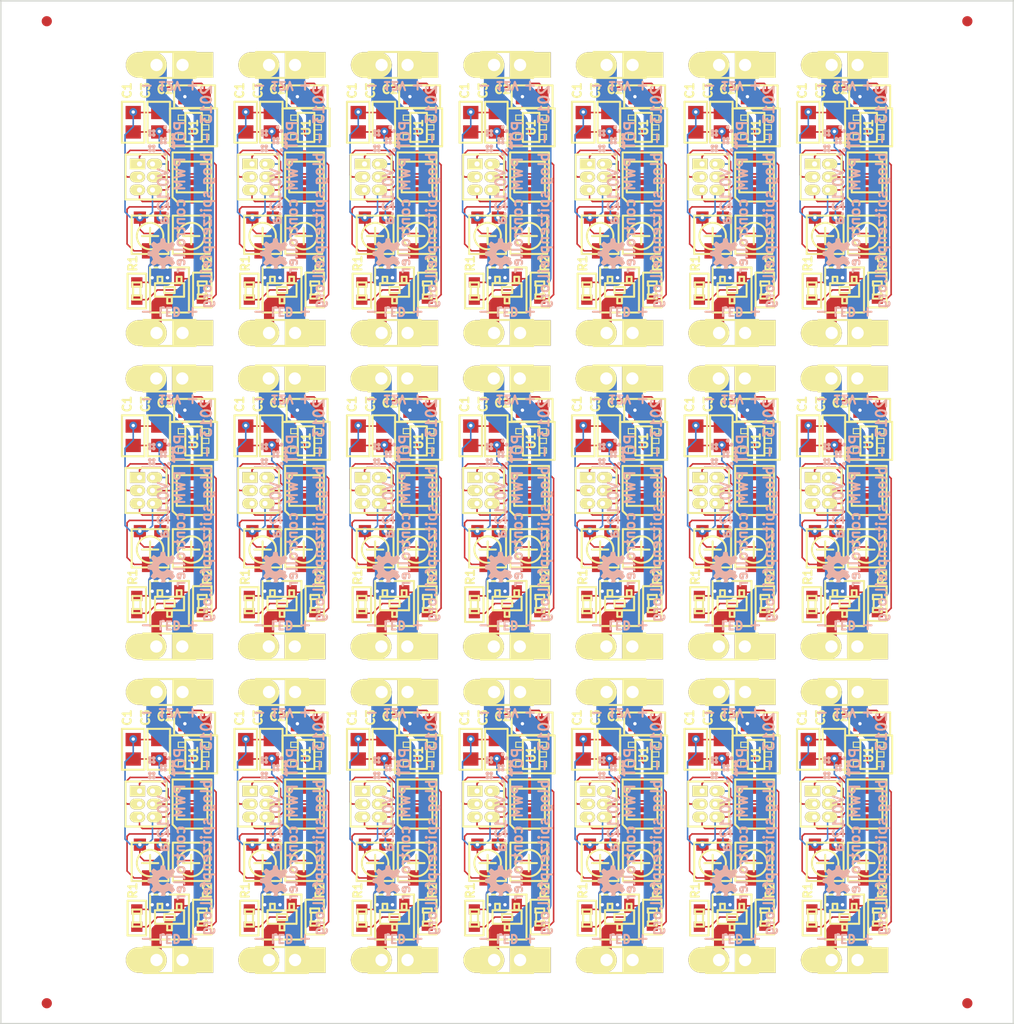
<source format=kicad_pcb>
(kicad_pcb (version 3) (host pcbnew "(2013-08-09 BZR 4280)-product")
  (title_block (title LED-strip_PWM) (date "24 May 2013") (rev 0.12) (company "2012 - blog.spitzenpfeil.org"))
  (layers (15 Front signal) (0 Back signal) (19 F.Paste user) (20 B.SilkS user) (21 F.SilkS user) (22 B.Mask user) (23 F.Mask user) (28 Edge.Cuts user))
  (net 0 "")
  (net 1 /MISO)
  (net 2 /MOSI)
  (net 3 /POT1)
  (net 4 /POT2)
  (net 5 /RESET)
  (net 6 /SCK)
  (net 7 /Vin)
  (net 8 /drain)
  (net 9 GND)
  (net 10 GNDPWR)
  (net 11 N-000004)
  (net 12 N-000005)
  (net 13 N-000006)
  (net 14 VCC)
  (module 1pin (layer Front) (at 375.5 181)
    (fp_text reference 1PIN hide)
    (fp_text value P*** hide)
    (pad "" smd circle (at 0 0) (size 1 1) (layers Front F.Mask) (clearance 0.75))
  )
  (module 1pin (layer Front) (at 375.5 85)
    (fp_text reference 1PIN hide)
    (fp_text value P*** hide)
    (pad "" smd circle (at 0 0) (size 1 1) (layers Front F.Mask) (clearance 0.75))
  )
  (module 1pin (layer Front) (at 285.5 85)
    (fp_text reference 1PIN hide)
    (fp_text value P*** hide)
    (pad "" smd circle (at 0 0) (size 1 1) (layers Front F.Mask) (clearance 0.75))
  )
  (module 1pin (layer Front) (at 285.5 181)
    (fp_text reference 1PIN hide)
    (fp_text value P*** hide)
    (pad "" smd circle (at 0 0) (size 1 1) (layers Front F.Mask) (clearance 0.75))
  )
  (module 1pin (layer Front) (at 375.5 98)
    (fp_text reference BH3 hide)
    (fp_text value BH3 hide)
    (pad "" np_thru_hole circle (at 0 0) (size 4 4) (drill 4) (layers *.Cu))
  )
  (module 1pin (layer Front) (at 285.5 98)
    (fp_text reference BH1 hide)
    (fp_text value BH1 hide)
    (pad "" np_thru_hole circle (at 0 0) (size 4 4) (drill 4) (layers *.Cu))
  )
  (module 1pin (layer Front) (at 375.5 168)
    (fp_text reference BH4 hide)
    (fp_text value BH4 hide)
    (pad "" np_thru_hole circle (at 0 0) (size 4 4) (drill 4) (layers *.Cu))
  )
  (module 1pin (layer Front) (at 285.5 168)
    (fp_text reference BH2 hide)
    (fp_text value BH2 hide)
    (pad "" np_thru_hole circle (at 0 0) (size 4 4) (drill 4) (layers *.Cu))
  )
  (module 1pin (layer Front) (at 375.5 173)
    (fp_text reference SM6 hide)
    (fp_text value SM6 hide)
    (pad "" np_thru_hole circle (at 0 0) (size 2.5 2.5) (drill 2.5) (layers *.Cu F.Paste))
  )
  (module 1pin (layer Front) (at 375.5 93)
    (fp_text reference SM4 hide)
    (fp_text value SM4 hide)
    (pad "" np_thru_hole circle (at 0 0) (size 2.5 2.5) (drill 2.5) (layers *.Cu F.Paste))
  )
  (module 1pin (layer Front) (at 285.5 173)
    (fp_text reference SM3 hide)
    (fp_text value SM3 hide)
    (pad "" np_thru_hole circle (at 0 0) (size 2.5 2.5) (drill 2.5) (layers *.Cu F.Paste))
  )
  (module 1pin (layer Front) (at 285.5 93)
    (fp_text reference SM1 hide)
    (fp_text value SM1 hide)
    (pad "" np_thru_hole circle (at 0 0) (size 2.5 2.5) (drill 2.5) (layers *.Cu F.Paste))
  )
  (module 1pin (layer Front) (at 285.5 133)
    (fp_text reference SM2 hide)
    (fp_text value SM2 hide)
    (pad "" np_thru_hole circle (at 0 0) (size 2.5 2.5) (drill 2.5) (layers *.Cu F.Paste))
  )
  (module 1pin (layer Front) (at 375.5 133)
    (fp_text reference SM5 hide)
    (fp_text value SM5 hide)
    (pad "" np_thru_hole circle (at 0 0) (size 2.5 2.5) (drill 2.5) (layers *.Cu F.Paste))
  )
  (module MADW__PIN_ARRAY_3x2_1.27mm (layer Front) (at 295.2 100.225 270)
    (fp_text reference JP1 hide)
    (fp_text value ISP hide)
    (pad 1 thru_hole rect (at -1.27 0.635 270) (size 1.05 1.5) (drill 0.5 (offset 0 0.2)) (layers *.Cu F.SilkS F.Mask) (net 1 /MISO))
    (pad 2 thru_hole oval (at -1.27 -0.635 270) (size 1.05 1.5) (drill 0.5 (offset 0 -0.2)) (layers *.Cu F.SilkS F.Mask) (net 14 VCC))
    (pad 3 thru_hole oval (at 0 0.635 270) (size 1.05 1.5) (drill 0.5 (offset 0 0.2)) (layers *.Cu F.SilkS F.Mask) (net 6 /SCK))
    (pad 4 thru_hole oval (at 0 -0.635 270) (size 1.05 1.5) (drill 0.5 (offset 0 -0.2)) (layers *.Cu F.SilkS F.Mask) (net 2 /MOSI))
    (pad 5 thru_hole oval (at 1.27 0.635 270) (size 1.05 1.5) (drill 0.5 (offset 0 0.2)) (layers *.Cu F.SilkS F.Mask) (net 5 /RESET))
    (pad 6 thru_hole oval (at 1.27 -0.635 270) (size 1.05 1.5) (drill 0.5 (offset 0 -0.2)) (layers *.Cu F.SilkS F.Mask) (net 9 GND))
  )
  (module MADW__MLF10 (layer Front) (at 299.7 100.225 90)
    (fp_text reference IC1 hide)
    (fp_text value MADW__ATTINY13-MM hide)
    (pad 1 smd rect (at -1.5 -1 90) (size 1.6 0.3) (drill (offset -0.3 0)) (layers Front F.Paste F.Mask) (net 5 /RESET))
    (pad 2 smd rect (at -1.5 -0.5 90) (size 1.6 0.3) (drill (offset -0.3 0)) (layers Front F.Paste F.Mask) (net 3 /POT1))
    (pad 3 smd rect (at -1.5 0 90) (size 1.6 0.3) (drill (offset -0.3 0)) (layers Front F.Paste F.Mask) (net 12 N-000005))
    (pad 4 smd rect (at -1.5 0.5 90) (size 1.6 0.3) (drill (offset -0.3 0)) (layers Front F.Paste F.Mask) (net 4 /POT2))
    (pad 5 smd rect (at -1.5 1 90) (size 1.6 0.3) (drill (offset -0.3 0)) (layers Front F.Paste F.Mask) (net 9 GND))
    (pad 6 smd rect (at 1.5 1 90) (size 1.6 0.3) (drill (offset 0.3 0)) (layers Front F.Paste F.Mask) (net 2 /MOSI))
    (pad 7 smd rect (at 1.5 0.5 90) (size 1.6 0.3) (drill (offset 0.3 0)) (layers Front F.Paste F.Mask) (net 1 /MISO))
    (pad 8 smd rect (at 1.5 0 90) (size 1.6 0.3) (drill (offset 0.3 0)) (layers Front F.Paste F.Mask) (net 13 N-000006))
    (pad 9 smd rect (at 1.5 -0.5 90) (size 1.6 0.3) (drill (offset 0.3 0)) (layers Front F.Paste F.Mask) (net 6 /SCK))
    (pad 10 smd rect (at 1.5 -1 90) (size 1.6 0.3) (drill (offset 0.3 0)) (layers Front F.Paste F.Mask) (net 14 VCC))
  )
  (module MADW__SMD-net-noin-0.5mm (layer Front) (at 296.45 91.825 90)
    (fp_text reference NJ1 hide)
    (fp_text value NET-JOIN hide)
    (fp_line (start -0.381 0.127) (end 0.381 0.127) (layer Front) (width 0.25))
    (fp_line (start -0.381 -0.127) (end 0.381 -0.127) (layer Front) (width 0.25))
    (fp_line (start -0.381 0) (end 0.381 0) (layer Front) (width 0.25))
    (pad 1 smd rect (at -0.381 0 90) (size 0.5 0.5) (layers Front) (net 9 GND))
    (pad 2 smd rect (at 0.381 0 90) (size 0.5 0.5) (layers Front) (net 10 GNDPWR))
  )
  (module MADW__SIL-2 (layer Front) (at 297.5 89.275 180)
    (fp_text reference P1 hide)
    (fp_text value CONN_2 hide)
    (pad 1 thru_hole rect (at -1.27 0 180) (size 4 2.5) (drill 1.2 (offset -1 0)) (layers *.Cu *.Mask F.SilkS) (net 7 /Vin))
    (pad 2 thru_hole oval (at 1.27 0 180) (size 4 2.5) (drill 1.2 (offset 1 0)) (layers *.Cu *.Mask F.SilkS) (net 10 GNDPWR))
  )
  (module MADW__SIL-2 (layer Front) (at 297.5 115.475 180)
    (fp_text reference P2 hide)
    (fp_text value CONN_2 hide)
    (pad 1 thru_hole rect (at -1.27 0 180) (size 4 2.5) (drill 1.2 (offset -1 0)) (layers *.Cu *.Mask F.SilkS) (net 7 /Vin))
    (pad 2 thru_hole oval (at 1.27 0 180) (size 4 2.5) (drill 1.2 (offset 1 0)) (layers *.Cu *.Mask F.SilkS) (net 8 /drain))
  )
  (module MADW__C0805 (layer Front) (at 293.95 94.875 90)
    (fp_text reference C1 (at 3.1 -0.6 270) (layer F.SilkS) (effects (font (size 0.8 0.8) (thickness 0.2))))
    (fp_text value 100nF hide)
    (pad 1 smd rect (at -0.94996 0 90) (size 1.29794 1.4986) (layers Front F.Paste F.Mask) (net 14 VCC))
    (pad 2 smd rect (at 0.94996 0 90) (size 1.29794 1.4986) (layers Front F.Paste F.Mask) (net 9 GND))
  )
  (module MADW__C0805 (layer Front) (at 299.95 92.375)
    (fp_text reference C2 (at -2.9 -0.7) (layer F.SilkS) (effects (font (size 0.8 0.8) (thickness 0.2))))
    (fp_text value 100nF hide)
    (pad 1 smd rect (at -0.94996 0) (size 1.29794 1.4986) (layers Front F.Paste F.Mask) (net 7 /Vin))
    (pad 2 smd rect (at 0.94996 0) (size 1.29794 1.4986) (layers Front F.Paste F.Mask) (net 10 GNDPWR))
  )
  (module MADW__C0805 (layer Front) (at 296.45 94.875 90)
    (fp_text reference C3 (at 3.1 -1.3 90) (layer F.SilkS) (effects (font (size 0.8 0.8) (thickness 0.2))))
    (fp_text value 4.7µF hide)
    (pad 1 smd rect (at -0.94996 0 90) (size 1.29794 1.4986) (layers Front F.Paste F.Mask) (net 14 VCC))
    (pad 2 smd rect (at 0.94996 0 90) (size 1.29794 1.4986) (layers Front F.Paste F.Mask) (net 9 GND))
  )
  (module MADW__R0603_2 (layer Front) (at 294.3 111.375 270)
    (fp_text reference R1 (at -2.7 0.4 450) (layer F.SilkS) (effects (font (size 0.8 0.8) (thickness 0.2))))
    (fp_text value 100k hide)
    (pad 1 smd rect (at -0.84836 0 270) (size 0.99822 1.09982) (layers Front F.Paste F.Mask) (net 10 GNDPWR))
    (pad 2 smd rect (at 0.84836 0 270) (size 0.99822 1.09982) (layers Front F.Paste F.Mask) (net 2 /MOSI))
  )
  (module MADW__R0603_2 (layer Front) (at 300.7 111.275 90)
    (fp_text reference R2 (at 2.6 0.5 270) (layer F.SilkS) (effects (font (size 0.8 0.8) (thickness 0.2))))
    (fp_text value 150R hide)
    (pad 1 smd rect (at -0.84836 0 90) (size 0.99822 1.09982) (layers Front F.Paste F.Mask) (net 2 /MOSI))
    (pad 2 smd rect (at 0.84836 0 90) (size 0.99822 1.09982) (layers Front F.Paste F.Mask) (net 11 N-000004))
  )
  (module MADW__TC33X-POT (layer Front) (at 295.6 106 180)
    (fp_text reference RV1 hide)
    (fp_text value 50k hide)
    (pad 1 smd rect (at -1.00076 1.80086 180) (size 1.19888 1.19888) (layers Front F.Paste F.Mask) (net 14 VCC))
    (pad 3 smd rect (at 1.00076 1.80086 180) (size 1.19888 1.19888) (layers Front F.Paste F.Mask) (net 9 GND))
    (pad 2 smd rect (at 0 -1.45034 180) (size 1.6002 1.50114) (layers Front F.Paste F.Mask) (net 3 /POT1))
  )
  (module MADW__TC33X-POT (layer Front) (at 299.625 106 180)
    (fp_text reference RV2 hide)
    (fp_text value 50k hide)
    (pad 1 smd rect (at -1.00076 1.80086 180) (size 1.19888 1.19888) (layers Front F.Paste F.Mask) (net 9 GND))
    (pad 3 smd rect (at 1.00076 1.80086 180) (size 1.19888 1.19888) (layers Front F.Paste F.Mask) (net 14 VCC))
    (pad 2 smd rect (at 0 -1.45034 180) (size 1.6002 1.50114) (layers Front F.Paste F.Mask) (net 4 /POT2))
  )
  (module MADW__SOT23 (layer Front) (at 297.5 111.275 180)
    (fp_text reference T1 hide)
    (fp_text value AO3400 hide)
    (pad 1 smd rect (at -0.95 1.1 180) (size 1 1.4) (layers Front F.Paste F.Mask) (net 11 N-000004))
    (pad 2 smd rect (at 0.95 1.1 180) (size 1 1.4) (layers Front F.Paste F.Mask) (net 10 GNDPWR))
    (pad 3 smd rect (at 0 -1.1 180) (size 1 1.4) (layers Front F.Paste F.Mask) (net 8 /drain))
  )
  (module MADW__SOT23-5 (layer Front) (at 299.85 95.375 90)
    (fp_text reference U1 (at 0 0 90) (layer F.SilkS) (effects (font (size 0.8 0.8) (thickness 0.2))))
    (fp_text value MCP1804-SOT23-5 hide)
    (pad 1 smd rect (at -0.95 1.3 90) (size 0.65 1.25) (layers Front F.Paste F.Mask) (net 7 /Vin))
    (pad 2 smd rect (at 0 1.3 90) (size 0.65 1.25) (layers Front F.Paste F.Mask) (net 10 GNDPWR))
    (pad 3 smd rect (at 0.95 1.3 90) (size 0.65 1.25) (layers Front F.Paste F.Mask))
    (pad 4 smd rect (at 0.95 -1.3 90) (size 0.65 1.25) (layers Front F.Paste F.Mask) (net 7 /Vin))
    (pad 5 smd rect (at -0.95 -1.3 90) (size 0.65 1.25) (layers Front F.Paste F.Mask) (net 14 VCC))
  )
  (module LED_smile_silkscreen_3mm (layer Back) (at 296.7 96.675 90)
    (fp_text reference G2 hide)
    (fp_text value LED_smile_silkscreen_3mm hide)
  )
  (module OSHW-logo_silkscreen_3mm (layer Back) (at 296.7 107.725 90)
    (fp_text reference G1 hide)
    (fp_text value OSHW-logo_silkscreen_3mm hide)
  )
  (module MADW__PIN_ARRAY_3x2_1.27mm (layer Front) (at 295.2 130.875 270)
    (fp_text reference JP1 hide)
    (fp_text value ISP hide)
    (pad 1 thru_hole rect (at -1.27 0.635 270) (size 1.05 1.5) (drill 0.5 (offset 0 0.2)) (layers *.Cu F.SilkS F.Mask) (net 1 /MISO))
    (pad 2 thru_hole oval (at -1.27 -0.635 270) (size 1.05 1.5) (drill 0.5 (offset 0 -0.2)) (layers *.Cu F.SilkS F.Mask) (net 14 VCC))
    (pad 3 thru_hole oval (at 0 0.635 270) (size 1.05 1.5) (drill 0.5 (offset 0 0.2)) (layers *.Cu F.SilkS F.Mask) (net 6 /SCK))
    (pad 4 thru_hole oval (at 0 -0.635 270) (size 1.05 1.5) (drill 0.5 (offset 0 -0.2)) (layers *.Cu F.SilkS F.Mask) (net 2 /MOSI))
    (pad 5 thru_hole oval (at 1.27 0.635 270) (size 1.05 1.5) (drill 0.5 (offset 0 0.2)) (layers *.Cu F.SilkS F.Mask) (net 5 /RESET))
    (pad 6 thru_hole oval (at 1.27 -0.635 270) (size 1.05 1.5) (drill 0.5 (offset 0 -0.2)) (layers *.Cu F.SilkS F.Mask) (net 9 GND))
  )
  (module MADW__MLF10 (layer Front) (at 299.7 130.875 90)
    (fp_text reference IC1 hide)
    (fp_text value MADW__ATTINY13-MM hide)
    (pad 1 smd rect (at -1.5 -1 90) (size 1.6 0.3) (drill (offset -0.3 0)) (layers Front F.Paste F.Mask) (net 5 /RESET))
    (pad 2 smd rect (at -1.5 -0.5 90) (size 1.6 0.3) (drill (offset -0.3 0)) (layers Front F.Paste F.Mask) (net 3 /POT1))
    (pad 3 smd rect (at -1.5 0 90) (size 1.6 0.3) (drill (offset -0.3 0)) (layers Front F.Paste F.Mask) (net 12 N-000005))
    (pad 4 smd rect (at -1.5 0.5 90) (size 1.6 0.3) (drill (offset -0.3 0)) (layers Front F.Paste F.Mask) (net 4 /POT2))
    (pad 5 smd rect (at -1.5 1 90) (size 1.6 0.3) (drill (offset -0.3 0)) (layers Front F.Paste F.Mask) (net 9 GND))
    (pad 6 smd rect (at 1.5 1 90) (size 1.6 0.3) (drill (offset 0.3 0)) (layers Front F.Paste F.Mask) (net 2 /MOSI))
    (pad 7 smd rect (at 1.5 0.5 90) (size 1.6 0.3) (drill (offset 0.3 0)) (layers Front F.Paste F.Mask) (net 1 /MISO))
    (pad 8 smd rect (at 1.5 0 90) (size 1.6 0.3) (drill (offset 0.3 0)) (layers Front F.Paste F.Mask) (net 13 N-000006))
    (pad 9 smd rect (at 1.5 -0.5 90) (size 1.6 0.3) (drill (offset 0.3 0)) (layers Front F.Paste F.Mask) (net 6 /SCK))
    (pad 10 smd rect (at 1.5 -1 90) (size 1.6 0.3) (drill (offset 0.3 0)) (layers Front F.Paste F.Mask) (net 14 VCC))
  )
  (module MADW__SMD-net-noin-0.5mm (layer Front) (at 296.45 122.475 90)
    (fp_text reference NJ1 hide)
    (fp_text value NET-JOIN hide)
    (fp_line (start -0.381 0.127) (end 0.381 0.127) (layer Front) (width 0.25))
    (fp_line (start -0.381 -0.127) (end 0.381 -0.127) (layer Front) (width 0.25))
    (fp_line (start -0.381 0) (end 0.381 0) (layer Front) (width 0.25))
    (pad 1 smd rect (at -0.381 0 90) (size 0.5 0.5) (layers Front) (net 9 GND))
    (pad 2 smd rect (at 0.381 0 90) (size 0.5 0.5) (layers Front) (net 10 GNDPWR))
  )
  (module MADW__SIL-2 (layer Front) (at 297.475 119.925 180)
    (fp_text reference P1 hide)
    (fp_text value CONN_2 hide)
    (pad 1 thru_hole rect (at -1.27 0 180) (size 4 2.5) (drill 1.2 (offset -1 0)) (layers *.Cu *.Mask F.SilkS) (net 7 /Vin))
    (pad 2 thru_hole oval (at 1.27 0 180) (size 4 2.5) (drill 1.2 (offset 1 0)) (layers *.Cu *.Mask F.SilkS) (net 10 GNDPWR))
  )
  (module MADW__SIL-2 (layer Front) (at 297.475 146.125 180)
    (fp_text reference P2 hide)
    (fp_text value CONN_2 hide)
    (pad 1 thru_hole rect (at -1.27 0 180) (size 4 2.5) (drill 1.2 (offset -1 0)) (layers *.Cu *.Mask F.SilkS) (net 7 /Vin))
    (pad 2 thru_hole oval (at 1.27 0 180) (size 4 2.5) (drill 1.2 (offset 1 0)) (layers *.Cu *.Mask F.SilkS) (net 8 /drain))
  )
  (module MADW__C0805 (layer Front) (at 293.95 125.525 90)
    (fp_text reference C1 (at 3.1 -0.6 270) (layer F.SilkS) (effects (font (size 0.8 0.8) (thickness 0.2))))
    (fp_text value 100nF hide)
    (pad 1 smd rect (at -0.94996 0 90) (size 1.29794 1.4986) (layers Front F.Paste F.Mask) (net 14 VCC))
    (pad 2 smd rect (at 0.94996 0 90) (size 1.29794 1.4986) (layers Front F.Paste F.Mask) (net 9 GND))
  )
  (module MADW__C0805 (layer Front) (at 299.95 123.025)
    (fp_text reference C2 (at -2.9 -0.7) (layer F.SilkS) (effects (font (size 0.8 0.8) (thickness 0.2))))
    (fp_text value 100nF hide)
    (pad 1 smd rect (at -0.94996 0) (size 1.29794 1.4986) (layers Front F.Paste F.Mask) (net 7 /Vin))
    (pad 2 smd rect (at 0.94996 0) (size 1.29794 1.4986) (layers Front F.Paste F.Mask) (net 10 GNDPWR))
  )
  (module MADW__C0805 (layer Front) (at 296.45 125.525 90)
    (fp_text reference C3 (at 3.1 -1.3 90) (layer F.SilkS) (effects (font (size 0.8 0.8) (thickness 0.2))))
    (fp_text value 4.7µF hide)
    (pad 1 smd rect (at -0.94996 0 90) (size 1.29794 1.4986) (layers Front F.Paste F.Mask) (net 14 VCC))
    (pad 2 smd rect (at 0.94996 0 90) (size 1.29794 1.4986) (layers Front F.Paste F.Mask) (net 9 GND))
  )
  (module MADW__R0603_2 (layer Front) (at 294.3 142.025 270)
    (fp_text reference R1 (at -2.7 0.4 450) (layer F.SilkS) (effects (font (size 0.8 0.8) (thickness 0.2))))
    (fp_text value 100k hide)
    (pad 1 smd rect (at -0.84836 0 270) (size 0.99822 1.09982) (layers Front F.Paste F.Mask) (net 10 GNDPWR))
    (pad 2 smd rect (at 0.84836 0 270) (size 0.99822 1.09982) (layers Front F.Paste F.Mask) (net 2 /MOSI))
  )
  (module MADW__R0603_2 (layer Front) (at 300.7 141.925 90)
    (fp_text reference R2 (at 2.6 0.5 270) (layer F.SilkS) (effects (font (size 0.8 0.8) (thickness 0.2))))
    (fp_text value 150R hide)
    (pad 1 smd rect (at -0.84836 0 90) (size 0.99822 1.09982) (layers Front F.Paste F.Mask) (net 2 /MOSI))
    (pad 2 smd rect (at 0.84836 0 90) (size 0.99822 1.09982) (layers Front F.Paste F.Mask) (net 11 N-000004))
  )
  (module MADW__TC33X-POT (layer Front) (at 295.6 136.65 180)
    (fp_text reference RV1 hide)
    (fp_text value 50k hide)
    (pad 1 smd rect (at -1.00076 1.80086 180) (size 1.19888 1.19888) (layers Front F.Paste F.Mask) (net 14 VCC))
    (pad 3 smd rect (at 1.00076 1.80086 180) (size 1.19888 1.19888) (layers Front F.Paste F.Mask) (net 9 GND))
    (pad 2 smd rect (at 0 -1.45034 180) (size 1.6002 1.50114) (layers Front F.Paste F.Mask) (net 3 /POT1))
  )
  (module MADW__TC33X-POT (layer Front) (at 299.625 136.65 180)
    (fp_text reference RV2 hide)
    (fp_text value 50k hide)
    (pad 1 smd rect (at -1.00076 1.80086 180) (size 1.19888 1.19888) (layers Front F.Paste F.Mask) (net 9 GND))
    (pad 3 smd rect (at 1.00076 1.80086 180) (size 1.19888 1.19888) (layers Front F.Paste F.Mask) (net 14 VCC))
    (pad 2 smd rect (at 0 -1.45034 180) (size 1.6002 1.50114) (layers Front F.Paste F.Mask) (net 4 /POT2))
  )
  (module MADW__SOT23 (layer Front) (at 297.5 141.925 180)
    (fp_text reference T1 hide)
    (fp_text value AO3400 hide)
    (pad 1 smd rect (at -0.95 1.1 180) (size 1 1.4) (layers Front F.Paste F.Mask) (net 11 N-000004))
    (pad 2 smd rect (at 0.95 1.1 180) (size 1 1.4) (layers Front F.Paste F.Mask) (net 10 GNDPWR))
    (pad 3 smd rect (at 0 -1.1 180) (size 1 1.4) (layers Front F.Paste F.Mask) (net 8 /drain))
  )
  (module MADW__SOT23-5 (layer Front) (at 299.85 126.025 90)
    (fp_text reference U1 (at 0 0 90) (layer F.SilkS) (effects (font (size 0.8 0.8) (thickness 0.2))))
    (fp_text value MCP1804-SOT23-5 hide)
    (pad 1 smd rect (at -0.95 1.3 90) (size 0.65 1.25) (layers Front F.Paste F.Mask) (net 7 /Vin))
    (pad 2 smd rect (at 0 1.3 90) (size 0.65 1.25) (layers Front F.Paste F.Mask) (net 10 GNDPWR))
    (pad 3 smd rect (at 0.95 1.3 90) (size 0.65 1.25) (layers Front F.Paste F.Mask))
    (pad 4 smd rect (at 0.95 -1.3 90) (size 0.65 1.25) (layers Front F.Paste F.Mask) (net 7 /Vin))
    (pad 5 smd rect (at -0.95 -1.3 90) (size 0.65 1.25) (layers Front F.Paste F.Mask) (net 14 VCC))
  )
  (module LED_smile_silkscreen_3mm (layer Back) (at 296.7 127.325 90)
    (fp_text reference G2 hide)
    (fp_text value LED_smile_silkscreen_3mm hide)
  )
  (module OSHW-logo_silkscreen_3mm (layer Back) (at 296.7 138.375 90)
    (fp_text reference G1 hide)
    (fp_text value OSHW-logo_silkscreen_3mm hide)
  )
  (module MADW__PIN_ARRAY_3x2_1.27mm (layer Front) (at 295.2 161.525 270)
    (fp_text reference JP1 hide)
    (fp_text value ISP hide)
    (pad 1 thru_hole rect (at -1.27 0.635 270) (size 1.05 1.5) (drill 0.5 (offset 0 0.2)) (layers *.Cu F.SilkS F.Mask) (net 1 /MISO))
    (pad 2 thru_hole oval (at -1.27 -0.635 270) (size 1.05 1.5) (drill 0.5 (offset 0 -0.2)) (layers *.Cu F.SilkS F.Mask) (net 14 VCC))
    (pad 3 thru_hole oval (at 0 0.635 270) (size 1.05 1.5) (drill 0.5 (offset 0 0.2)) (layers *.Cu F.SilkS F.Mask) (net 6 /SCK))
    (pad 4 thru_hole oval (at 0 -0.635 270) (size 1.05 1.5) (drill 0.5 (offset 0 -0.2)) (layers *.Cu F.SilkS F.Mask) (net 2 /MOSI))
    (pad 5 thru_hole oval (at 1.27 0.635 270) (size 1.05 1.5) (drill 0.5 (offset 0 0.2)) (layers *.Cu F.SilkS F.Mask) (net 5 /RESET))
    (pad 6 thru_hole oval (at 1.27 -0.635 270) (size 1.05 1.5) (drill 0.5 (offset 0 -0.2)) (layers *.Cu F.SilkS F.Mask) (net 9 GND))
  )
  (module MADW__MLF10 (layer Front) (at 299.7 161.525 90)
    (fp_text reference IC1 hide)
    (fp_text value MADW__ATTINY13-MM hide)
    (pad 1 smd rect (at -1.5 -1 90) (size 1.6 0.3) (drill (offset -0.3 0)) (layers Front F.Paste F.Mask) (net 5 /RESET))
    (pad 2 smd rect (at -1.5 -0.5 90) (size 1.6 0.3) (drill (offset -0.3 0)) (layers Front F.Paste F.Mask) (net 3 /POT1))
    (pad 3 smd rect (at -1.5 0 90) (size 1.6 0.3) (drill (offset -0.3 0)) (layers Front F.Paste F.Mask) (net 12 N-000005))
    (pad 4 smd rect (at -1.5 0.5 90) (size 1.6 0.3) (drill (offset -0.3 0)) (layers Front F.Paste F.Mask) (net 4 /POT2))
    (pad 5 smd rect (at -1.5 1 90) (size 1.6 0.3) (drill (offset -0.3 0)) (layers Front F.Paste F.Mask) (net 9 GND))
    (pad 6 smd rect (at 1.5 1 90) (size 1.6 0.3) (drill (offset 0.3 0)) (layers Front F.Paste F.Mask) (net 2 /MOSI))
    (pad 7 smd rect (at 1.5 0.5 90) (size 1.6 0.3) (drill (offset 0.3 0)) (layers Front F.Paste F.Mask) (net 1 /MISO))
    (pad 8 smd rect (at 1.5 0 90) (size 1.6 0.3) (drill (offset 0.3 0)) (layers Front F.Paste F.Mask) (net 13 N-000006))
    (pad 9 smd rect (at 1.5 -0.5 90) (size 1.6 0.3) (drill (offset 0.3 0)) (layers Front F.Paste F.Mask) (net 6 /SCK))
    (pad 10 smd rect (at 1.5 -1 90) (size 1.6 0.3) (drill (offset 0.3 0)) (layers Front F.Paste F.Mask) (net 14 VCC))
  )
  (module MADW__SMD-net-noin-0.5mm (layer Front) (at 296.45 153.125 90)
    (fp_text reference NJ1 hide)
    (fp_text value NET-JOIN hide)
    (fp_line (start -0.381 0.127) (end 0.381 0.127) (layer Front) (width 0.25))
    (fp_line (start -0.381 -0.127) (end 0.381 -0.127) (layer Front) (width 0.25))
    (fp_line (start -0.381 0) (end 0.381 0) (layer Front) (width 0.25))
    (pad 1 smd rect (at -0.381 0 90) (size 0.5 0.5) (layers Front) (net 9 GND))
    (pad 2 smd rect (at 0.381 0 90) (size 0.5 0.5) (layers Front) (net 10 GNDPWR))
  )
  (module MADW__SIL-2 (layer Front) (at 297.5 150.575 180)
    (fp_text reference P1 hide)
    (fp_text value CONN_2 hide)
    (pad 1 thru_hole rect (at -1.27 0 180) (size 4 2.5) (drill 1.2 (offset -1 0)) (layers *.Cu *.Mask F.SilkS) (net 7 /Vin))
    (pad 2 thru_hole oval (at 1.27 0 180) (size 4 2.5) (drill 1.2 (offset 1 0)) (layers *.Cu *.Mask F.SilkS) (net 10 GNDPWR))
  )
  (module MADW__SIL-2 (layer Front) (at 297.5 176.775 180)
    (fp_text reference P2 hide)
    (fp_text value CONN_2 hide)
    (pad 1 thru_hole rect (at -1.27 0 180) (size 4 2.5) (drill 1.2 (offset -1 0)) (layers *.Cu *.Mask F.SilkS) (net 7 /Vin))
    (pad 2 thru_hole oval (at 1.27 0 180) (size 4 2.5) (drill 1.2 (offset 1 0)) (layers *.Cu *.Mask F.SilkS) (net 8 /drain))
  )
  (module MADW__C0805 (layer Front) (at 293.95 156.175 90)
    (fp_text reference C1 (at 3.1 -0.6 270) (layer F.SilkS) (effects (font (size 0.8 0.8) (thickness 0.2))))
    (fp_text value 100nF hide)
    (pad 1 smd rect (at -0.94996 0 90) (size 1.29794 1.4986) (layers Front F.Paste F.Mask) (net 14 VCC))
    (pad 2 smd rect (at 0.94996 0 90) (size 1.29794 1.4986) (layers Front F.Paste F.Mask) (net 9 GND))
  )
  (module MADW__C0805 (layer Front) (at 299.95 153.675)
    (fp_text reference C2 (at -2.9 -0.7) (layer F.SilkS) (effects (font (size 0.8 0.8) (thickness 0.2))))
    (fp_text value 100nF hide)
    (pad 1 smd rect (at -0.94996 0) (size 1.29794 1.4986) (layers Front F.Paste F.Mask) (net 7 /Vin))
    (pad 2 smd rect (at 0.94996 0) (size 1.29794 1.4986) (layers Front F.Paste F.Mask) (net 10 GNDPWR))
  )
  (module MADW__C0805 (layer Front) (at 296.45 156.175 90)
    (fp_text reference C3 (at 3.1 -1.3 90) (layer F.SilkS) (effects (font (size 0.8 0.8) (thickness 0.2))))
    (fp_text value 4.7µF hide)
    (pad 1 smd rect (at -0.94996 0 90) (size 1.29794 1.4986) (layers Front F.Paste F.Mask) (net 14 VCC))
    (pad 2 smd rect (at 0.94996 0 90) (size 1.29794 1.4986) (layers Front F.Paste F.Mask) (net 9 GND))
  )
  (module MADW__R0603_2 (layer Front) (at 294.3 172.675 270)
    (fp_text reference R1 (at -2.7 0.4 450) (layer F.SilkS) (effects (font (size 0.8 0.8) (thickness 0.2))))
    (fp_text value 100k hide)
    (pad 1 smd rect (at -0.84836 0 270) (size 0.99822 1.09982) (layers Front F.Paste F.Mask) (net 10 GNDPWR))
    (pad 2 smd rect (at 0.84836 0 270) (size 0.99822 1.09982) (layers Front F.Paste F.Mask) (net 2 /MOSI))
  )
  (module MADW__R0603_2 (layer Front) (at 300.7 172.575 90)
    (fp_text reference R2 (at 2.6 0.5 270) (layer F.SilkS) (effects (font (size 0.8 0.8) (thickness 0.2))))
    (fp_text value 150R hide)
    (pad 1 smd rect (at -0.84836 0 90) (size 0.99822 1.09982) (layers Front F.Paste F.Mask) (net 2 /MOSI))
    (pad 2 smd rect (at 0.84836 0 90) (size 0.99822 1.09982) (layers Front F.Paste F.Mask) (net 11 N-000004))
  )
  (module MADW__TC33X-POT (layer Front) (at 295.6 167.3 180)
    (fp_text reference RV1 hide)
    (fp_text value 50k hide)
    (pad 1 smd rect (at -1.00076 1.80086 180) (size 1.19888 1.19888) (layers Front F.Paste F.Mask) (net 14 VCC))
    (pad 3 smd rect (at 1.00076 1.80086 180) (size 1.19888 1.19888) (layers Front F.Paste F.Mask) (net 9 GND))
    (pad 2 smd rect (at 0 -1.45034 180) (size 1.6002 1.50114) (layers Front F.Paste F.Mask) (net 3 /POT1))
  )
  (module MADW__TC33X-POT (layer Front) (at 299.625 167.3 180)
    (fp_text reference RV2 hide)
    (fp_text value 50k hide)
    (pad 1 smd rect (at -1.00076 1.80086 180) (size 1.19888 1.19888) (layers Front F.Paste F.Mask) (net 9 GND))
    (pad 3 smd rect (at 1.00076 1.80086 180) (size 1.19888 1.19888) (layers Front F.Paste F.Mask) (net 14 VCC))
    (pad 2 smd rect (at 0 -1.45034 180) (size 1.6002 1.50114) (layers Front F.Paste F.Mask) (net 4 /POT2))
  )
  (module MADW__SOT23 (layer Front) (at 297.5 172.575 180)
    (fp_text reference T1 hide)
    (fp_text value AO3400 hide)
    (pad 1 smd rect (at -0.95 1.1 180) (size 1 1.4) (layers Front F.Paste F.Mask) (net 11 N-000004))
    (pad 2 smd rect (at 0.95 1.1 180) (size 1 1.4) (layers Front F.Paste F.Mask) (net 10 GNDPWR))
    (pad 3 smd rect (at 0 -1.1 180) (size 1 1.4) (layers Front F.Paste F.Mask) (net 8 /drain))
  )
  (module MADW__SOT23-5 (layer Front) (at 299.85 156.675 90)
    (fp_text reference U1 (at 0 0 90) (layer F.SilkS) (effects (font (size 0.8 0.8) (thickness 0.2))))
    (fp_text value MCP1804-SOT23-5 hide)
    (pad 1 smd rect (at -0.95 1.3 90) (size 0.65 1.25) (layers Front F.Paste F.Mask) (net 7 /Vin))
    (pad 2 smd rect (at 0 1.3 90) (size 0.65 1.25) (layers Front F.Paste F.Mask) (net 10 GNDPWR))
    (pad 3 smd rect (at 0.95 1.3 90) (size 0.65 1.25) (layers Front F.Paste F.Mask))
    (pad 4 smd rect (at 0.95 -1.3 90) (size 0.65 1.25) (layers Front F.Paste F.Mask) (net 7 /Vin))
    (pad 5 smd rect (at -0.95 -1.3 90) (size 0.65 1.25) (layers Front F.Paste F.Mask) (net 14 VCC))
  )
  (module LED_smile_silkscreen_3mm (layer Back) (at 296.7 157.975 90)
    (fp_text reference G2 hide)
    (fp_text value LED_smile_silkscreen_3mm hide)
  )
  (module OSHW-logo_silkscreen_3mm (layer Back) (at 296.7 169.025 90)
    (fp_text reference G1 hide)
    (fp_text value OSHW-logo_silkscreen_3mm hide)
  )
  (module OSHW-logo_silkscreen_3mm (layer Back) (at 307.7 169.025 90)
    (fp_text reference G1 hide)
    (fp_text value OSHW-logo_silkscreen_3mm hide)
  )
  (module LED_smile_silkscreen_3mm (layer Back) (at 307.7 157.975 90)
    (fp_text reference G2 hide)
    (fp_text value LED_smile_silkscreen_3mm hide)
  )
  (module MADW__SOT23-5 (layer Front) (at 310.85 156.675 90)
    (fp_text reference U1 (at 0 0 90) (layer F.SilkS) (effects (font (size 0.8 0.8) (thickness 0.2))))
    (fp_text value MCP1804-SOT23-5 hide)
    (pad 1 smd rect (at -0.95 1.3 90) (size 0.65 1.25) (layers Front F.Paste F.Mask) (net 7 /Vin))
    (pad 2 smd rect (at 0 1.3 90) (size 0.65 1.25) (layers Front F.Paste F.Mask) (net 10 GNDPWR))
    (pad 3 smd rect (at 0.95 1.3 90) (size 0.65 1.25) (layers Front F.Paste F.Mask))
    (pad 4 smd rect (at 0.95 -1.3 90) (size 0.65 1.25) (layers Front F.Paste F.Mask) (net 7 /Vin))
    (pad 5 smd rect (at -0.95 -1.3 90) (size 0.65 1.25) (layers Front F.Paste F.Mask) (net 14 VCC))
  )
  (module MADW__SOT23 (layer Front) (at 308.5 172.575 180)
    (fp_text reference T1 hide)
    (fp_text value AO3400 hide)
    (pad 1 smd rect (at -0.95 1.1 180) (size 1 1.4) (layers Front F.Paste F.Mask) (net 11 N-000004))
    (pad 2 smd rect (at 0.95 1.1 180) (size 1 1.4) (layers Front F.Paste F.Mask) (net 10 GNDPWR))
    (pad 3 smd rect (at 0 -1.1 180) (size 1 1.4) (layers Front F.Paste F.Mask) (net 8 /drain))
  )
  (module MADW__TC33X-POT (layer Front) (at 310.625 167.3 180)
    (fp_text reference RV2 hide)
    (fp_text value 50k hide)
    (pad 1 smd rect (at -1.00076 1.80086 180) (size 1.19888 1.19888) (layers Front F.Paste F.Mask) (net 9 GND))
    (pad 3 smd rect (at 1.00076 1.80086 180) (size 1.19888 1.19888) (layers Front F.Paste F.Mask) (net 14 VCC))
    (pad 2 smd rect (at 0 -1.45034 180) (size 1.6002 1.50114) (layers Front F.Paste F.Mask) (net 4 /POT2))
  )
  (module MADW__TC33X-POT (layer Front) (at 306.6 167.3 180)
    (fp_text reference RV1 hide)
    (fp_text value 50k hide)
    (pad 1 smd rect (at -1.00076 1.80086 180) (size 1.19888 1.19888) (layers Front F.Paste F.Mask) (net 14 VCC))
    (pad 3 smd rect (at 1.00076 1.80086 180) (size 1.19888 1.19888) (layers Front F.Paste F.Mask) (net 9 GND))
    (pad 2 smd rect (at 0 -1.45034 180) (size 1.6002 1.50114) (layers Front F.Paste F.Mask) (net 3 /POT1))
  )
  (module MADW__R0603_2 (layer Front) (at 311.7 172.575 90)
    (fp_text reference R2 (at 2.6 0.5 270) (layer F.SilkS) (effects (font (size 0.8 0.8) (thickness 0.2))))
    (fp_text value 150R hide)
    (pad 1 smd rect (at -0.84836 0 90) (size 0.99822 1.09982) (layers Front F.Paste F.Mask) (net 2 /MOSI))
    (pad 2 smd rect (at 0.84836 0 90) (size 0.99822 1.09982) (layers Front F.Paste F.Mask) (net 11 N-000004))
  )
  (module MADW__R0603_2 (layer Front) (at 305.3 172.675 270)
    (fp_text reference R1 (at -2.7 0.4 450) (layer F.SilkS) (effects (font (size 0.8 0.8) (thickness 0.2))))
    (fp_text value 100k hide)
    (pad 1 smd rect (at -0.84836 0 270) (size 0.99822 1.09982) (layers Front F.Paste F.Mask) (net 10 GNDPWR))
    (pad 2 smd rect (at 0.84836 0 270) (size 0.99822 1.09982) (layers Front F.Paste F.Mask) (net 2 /MOSI))
  )
  (module MADW__C0805 (layer Front) (at 307.45 156.175 90)
    (fp_text reference C3 (at 3.1 -1.3 90) (layer F.SilkS) (effects (font (size 0.8 0.8) (thickness 0.2))))
    (fp_text value 4.7µF hide)
    (pad 1 smd rect (at -0.94996 0 90) (size 1.29794 1.4986) (layers Front F.Paste F.Mask) (net 14 VCC))
    (pad 2 smd rect (at 0.94996 0 90) (size 1.29794 1.4986) (layers Front F.Paste F.Mask) (net 9 GND))
  )
  (module MADW__C0805 (layer Front) (at 310.95 153.675)
    (fp_text reference C2 (at -2.9 -0.7) (layer F.SilkS) (effects (font (size 0.8 0.8) (thickness 0.2))))
    (fp_text value 100nF hide)
    (pad 1 smd rect (at -0.94996 0) (size 1.29794 1.4986) (layers Front F.Paste F.Mask) (net 7 /Vin))
    (pad 2 smd rect (at 0.94996 0) (size 1.29794 1.4986) (layers Front F.Paste F.Mask) (net 10 GNDPWR))
  )
  (module MADW__C0805 (layer Front) (at 304.95 156.175 90)
    (fp_text reference C1 (at 3.1 -0.6 270) (layer F.SilkS) (effects (font (size 0.8 0.8) (thickness 0.2))))
    (fp_text value 100nF hide)
    (pad 1 smd rect (at -0.94996 0 90) (size 1.29794 1.4986) (layers Front F.Paste F.Mask) (net 14 VCC))
    (pad 2 smd rect (at 0.94996 0 90) (size 1.29794 1.4986) (layers Front F.Paste F.Mask) (net 9 GND))
  )
  (module MADW__SIL-2 (layer Front) (at 308.5 176.775 180)
    (fp_text reference P2 hide)
    (fp_text value CONN_2 hide)
    (pad 1 thru_hole rect (at -1.27 0 180) (size 4 2.5) (drill 1.2 (offset -1 0)) (layers *.Cu *.Mask F.SilkS) (net 7 /Vin))
    (pad 2 thru_hole oval (at 1.27 0 180) (size 4 2.5) (drill 1.2 (offset 1 0)) (layers *.Cu *.Mask F.SilkS) (net 8 /drain))
  )
  (module MADW__SIL-2 (layer Front) (at 308.5 150.575 180)
    (fp_text reference P1 hide)
    (fp_text value CONN_2 hide)
    (pad 1 thru_hole rect (at -1.27 0 180) (size 4 2.5) (drill 1.2 (offset -1 0)) (layers *.Cu *.Mask F.SilkS) (net 7 /Vin))
    (pad 2 thru_hole oval (at 1.27 0 180) (size 4 2.5) (drill 1.2 (offset 1 0)) (layers *.Cu *.Mask F.SilkS) (net 10 GNDPWR))
  )
  (module MADW__SMD-net-noin-0.5mm (layer Front) (at 307.45 153.125 90)
    (fp_text reference NJ1 hide)
    (fp_text value NET-JOIN hide)
    (fp_line (start -0.381 0.127) (end 0.381 0.127) (layer Front) (width 0.25))
    (fp_line (start -0.381 -0.127) (end 0.381 -0.127) (layer Front) (width 0.25))
    (fp_line (start -0.381 0) (end 0.381 0) (layer Front) (width 0.25))
    (pad 1 smd rect (at -0.381 0 90) (size 0.5 0.5) (layers Front) (net 9 GND))
    (pad 2 smd rect (at 0.381 0 90) (size 0.5 0.5) (layers Front) (net 10 GNDPWR))
  )
  (module MADW__MLF10 (layer Front) (at 310.7 161.525 90)
    (fp_text reference IC1 hide)
    (fp_text value MADW__ATTINY13-MM hide)
    (pad 1 smd rect (at -1.5 -1 90) (size 1.6 0.3) (drill (offset -0.3 0)) (layers Front F.Paste F.Mask) (net 5 /RESET))
    (pad 2 smd rect (at -1.5 -0.5 90) (size 1.6 0.3) (drill (offset -0.3 0)) (layers Front F.Paste F.Mask) (net 3 /POT1))
    (pad 3 smd rect (at -1.5 0 90) (size 1.6 0.3) (drill (offset -0.3 0)) (layers Front F.Paste F.Mask) (net 12 N-000005))
    (pad 4 smd rect (at -1.5 0.5 90) (size 1.6 0.3) (drill (offset -0.3 0)) (layers Front F.Paste F.Mask) (net 4 /POT2))
    (pad 5 smd rect (at -1.5 1 90) (size 1.6 0.3) (drill (offset -0.3 0)) (layers Front F.Paste F.Mask) (net 9 GND))
    (pad 6 smd rect (at 1.5 1 90) (size 1.6 0.3) (drill (offset 0.3 0)) (layers Front F.Paste F.Mask) (net 2 /MOSI))
    (pad 7 smd rect (at 1.5 0.5 90) (size 1.6 0.3) (drill (offset 0.3 0)) (layers Front F.Paste F.Mask) (net 1 /MISO))
    (pad 8 smd rect (at 1.5 0 90) (size 1.6 0.3) (drill (offset 0.3 0)) (layers Front F.Paste F.Mask) (net 13 N-000006))
    (pad 9 smd rect (at 1.5 -0.5 90) (size 1.6 0.3) (drill (offset 0.3 0)) (layers Front F.Paste F.Mask) (net 6 /SCK))
    (pad 10 smd rect (at 1.5 -1 90) (size 1.6 0.3) (drill (offset 0.3 0)) (layers Front F.Paste F.Mask) (net 14 VCC))
  )
  (module MADW__PIN_ARRAY_3x2_1.27mm (layer Front) (at 306.2 161.525 270)
    (fp_text reference JP1 hide)
    (fp_text value ISP hide)
    (pad 1 thru_hole rect (at -1.27 0.635 270) (size 1.05 1.5) (drill 0.5 (offset 0 0.2)) (layers *.Cu F.SilkS F.Mask) (net 1 /MISO))
    (pad 2 thru_hole oval (at -1.27 -0.635 270) (size 1.05 1.5) (drill 0.5 (offset 0 -0.2)) (layers *.Cu F.SilkS F.Mask) (net 14 VCC))
    (pad 3 thru_hole oval (at 0 0.635 270) (size 1.05 1.5) (drill 0.5 (offset 0 0.2)) (layers *.Cu F.SilkS F.Mask) (net 6 /SCK))
    (pad 4 thru_hole oval (at 0 -0.635 270) (size 1.05 1.5) (drill 0.5 (offset 0 -0.2)) (layers *.Cu F.SilkS F.Mask) (net 2 /MOSI))
    (pad 5 thru_hole oval (at 1.27 0.635 270) (size 1.05 1.5) (drill 0.5 (offset 0 0.2)) (layers *.Cu F.SilkS F.Mask) (net 5 /RESET))
    (pad 6 thru_hole oval (at 1.27 -0.635 270) (size 1.05 1.5) (drill 0.5 (offset 0 -0.2)) (layers *.Cu F.SilkS F.Mask) (net 9 GND))
  )
  (module OSHW-logo_silkscreen_3mm (layer Back) (at 307.7 138.375 90)
    (fp_text reference G1 hide)
    (fp_text value OSHW-logo_silkscreen_3mm hide)
  )
  (module LED_smile_silkscreen_3mm (layer Back) (at 307.7 127.325 90)
    (fp_text reference G2 hide)
    (fp_text value LED_smile_silkscreen_3mm hide)
  )
  (module MADW__SOT23-5 (layer Front) (at 310.85 126.025 90)
    (fp_text reference U1 (at 0 0 90) (layer F.SilkS) (effects (font (size 0.8 0.8) (thickness 0.2))))
    (fp_text value MCP1804-SOT23-5 hide)
    (pad 1 smd rect (at -0.95 1.3 90) (size 0.65 1.25) (layers Front F.Paste F.Mask) (net 7 /Vin))
    (pad 2 smd rect (at 0 1.3 90) (size 0.65 1.25) (layers Front F.Paste F.Mask) (net 10 GNDPWR))
    (pad 3 smd rect (at 0.95 1.3 90) (size 0.65 1.25) (layers Front F.Paste F.Mask))
    (pad 4 smd rect (at 0.95 -1.3 90) (size 0.65 1.25) (layers Front F.Paste F.Mask) (net 7 /Vin))
    (pad 5 smd rect (at -0.95 -1.3 90) (size 0.65 1.25) (layers Front F.Paste F.Mask) (net 14 VCC))
  )
  (module MADW__SOT23 (layer Front) (at 308.5 141.925 180)
    (fp_text reference T1 hide)
    (fp_text value AO3400 hide)
    (pad 1 smd rect (at -0.95 1.1 180) (size 1 1.4) (layers Front F.Paste F.Mask) (net 11 N-000004))
    (pad 2 smd rect (at 0.95 1.1 180) (size 1 1.4) (layers Front F.Paste F.Mask) (net 10 GNDPWR))
    (pad 3 smd rect (at 0 -1.1 180) (size 1 1.4) (layers Front F.Paste F.Mask) (net 8 /drain))
  )
  (module MADW__TC33X-POT (layer Front) (at 310.625 136.65 180)
    (fp_text reference RV2 hide)
    (fp_text value 50k hide)
    (pad 1 smd rect (at -1.00076 1.80086 180) (size 1.19888 1.19888) (layers Front F.Paste F.Mask) (net 9 GND))
    (pad 3 smd rect (at 1.00076 1.80086 180) (size 1.19888 1.19888) (layers Front F.Paste F.Mask) (net 14 VCC))
    (pad 2 smd rect (at 0 -1.45034 180) (size 1.6002 1.50114) (layers Front F.Paste F.Mask) (net 4 /POT2))
  )
  (module MADW__TC33X-POT (layer Front) (at 306.6 136.65 180)
    (fp_text reference RV1 hide)
    (fp_text value 50k hide)
    (pad 1 smd rect (at -1.00076 1.80086 180) (size 1.19888 1.19888) (layers Front F.Paste F.Mask) (net 14 VCC))
    (pad 3 smd rect (at 1.00076 1.80086 180) (size 1.19888 1.19888) (layers Front F.Paste F.Mask) (net 9 GND))
    (pad 2 smd rect (at 0 -1.45034 180) (size 1.6002 1.50114) (layers Front F.Paste F.Mask) (net 3 /POT1))
  )
  (module MADW__R0603_2 (layer Front) (at 311.7 141.925 90)
    (fp_text reference R2 (at 2.6 0.5 270) (layer F.SilkS) (effects (font (size 0.8 0.8) (thickness 0.2))))
    (fp_text value 150R hide)
    (pad 1 smd rect (at -0.84836 0 90) (size 0.99822 1.09982) (layers Front F.Paste F.Mask) (net 2 /MOSI))
    (pad 2 smd rect (at 0.84836 0 90) (size 0.99822 1.09982) (layers Front F.Paste F.Mask) (net 11 N-000004))
  )
  (module MADW__R0603_2 (layer Front) (at 305.3 142.025 270)
    (fp_text reference R1 (at -2.7 0.4 450) (layer F.SilkS) (effects (font (size 0.8 0.8) (thickness 0.2))))
    (fp_text value 100k hide)
    (pad 1 smd rect (at -0.84836 0 270) (size 0.99822 1.09982) (layers Front F.Paste F.Mask) (net 10 GNDPWR))
    (pad 2 smd rect (at 0.84836 0 270) (size 0.99822 1.09982) (layers Front F.Paste F.Mask) (net 2 /MOSI))
  )
  (module MADW__C0805 (layer Front) (at 307.45 125.525 90)
    (fp_text reference C3 (at 3.1 -1.3 90) (layer F.SilkS) (effects (font (size 0.8 0.8) (thickness 0.2))))
    (fp_text value 4.7µF hide)
    (pad 1 smd rect (at -0.94996 0 90) (size 1.29794 1.4986) (layers Front F.Paste F.Mask) (net 14 VCC))
    (pad 2 smd rect (at 0.94996 0 90) (size 1.29794 1.4986) (layers Front F.Paste F.Mask) (net 9 GND))
  )
  (module MADW__C0805 (layer Front) (at 310.95 123.025)
    (fp_text reference C2 (at -2.9 -0.7) (layer F.SilkS) (effects (font (size 0.8 0.8) (thickness 0.2))))
    (fp_text value 100nF hide)
    (pad 1 smd rect (at -0.94996 0) (size 1.29794 1.4986) (layers Front F.Paste F.Mask) (net 7 /Vin))
    (pad 2 smd rect (at 0.94996 0) (size 1.29794 1.4986) (layers Front F.Paste F.Mask) (net 10 GNDPWR))
  )
  (module MADW__C0805 (layer Front) (at 304.95 125.525 90)
    (fp_text reference C1 (at 3.1 -0.6 270) (layer F.SilkS) (effects (font (size 0.8 0.8) (thickness 0.2))))
    (fp_text value 100nF hide)
    (pad 1 smd rect (at -0.94996 0 90) (size 1.29794 1.4986) (layers Front F.Paste F.Mask) (net 14 VCC))
    (pad 2 smd rect (at 0.94996 0 90) (size 1.29794 1.4986) (layers Front F.Paste F.Mask) (net 9 GND))
  )
  (module MADW__SIL-2 (layer Front) (at 308.475 146.125 180)
    (fp_text reference P2 hide)
    (fp_text value CONN_2 hide)
    (pad 1 thru_hole rect (at -1.27 0 180) (size 4 2.5) (drill 1.2 (offset -1 0)) (layers *.Cu *.Mask F.SilkS) (net 7 /Vin))
    (pad 2 thru_hole oval (at 1.27 0 180) (size 4 2.5) (drill 1.2 (offset 1 0)) (layers *.Cu *.Mask F.SilkS) (net 8 /drain))
  )
  (module MADW__SIL-2 (layer Front) (at 308.475 119.925 180)
    (fp_text reference P1 hide)
    (fp_text value CONN_2 hide)
    (pad 1 thru_hole rect (at -1.27 0 180) (size 4 2.5) (drill 1.2 (offset -1 0)) (layers *.Cu *.Mask F.SilkS) (net 7 /Vin))
    (pad 2 thru_hole oval (at 1.27 0 180) (size 4 2.5) (drill 1.2 (offset 1 0)) (layers *.Cu *.Mask F.SilkS) (net 10 GNDPWR))
  )
  (module MADW__SMD-net-noin-0.5mm (layer Front) (at 307.45 122.475 90)
    (fp_text reference NJ1 hide)
    (fp_text value NET-JOIN hide)
    (fp_line (start -0.381 0.127) (end 0.381 0.127) (layer Front) (width 0.25))
    (fp_line (start -0.381 -0.127) (end 0.381 -0.127) (layer Front) (width 0.25))
    (fp_line (start -0.381 0) (end 0.381 0) (layer Front) (width 0.25))
    (pad 1 smd rect (at -0.381 0 90) (size 0.5 0.5) (layers Front) (net 9 GND))
    (pad 2 smd rect (at 0.381 0 90) (size 0.5 0.5) (layers Front) (net 10 GNDPWR))
  )
  (module MADW__MLF10 (layer Front) (at 310.7 130.875 90)
    (fp_text reference IC1 hide)
    (fp_text value MADW__ATTINY13-MM hide)
    (pad 1 smd rect (at -1.5 -1 90) (size 1.6 0.3) (drill (offset -0.3 0)) (layers Front F.Paste F.Mask) (net 5 /RESET))
    (pad 2 smd rect (at -1.5 -0.5 90) (size 1.6 0.3) (drill (offset -0.3 0)) (layers Front F.Paste F.Mask) (net 3 /POT1))
    (pad 3 smd rect (at -1.5 0 90) (size 1.6 0.3) (drill (offset -0.3 0)) (layers Front F.Paste F.Mask) (net 12 N-000005))
    (pad 4 smd rect (at -1.5 0.5 90) (size 1.6 0.3) (drill (offset -0.3 0)) (layers Front F.Paste F.Mask) (net 4 /POT2))
    (pad 5 smd rect (at -1.5 1 90) (size 1.6 0.3) (drill (offset -0.3 0)) (layers Front F.Paste F.Mask) (net 9 GND))
    (pad 6 smd rect (at 1.5 1 90) (size 1.6 0.3) (drill (offset 0.3 0)) (layers Front F.Paste F.Mask) (net 2 /MOSI))
    (pad 7 smd rect (at 1.5 0.5 90) (size 1.6 0.3) (drill (offset 0.3 0)) (layers Front F.Paste F.Mask) (net 1 /MISO))
    (pad 8 smd rect (at 1.5 0 90) (size 1.6 0.3) (drill (offset 0.3 0)) (layers Front F.Paste F.Mask) (net 13 N-000006))
    (pad 9 smd rect (at 1.5 -0.5 90) (size 1.6 0.3) (drill (offset 0.3 0)) (layers Front F.Paste F.Mask) (net 6 /SCK))
    (pad 10 smd rect (at 1.5 -1 90) (size 1.6 0.3) (drill (offset 0.3 0)) (layers Front F.Paste F.Mask) (net 14 VCC))
  )
  (module MADW__PIN_ARRAY_3x2_1.27mm (layer Front) (at 306.2 130.875 270)
    (fp_text reference JP1 hide)
    (fp_text value ISP hide)
    (pad 1 thru_hole rect (at -1.27 0.635 270) (size 1.05 1.5) (drill 0.5 (offset 0 0.2)) (layers *.Cu F.SilkS F.Mask) (net 1 /MISO))
    (pad 2 thru_hole oval (at -1.27 -0.635 270) (size 1.05 1.5) (drill 0.5 (offset 0 -0.2)) (layers *.Cu F.SilkS F.Mask) (net 14 VCC))
    (pad 3 thru_hole oval (at 0 0.635 270) (size 1.05 1.5) (drill 0.5 (offset 0 0.2)) (layers *.Cu F.SilkS F.Mask) (net 6 /SCK))
    (pad 4 thru_hole oval (at 0 -0.635 270) (size 1.05 1.5) (drill 0.5 (offset 0 -0.2)) (layers *.Cu F.SilkS F.Mask) (net 2 /MOSI))
    (pad 5 thru_hole oval (at 1.27 0.635 270) (size 1.05 1.5) (drill 0.5 (offset 0 0.2)) (layers *.Cu F.SilkS F.Mask) (net 5 /RESET))
    (pad 6 thru_hole oval (at 1.27 -0.635 270) (size 1.05 1.5) (drill 0.5 (offset 0 -0.2)) (layers *.Cu F.SilkS F.Mask) (net 9 GND))
  )
  (module OSHW-logo_silkscreen_3mm (layer Back) (at 307.7 107.725 90)
    (fp_text reference G1 hide)
    (fp_text value OSHW-logo_silkscreen_3mm hide)
  )
  (module LED_smile_silkscreen_3mm (layer Back) (at 307.7 96.675 90)
    (fp_text reference G2 hide)
    (fp_text value LED_smile_silkscreen_3mm hide)
  )
  (module MADW__SOT23-5 (layer Front) (at 310.85 95.375 90)
    (fp_text reference U1 (at 0 0 90) (layer F.SilkS) (effects (font (size 0.8 0.8) (thickness 0.2))))
    (fp_text value MCP1804-SOT23-5 hide)
    (pad 1 smd rect (at -0.95 1.3 90) (size 0.65 1.25) (layers Front F.Paste F.Mask) (net 7 /Vin))
    (pad 2 smd rect (at 0 1.3 90) (size 0.65 1.25) (layers Front F.Paste F.Mask) (net 10 GNDPWR))
    (pad 3 smd rect (at 0.95 1.3 90) (size 0.65 1.25) (layers Front F.Paste F.Mask))
    (pad 4 smd rect (at 0.95 -1.3 90) (size 0.65 1.25) (layers Front F.Paste F.Mask) (net 7 /Vin))
    (pad 5 smd rect (at -0.95 -1.3 90) (size 0.65 1.25) (layers Front F.Paste F.Mask) (net 14 VCC))
  )
  (module MADW__SOT23 (layer Front) (at 308.5 111.275 180)
    (fp_text reference T1 hide)
    (fp_text value AO3400 hide)
    (pad 1 smd rect (at -0.95 1.1 180) (size 1 1.4) (layers Front F.Paste F.Mask) (net 11 N-000004))
    (pad 2 smd rect (at 0.95 1.1 180) (size 1 1.4) (layers Front F.Paste F.Mask) (net 10 GNDPWR))
    (pad 3 smd rect (at 0 -1.1 180) (size 1 1.4) (layers Front F.Paste F.Mask) (net 8 /drain))
  )
  (module MADW__TC33X-POT (layer Front) (at 310.625 106 180)
    (fp_text reference RV2 hide)
    (fp_text value 50k hide)
    (pad 1 smd rect (at -1.00076 1.80086 180) (size 1.19888 1.19888) (layers Front F.Paste F.Mask) (net 9 GND))
    (pad 3 smd rect (at 1.00076 1.80086 180) (size 1.19888 1.19888) (layers Front F.Paste F.Mask) (net 14 VCC))
    (pad 2 smd rect (at 0 -1.45034 180) (size 1.6002 1.50114) (layers Front F.Paste F.Mask) (net 4 /POT2))
  )
  (module MADW__TC33X-POT (layer Front) (at 306.6 106 180)
    (fp_text reference RV1 hide)
    (fp_text value 50k hide)
    (pad 1 smd rect (at -1.00076 1.80086 180) (size 1.19888 1.19888) (layers Front F.Paste F.Mask) (net 14 VCC))
    (pad 3 smd rect (at 1.00076 1.80086 180) (size 1.19888 1.19888) (layers Front F.Paste F.Mask) (net 9 GND))
    (pad 2 smd rect (at 0 -1.45034 180) (size 1.6002 1.50114) (layers Front F.Paste F.Mask) (net 3 /POT1))
  )
  (module MADW__R0603_2 (layer Front) (at 311.7 111.275 90)
    (fp_text reference R2 (at 2.6 0.5 270) (layer F.SilkS) (effects (font (size 0.8 0.8) (thickness 0.2))))
    (fp_text value 150R hide)
    (pad 1 smd rect (at -0.84836 0 90) (size 0.99822 1.09982) (layers Front F.Paste F.Mask) (net 2 /MOSI))
    (pad 2 smd rect (at 0.84836 0 90) (size 0.99822 1.09982) (layers Front F.Paste F.Mask) (net 11 N-000004))
  )
  (module MADW__R0603_2 (layer Front) (at 305.3 111.375 270)
    (fp_text reference R1 (at -2.7 0.4 450) (layer F.SilkS) (effects (font (size 0.8 0.8) (thickness 0.2))))
    (fp_text value 100k hide)
    (pad 1 smd rect (at -0.84836 0 270) (size 0.99822 1.09982) (layers Front F.Paste F.Mask) (net 10 GNDPWR))
    (pad 2 smd rect (at 0.84836 0 270) (size 0.99822 1.09982) (layers Front F.Paste F.Mask) (net 2 /MOSI))
  )
  (module MADW__C0805 (layer Front) (at 307.45 94.875 90)
    (fp_text reference C3 (at 3.1 -1.3 90) (layer F.SilkS) (effects (font (size 0.8 0.8) (thickness 0.2))))
    (fp_text value 4.7µF hide)
    (pad 1 smd rect (at -0.94996 0 90) (size 1.29794 1.4986) (layers Front F.Paste F.Mask) (net 14 VCC))
    (pad 2 smd rect (at 0.94996 0 90) (size 1.29794 1.4986) (layers Front F.Paste F.Mask) (net 9 GND))
  )
  (module MADW__C0805 (layer Front) (at 310.95 92.375)
    (fp_text reference C2 (at -2.9 -0.7) (layer F.SilkS) (effects (font (size 0.8 0.8) (thickness 0.2))))
    (fp_text value 100nF hide)
    (pad 1 smd rect (at -0.94996 0) (size 1.29794 1.4986) (layers Front F.Paste F.Mask) (net 7 /Vin))
    (pad 2 smd rect (at 0.94996 0) (size 1.29794 1.4986) (layers Front F.Paste F.Mask) (net 10 GNDPWR))
  )
  (module MADW__C0805 (layer Front) (at 304.95 94.875 90)
    (fp_text reference C1 (at 3.1 -0.6 270) (layer F.SilkS) (effects (font (size 0.8 0.8) (thickness 0.2))))
    (fp_text value 100nF hide)
    (pad 1 smd rect (at -0.94996 0 90) (size 1.29794 1.4986) (layers Front F.Paste F.Mask) (net 14 VCC))
    (pad 2 smd rect (at 0.94996 0 90) (size 1.29794 1.4986) (layers Front F.Paste F.Mask) (net 9 GND))
  )
  (module MADW__SIL-2 (layer Front) (at 308.5 115.475 180)
    (fp_text reference P2 hide)
    (fp_text value CONN_2 hide)
    (pad 1 thru_hole rect (at -1.27 0 180) (size 4 2.5) (drill 1.2 (offset -1 0)) (layers *.Cu *.Mask F.SilkS) (net 7 /Vin))
    (pad 2 thru_hole oval (at 1.27 0 180) (size 4 2.5) (drill 1.2 (offset 1 0)) (layers *.Cu *.Mask F.SilkS) (net 8 /drain))
  )
  (module MADW__SIL-2 (layer Front) (at 308.5 89.275 180)
    (fp_text reference P1 hide)
    (fp_text value CONN_2 hide)
    (pad 1 thru_hole rect (at -1.27 0 180) (size 4 2.5) (drill 1.2 (offset -1 0)) (layers *.Cu *.Mask F.SilkS) (net 7 /Vin))
    (pad 2 thru_hole oval (at 1.27 0 180) (size 4 2.5) (drill 1.2 (offset 1 0)) (layers *.Cu *.Mask F.SilkS) (net 10 GNDPWR))
  )
  (module MADW__SMD-net-noin-0.5mm (layer Front) (at 307.45 91.825 90)
    (fp_text reference NJ1 hide)
    (fp_text value NET-JOIN hide)
    (fp_line (start -0.381 0.127) (end 0.381 0.127) (layer Front) (width 0.25))
    (fp_line (start -0.381 -0.127) (end 0.381 -0.127) (layer Front) (width 0.25))
    (fp_line (start -0.381 0) (end 0.381 0) (layer Front) (width 0.25))
    (pad 1 smd rect (at -0.381 0 90) (size 0.5 0.5) (layers Front) (net 9 GND))
    (pad 2 smd rect (at 0.381 0 90) (size 0.5 0.5) (layers Front) (net 10 GNDPWR))
  )
  (module MADW__MLF10 (layer Front) (at 310.7 100.225 90)
    (fp_text reference IC1 hide)
    (fp_text value MADW__ATTINY13-MM hide)
    (pad 1 smd rect (at -1.5 -1 90) (size 1.6 0.3) (drill (offset -0.3 0)) (layers Front F.Paste F.Mask) (net 5 /RESET))
    (pad 2 smd rect (at -1.5 -0.5 90) (size 1.6 0.3) (drill (offset -0.3 0)) (layers Front F.Paste F.Mask) (net 3 /POT1))
    (pad 3 smd rect (at -1.5 0 90) (size 1.6 0.3) (drill (offset -0.3 0)) (layers Front F.Paste F.Mask) (net 12 N-000005))
    (pad 4 smd rect (at -1.5 0.5 90) (size 1.6 0.3) (drill (offset -0.3 0)) (layers Front F.Paste F.Mask) (net 4 /POT2))
    (pad 5 smd rect (at -1.5 1 90) (size 1.6 0.3) (drill (offset -0.3 0)) (layers Front F.Paste F.Mask) (net 9 GND))
    (pad 6 smd rect (at 1.5 1 90) (size 1.6 0.3) (drill (offset 0.3 0)) (layers Front F.Paste F.Mask) (net 2 /MOSI))
    (pad 7 smd rect (at 1.5 0.5 90) (size 1.6 0.3) (drill (offset 0.3 0)) (layers Front F.Paste F.Mask) (net 1 /MISO))
    (pad 8 smd rect (at 1.5 0 90) (size 1.6 0.3) (drill (offset 0.3 0)) (layers Front F.Paste F.Mask) (net 13 N-000006))
    (pad 9 smd rect (at 1.5 -0.5 90) (size 1.6 0.3) (drill (offset 0.3 0)) (layers Front F.Paste F.Mask) (net 6 /SCK))
    (pad 10 smd rect (at 1.5 -1 90) (size 1.6 0.3) (drill (offset 0.3 0)) (layers Front F.Paste F.Mask) (net 14 VCC))
  )
  (module MADW__PIN_ARRAY_3x2_1.27mm (layer Front) (at 306.2 100.225 270)
    (fp_text reference JP1 hide)
    (fp_text value ISP hide)
    (pad 1 thru_hole rect (at -1.27 0.635 270) (size 1.05 1.5) (drill 0.5 (offset 0 0.2)) (layers *.Cu F.SilkS F.Mask) (net 1 /MISO))
    (pad 2 thru_hole oval (at -1.27 -0.635 270) (size 1.05 1.5) (drill 0.5 (offset 0 -0.2)) (layers *.Cu F.SilkS F.Mask) (net 14 VCC))
    (pad 3 thru_hole oval (at 0 0.635 270) (size 1.05 1.5) (drill 0.5 (offset 0 0.2)) (layers *.Cu F.SilkS F.Mask) (net 6 /SCK))
    (pad 4 thru_hole oval (at 0 -0.635 270) (size 1.05 1.5) (drill 0.5 (offset 0 -0.2)) (layers *.Cu F.SilkS F.Mask) (net 2 /MOSI))
    (pad 5 thru_hole oval (at 1.27 0.635 270) (size 1.05 1.5) (drill 0.5 (offset 0 0.2)) (layers *.Cu F.SilkS F.Mask) (net 5 /RESET))
    (pad 6 thru_hole oval (at 1.27 -0.635 270) (size 1.05 1.5) (drill 0.5 (offset 0 -0.2)) (layers *.Cu F.SilkS F.Mask) (net 9 GND))
  )
  (module MADW__PIN_ARRAY_3x2_1.27mm (layer Front) (at 328.2 100.225 270)
    (fp_text reference JP1 hide)
    (fp_text value ISP hide)
    (pad 1 thru_hole rect (at -1.27 0.635 270) (size 1.05 1.5) (drill 0.5 (offset 0 0.2)) (layers *.Cu F.SilkS F.Mask) (net 1 /MISO))
    (pad 2 thru_hole oval (at -1.27 -0.635 270) (size 1.05 1.5) (drill 0.5 (offset 0 -0.2)) (layers *.Cu F.SilkS F.Mask) (net 14 VCC))
    (pad 3 thru_hole oval (at 0 0.635 270) (size 1.05 1.5) (drill 0.5 (offset 0 0.2)) (layers *.Cu F.SilkS F.Mask) (net 6 /SCK))
    (pad 4 thru_hole oval (at 0 -0.635 270) (size 1.05 1.5) (drill 0.5 (offset 0 -0.2)) (layers *.Cu F.SilkS F.Mask) (net 2 /MOSI))
    (pad 5 thru_hole oval (at 1.27 0.635 270) (size 1.05 1.5) (drill 0.5 (offset 0 0.2)) (layers *.Cu F.SilkS F.Mask) (net 5 /RESET))
    (pad 6 thru_hole oval (at 1.27 -0.635 270) (size 1.05 1.5) (drill 0.5 (offset 0 -0.2)) (layers *.Cu F.SilkS F.Mask) (net 9 GND))
  )
  (module MADW__MLF10 (layer Front) (at 332.7 100.225 90)
    (fp_text reference IC1 hide)
    (fp_text value MADW__ATTINY13-MM hide)
    (pad 1 smd rect (at -1.5 -1 90) (size 1.6 0.3) (drill (offset -0.3 0)) (layers Front F.Paste F.Mask) (net 5 /RESET))
    (pad 2 smd rect (at -1.5 -0.5 90) (size 1.6 0.3) (drill (offset -0.3 0)) (layers Front F.Paste F.Mask) (net 3 /POT1))
    (pad 3 smd rect (at -1.5 0 90) (size 1.6 0.3) (drill (offset -0.3 0)) (layers Front F.Paste F.Mask) (net 12 N-000005))
    (pad 4 smd rect (at -1.5 0.5 90) (size 1.6 0.3) (drill (offset -0.3 0)) (layers Front F.Paste F.Mask) (net 4 /POT2))
    (pad 5 smd rect (at -1.5 1 90) (size 1.6 0.3) (drill (offset -0.3 0)) (layers Front F.Paste F.Mask) (net 9 GND))
    (pad 6 smd rect (at 1.5 1 90) (size 1.6 0.3) (drill (offset 0.3 0)) (layers Front F.Paste F.Mask) (net 2 /MOSI))
    (pad 7 smd rect (at 1.5 0.5 90) (size 1.6 0.3) (drill (offset 0.3 0)) (layers Front F.Paste F.Mask) (net 1 /MISO))
    (pad 8 smd rect (at 1.5 0 90) (size 1.6 0.3) (drill (offset 0.3 0)) (layers Front F.Paste F.Mask) (net 13 N-000006))
    (pad 9 smd rect (at 1.5 -0.5 90) (size 1.6 0.3) (drill (offset 0.3 0)) (layers Front F.Paste F.Mask) (net 6 /SCK))
    (pad 10 smd rect (at 1.5 -1 90) (size 1.6 0.3) (drill (offset 0.3 0)) (layers Front F.Paste F.Mask) (net 14 VCC))
  )
  (module MADW__SMD-net-noin-0.5mm (layer Front) (at 329.45 91.825 90)
    (fp_text reference NJ1 hide)
    (fp_text value NET-JOIN hide)
    (fp_line (start -0.381 0.127) (end 0.381 0.127) (layer Front) (width 0.25))
    (fp_line (start -0.381 -0.127) (end 0.381 -0.127) (layer Front) (width 0.25))
    (fp_line (start -0.381 0) (end 0.381 0) (layer Front) (width 0.25))
    (pad 1 smd rect (at -0.381 0 90) (size 0.5 0.5) (layers Front) (net 9 GND))
    (pad 2 smd rect (at 0.381 0 90) (size 0.5 0.5) (layers Front) (net 10 GNDPWR))
  )
  (module MADW__SIL-2 (layer Front) (at 330.5 89.275 180)
    (fp_text reference P1 hide)
    (fp_text value CONN_2 hide)
    (pad 1 thru_hole rect (at -1.27 0 180) (size 4 2.5) (drill 1.2 (offset -1 0)) (layers *.Cu *.Mask F.SilkS) (net 7 /Vin))
    (pad 2 thru_hole oval (at 1.27 0 180) (size 4 2.5) (drill 1.2 (offset 1 0)) (layers *.Cu *.Mask F.SilkS) (net 10 GNDPWR))
  )
  (module MADW__SIL-2 (layer Front) (at 330.5 115.475 180)
    (fp_text reference P2 hide)
    (fp_text value CONN_2 hide)
    (pad 1 thru_hole rect (at -1.27 0 180) (size 4 2.5) (drill 1.2 (offset -1 0)) (layers *.Cu *.Mask F.SilkS) (net 7 /Vin))
    (pad 2 thru_hole oval (at 1.27 0 180) (size 4 2.5) (drill 1.2 (offset 1 0)) (layers *.Cu *.Mask F.SilkS) (net 8 /drain))
  )
  (module MADW__C0805 (layer Front) (at 326.95 94.875 90)
    (fp_text reference C1 (at 3.1 -0.6 270) (layer F.SilkS) (effects (font (size 0.8 0.8) (thickness 0.2))))
    (fp_text value 100nF hide)
    (pad 1 smd rect (at -0.94996 0 90) (size 1.29794 1.4986) (layers Front F.Paste F.Mask) (net 14 VCC))
    (pad 2 smd rect (at 0.94996 0 90) (size 1.29794 1.4986) (layers Front F.Paste F.Mask) (net 9 GND))
  )
  (module MADW__C0805 (layer Front) (at 332.95 92.375)
    (fp_text reference C2 (at -2.9 -0.7) (layer F.SilkS) (effects (font (size 0.8 0.8) (thickness 0.2))))
    (fp_text value 100nF hide)
    (pad 1 smd rect (at -0.94996 0) (size 1.29794 1.4986) (layers Front F.Paste F.Mask) (net 7 /Vin))
    (pad 2 smd rect (at 0.94996 0) (size 1.29794 1.4986) (layers Front F.Paste F.Mask) (net 10 GNDPWR))
  )
  (module MADW__C0805 (layer Front) (at 329.45 94.875 90)
    (fp_text reference C3 (at 3.1 -1.3 90) (layer F.SilkS) (effects (font (size 0.8 0.8) (thickness 0.2))))
    (fp_text value 4.7µF hide)
    (pad 1 smd rect (at -0.94996 0 90) (size 1.29794 1.4986) (layers Front F.Paste F.Mask) (net 14 VCC))
    (pad 2 smd rect (at 0.94996 0 90) (size 1.29794 1.4986) (layers Front F.Paste F.Mask) (net 9 GND))
  )
  (module MADW__R0603_2 (layer Front) (at 327.3 111.375 270)
    (fp_text reference R1 (at -2.7 0.4 450) (layer F.SilkS) (effects (font (size 0.8 0.8) (thickness 0.2))))
    (fp_text value 100k hide)
    (pad 1 smd rect (at -0.84836 0 270) (size 0.99822 1.09982) (layers Front F.Paste F.Mask) (net 10 GNDPWR))
    (pad 2 smd rect (at 0.84836 0 270) (size 0.99822 1.09982) (layers Front F.Paste F.Mask) (net 2 /MOSI))
  )
  (module MADW__R0603_2 (layer Front) (at 333.7 111.275 90)
    (fp_text reference R2 (at 2.6 0.5 270) (layer F.SilkS) (effects (font (size 0.8 0.8) (thickness 0.2))))
    (fp_text value 150R hide)
    (pad 1 smd rect (at -0.84836 0 90) (size 0.99822 1.09982) (layers Front F.Paste F.Mask) (net 2 /MOSI))
    (pad 2 smd rect (at 0.84836 0 90) (size 0.99822 1.09982) (layers Front F.Paste F.Mask) (net 11 N-000004))
  )
  (module MADW__TC33X-POT (layer Front) (at 328.6 106 180)
    (fp_text reference RV1 hide)
    (fp_text value 50k hide)
    (pad 1 smd rect (at -1.00076 1.80086 180) (size 1.19888 1.19888) (layers Front F.Paste F.Mask) (net 14 VCC))
    (pad 3 smd rect (at 1.00076 1.80086 180) (size 1.19888 1.19888) (layers Front F.Paste F.Mask) (net 9 GND))
    (pad 2 smd rect (at 0 -1.45034 180) (size 1.6002 1.50114) (layers Front F.Paste F.Mask) (net 3 /POT1))
  )
  (module MADW__TC33X-POT (layer Front) (at 332.625 106 180)
    (fp_text reference RV2 hide)
    (fp_text value 50k hide)
    (pad 1 smd rect (at -1.00076 1.80086 180) (size 1.19888 1.19888) (layers Front F.Paste F.Mask) (net 9 GND))
    (pad 3 smd rect (at 1.00076 1.80086 180) (size 1.19888 1.19888) (layers Front F.Paste F.Mask) (net 14 VCC))
    (pad 2 smd rect (at 0 -1.45034 180) (size 1.6002 1.50114) (layers Front F.Paste F.Mask) (net 4 /POT2))
  )
  (module MADW__SOT23 (layer Front) (at 330.5 111.275 180)
    (fp_text reference T1 hide)
    (fp_text value AO3400 hide)
    (pad 1 smd rect (at -0.95 1.1 180) (size 1 1.4) (layers Front F.Paste F.Mask) (net 11 N-000004))
    (pad 2 smd rect (at 0.95 1.1 180) (size 1 1.4) (layers Front F.Paste F.Mask) (net 10 GNDPWR))
    (pad 3 smd rect (at 0 -1.1 180) (size 1 1.4) (layers Front F.Paste F.Mask) (net 8 /drain))
  )
  (module MADW__SOT23-5 (layer Front) (at 332.85 95.375 90)
    (fp_text reference U1 (at 0 0 90) (layer F.SilkS) (effects (font (size 0.8 0.8) (thickness 0.2))))
    (fp_text value MCP1804-SOT23-5 hide)
    (pad 1 smd rect (at -0.95 1.3 90) (size 0.65 1.25) (layers Front F.Paste F.Mask) (net 7 /Vin))
    (pad 2 smd rect (at 0 1.3 90) (size 0.65 1.25) (layers Front F.Paste F.Mask) (net 10 GNDPWR))
    (pad 3 smd rect (at 0.95 1.3 90) (size 0.65 1.25) (layers Front F.Paste F.Mask))
    (pad 4 smd rect (at 0.95 -1.3 90) (size 0.65 1.25) (layers Front F.Paste F.Mask) (net 7 /Vin))
    (pad 5 smd rect (at -0.95 -1.3 90) (size 0.65 1.25) (layers Front F.Paste F.Mask) (net 14 VCC))
  )
  (module LED_smile_silkscreen_3mm (layer Back) (at 329.7 96.675 90)
    (fp_text reference G2 hide)
    (fp_text value LED_smile_silkscreen_3mm hide)
  )
  (module OSHW-logo_silkscreen_3mm (layer Back) (at 329.7 107.725 90)
    (fp_text reference G1 hide)
    (fp_text value OSHW-logo_silkscreen_3mm hide)
  )
  (module MADW__PIN_ARRAY_3x2_1.27mm (layer Front) (at 328.2 130.875 270)
    (fp_text reference JP1 hide)
    (fp_text value ISP hide)
    (pad 1 thru_hole rect (at -1.27 0.635 270) (size 1.05 1.5) (drill 0.5 (offset 0 0.2)) (layers *.Cu F.SilkS F.Mask) (net 1 /MISO))
    (pad 2 thru_hole oval (at -1.27 -0.635 270) (size 1.05 1.5) (drill 0.5 (offset 0 -0.2)) (layers *.Cu F.SilkS F.Mask) (net 14 VCC))
    (pad 3 thru_hole oval (at 0 0.635 270) (size 1.05 1.5) (drill 0.5 (offset 0 0.2)) (layers *.Cu F.SilkS F.Mask) (net 6 /SCK))
    (pad 4 thru_hole oval (at 0 -0.635 270) (size 1.05 1.5) (drill 0.5 (offset 0 -0.2)) (layers *.Cu F.SilkS F.Mask) (net 2 /MOSI))
    (pad 5 thru_hole oval (at 1.27 0.635 270) (size 1.05 1.5) (drill 0.5 (offset 0 0.2)) (layers *.Cu F.SilkS F.Mask) (net 5 /RESET))
    (pad 6 thru_hole oval (at 1.27 -0.635 270) (size 1.05 1.5) (drill 0.5 (offset 0 -0.2)) (layers *.Cu F.SilkS F.Mask) (net 9 GND))
  )
  (module MADW__MLF10 (layer Front) (at 332.7 130.875 90)
    (fp_text reference IC1 hide)
    (fp_text value MADW__ATTINY13-MM hide)
    (pad 1 smd rect (at -1.5 -1 90) (size 1.6 0.3) (drill (offset -0.3 0)) (layers Front F.Paste F.Mask) (net 5 /RESET))
    (pad 2 smd rect (at -1.5 -0.5 90) (size 1.6 0.3) (drill (offset -0.3 0)) (layers Front F.Paste F.Mask) (net 3 /POT1))
    (pad 3 smd rect (at -1.5 0 90) (size 1.6 0.3) (drill (offset -0.3 0)) (layers Front F.Paste F.Mask) (net 12 N-000005))
    (pad 4 smd rect (at -1.5 0.5 90) (size 1.6 0.3) (drill (offset -0.3 0)) (layers Front F.Paste F.Mask) (net 4 /POT2))
    (pad 5 smd rect (at -1.5 1 90) (size 1.6 0.3) (drill (offset -0.3 0)) (layers Front F.Paste F.Mask) (net 9 GND))
    (pad 6 smd rect (at 1.5 1 90) (size 1.6 0.3) (drill (offset 0.3 0)) (layers Front F.Paste F.Mask) (net 2 /MOSI))
    (pad 7 smd rect (at 1.5 0.5 90) (size 1.6 0.3) (drill (offset 0.3 0)) (layers Front F.Paste F.Mask) (net 1 /MISO))
    (pad 8 smd rect (at 1.5 0 90) (size 1.6 0.3) (drill (offset 0.3 0)) (layers Front F.Paste F.Mask) (net 13 N-000006))
    (pad 9 smd rect (at 1.5 -0.5 90) (size 1.6 0.3) (drill (offset 0.3 0)) (layers Front F.Paste F.Mask) (net 6 /SCK))
    (pad 10 smd rect (at 1.5 -1 90) (size 1.6 0.3) (drill (offset 0.3 0)) (layers Front F.Paste F.Mask) (net 14 VCC))
  )
  (module MADW__SMD-net-noin-0.5mm (layer Front) (at 329.45 122.475 90)
    (fp_text reference NJ1 hide)
    (fp_text value NET-JOIN hide)
    (fp_line (start -0.381 0.127) (end 0.381 0.127) (layer Front) (width 0.25))
    (fp_line (start -0.381 -0.127) (end 0.381 -0.127) (layer Front) (width 0.25))
    (fp_line (start -0.381 0) (end 0.381 0) (layer Front) (width 0.25))
    (pad 1 smd rect (at -0.381 0 90) (size 0.5 0.5) (layers Front) (net 9 GND))
    (pad 2 smd rect (at 0.381 0 90) (size 0.5 0.5) (layers Front) (net 10 GNDPWR))
  )
  (module MADW__SIL-2 (layer Front) (at 330.475 119.925 180)
    (fp_text reference P1 hide)
    (fp_text value CONN_2 hide)
    (pad 1 thru_hole rect (at -1.27 0 180) (size 4 2.5) (drill 1.2 (offset -1 0)) (layers *.Cu *.Mask F.SilkS) (net 7 /Vin))
    (pad 2 thru_hole oval (at 1.27 0 180) (size 4 2.5) (drill 1.2 (offset 1 0)) (layers *.Cu *.Mask F.SilkS) (net 10 GNDPWR))
  )
  (module MADW__SIL-2 (layer Front) (at 330.475 146.125 180)
    (fp_text reference P2 hide)
    (fp_text value CONN_2 hide)
    (pad 1 thru_hole rect (at -1.27 0 180) (size 4 2.5) (drill 1.2 (offset -1 0)) (layers *.Cu *.Mask F.SilkS) (net 7 /Vin))
    (pad 2 thru_hole oval (at 1.27 0 180) (size 4 2.5) (drill 1.2 (offset 1 0)) (layers *.Cu *.Mask F.SilkS) (net 8 /drain))
  )
  (module MADW__C0805 (layer Front) (at 326.95 125.525 90)
    (fp_text reference C1 (at 3.1 -0.6 270) (layer F.SilkS) (effects (font (size 0.8 0.8) (thickness 0.2))))
    (fp_text value 100nF hide)
    (pad 1 smd rect (at -0.94996 0 90) (size 1.29794 1.4986) (layers Front F.Paste F.Mask) (net 14 VCC))
    (pad 2 smd rect (at 0.94996 0 90) (size 1.29794 1.4986) (layers Front F.Paste F.Mask) (net 9 GND))
  )
  (module MADW__C0805 (layer Front) (at 332.95 123.025)
    (fp_text reference C2 (at -2.9 -0.7) (layer F.SilkS) (effects (font (size 0.8 0.8) (thickness 0.2))))
    (fp_text value 100nF hide)
    (pad 1 smd rect (at -0.94996 0) (size 1.29794 1.4986) (layers Front F.Paste F.Mask) (net 7 /Vin))
    (pad 2 smd rect (at 0.94996 0) (size 1.29794 1.4986) (layers Front F.Paste F.Mask) (net 10 GNDPWR))
  )
  (module MADW__C0805 (layer Front) (at 329.45 125.525 90)
    (fp_text reference C3 (at 3.1 -1.3 90) (layer F.SilkS) (effects (font (size 0.8 0.8) (thickness 0.2))))
    (fp_text value 4.7µF hide)
    (pad 1 smd rect (at -0.94996 0 90) (size 1.29794 1.4986) (layers Front F.Paste F.Mask) (net 14 VCC))
    (pad 2 smd rect (at 0.94996 0 90) (size 1.29794 1.4986) (layers Front F.Paste F.Mask) (net 9 GND))
  )
  (module MADW__R0603_2 (layer Front) (at 327.3 142.025 270)
    (fp_text reference R1 (at -2.7 0.4 450) (layer F.SilkS) (effects (font (size 0.8 0.8) (thickness 0.2))))
    (fp_text value 100k hide)
    (pad 1 smd rect (at -0.84836 0 270) (size 0.99822 1.09982) (layers Front F.Paste F.Mask) (net 10 GNDPWR))
    (pad 2 smd rect (at 0.84836 0 270) (size 0.99822 1.09982) (layers Front F.Paste F.Mask) (net 2 /MOSI))
  )
  (module MADW__R0603_2 (layer Front) (at 333.7 141.925 90)
    (fp_text reference R2 (at 2.6 0.5 270) (layer F.SilkS) (effects (font (size 0.8 0.8) (thickness 0.2))))
    (fp_text value 150R hide)
    (pad 1 smd rect (at -0.84836 0 90) (size 0.99822 1.09982) (layers Front F.Paste F.Mask) (net 2 /MOSI))
    (pad 2 smd rect (at 0.84836 0 90) (size 0.99822 1.09982) (layers Front F.Paste F.Mask) (net 11 N-000004))
  )
  (module MADW__TC33X-POT (layer Front) (at 328.6 136.65 180)
    (fp_text reference RV1 hide)
    (fp_text value 50k hide)
    (pad 1 smd rect (at -1.00076 1.80086 180) (size 1.19888 1.19888) (layers Front F.Paste F.Mask) (net 14 VCC))
    (pad 3 smd rect (at 1.00076 1.80086 180) (size 1.19888 1.19888) (layers Front F.Paste F.Mask) (net 9 GND))
    (pad 2 smd rect (at 0 -1.45034 180) (size 1.6002 1.50114) (layers Front F.Paste F.Mask) (net 3 /POT1))
  )
  (module MADW__TC33X-POT (layer Front) (at 332.625 136.65 180)
    (fp_text reference RV2 hide)
    (fp_text value 50k hide)
    (pad 1 smd rect (at -1.00076 1.80086 180) (size 1.19888 1.19888) (layers Front F.Paste F.Mask) (net 9 GND))
    (pad 3 smd rect (at 1.00076 1.80086 180) (size 1.19888 1.19888) (layers Front F.Paste F.Mask) (net 14 VCC))
    (pad 2 smd rect (at 0 -1.45034 180) (size 1.6002 1.50114) (layers Front F.Paste F.Mask) (net 4 /POT2))
  )
  (module MADW__SOT23 (layer Front) (at 330.5 141.925 180)
    (fp_text reference T1 hide)
    (fp_text value AO3400 hide)
    (pad 1 smd rect (at -0.95 1.1 180) (size 1 1.4) (layers Front F.Paste F.Mask) (net 11 N-000004))
    (pad 2 smd rect (at 0.95 1.1 180) (size 1 1.4) (layers Front F.Paste F.Mask) (net 10 GNDPWR))
    (pad 3 smd rect (at 0 -1.1 180) (size 1 1.4) (layers Front F.Paste F.Mask) (net 8 /drain))
  )
  (module MADW__SOT23-5 (layer Front) (at 332.85 126.025 90)
    (fp_text reference U1 (at 0 0 90) (layer F.SilkS) (effects (font (size 0.8 0.8) (thickness 0.2))))
    (fp_text value MCP1804-SOT23-5 hide)
    (pad 1 smd rect (at -0.95 1.3 90) (size 0.65 1.25) (layers Front F.Paste F.Mask) (net 7 /Vin))
    (pad 2 smd rect (at 0 1.3 90) (size 0.65 1.25) (layers Front F.Paste F.Mask) (net 10 GNDPWR))
    (pad 3 smd rect (at 0.95 1.3 90) (size 0.65 1.25) (layers Front F.Paste F.Mask))
    (pad 4 smd rect (at 0.95 -1.3 90) (size 0.65 1.25) (layers Front F.Paste F.Mask) (net 7 /Vin))
    (pad 5 smd rect (at -0.95 -1.3 90) (size 0.65 1.25) (layers Front F.Paste F.Mask) (net 14 VCC))
  )
  (module LED_smile_silkscreen_3mm (layer Back) (at 329.7 127.325 90)
    (fp_text reference G2 hide)
    (fp_text value LED_smile_silkscreen_3mm hide)
  )
  (module OSHW-logo_silkscreen_3mm (layer Back) (at 329.7 138.375 90)
    (fp_text reference G1 hide)
    (fp_text value OSHW-logo_silkscreen_3mm hide)
  )
  (module MADW__PIN_ARRAY_3x2_1.27mm (layer Front) (at 328.2 161.525 270)
    (fp_text reference JP1 hide)
    (fp_text value ISP hide)
    (pad 1 thru_hole rect (at -1.27 0.635 270) (size 1.05 1.5) (drill 0.5 (offset 0 0.2)) (layers *.Cu F.SilkS F.Mask) (net 1 /MISO))
    (pad 2 thru_hole oval (at -1.27 -0.635 270) (size 1.05 1.5) (drill 0.5 (offset 0 -0.2)) (layers *.Cu F.SilkS F.Mask) (net 14 VCC))
    (pad 3 thru_hole oval (at 0 0.635 270) (size 1.05 1.5) (drill 0.5 (offset 0 0.2)) (layers *.Cu F.SilkS F.Mask) (net 6 /SCK))
    (pad 4 thru_hole oval (at 0 -0.635 270) (size 1.05 1.5) (drill 0.5 (offset 0 -0.2)) (layers *.Cu F.SilkS F.Mask) (net 2 /MOSI))
    (pad 5 thru_hole oval (at 1.27 0.635 270) (size 1.05 1.5) (drill 0.5 (offset 0 0.2)) (layers *.Cu F.SilkS F.Mask) (net 5 /RESET))
    (pad 6 thru_hole oval (at 1.27 -0.635 270) (size 1.05 1.5) (drill 0.5 (offset 0 -0.2)) (layers *.Cu F.SilkS F.Mask) (net 9 GND))
  )
  (module MADW__MLF10 (layer Front) (at 332.7 161.525 90)
    (fp_text reference IC1 hide)
    (fp_text value MADW__ATTINY13-MM hide)
    (pad 1 smd rect (at -1.5 -1 90) (size 1.6 0.3) (drill (offset -0.3 0)) (layers Front F.Paste F.Mask) (net 5 /RESET))
    (pad 2 smd rect (at -1.5 -0.5 90) (size 1.6 0.3) (drill (offset -0.3 0)) (layers Front F.Paste F.Mask) (net 3 /POT1))
    (pad 3 smd rect (at -1.5 0 90) (size 1.6 0.3) (drill (offset -0.3 0)) (layers Front F.Paste F.Mask) (net 12 N-000005))
    (pad 4 smd rect (at -1.5 0.5 90) (size 1.6 0.3) (drill (offset -0.3 0)) (layers Front F.Paste F.Mask) (net 4 /POT2))
    (pad 5 smd rect (at -1.5 1 90) (size 1.6 0.3) (drill (offset -0.3 0)) (layers Front F.Paste F.Mask) (net 9 GND))
    (pad 6 smd rect (at 1.5 1 90) (size 1.6 0.3) (drill (offset 0.3 0)) (layers Front F.Paste F.Mask) (net 2 /MOSI))
    (pad 7 smd rect (at 1.5 0.5 90) (size 1.6 0.3) (drill (offset 0.3 0)) (layers Front F.Paste F.Mask) (net 1 /MISO))
    (pad 8 smd rect (at 1.5 0 90) (size 1.6 0.3) (drill (offset 0.3 0)) (layers Front F.Paste F.Mask) (net 13 N-000006))
    (pad 9 smd rect (at 1.5 -0.5 90) (size 1.6 0.3) (drill (offset 0.3 0)) (layers Front F.Paste F.Mask) (net 6 /SCK))
    (pad 10 smd rect (at 1.5 -1 90) (size 1.6 0.3) (drill (offset 0.3 0)) (layers Front F.Paste F.Mask) (net 14 VCC))
  )
  (module MADW__SMD-net-noin-0.5mm (layer Front) (at 329.45 153.125 90)
    (fp_text reference NJ1 hide)
    (fp_text value NET-JOIN hide)
    (fp_line (start -0.381 0.127) (end 0.381 0.127) (layer Front) (width 0.25))
    (fp_line (start -0.381 -0.127) (end 0.381 -0.127) (layer Front) (width 0.25))
    (fp_line (start -0.381 0) (end 0.381 0) (layer Front) (width 0.25))
    (pad 1 smd rect (at -0.381 0 90) (size 0.5 0.5) (layers Front) (net 9 GND))
    (pad 2 smd rect (at 0.381 0 90) (size 0.5 0.5) (layers Front) (net 10 GNDPWR))
  )
  (module MADW__SIL-2 (layer Front) (at 330.5 150.575 180)
    (fp_text reference P1 hide)
    (fp_text value CONN_2 hide)
    (pad 1 thru_hole rect (at -1.27 0 180) (size 4 2.5) (drill 1.2 (offset -1 0)) (layers *.Cu *.Mask F.SilkS) (net 7 /Vin))
    (pad 2 thru_hole oval (at 1.27 0 180) (size 4 2.5) (drill 1.2 (offset 1 0)) (layers *.Cu *.Mask F.SilkS) (net 10 GNDPWR))
  )
  (module MADW__SIL-2 (layer Front) (at 330.5 176.775 180)
    (fp_text reference P2 hide)
    (fp_text value CONN_2 hide)
    (pad 1 thru_hole rect (at -1.27 0 180) (size 4 2.5) (drill 1.2 (offset -1 0)) (layers *.Cu *.Mask F.SilkS) (net 7 /Vin))
    (pad 2 thru_hole oval (at 1.27 0 180) (size 4 2.5) (drill 1.2 (offset 1 0)) (layers *.Cu *.Mask F.SilkS) (net 8 /drain))
  )
  (module MADW__C0805 (layer Front) (at 326.95 156.175 90)
    (fp_text reference C1 (at 3.1 -0.6 270) (layer F.SilkS) (effects (font (size 0.8 0.8) (thickness 0.2))))
    (fp_text value 100nF hide)
    (pad 1 smd rect (at -0.94996 0 90) (size 1.29794 1.4986) (layers Front F.Paste F.Mask) (net 14 VCC))
    (pad 2 smd rect (at 0.94996 0 90) (size 1.29794 1.4986) (layers Front F.Paste F.Mask) (net 9 GND))
  )
  (module MADW__C0805 (layer Front) (at 332.95 153.675)
    (fp_text reference C2 (at -2.9 -0.7) (layer F.SilkS) (effects (font (size 0.8 0.8) (thickness 0.2))))
    (fp_text value 100nF hide)
    (pad 1 smd rect (at -0.94996 0) (size 1.29794 1.4986) (layers Front F.Paste F.Mask) (net 7 /Vin))
    (pad 2 smd rect (at 0.94996 0) (size 1.29794 1.4986) (layers Front F.Paste F.Mask) (net 10 GNDPWR))
  )
  (module MADW__C0805 (layer Front) (at 329.45 156.175 90)
    (fp_text reference C3 (at 3.1 -1.3 90) (layer F.SilkS) (effects (font (size 0.8 0.8) (thickness 0.2))))
    (fp_text value 4.7µF hide)
    (pad 1 smd rect (at -0.94996 0 90) (size 1.29794 1.4986) (layers Front F.Paste F.Mask) (net 14 VCC))
    (pad 2 smd rect (at 0.94996 0 90) (size 1.29794 1.4986) (layers Front F.Paste F.Mask) (net 9 GND))
  )
  (module MADW__R0603_2 (layer Front) (at 327.3 172.675 270)
    (fp_text reference R1 (at -2.7 0.4 450) (layer F.SilkS) (effects (font (size 0.8 0.8) (thickness 0.2))))
    (fp_text value 100k hide)
    (pad 1 smd rect (at -0.84836 0 270) (size 0.99822 1.09982) (layers Front F.Paste F.Mask) (net 10 GNDPWR))
    (pad 2 smd rect (at 0.84836 0 270) (size 0.99822 1.09982) (layers Front F.Paste F.Mask) (net 2 /MOSI))
  )
  (module MADW__R0603_2 (layer Front) (at 333.7 172.575 90)
    (fp_text reference R2 (at 2.6 0.5 270) (layer F.SilkS) (effects (font (size 0.8 0.8) (thickness 0.2))))
    (fp_text value 150R hide)
    (pad 1 smd rect (at -0.84836 0 90) (size 0.99822 1.09982) (layers Front F.Paste F.Mask) (net 2 /MOSI))
    (pad 2 smd rect (at 0.84836 0 90) (size 0.99822 1.09982) (layers Front F.Paste F.Mask) (net 11 N-000004))
  )
  (module MADW__TC33X-POT (layer Front) (at 328.6 167.3 180)
    (fp_text reference RV1 hide)
    (fp_text value 50k hide)
    (pad 1 smd rect (at -1.00076 1.80086 180) (size 1.19888 1.19888) (layers Front F.Paste F.Mask) (net 14 VCC))
    (pad 3 smd rect (at 1.00076 1.80086 180) (size 1.19888 1.19888) (layers Front F.Paste F.Mask) (net 9 GND))
    (pad 2 smd rect (at 0 -1.45034 180) (size 1.6002 1.50114) (layers Front F.Paste F.Mask) (net 3 /POT1))
  )
  (module MADW__TC33X-POT (layer Front) (at 332.625 167.3 180)
    (fp_text reference RV2 hide)
    (fp_text value 50k hide)
    (pad 1 smd rect (at -1.00076 1.80086 180) (size 1.19888 1.19888) (layers Front F.Paste F.Mask) (net 9 GND))
    (pad 3 smd rect (at 1.00076 1.80086 180) (size 1.19888 1.19888) (layers Front F.Paste F.Mask) (net 14 VCC))
    (pad 2 smd rect (at 0 -1.45034 180) (size 1.6002 1.50114) (layers Front F.Paste F.Mask) (net 4 /POT2))
  )
  (module MADW__SOT23 (layer Front) (at 330.5 172.575 180)
    (fp_text reference T1 hide)
    (fp_text value AO3400 hide)
    (pad 1 smd rect (at -0.95 1.1 180) (size 1 1.4) (layers Front F.Paste F.Mask) (net 11 N-000004))
    (pad 2 smd rect (at 0.95 1.1 180) (size 1 1.4) (layers Front F.Paste F.Mask) (net 10 GNDPWR))
    (pad 3 smd rect (at 0 -1.1 180) (size 1 1.4) (layers Front F.Paste F.Mask) (net 8 /drain))
  )
  (module MADW__SOT23-5 (layer Front) (at 332.85 156.675 90)
    (fp_text reference U1 (at 0 0 90) (layer F.SilkS) (effects (font (size 0.8 0.8) (thickness 0.2))))
    (fp_text value MCP1804-SOT23-5 hide)
    (pad 1 smd rect (at -0.95 1.3 90) (size 0.65 1.25) (layers Front F.Paste F.Mask) (net 7 /Vin))
    (pad 2 smd rect (at 0 1.3 90) (size 0.65 1.25) (layers Front F.Paste F.Mask) (net 10 GNDPWR))
    (pad 3 smd rect (at 0.95 1.3 90) (size 0.65 1.25) (layers Front F.Paste F.Mask))
    (pad 4 smd rect (at 0.95 -1.3 90) (size 0.65 1.25) (layers Front F.Paste F.Mask) (net 7 /Vin))
    (pad 5 smd rect (at -0.95 -1.3 90) (size 0.65 1.25) (layers Front F.Paste F.Mask) (net 14 VCC))
  )
  (module LED_smile_silkscreen_3mm (layer Back) (at 329.7 157.975 90)
    (fp_text reference G2 hide)
    (fp_text value LED_smile_silkscreen_3mm hide)
  )
  (module OSHW-logo_silkscreen_3mm (layer Back) (at 329.7 169.025 90)
    (fp_text reference G1 hide)
    (fp_text value OSHW-logo_silkscreen_3mm hide)
  )
  (module OSHW-logo_silkscreen_3mm (layer Back) (at 318.7 169.025 90)
    (fp_text reference G1 hide)
    (fp_text value OSHW-logo_silkscreen_3mm hide)
  )
  (module LED_smile_silkscreen_3mm (layer Back) (at 318.7 157.975 90)
    (fp_text reference G2 hide)
    (fp_text value LED_smile_silkscreen_3mm hide)
  )
  (module MADW__SOT23-5 (layer Front) (at 321.85 156.675 90)
    (fp_text reference U1 (at 0 0 90) (layer F.SilkS) (effects (font (size 0.8 0.8) (thickness 0.2))))
    (fp_text value MCP1804-SOT23-5 hide)
    (pad 1 smd rect (at -0.95 1.3 90) (size 0.65 1.25) (layers Front F.Paste F.Mask) (net 7 /Vin))
    (pad 2 smd rect (at 0 1.3 90) (size 0.65 1.25) (layers Front F.Paste F.Mask) (net 10 GNDPWR))
    (pad 3 smd rect (at 0.95 1.3 90) (size 0.65 1.25) (layers Front F.Paste F.Mask))
    (pad 4 smd rect (at 0.95 -1.3 90) (size 0.65 1.25) (layers Front F.Paste F.Mask) (net 7 /Vin))
    (pad 5 smd rect (at -0.95 -1.3 90) (size 0.65 1.25) (layers Front F.Paste F.Mask) (net 14 VCC))
  )
  (module MADW__SOT23 (layer Front) (at 319.5 172.575 180)
    (fp_text reference T1 hide)
    (fp_text value AO3400 hide)
    (pad 1 smd rect (at -0.95 1.1 180) (size 1 1.4) (layers Front F.Paste F.Mask) (net 11 N-000004))
    (pad 2 smd rect (at 0.95 1.1 180) (size 1 1.4) (layers Front F.Paste F.Mask) (net 10 GNDPWR))
    (pad 3 smd rect (at 0 -1.1 180) (size 1 1.4) (layers Front F.Paste F.Mask) (net 8 /drain))
  )
  (module MADW__TC33X-POT (layer Front) (at 321.625 167.3 180)
    (fp_text reference RV2 hide)
    (fp_text value 50k hide)
    (pad 1 smd rect (at -1.00076 1.80086 180) (size 1.19888 1.19888) (layers Front F.Paste F.Mask) (net 9 GND))
    (pad 3 smd rect (at 1.00076 1.80086 180) (size 1.19888 1.19888) (layers Front F.Paste F.Mask) (net 14 VCC))
    (pad 2 smd rect (at 0 -1.45034 180) (size 1.6002 1.50114) (layers Front F.Paste F.Mask) (net 4 /POT2))
  )
  (module MADW__TC33X-POT (layer Front) (at 317.6 167.3 180)
    (fp_text reference RV1 hide)
    (fp_text value 50k hide)
    (pad 1 smd rect (at -1.00076 1.80086 180) (size 1.19888 1.19888) (layers Front F.Paste F.Mask) (net 14 VCC))
    (pad 3 smd rect (at 1.00076 1.80086 180) (size 1.19888 1.19888) (layers Front F.Paste F.Mask) (net 9 GND))
    (pad 2 smd rect (at 0 -1.45034 180) (size 1.6002 1.50114) (layers Front F.Paste F.Mask) (net 3 /POT1))
  )
  (module MADW__R0603_2 (layer Front) (at 322.7 172.575 90)
    (fp_text reference R2 (at 2.6 0.5 270) (layer F.SilkS) (effects (font (size 0.8 0.8) (thickness 0.2))))
    (fp_text value 150R hide)
    (pad 1 smd rect (at -0.84836 0 90) (size 0.99822 1.09982) (layers Front F.Paste F.Mask) (net 2 /MOSI))
    (pad 2 smd rect (at 0.84836 0 90) (size 0.99822 1.09982) (layers Front F.Paste F.Mask) (net 11 N-000004))
  )
  (module MADW__R0603_2 (layer Front) (at 316.3 172.675 270)
    (fp_text reference R1 (at -2.7 0.4 450) (layer F.SilkS) (effects (font (size 0.8 0.8) (thickness 0.2))))
    (fp_text value 100k hide)
    (pad 1 smd rect (at -0.84836 0 270) (size 0.99822 1.09982) (layers Front F.Paste F.Mask) (net 10 GNDPWR))
    (pad 2 smd rect (at 0.84836 0 270) (size 0.99822 1.09982) (layers Front F.Paste F.Mask) (net 2 /MOSI))
  )
  (module MADW__C0805 (layer Front) (at 318.45 156.175 90)
    (fp_text reference C3 (at 3.1 -1.3 90) (layer F.SilkS) (effects (font (size 0.8 0.8) (thickness 0.2))))
    (fp_text value 4.7µF hide)
    (pad 1 smd rect (at -0.94996 0 90) (size 1.29794 1.4986) (layers Front F.Paste F.Mask) (net 14 VCC))
    (pad 2 smd rect (at 0.94996 0 90) (size 1.29794 1.4986) (layers Front F.Paste F.Mask) (net 9 GND))
  )
  (module MADW__C0805 (layer Front) (at 321.95 153.675)
    (fp_text reference C2 (at -2.9 -0.7) (layer F.SilkS) (effects (font (size 0.8 0.8) (thickness 0.2))))
    (fp_text value 100nF hide)
    (pad 1 smd rect (at -0.94996 0) (size 1.29794 1.4986) (layers Front F.Paste F.Mask) (net 7 /Vin))
    (pad 2 smd rect (at 0.94996 0) (size 1.29794 1.4986) (layers Front F.Paste F.Mask) (net 10 GNDPWR))
  )
  (module MADW__C0805 (layer Front) (at 315.95 156.175 90)
    (fp_text reference C1 (at 3.1 -0.6 270) (layer F.SilkS) (effects (font (size 0.8 0.8) (thickness 0.2))))
    (fp_text value 100nF hide)
    (pad 1 smd rect (at -0.94996 0 90) (size 1.29794 1.4986) (layers Front F.Paste F.Mask) (net 14 VCC))
    (pad 2 smd rect (at 0.94996 0 90) (size 1.29794 1.4986) (layers Front F.Paste F.Mask) (net 9 GND))
  )
  (module MADW__SIL-2 (layer Front) (at 319.5 176.775 180)
    (fp_text reference P2 hide)
    (fp_text value CONN_2 hide)
    (pad 1 thru_hole rect (at -1.27 0 180) (size 4 2.5) (drill 1.2 (offset -1 0)) (layers *.Cu *.Mask F.SilkS) (net 7 /Vin))
    (pad 2 thru_hole oval (at 1.27 0 180) (size 4 2.5) (drill 1.2 (offset 1 0)) (layers *.Cu *.Mask F.SilkS) (net 8 /drain))
  )
  (module MADW__SIL-2 (layer Front) (at 319.5 150.575 180)
    (fp_text reference P1 hide)
    (fp_text value CONN_2 hide)
    (pad 1 thru_hole rect (at -1.27 0 180) (size 4 2.5) (drill 1.2 (offset -1 0)) (layers *.Cu *.Mask F.SilkS) (net 7 /Vin))
    (pad 2 thru_hole oval (at 1.27 0 180) (size 4 2.5) (drill 1.2 (offset 1 0)) (layers *.Cu *.Mask F.SilkS) (net 10 GNDPWR))
  )
  (module MADW__SMD-net-noin-0.5mm (layer Front) (at 318.45 153.125 90)
    (fp_text reference NJ1 hide)
    (fp_text value NET-JOIN hide)
    (fp_line (start -0.381 0.127) (end 0.381 0.127) (layer Front) (width 0.25))
    (fp_line (start -0.381 -0.127) (end 0.381 -0.127) (layer Front) (width 0.25))
    (fp_line (start -0.381 0) (end 0.381 0) (layer Front) (width 0.25))
    (pad 1 smd rect (at -0.381 0 90) (size 0.5 0.5) (layers Front) (net 9 GND))
    (pad 2 smd rect (at 0.381 0 90) (size 0.5 0.5) (layers Front) (net 10 GNDPWR))
  )
  (module MADW__MLF10 (layer Front) (at 321.7 161.525 90)
    (fp_text reference IC1 hide)
    (fp_text value MADW__ATTINY13-MM hide)
    (pad 1 smd rect (at -1.5 -1 90) (size 1.6 0.3) (drill (offset -0.3 0)) (layers Front F.Paste F.Mask) (net 5 /RESET))
    (pad 2 smd rect (at -1.5 -0.5 90) (size 1.6 0.3) (drill (offset -0.3 0)) (layers Front F.Paste F.Mask) (net 3 /POT1))
    (pad 3 smd rect (at -1.5 0 90) (size 1.6 0.3) (drill (offset -0.3 0)) (layers Front F.Paste F.Mask) (net 12 N-000005))
    (pad 4 smd rect (at -1.5 0.5 90) (size 1.6 0.3) (drill (offset -0.3 0)) (layers Front F.Paste F.Mask) (net 4 /POT2))
    (pad 5 smd rect (at -1.5 1 90) (size 1.6 0.3) (drill (offset -0.3 0)) (layers Front F.Paste F.Mask) (net 9 GND))
    (pad 6 smd rect (at 1.5 1 90) (size 1.6 0.3) (drill (offset 0.3 0)) (layers Front F.Paste F.Mask) (net 2 /MOSI))
    (pad 7 smd rect (at 1.5 0.5 90) (size 1.6 0.3) (drill (offset 0.3 0)) (layers Front F.Paste F.Mask) (net 1 /MISO))
    (pad 8 smd rect (at 1.5 0 90) (size 1.6 0.3) (drill (offset 0.3 0)) (layers Front F.Paste F.Mask) (net 13 N-000006))
    (pad 9 smd rect (at 1.5 -0.5 90) (size 1.6 0.3) (drill (offset 0.3 0)) (layers Front F.Paste F.Mask) (net 6 /SCK))
    (pad 10 smd rect (at 1.5 -1 90) (size 1.6 0.3) (drill (offset 0.3 0)) (layers Front F.Paste F.Mask) (net 14 VCC))
  )
  (module MADW__PIN_ARRAY_3x2_1.27mm (layer Front) (at 317.2 161.525 270)
    (fp_text reference JP1 hide)
    (fp_text value ISP hide)
    (pad 1 thru_hole rect (at -1.27 0.635 270) (size 1.05 1.5) (drill 0.5 (offset 0 0.2)) (layers *.Cu F.SilkS F.Mask) (net 1 /MISO))
    (pad 2 thru_hole oval (at -1.27 -0.635 270) (size 1.05 1.5) (drill 0.5 (offset 0 -0.2)) (layers *.Cu F.SilkS F.Mask) (net 14 VCC))
    (pad 3 thru_hole oval (at 0 0.635 270) (size 1.05 1.5) (drill 0.5 (offset 0 0.2)) (layers *.Cu F.SilkS F.Mask) (net 6 /SCK))
    (pad 4 thru_hole oval (at 0 -0.635 270) (size 1.05 1.5) (drill 0.5 (offset 0 -0.2)) (layers *.Cu F.SilkS F.Mask) (net 2 /MOSI))
    (pad 5 thru_hole oval (at 1.27 0.635 270) (size 1.05 1.5) (drill 0.5 (offset 0 0.2)) (layers *.Cu F.SilkS F.Mask) (net 5 /RESET))
    (pad 6 thru_hole oval (at 1.27 -0.635 270) (size 1.05 1.5) (drill 0.5 (offset 0 -0.2)) (layers *.Cu F.SilkS F.Mask) (net 9 GND))
  )
  (module OSHW-logo_silkscreen_3mm (layer Back) (at 318.7 138.375 90)
    (fp_text reference G1 hide)
    (fp_text value OSHW-logo_silkscreen_3mm hide)
  )
  (module LED_smile_silkscreen_3mm (layer Back) (at 318.7 127.325 90)
    (fp_text reference G2 hide)
    (fp_text value LED_smile_silkscreen_3mm hide)
  )
  (module MADW__SOT23-5 (layer Front) (at 321.85 126.025 90)
    (fp_text reference U1 (at 0 0 90) (layer F.SilkS) (effects (font (size 0.8 0.8) (thickness 0.2))))
    (fp_text value MCP1804-SOT23-5 hide)
    (pad 1 smd rect (at -0.95 1.3 90) (size 0.65 1.25) (layers Front F.Paste F.Mask) (net 7 /Vin))
    (pad 2 smd rect (at 0 1.3 90) (size 0.65 1.25) (layers Front F.Paste F.Mask) (net 10 GNDPWR))
    (pad 3 smd rect (at 0.95 1.3 90) (size 0.65 1.25) (layers Front F.Paste F.Mask))
    (pad 4 smd rect (at 0.95 -1.3 90) (size 0.65 1.25) (layers Front F.Paste F.Mask) (net 7 /Vin))
    (pad 5 smd rect (at -0.95 -1.3 90) (size 0.65 1.25) (layers Front F.Paste F.Mask) (net 14 VCC))
  )
  (module MADW__SOT23 (layer Front) (at 319.5 141.925 180)
    (fp_text reference T1 hide)
    (fp_text value AO3400 hide)
    (pad 1 smd rect (at -0.95 1.1 180) (size 1 1.4) (layers Front F.Paste F.Mask) (net 11 N-000004))
    (pad 2 smd rect (at 0.95 1.1 180) (size 1 1.4) (layers Front F.Paste F.Mask) (net 10 GNDPWR))
    (pad 3 smd rect (at 0 -1.1 180) (size 1 1.4) (layers Front F.Paste F.Mask) (net 8 /drain))
  )
  (module MADW__TC33X-POT (layer Front) (at 321.625 136.65 180)
    (fp_text reference RV2 hide)
    (fp_text value 50k hide)
    (pad 1 smd rect (at -1.00076 1.80086 180) (size 1.19888 1.19888) (layers Front F.Paste F.Mask) (net 9 GND))
    (pad 3 smd rect (at 1.00076 1.80086 180) (size 1.19888 1.19888) (layers Front F.Paste F.Mask) (net 14 VCC))
    (pad 2 smd rect (at 0 -1.45034 180) (size 1.6002 1.50114) (layers Front F.Paste F.Mask) (net 4 /POT2))
  )
  (module MADW__TC33X-POT (layer Front) (at 317.6 136.65 180)
    (fp_text reference RV1 hide)
    (fp_text value 50k hide)
    (pad 1 smd rect (at -1.00076 1.80086 180) (size 1.19888 1.19888) (layers Front F.Paste F.Mask) (net 14 VCC))
    (pad 3 smd rect (at 1.00076 1.80086 180) (size 1.19888 1.19888) (layers Front F.Paste F.Mask) (net 9 GND))
    (pad 2 smd rect (at 0 -1.45034 180) (size 1.6002 1.50114) (layers Front F.Paste F.Mask) (net 3 /POT1))
  )
  (module MADW__R0603_2 (layer Front) (at 322.7 141.925 90)
    (fp_text reference R2 (at 2.6 0.5 270) (layer F.SilkS) (effects (font (size 0.8 0.8) (thickness 0.2))))
    (fp_text value 150R hide)
    (pad 1 smd rect (at -0.84836 0 90) (size 0.99822 1.09982) (layers Front F.Paste F.Mask) (net 2 /MOSI))
    (pad 2 smd rect (at 0.84836 0 90) (size 0.99822 1.09982) (layers Front F.Paste F.Mask) (net 11 N-000004))
  )
  (module MADW__R0603_2 (layer Front) (at 316.3 142.025 270)
    (fp_text reference R1 (at -2.7 0.4 450) (layer F.SilkS) (effects (font (size 0.8 0.8) (thickness 0.2))))
    (fp_text value 100k hide)
    (pad 1 smd rect (at -0.84836 0 270) (size 0.99822 1.09982) (layers Front F.Paste F.Mask) (net 10 GNDPWR))
    (pad 2 smd rect (at 0.84836 0 270) (size 0.99822 1.09982) (layers Front F.Paste F.Mask) (net 2 /MOSI))
  )
  (module MADW__C0805 (layer Front) (at 318.45 125.525 90)
    (fp_text reference C3 (at 3.1 -1.3 90) (layer F.SilkS) (effects (font (size 0.8 0.8) (thickness 0.2))))
    (fp_text value 4.7µF hide)
    (pad 1 smd rect (at -0.94996 0 90) (size 1.29794 1.4986) (layers Front F.Paste F.Mask) (net 14 VCC))
    (pad 2 smd rect (at 0.94996 0 90) (size 1.29794 1.4986) (layers Front F.Paste F.Mask) (net 9 GND))
  )
  (module MADW__C0805 (layer Front) (at 321.95 123.025)
    (fp_text reference C2 (at -2.9 -0.7) (layer F.SilkS) (effects (font (size 0.8 0.8) (thickness 0.2))))
    (fp_text value 100nF hide)
    (pad 1 smd rect (at -0.94996 0) (size 1.29794 1.4986) (layers Front F.Paste F.Mask) (net 7 /Vin))
    (pad 2 smd rect (at 0.94996 0) (size 1.29794 1.4986) (layers Front F.Paste F.Mask) (net 10 GNDPWR))
  )
  (module MADW__C0805 (layer Front) (at 315.95 125.525 90)
    (fp_text reference C1 (at 3.1 -0.6 270) (layer F.SilkS) (effects (font (size 0.8 0.8) (thickness 0.2))))
    (fp_text value 100nF hide)
    (pad 1 smd rect (at -0.94996 0 90) (size 1.29794 1.4986) (layers Front F.Paste F.Mask) (net 14 VCC))
    (pad 2 smd rect (at 0.94996 0 90) (size 1.29794 1.4986) (layers Front F.Paste F.Mask) (net 9 GND))
  )
  (module MADW__SIL-2 (layer Front) (at 319.475 146.125 180)
    (fp_text reference P2 hide)
    (fp_text value CONN_2 hide)
    (pad 1 thru_hole rect (at -1.27 0 180) (size 4 2.5) (drill 1.2 (offset -1 0)) (layers *.Cu *.Mask F.SilkS) (net 7 /Vin))
    (pad 2 thru_hole oval (at 1.27 0 180) (size 4 2.5) (drill 1.2 (offset 1 0)) (layers *.Cu *.Mask F.SilkS) (net 8 /drain))
  )
  (module MADW__SIL-2 (layer Front) (at 319.475 119.925 180)
    (fp_text reference P1 hide)
    (fp_text value CONN_2 hide)
    (pad 1 thru_hole rect (at -1.27 0 180) (size 4 2.5) (drill 1.2 (offset -1 0)) (layers *.Cu *.Mask F.SilkS) (net 7 /Vin))
    (pad 2 thru_hole oval (at 1.27 0 180) (size 4 2.5) (drill 1.2 (offset 1 0)) (layers *.Cu *.Mask F.SilkS) (net 10 GNDPWR))
  )
  (module MADW__SMD-net-noin-0.5mm (layer Front) (at 318.45 122.475 90)
    (fp_text reference NJ1 hide)
    (fp_text value NET-JOIN hide)
    (fp_line (start -0.381 0.127) (end 0.381 0.127) (layer Front) (width 0.25))
    (fp_line (start -0.381 -0.127) (end 0.381 -0.127) (layer Front) (width 0.25))
    (fp_line (start -0.381 0) (end 0.381 0) (layer Front) (width 0.25))
    (pad 1 smd rect (at -0.381 0 90) (size 0.5 0.5) (layers Front) (net 9 GND))
    (pad 2 smd rect (at 0.381 0 90) (size 0.5 0.5) (layers Front) (net 10 GNDPWR))
  )
  (module MADW__MLF10 (layer Front) (at 321.7 130.875 90)
    (fp_text reference IC1 hide)
    (fp_text value MADW__ATTINY13-MM hide)
    (pad 1 smd rect (at -1.5 -1 90) (size 1.6 0.3) (drill (offset -0.3 0)) (layers Front F.Paste F.Mask) (net 5 /RESET))
    (pad 2 smd rect (at -1.5 -0.5 90) (size 1.6 0.3) (drill (offset -0.3 0)) (layers Front F.Paste F.Mask) (net 3 /POT1))
    (pad 3 smd rect (at -1.5 0 90) (size 1.6 0.3) (drill (offset -0.3 0)) (layers Front F.Paste F.Mask) (net 12 N-000005))
    (pad 4 smd rect (at -1.5 0.5 90) (size 1.6 0.3) (drill (offset -0.3 0)) (layers Front F.Paste F.Mask) (net 4 /POT2))
    (pad 5 smd rect (at -1.5 1 90) (size 1.6 0.3) (drill (offset -0.3 0)) (layers Front F.Paste F.Mask) (net 9 GND))
    (pad 6 smd rect (at 1.5 1 90) (size 1.6 0.3) (drill (offset 0.3 0)) (layers Front F.Paste F.Mask) (net 2 /MOSI))
    (pad 7 smd rect (at 1.5 0.5 90) (size 1.6 0.3) (drill (offset 0.3 0)) (layers Front F.Paste F.Mask) (net 1 /MISO))
    (pad 8 smd rect (at 1.5 0 90) (size 1.6 0.3) (drill (offset 0.3 0)) (layers Front F.Paste F.Mask) (net 13 N-000006))
    (pad 9 smd rect (at 1.5 -0.5 90) (size 1.6 0.3) (drill (offset 0.3 0)) (layers Front F.Paste F.Mask) (net 6 /SCK))
    (pad 10 smd rect (at 1.5 -1 90) (size 1.6 0.3) (drill (offset 0.3 0)) (layers Front F.Paste F.Mask) (net 14 VCC))
  )
  (module MADW__PIN_ARRAY_3x2_1.27mm (layer Front) (at 317.2 130.875 270)
    (fp_text reference JP1 hide)
    (fp_text value ISP hide)
    (pad 1 thru_hole rect (at -1.27 0.635 270) (size 1.05 1.5) (drill 0.5 (offset 0 0.2)) (layers *.Cu F.SilkS F.Mask) (net 1 /MISO))
    (pad 2 thru_hole oval (at -1.27 -0.635 270) (size 1.05 1.5) (drill 0.5 (offset 0 -0.2)) (layers *.Cu F.SilkS F.Mask) (net 14 VCC))
    (pad 3 thru_hole oval (at 0 0.635 270) (size 1.05 1.5) (drill 0.5 (offset 0 0.2)) (layers *.Cu F.SilkS F.Mask) (net 6 /SCK))
    (pad 4 thru_hole oval (at 0 -0.635 270) (size 1.05 1.5) (drill 0.5 (offset 0 -0.2)) (layers *.Cu F.SilkS F.Mask) (net 2 /MOSI))
    (pad 5 thru_hole oval (at 1.27 0.635 270) (size 1.05 1.5) (drill 0.5 (offset 0 0.2)) (layers *.Cu F.SilkS F.Mask) (net 5 /RESET))
    (pad 6 thru_hole oval (at 1.27 -0.635 270) (size 1.05 1.5) (drill 0.5 (offset 0 -0.2)) (layers *.Cu F.SilkS F.Mask) (net 9 GND))
  )
  (module OSHW-logo_silkscreen_3mm (layer Back) (at 318.7 107.725 90)
    (fp_text reference G1 hide)
    (fp_text value OSHW-logo_silkscreen_3mm hide)
  )
  (module LED_smile_silkscreen_3mm (layer Back) (at 318.7 96.675 90)
    (fp_text reference G2 hide)
    (fp_text value LED_smile_silkscreen_3mm hide)
  )
  (module MADW__SOT23-5 (layer Front) (at 321.85 95.375 90)
    (fp_text reference U1 (at 0 0 90) (layer F.SilkS) (effects (font (size 0.8 0.8) (thickness 0.2))))
    (fp_text value MCP1804-SOT23-5 hide)
    (pad 1 smd rect (at -0.95 1.3 90) (size 0.65 1.25) (layers Front F.Paste F.Mask) (net 7 /Vin))
    (pad 2 smd rect (at 0 1.3 90) (size 0.65 1.25) (layers Front F.Paste F.Mask) (net 10 GNDPWR))
    (pad 3 smd rect (at 0.95 1.3 90) (size 0.65 1.25) (layers Front F.Paste F.Mask))
    (pad 4 smd rect (at 0.95 -1.3 90) (size 0.65 1.25) (layers Front F.Paste F.Mask) (net 7 /Vin))
    (pad 5 smd rect (at -0.95 -1.3 90) (size 0.65 1.25) (layers Front F.Paste F.Mask) (net 14 VCC))
  )
  (module MADW__SOT23 (layer Front) (at 319.5 111.275 180)
    (fp_text reference T1 hide)
    (fp_text value AO3400 hide)
    (pad 1 smd rect (at -0.95 1.1 180) (size 1 1.4) (layers Front F.Paste F.Mask) (net 11 N-000004))
    (pad 2 smd rect (at 0.95 1.1 180) (size 1 1.4) (layers Front F.Paste F.Mask) (net 10 GNDPWR))
    (pad 3 smd rect (at 0 -1.1 180) (size 1 1.4) (layers Front F.Paste F.Mask) (net 8 /drain))
  )
  (module MADW__TC33X-POT (layer Front) (at 321.625 106 180)
    (fp_text reference RV2 hide)
    (fp_text value 50k hide)
    (pad 1 smd rect (at -1.00076 1.80086 180) (size 1.19888 1.19888) (layers Front F.Paste F.Mask) (net 9 GND))
    (pad 3 smd rect (at 1.00076 1.80086 180) (size 1.19888 1.19888) (layers Front F.Paste F.Mask) (net 14 VCC))
    (pad 2 smd rect (at 0 -1.45034 180) (size 1.6002 1.50114) (layers Front F.Paste F.Mask) (net 4 /POT2))
  )
  (module MADW__TC33X-POT (layer Front) (at 317.6 106 180)
    (fp_text reference RV1 hide)
    (fp_text value 50k hide)
    (pad 1 smd rect (at -1.00076 1.80086 180) (size 1.19888 1.19888) (layers Front F.Paste F.Mask) (net 14 VCC))
    (pad 3 smd rect (at 1.00076 1.80086 180) (size 1.19888 1.19888) (layers Front F.Paste F.Mask) (net 9 GND))
    (pad 2 smd rect (at 0 -1.45034 180) (size 1.6002 1.50114) (layers Front F.Paste F.Mask) (net 3 /POT1))
  )
  (module MADW__R0603_2 (layer Front) (at 322.7 111.275 90)
    (fp_text reference R2 (at 2.6 0.5 270) (layer F.SilkS) (effects (font (size 0.8 0.8) (thickness 0.2))))
    (fp_text value 150R hide)
    (pad 1 smd rect (at -0.84836 0 90) (size 0.99822 1.09982) (layers Front F.Paste F.Mask) (net 2 /MOSI))
    (pad 2 smd rect (at 0.84836 0 90) (size 0.99822 1.09982) (layers Front F.Paste F.Mask) (net 11 N-000004))
  )
  (module MADW__R0603_2 (layer Front) (at 316.3 111.375 270)
    (fp_text reference R1 (at -2.7 0.4 450) (layer F.SilkS) (effects (font (size 0.8 0.8) (thickness 0.2))))
    (fp_text value 100k hide)
    (pad 1 smd rect (at -0.84836 0 270) (size 0.99822 1.09982) (layers Front F.Paste F.Mask) (net 10 GNDPWR))
    (pad 2 smd rect (at 0.84836 0 270) (size 0.99822 1.09982) (layers Front F.Paste F.Mask) (net 2 /MOSI))
  )
  (module MADW__C0805 (layer Front) (at 318.45 94.875 90)
    (fp_text reference C3 (at 3.1 -1.3 90) (layer F.SilkS) (effects (font (size 0.8 0.8) (thickness 0.2))))
    (fp_text value 4.7µF hide)
    (pad 1 smd rect (at -0.94996 0 90) (size 1.29794 1.4986) (layers Front F.Paste F.Mask) (net 14 VCC))
    (pad 2 smd rect (at 0.94996 0 90) (size 1.29794 1.4986) (layers Front F.Paste F.Mask) (net 9 GND))
  )
  (module MADW__C0805 (layer Front) (at 321.95 92.375)
    (fp_text reference C2 (at -2.9 -0.7) (layer F.SilkS) (effects (font (size 0.8 0.8) (thickness 0.2))))
    (fp_text value 100nF hide)
    (pad 1 smd rect (at -0.94996 0) (size 1.29794 1.4986) (layers Front F.Paste F.Mask) (net 7 /Vin))
    (pad 2 smd rect (at 0.94996 0) (size 1.29794 1.4986) (layers Front F.Paste F.Mask) (net 10 GNDPWR))
  )
  (module MADW__C0805 (layer Front) (at 315.95 94.875 90)
    (fp_text reference C1 (at 3.1 -0.6 270) (layer F.SilkS) (effects (font (size 0.8 0.8) (thickness 0.2))))
    (fp_text value 100nF hide)
    (pad 1 smd rect (at -0.94996 0 90) (size 1.29794 1.4986) (layers Front F.Paste F.Mask) (net 14 VCC))
    (pad 2 smd rect (at 0.94996 0 90) (size 1.29794 1.4986) (layers Front F.Paste F.Mask) (net 9 GND))
  )
  (module MADW__SIL-2 (layer Front) (at 319.5 115.475 180)
    (fp_text reference P2 hide)
    (fp_text value CONN_2 hide)
    (pad 1 thru_hole rect (at -1.27 0 180) (size 4 2.5) (drill 1.2 (offset -1 0)) (layers *.Cu *.Mask F.SilkS) (net 7 /Vin))
    (pad 2 thru_hole oval (at 1.27 0 180) (size 4 2.5) (drill 1.2 (offset 1 0)) (layers *.Cu *.Mask F.SilkS) (net 8 /drain))
  )
  (module MADW__SIL-2 (layer Front) (at 319.5 89.275 180)
    (fp_text reference P1 hide)
    (fp_text value CONN_2 hide)
    (pad 1 thru_hole rect (at -1.27 0 180) (size 4 2.5) (drill 1.2 (offset -1 0)) (layers *.Cu *.Mask F.SilkS) (net 7 /Vin))
    (pad 2 thru_hole oval (at 1.27 0 180) (size 4 2.5) (drill 1.2 (offset 1 0)) (layers *.Cu *.Mask F.SilkS) (net 10 GNDPWR))
  )
  (module MADW__SMD-net-noin-0.5mm (layer Front) (at 318.45 91.825 90)
    (fp_text reference NJ1 hide)
    (fp_text value NET-JOIN hide)
    (fp_line (start -0.381 0.127) (end 0.381 0.127) (layer Front) (width 0.25))
    (fp_line (start -0.381 -0.127) (end 0.381 -0.127) (layer Front) (width 0.25))
    (fp_line (start -0.381 0) (end 0.381 0) (layer Front) (width 0.25))
    (pad 1 smd rect (at -0.381 0 90) (size 0.5 0.5) (layers Front) (net 9 GND))
    (pad 2 smd rect (at 0.381 0 90) (size 0.5 0.5) (layers Front) (net 10 GNDPWR))
  )
  (module MADW__MLF10 (layer Front) (at 321.7 100.225 90)
    (fp_text reference IC1 hide)
    (fp_text value MADW__ATTINY13-MM hide)
    (pad 1 smd rect (at -1.5 -1 90) (size 1.6 0.3) (drill (offset -0.3 0)) (layers Front F.Paste F.Mask) (net 5 /RESET))
    (pad 2 smd rect (at -1.5 -0.5 90) (size 1.6 0.3) (drill (offset -0.3 0)) (layers Front F.Paste F.Mask) (net 3 /POT1))
    (pad 3 smd rect (at -1.5 0 90) (size 1.6 0.3) (drill (offset -0.3 0)) (layers Front F.Paste F.Mask) (net 12 N-000005))
    (pad 4 smd rect (at -1.5 0.5 90) (size 1.6 0.3) (drill (offset -0.3 0)) (layers Front F.Paste F.Mask) (net 4 /POT2))
    (pad 5 smd rect (at -1.5 1 90) (size 1.6 0.3) (drill (offset -0.3 0)) (layers Front F.Paste F.Mask) (net 9 GND))
    (pad 6 smd rect (at 1.5 1 90) (size 1.6 0.3) (drill (offset 0.3 0)) (layers Front F.Paste F.Mask) (net 2 /MOSI))
    (pad 7 smd rect (at 1.5 0.5 90) (size 1.6 0.3) (drill (offset 0.3 0)) (layers Front F.Paste F.Mask) (net 1 /MISO))
    (pad 8 smd rect (at 1.5 0 90) (size 1.6 0.3) (drill (offset 0.3 0)) (layers Front F.Paste F.Mask) (net 13 N-000006))
    (pad 9 smd rect (at 1.5 -0.5 90) (size 1.6 0.3) (drill (offset 0.3 0)) (layers Front F.Paste F.Mask) (net 6 /SCK))
    (pad 10 smd rect (at 1.5 -1 90) (size 1.6 0.3) (drill (offset 0.3 0)) (layers Front F.Paste F.Mask) (net 14 VCC))
  )
  (module MADW__PIN_ARRAY_3x2_1.27mm (layer Front) (at 317.2 100.225 270)
    (fp_text reference JP1 hide)
    (fp_text value ISP hide)
    (pad 1 thru_hole rect (at -1.27 0.635 270) (size 1.05 1.5) (drill 0.5 (offset 0 0.2)) (layers *.Cu F.SilkS F.Mask) (net 1 /MISO))
    (pad 2 thru_hole oval (at -1.27 -0.635 270) (size 1.05 1.5) (drill 0.5 (offset 0 -0.2)) (layers *.Cu F.SilkS F.Mask) (net 14 VCC))
    (pad 3 thru_hole oval (at 0 0.635 270) (size 1.05 1.5) (drill 0.5 (offset 0 0.2)) (layers *.Cu F.SilkS F.Mask) (net 6 /SCK))
    (pad 4 thru_hole oval (at 0 -0.635 270) (size 1.05 1.5) (drill 0.5 (offset 0 -0.2)) (layers *.Cu F.SilkS F.Mask) (net 2 /MOSI))
    (pad 5 thru_hole oval (at 1.27 0.635 270) (size 1.05 1.5) (drill 0.5 (offset 0 0.2)) (layers *.Cu F.SilkS F.Mask) (net 5 /RESET))
    (pad 6 thru_hole oval (at 1.27 -0.635 270) (size 1.05 1.5) (drill 0.5 (offset 0 -0.2)) (layers *.Cu F.SilkS F.Mask) (net 9 GND))
  )
  (module MADW__PIN_ARRAY_3x2_1.27mm (layer Front) (at 350.2 100.225 270)
    (fp_text reference JP1 hide)
    (fp_text value ISP hide)
    (pad 1 thru_hole rect (at -1.27 0.635 270) (size 1.05 1.5) (drill 0.5 (offset 0 0.2)) (layers *.Cu F.SilkS F.Mask) (net 1 /MISO))
    (pad 2 thru_hole oval (at -1.27 -0.635 270) (size 1.05 1.5) (drill 0.5 (offset 0 -0.2)) (layers *.Cu F.SilkS F.Mask) (net 14 VCC))
    (pad 3 thru_hole oval (at 0 0.635 270) (size 1.05 1.5) (drill 0.5 (offset 0 0.2)) (layers *.Cu F.SilkS F.Mask) (net 6 /SCK))
    (pad 4 thru_hole oval (at 0 -0.635 270) (size 1.05 1.5) (drill 0.5 (offset 0 -0.2)) (layers *.Cu F.SilkS F.Mask) (net 2 /MOSI))
    (pad 5 thru_hole oval (at 1.27 0.635 270) (size 1.05 1.5) (drill 0.5 (offset 0 0.2)) (layers *.Cu F.SilkS F.Mask) (net 5 /RESET))
    (pad 6 thru_hole oval (at 1.27 -0.635 270) (size 1.05 1.5) (drill 0.5 (offset 0 -0.2)) (layers *.Cu F.SilkS F.Mask) (net 9 GND))
  )
  (module MADW__MLF10 (layer Front) (at 354.7 100.225 90)
    (fp_text reference IC1 hide)
    (fp_text value MADW__ATTINY13-MM hide)
    (pad 1 smd rect (at -1.5 -1 90) (size 1.6 0.3) (drill (offset -0.3 0)) (layers Front F.Paste F.Mask) (net 5 /RESET))
    (pad 2 smd rect (at -1.5 -0.5 90) (size 1.6 0.3) (drill (offset -0.3 0)) (layers Front F.Paste F.Mask) (net 3 /POT1))
    (pad 3 smd rect (at -1.5 0 90) (size 1.6 0.3) (drill (offset -0.3 0)) (layers Front F.Paste F.Mask) (net 12 N-000005))
    (pad 4 smd rect (at -1.5 0.5 90) (size 1.6 0.3) (drill (offset -0.3 0)) (layers Front F.Paste F.Mask) (net 4 /POT2))
    (pad 5 smd rect (at -1.5 1 90) (size 1.6 0.3) (drill (offset -0.3 0)) (layers Front F.Paste F.Mask) (net 9 GND))
    (pad 6 smd rect (at 1.5 1 90) (size 1.6 0.3) (drill (offset 0.3 0)) (layers Front F.Paste F.Mask) (net 2 /MOSI))
    (pad 7 smd rect (at 1.5 0.5 90) (size 1.6 0.3) (drill (offset 0.3 0)) (layers Front F.Paste F.Mask) (net 1 /MISO))
    (pad 8 smd rect (at 1.5 0 90) (size 1.6 0.3) (drill (offset 0.3 0)) (layers Front F.Paste F.Mask) (net 13 N-000006))
    (pad 9 smd rect (at 1.5 -0.5 90) (size 1.6 0.3) (drill (offset 0.3 0)) (layers Front F.Paste F.Mask) (net 6 /SCK))
    (pad 10 smd rect (at 1.5 -1 90) (size 1.6 0.3) (drill (offset 0.3 0)) (layers Front F.Paste F.Mask) (net 14 VCC))
  )
  (module MADW__SMD-net-noin-0.5mm (layer Front) (at 351.45 91.825 90)
    (fp_text reference NJ1 hide)
    (fp_text value NET-JOIN hide)
    (fp_line (start -0.381 0.127) (end 0.381 0.127) (layer Front) (width 0.25))
    (fp_line (start -0.381 -0.127) (end 0.381 -0.127) (layer Front) (width 0.25))
    (fp_line (start -0.381 0) (end 0.381 0) (layer Front) (width 0.25))
    (pad 1 smd rect (at -0.381 0 90) (size 0.5 0.5) (layers Front) (net 9 GND))
    (pad 2 smd rect (at 0.381 0 90) (size 0.5 0.5) (layers Front) (net 10 GNDPWR))
  )
  (module MADW__SIL-2 (layer Front) (at 352.5 89.275 180)
    (fp_text reference P1 hide)
    (fp_text value CONN_2 hide)
    (pad 1 thru_hole rect (at -1.27 0 180) (size 4 2.5) (drill 1.2 (offset -1 0)) (layers *.Cu *.Mask F.SilkS) (net 7 /Vin))
    (pad 2 thru_hole oval (at 1.27 0 180) (size 4 2.5) (drill 1.2 (offset 1 0)) (layers *.Cu *.Mask F.SilkS) (net 10 GNDPWR))
  )
  (module MADW__SIL-2 (layer Front) (at 352.5 115.475 180)
    (fp_text reference P2 hide)
    (fp_text value CONN_2 hide)
    (pad 1 thru_hole rect (at -1.27 0 180) (size 4 2.5) (drill 1.2 (offset -1 0)) (layers *.Cu *.Mask F.SilkS) (net 7 /Vin))
    (pad 2 thru_hole oval (at 1.27 0 180) (size 4 2.5) (drill 1.2 (offset 1 0)) (layers *.Cu *.Mask F.SilkS) (net 8 /drain))
  )
  (module MADW__C0805 (layer Front) (at 348.95 94.875 90)
    (fp_text reference C1 (at 3.1 -0.6 270) (layer F.SilkS) (effects (font (size 0.8 0.8) (thickness 0.2))))
    (fp_text value 100nF hide)
    (pad 1 smd rect (at -0.94996 0 90) (size 1.29794 1.4986) (layers Front F.Paste F.Mask) (net 14 VCC))
    (pad 2 smd rect (at 0.94996 0 90) (size 1.29794 1.4986) (layers Front F.Paste F.Mask) (net 9 GND))
  )
  (module MADW__C0805 (layer Front) (at 354.95 92.375)
    (fp_text reference C2 (at -2.9 -0.7) (layer F.SilkS) (effects (font (size 0.8 0.8) (thickness 0.2))))
    (fp_text value 100nF hide)
    (pad 1 smd rect (at -0.94996 0) (size 1.29794 1.4986) (layers Front F.Paste F.Mask) (net 7 /Vin))
    (pad 2 smd rect (at 0.94996 0) (size 1.29794 1.4986) (layers Front F.Paste F.Mask) (net 10 GNDPWR))
  )
  (module MADW__C0805 (layer Front) (at 351.45 94.875 90)
    (fp_text reference C3 (at 3.1 -1.3 90) (layer F.SilkS) (effects (font (size 0.8 0.8) (thickness 0.2))))
    (fp_text value 4.7µF hide)
    (pad 1 smd rect (at -0.94996 0 90) (size 1.29794 1.4986) (layers Front F.Paste F.Mask) (net 14 VCC))
    (pad 2 smd rect (at 0.94996 0 90) (size 1.29794 1.4986) (layers Front F.Paste F.Mask) (net 9 GND))
  )
  (module MADW__R0603_2 (layer Front) (at 349.3 111.375 270)
    (fp_text reference R1 (at -2.7 0.4 450) (layer F.SilkS) (effects (font (size 0.8 0.8) (thickness 0.2))))
    (fp_text value 100k hide)
    (pad 1 smd rect (at -0.84836 0 270) (size 0.99822 1.09982) (layers Front F.Paste F.Mask) (net 10 GNDPWR))
    (pad 2 smd rect (at 0.84836 0 270) (size 0.99822 1.09982) (layers Front F.Paste F.Mask) (net 2 /MOSI))
  )
  (module MADW__R0603_2 (layer Front) (at 355.7 111.275 90)
    (fp_text reference R2 (at 2.6 0.5 270) (layer F.SilkS) (effects (font (size 0.8 0.8) (thickness 0.2))))
    (fp_text value 150R hide)
    (pad 1 smd rect (at -0.84836 0 90) (size 0.99822 1.09982) (layers Front F.Paste F.Mask) (net 2 /MOSI))
    (pad 2 smd rect (at 0.84836 0 90) (size 0.99822 1.09982) (layers Front F.Paste F.Mask) (net 11 N-000004))
  )
  (module MADW__TC33X-POT (layer Front) (at 350.6 106 180)
    (fp_text reference RV1 hide)
    (fp_text value 50k hide)
    (pad 1 smd rect (at -1.00076 1.80086 180) (size 1.19888 1.19888) (layers Front F.Paste F.Mask) (net 14 VCC))
    (pad 3 smd rect (at 1.00076 1.80086 180) (size 1.19888 1.19888) (layers Front F.Paste F.Mask) (net 9 GND))
    (pad 2 smd rect (at 0 -1.45034 180) (size 1.6002 1.50114) (layers Front F.Paste F.Mask) (net 3 /POT1))
  )
  (module MADW__TC33X-POT (layer Front) (at 354.625 106 180)
    (fp_text reference RV2 hide)
    (fp_text value 50k hide)
    (pad 1 smd rect (at -1.00076 1.80086 180) (size 1.19888 1.19888) (layers Front F.Paste F.Mask) (net 9 GND))
    (pad 3 smd rect (at 1.00076 1.80086 180) (size 1.19888 1.19888) (layers Front F.Paste F.Mask) (net 14 VCC))
    (pad 2 smd rect (at 0 -1.45034 180) (size 1.6002 1.50114) (layers Front F.Paste F.Mask) (net 4 /POT2))
  )
  (module MADW__SOT23 (layer Front) (at 352.5 111.275 180)
    (fp_text reference T1 hide)
    (fp_text value AO3400 hide)
    (pad 1 smd rect (at -0.95 1.1 180) (size 1 1.4) (layers Front F.Paste F.Mask) (net 11 N-000004))
    (pad 2 smd rect (at 0.95 1.1 180) (size 1 1.4) (layers Front F.Paste F.Mask) (net 10 GNDPWR))
    (pad 3 smd rect (at 0 -1.1 180) (size 1 1.4) (layers Front F.Paste F.Mask) (net 8 /drain))
  )
  (module MADW__SOT23-5 (layer Front) (at 354.85 95.375 90)
    (fp_text reference U1 (at 0 0 90) (layer F.SilkS) (effects (font (size 0.8 0.8) (thickness 0.2))))
    (fp_text value MCP1804-SOT23-5 hide)
    (pad 1 smd rect (at -0.95 1.3 90) (size 0.65 1.25) (layers Front F.Paste F.Mask) (net 7 /Vin))
    (pad 2 smd rect (at 0 1.3 90) (size 0.65 1.25) (layers Front F.Paste F.Mask) (net 10 GNDPWR))
    (pad 3 smd rect (at 0.95 1.3 90) (size 0.65 1.25) (layers Front F.Paste F.Mask))
    (pad 4 smd rect (at 0.95 -1.3 90) (size 0.65 1.25) (layers Front F.Paste F.Mask) (net 7 /Vin))
    (pad 5 smd rect (at -0.95 -1.3 90) (size 0.65 1.25) (layers Front F.Paste F.Mask) (net 14 VCC))
  )
  (module LED_smile_silkscreen_3mm (layer Back) (at 351.7 96.675 90)
    (fp_text reference G2 hide)
    (fp_text value LED_smile_silkscreen_3mm hide)
  )
  (module OSHW-logo_silkscreen_3mm (layer Back) (at 351.7 107.725 90)
    (fp_text reference G1 hide)
    (fp_text value OSHW-logo_silkscreen_3mm hide)
  )
  (module MADW__PIN_ARRAY_3x2_1.27mm (layer Front) (at 350.2 130.875 270)
    (fp_text reference JP1 hide)
    (fp_text value ISP hide)
    (pad 1 thru_hole rect (at -1.27 0.635 270) (size 1.05 1.5) (drill 0.5 (offset 0 0.2)) (layers *.Cu F.SilkS F.Mask) (net 1 /MISO))
    (pad 2 thru_hole oval (at -1.27 -0.635 270) (size 1.05 1.5) (drill 0.5 (offset 0 -0.2)) (layers *.Cu F.SilkS F.Mask) (net 14 VCC))
    (pad 3 thru_hole oval (at 0 0.635 270) (size 1.05 1.5) (drill 0.5 (offset 0 0.2)) (layers *.Cu F.SilkS F.Mask) (net 6 /SCK))
    (pad 4 thru_hole oval (at 0 -0.635 270) (size 1.05 1.5) (drill 0.5 (offset 0 -0.2)) (layers *.Cu F.SilkS F.Mask) (net 2 /MOSI))
    (pad 5 thru_hole oval (at 1.27 0.635 270) (size 1.05 1.5) (drill 0.5 (offset 0 0.2)) (layers *.Cu F.SilkS F.Mask) (net 5 /RESET))
    (pad 6 thru_hole oval (at 1.27 -0.635 270) (size 1.05 1.5) (drill 0.5 (offset 0 -0.2)) (layers *.Cu F.SilkS F.Mask) (net 9 GND))
  )
  (module MADW__MLF10 (layer Front) (at 354.7 130.875 90)
    (fp_text reference IC1 hide)
    (fp_text value MADW__ATTINY13-MM hide)
    (pad 1 smd rect (at -1.5 -1 90) (size 1.6 0.3) (drill (offset -0.3 0)) (layers Front F.Paste F.Mask) (net 5 /RESET))
    (pad 2 smd rect (at -1.5 -0.5 90) (size 1.6 0.3) (drill (offset -0.3 0)) (layers Front F.Paste F.Mask) (net 3 /POT1))
    (pad 3 smd rect (at -1.5 0 90) (size 1.6 0.3) (drill (offset -0.3 0)) (layers Front F.Paste F.Mask) (net 12 N-000005))
    (pad 4 smd rect (at -1.5 0.5 90) (size 1.6 0.3) (drill (offset -0.3 0)) (layers Front F.Paste F.Mask) (net 4 /POT2))
    (pad 5 smd rect (at -1.5 1 90) (size 1.6 0.3) (drill (offset -0.3 0)) (layers Front F.Paste F.Mask) (net 9 GND))
    (pad 6 smd rect (at 1.5 1 90) (size 1.6 0.3) (drill (offset 0.3 0)) (layers Front F.Paste F.Mask) (net 2 /MOSI))
    (pad 7 smd rect (at 1.5 0.5 90) (size 1.6 0.3) (drill (offset 0.3 0)) (layers Front F.Paste F.Mask) (net 1 /MISO))
    (pad 8 smd rect (at 1.5 0 90) (size 1.6 0.3) (drill (offset 0.3 0)) (layers Front F.Paste F.Mask) (net 13 N-000006))
    (pad 9 smd rect (at 1.5 -0.5 90) (size 1.6 0.3) (drill (offset 0.3 0)) (layers Front F.Paste F.Mask) (net 6 /SCK))
    (pad 10 smd rect (at 1.5 -1 90) (size 1.6 0.3) (drill (offset 0.3 0)) (layers Front F.Paste F.Mask) (net 14 VCC))
  )
  (module MADW__SMD-net-noin-0.5mm (layer Front) (at 351.45 122.475 90)
    (fp_text reference NJ1 hide)
    (fp_text value NET-JOIN hide)
    (fp_line (start -0.381 0.127) (end 0.381 0.127) (layer Front) (width 0.25))
    (fp_line (start -0.381 -0.127) (end 0.381 -0.127) (layer Front) (width 0.25))
    (fp_line (start -0.381 0) (end 0.381 0) (layer Front) (width 0.25))
    (pad 1 smd rect (at -0.381 0 90) (size 0.5 0.5) (layers Front) (net 9 GND))
    (pad 2 smd rect (at 0.381 0 90) (size 0.5 0.5) (layers Front) (net 10 GNDPWR))
  )
  (module MADW__SIL-2 (layer Front) (at 352.475 119.925 180)
    (fp_text reference P1 hide)
    (fp_text value CONN_2 hide)
    (pad 1 thru_hole rect (at -1.27 0 180) (size 4 2.5) (drill 1.2 (offset -1 0)) (layers *.Cu *.Mask F.SilkS) (net 7 /Vin))
    (pad 2 thru_hole oval (at 1.27 0 180) (size 4 2.5) (drill 1.2 (offset 1 0)) (layers *.Cu *.Mask F.SilkS) (net 10 GNDPWR))
  )
  (module MADW__SIL-2 (layer Front) (at 352.475 146.125 180)
    (fp_text reference P2 hide)
    (fp_text value CONN_2 hide)
    (pad 1 thru_hole rect (at -1.27 0 180) (size 4 2.5) (drill 1.2 (offset -1 0)) (layers *.Cu *.Mask F.SilkS) (net 7 /Vin))
    (pad 2 thru_hole oval (at 1.27 0 180) (size 4 2.5) (drill 1.2 (offset 1 0)) (layers *.Cu *.Mask F.SilkS) (net 8 /drain))
  )
  (module MADW__C0805 (layer Front) (at 348.95 125.525 90)
    (fp_text reference C1 (at 3.1 -0.6 270) (layer F.SilkS) (effects (font (size 0.8 0.8) (thickness 0.2))))
    (fp_text value 100nF hide)
    (pad 1 smd rect (at -0.94996 0 90) (size 1.29794 1.4986) (layers Front F.Paste F.Mask) (net 14 VCC))
    (pad 2 smd rect (at 0.94996 0 90) (size 1.29794 1.4986) (layers Front F.Paste F.Mask) (net 9 GND))
  )
  (module MADW__C0805 (layer Front) (at 354.95 123.025)
    (fp_text reference C2 (at -2.9 -0.7) (layer F.SilkS) (effects (font (size 0.8 0.8) (thickness 0.2))))
    (fp_text value 100nF hide)
    (pad 1 smd rect (at -0.94996 0) (size 1.29794 1.4986) (layers Front F.Paste F.Mask) (net 7 /Vin))
    (pad 2 smd rect (at 0.94996 0) (size 1.29794 1.4986) (layers Front F.Paste F.Mask) (net 10 GNDPWR))
  )
  (module MADW__C0805 (layer Front) (at 351.45 125.525 90)
    (fp_text reference C3 (at 3.1 -1.3 90) (layer F.SilkS) (effects (font (size 0.8 0.8) (thickness 0.2))))
    (fp_text value 4.7µF hide)
    (pad 1 smd rect (at -0.94996 0 90) (size 1.29794 1.4986) (layers Front F.Paste F.Mask) (net 14 VCC))
    (pad 2 smd rect (at 0.94996 0 90) (size 1.29794 1.4986) (layers Front F.Paste F.Mask) (net 9 GND))
  )
  (module MADW__R0603_2 (layer Front) (at 349.3 142.025 270)
    (fp_text reference R1 (at -2.7 0.4 450) (layer F.SilkS) (effects (font (size 0.8 0.8) (thickness 0.2))))
    (fp_text value 100k hide)
    (pad 1 smd rect (at -0.84836 0 270) (size 0.99822 1.09982) (layers Front F.Paste F.Mask) (net 10 GNDPWR))
    (pad 2 smd rect (at 0.84836 0 270) (size 0.99822 1.09982) (layers Front F.Paste F.Mask) (net 2 /MOSI))
  )
  (module MADW__R0603_2 (layer Front) (at 355.7 141.925 90)
    (fp_text reference R2 (at 2.6 0.5 270) (layer F.SilkS) (effects (font (size 0.8 0.8) (thickness 0.2))))
    (fp_text value 150R hide)
    (pad 1 smd rect (at -0.84836 0 90) (size 0.99822 1.09982) (layers Front F.Paste F.Mask) (net 2 /MOSI))
    (pad 2 smd rect (at 0.84836 0 90) (size 0.99822 1.09982) (layers Front F.Paste F.Mask) (net 11 N-000004))
  )
  (module MADW__TC33X-POT (layer Front) (at 350.6 136.65 180)
    (fp_text reference RV1 hide)
    (fp_text value 50k hide)
    (pad 1 smd rect (at -1.00076 1.80086 180) (size 1.19888 1.19888) (layers Front F.Paste F.Mask) (net 14 VCC))
    (pad 3 smd rect (at 1.00076 1.80086 180) (size 1.19888 1.19888) (layers Front F.Paste F.Mask) (net 9 GND))
    (pad 2 smd rect (at 0 -1.45034 180) (size 1.6002 1.50114) (layers Front F.Paste F.Mask) (net 3 /POT1))
  )
  (module MADW__TC33X-POT (layer Front) (at 354.625 136.65 180)
    (fp_text reference RV2 hide)
    (fp_text value 50k hide)
    (pad 1 smd rect (at -1.00076 1.80086 180) (size 1.19888 1.19888) (layers Front F.Paste F.Mask) (net 9 GND))
    (pad 3 smd rect (at 1.00076 1.80086 180) (size 1.19888 1.19888) (layers Front F.Paste F.Mask) (net 14 VCC))
    (pad 2 smd rect (at 0 -1.45034 180) (size 1.6002 1.50114) (layers Front F.Paste F.Mask) (net 4 /POT2))
  )
  (module MADW__SOT23 (layer Front) (at 352.5 141.925 180)
    (fp_text reference T1 hide)
    (fp_text value AO3400 hide)
    (pad 1 smd rect (at -0.95 1.1 180) (size 1 1.4) (layers Front F.Paste F.Mask) (net 11 N-000004))
    (pad 2 smd rect (at 0.95 1.1 180) (size 1 1.4) (layers Front F.Paste F.Mask) (net 10 GNDPWR))
    (pad 3 smd rect (at 0 -1.1 180) (size 1 1.4) (layers Front F.Paste F.Mask) (net 8 /drain))
  )
  (module MADW__SOT23-5 (layer Front) (at 354.85 126.025 90)
    (fp_text reference U1 (at 0 0 90) (layer F.SilkS) (effects (font (size 0.8 0.8) (thickness 0.2))))
    (fp_text value MCP1804-SOT23-5 hide)
    (pad 1 smd rect (at -0.95 1.3 90) (size 0.65 1.25) (layers Front F.Paste F.Mask) (net 7 /Vin))
    (pad 2 smd rect (at 0 1.3 90) (size 0.65 1.25) (layers Front F.Paste F.Mask) (net 10 GNDPWR))
    (pad 3 smd rect (at 0.95 1.3 90) (size 0.65 1.25) (layers Front F.Paste F.Mask))
    (pad 4 smd rect (at 0.95 -1.3 90) (size 0.65 1.25) (layers Front F.Paste F.Mask) (net 7 /Vin))
    (pad 5 smd rect (at -0.95 -1.3 90) (size 0.65 1.25) (layers Front F.Paste F.Mask) (net 14 VCC))
  )
  (module LED_smile_silkscreen_3mm (layer Back) (at 351.7 127.325 90)
    (fp_text reference G2 hide)
    (fp_text value LED_smile_silkscreen_3mm hide)
  )
  (module OSHW-logo_silkscreen_3mm (layer Back) (at 351.7 138.375 90)
    (fp_text reference G1 hide)
    (fp_text value OSHW-logo_silkscreen_3mm hide)
  )
  (module MADW__PIN_ARRAY_3x2_1.27mm (layer Front) (at 350.2 161.525 270)
    (fp_text reference JP1 hide)
    (fp_text value ISP hide)
    (pad 1 thru_hole rect (at -1.27 0.635 270) (size 1.05 1.5) (drill 0.5 (offset 0 0.2)) (layers *.Cu F.SilkS F.Mask) (net 1 /MISO))
    (pad 2 thru_hole oval (at -1.27 -0.635 270) (size 1.05 1.5) (drill 0.5 (offset 0 -0.2)) (layers *.Cu F.SilkS F.Mask) (net 14 VCC))
    (pad 3 thru_hole oval (at 0 0.635 270) (size 1.05 1.5) (drill 0.5 (offset 0 0.2)) (layers *.Cu F.SilkS F.Mask) (net 6 /SCK))
    (pad 4 thru_hole oval (at 0 -0.635 270) (size 1.05 1.5) (drill 0.5 (offset 0 -0.2)) (layers *.Cu F.SilkS F.Mask) (net 2 /MOSI))
    (pad 5 thru_hole oval (at 1.27 0.635 270) (size 1.05 1.5) (drill 0.5 (offset 0 0.2)) (layers *.Cu F.SilkS F.Mask) (net 5 /RESET))
    (pad 6 thru_hole oval (at 1.27 -0.635 270) (size 1.05 1.5) (drill 0.5 (offset 0 -0.2)) (layers *.Cu F.SilkS F.Mask) (net 9 GND))
  )
  (module MADW__MLF10 (layer Front) (at 354.7 161.525 90)
    (fp_text reference IC1 hide)
    (fp_text value MADW__ATTINY13-MM hide)
    (pad 1 smd rect (at -1.5 -1 90) (size 1.6 0.3) (drill (offset -0.3 0)) (layers Front F.Paste F.Mask) (net 5 /RESET))
    (pad 2 smd rect (at -1.5 -0.5 90) (size 1.6 0.3) (drill (offset -0.3 0)) (layers Front F.Paste F.Mask) (net 3 /POT1))
    (pad 3 smd rect (at -1.5 0 90) (size 1.6 0.3) (drill (offset -0.3 0)) (layers Front F.Paste F.Mask) (net 12 N-000005))
    (pad 4 smd rect (at -1.5 0.5 90) (size 1.6 0.3) (drill (offset -0.3 0)) (layers Front F.Paste F.Mask) (net 4 /POT2))
    (pad 5 smd rect (at -1.5 1 90) (size 1.6 0.3) (drill (offset -0.3 0)) (layers Front F.Paste F.Mask) (net 9 GND))
    (pad 6 smd rect (at 1.5 1 90) (size 1.6 0.3) (drill (offset 0.3 0)) (layers Front F.Paste F.Mask) (net 2 /MOSI))
    (pad 7 smd rect (at 1.5 0.5 90) (size 1.6 0.3) (drill (offset 0.3 0)) (layers Front F.Paste F.Mask) (net 1 /MISO))
    (pad 8 smd rect (at 1.5 0 90) (size 1.6 0.3) (drill (offset 0.3 0)) (layers Front F.Paste F.Mask) (net 13 N-000006))
    (pad 9 smd rect (at 1.5 -0.5 90) (size 1.6 0.3) (drill (offset 0.3 0)) (layers Front F.Paste F.Mask) (net 6 /SCK))
    (pad 10 smd rect (at 1.5 -1 90) (size 1.6 0.3) (drill (offset 0.3 0)) (layers Front F.Paste F.Mask) (net 14 VCC))
  )
  (module MADW__SMD-net-noin-0.5mm (layer Front) (at 351.45 153.125 90)
    (fp_text reference NJ1 hide)
    (fp_text value NET-JOIN hide)
    (fp_line (start -0.381 0.127) (end 0.381 0.127) (layer Front) (width 0.25))
    (fp_line (start -0.381 -0.127) (end 0.381 -0.127) (layer Front) (width 0.25))
    (fp_line (start -0.381 0) (end 0.381 0) (layer Front) (width 0.25))
    (pad 1 smd rect (at -0.381 0 90) (size 0.5 0.5) (layers Front) (net 9 GND))
    (pad 2 smd rect (at 0.381 0 90) (size 0.5 0.5) (layers Front) (net 10 GNDPWR))
  )
  (module MADW__SIL-2 (layer Front) (at 352.5 150.575 180)
    (fp_text reference P1 hide)
    (fp_text value CONN_2 hide)
    (pad 1 thru_hole rect (at -1.27 0 180) (size 4 2.5) (drill 1.2 (offset -1 0)) (layers *.Cu *.Mask F.SilkS) (net 7 /Vin))
    (pad 2 thru_hole oval (at 1.27 0 180) (size 4 2.5) (drill 1.2 (offset 1 0)) (layers *.Cu *.Mask F.SilkS) (net 10 GNDPWR))
  )
  (module MADW__SIL-2 (layer Front) (at 352.5 176.775 180)
    (fp_text reference P2 hide)
    (fp_text value CONN_2 hide)
    (pad 1 thru_hole rect (at -1.27 0 180) (size 4 2.5) (drill 1.2 (offset -1 0)) (layers *.Cu *.Mask F.SilkS) (net 7 /Vin))
    (pad 2 thru_hole oval (at 1.27 0 180) (size 4 2.5) (drill 1.2 (offset 1 0)) (layers *.Cu *.Mask F.SilkS) (net 8 /drain))
  )
  (module MADW__C0805 (layer Front) (at 348.95 156.175 90)
    (fp_text reference C1 (at 3.1 -0.6 270) (layer F.SilkS) (effects (font (size 0.8 0.8) (thickness 0.2))))
    (fp_text value 100nF hide)
    (pad 1 smd rect (at -0.94996 0 90) (size 1.29794 1.4986) (layers Front F.Paste F.Mask) (net 14 VCC))
    (pad 2 smd rect (at 0.94996 0 90) (size 1.29794 1.4986) (layers Front F.Paste F.Mask) (net 9 GND))
  )
  (module MADW__C0805 (layer Front) (at 354.95 153.675)
    (fp_text reference C2 (at -2.9 -0.7) (layer F.SilkS) (effects (font (size 0.8 0.8) (thickness 0.2))))
    (fp_text value 100nF hide)
    (pad 1 smd rect (at -0.94996 0) (size 1.29794 1.4986) (layers Front F.Paste F.Mask) (net 7 /Vin))
    (pad 2 smd rect (at 0.94996 0) (size 1.29794 1.4986) (layers Front F.Paste F.Mask) (net 10 GNDPWR))
  )
  (module MADW__C0805 (layer Front) (at 351.45 156.175 90)
    (fp_text reference C3 (at 3.1 -1.3 90) (layer F.SilkS) (effects (font (size 0.8 0.8) (thickness 0.2))))
    (fp_text value 4.7µF hide)
    (pad 1 smd rect (at -0.94996 0 90) (size 1.29794 1.4986) (layers Front F.Paste F.Mask) (net 14 VCC))
    (pad 2 smd rect (at 0.94996 0 90) (size 1.29794 1.4986) (layers Front F.Paste F.Mask) (net 9 GND))
  )
  (module MADW__R0603_2 (layer Front) (at 349.3 172.675 270)
    (fp_text reference R1 (at -2.7 0.4 450) (layer F.SilkS) (effects (font (size 0.8 0.8) (thickness 0.2))))
    (fp_text value 100k hide)
    (pad 1 smd rect (at -0.84836 0 270) (size 0.99822 1.09982) (layers Front F.Paste F.Mask) (net 10 GNDPWR))
    (pad 2 smd rect (at 0.84836 0 270) (size 0.99822 1.09982) (layers Front F.Paste F.Mask) (net 2 /MOSI))
  )
  (module MADW__R0603_2 (layer Front) (at 355.7 172.575 90)
    (fp_text reference R2 (at 2.6 0.5 270) (layer F.SilkS) (effects (font (size 0.8 0.8) (thickness 0.2))))
    (fp_text value 150R hide)
    (pad 1 smd rect (at -0.84836 0 90) (size 0.99822 1.09982) (layers Front F.Paste F.Mask) (net 2 /MOSI))
    (pad 2 smd rect (at 0.84836 0 90) (size 0.99822 1.09982) (layers Front F.Paste F.Mask) (net 11 N-000004))
  )
  (module MADW__TC33X-POT (layer Front) (at 350.6 167.3 180)
    (fp_text reference RV1 hide)
    (fp_text value 50k hide)
    (pad 1 smd rect (at -1.00076 1.80086 180) (size 1.19888 1.19888) (layers Front F.Paste F.Mask) (net 14 VCC))
    (pad 3 smd rect (at 1.00076 1.80086 180) (size 1.19888 1.19888) (layers Front F.Paste F.Mask) (net 9 GND))
    (pad 2 smd rect (at 0 -1.45034 180) (size 1.6002 1.50114) (layers Front F.Paste F.Mask) (net 3 /POT1))
  )
  (module MADW__TC33X-POT (layer Front) (at 354.625 167.3 180)
    (fp_text reference RV2 hide)
    (fp_text value 50k hide)
    (pad 1 smd rect (at -1.00076 1.80086 180) (size 1.19888 1.19888) (layers Front F.Paste F.Mask) (net 9 GND))
    (pad 3 smd rect (at 1.00076 1.80086 180) (size 1.19888 1.19888) (layers Front F.Paste F.Mask) (net 14 VCC))
    (pad 2 smd rect (at 0 -1.45034 180) (size 1.6002 1.50114) (layers Front F.Paste F.Mask) (net 4 /POT2))
  )
  (module MADW__SOT23 (layer Front) (at 352.5 172.575 180)
    (fp_text reference T1 hide)
    (fp_text value AO3400 hide)
    (pad 1 smd rect (at -0.95 1.1 180) (size 1 1.4) (layers Front F.Paste F.Mask) (net 11 N-000004))
    (pad 2 smd rect (at 0.95 1.1 180) (size 1 1.4) (layers Front F.Paste F.Mask) (net 10 GNDPWR))
    (pad 3 smd rect (at 0 -1.1 180) (size 1 1.4) (layers Front F.Paste F.Mask) (net 8 /drain))
  )
  (module MADW__SOT23-5 (layer Front) (at 354.85 156.675 90)
    (fp_text reference U1 (at 0 0 90) (layer F.SilkS) (effects (font (size 0.8 0.8) (thickness 0.2))))
    (fp_text value MCP1804-SOT23-5 hide)
    (pad 1 smd rect (at -0.95 1.3 90) (size 0.65 1.25) (layers Front F.Paste F.Mask) (net 7 /Vin))
    (pad 2 smd rect (at 0 1.3 90) (size 0.65 1.25) (layers Front F.Paste F.Mask) (net 10 GNDPWR))
    (pad 3 smd rect (at 0.95 1.3 90) (size 0.65 1.25) (layers Front F.Paste F.Mask))
    (pad 4 smd rect (at 0.95 -1.3 90) (size 0.65 1.25) (layers Front F.Paste F.Mask) (net 7 /Vin))
    (pad 5 smd rect (at -0.95 -1.3 90) (size 0.65 1.25) (layers Front F.Paste F.Mask) (net 14 VCC))
  )
  (module LED_smile_silkscreen_3mm (layer Back) (at 351.7 157.975 90)
    (fp_text reference G2 hide)
    (fp_text value LED_smile_silkscreen_3mm hide)
  )
  (module OSHW-logo_silkscreen_3mm (layer Back) (at 351.7 169.025 90)
    (fp_text reference G1 hide)
    (fp_text value OSHW-logo_silkscreen_3mm hide)
  )
  (module OSHW-logo_silkscreen_3mm (layer Back) (at 362.7 169.025 90)
    (fp_text reference G1 hide)
    (fp_text value OSHW-logo_silkscreen_3mm hide)
  )
  (module LED_smile_silkscreen_3mm (layer Back) (at 362.7 157.975 90)
    (fp_text reference G2 hide)
    (fp_text value LED_smile_silkscreen_3mm hide)
  )
  (module MADW__SOT23-5 (layer Front) (at 365.85 156.675 90)
    (fp_text reference U1 (at 0 0 90) (layer F.SilkS) (effects (font (size 0.8 0.8) (thickness 0.2))))
    (fp_text value MCP1804-SOT23-5 hide)
    (pad 1 smd rect (at -0.95 1.3 90) (size 0.65 1.25) (layers Front F.Paste F.Mask) (net 7 /Vin))
    (pad 2 smd rect (at 0 1.3 90) (size 0.65 1.25) (layers Front F.Paste F.Mask) (net 10 GNDPWR))
    (pad 3 smd rect (at 0.95 1.3 90) (size 0.65 1.25) (layers Front F.Paste F.Mask))
    (pad 4 smd rect (at 0.95 -1.3 90) (size 0.65 1.25) (layers Front F.Paste F.Mask) (net 7 /Vin))
    (pad 5 smd rect (at -0.95 -1.3 90) (size 0.65 1.25) (layers Front F.Paste F.Mask) (net 14 VCC))
  )
  (module MADW__SOT23 (layer Front) (at 363.5 172.575 180)
    (fp_text reference T1 hide)
    (fp_text value AO3400 hide)
    (pad 1 smd rect (at -0.95 1.1 180) (size 1 1.4) (layers Front F.Paste F.Mask) (net 11 N-000004))
    (pad 2 smd rect (at 0.95 1.1 180) (size 1 1.4) (layers Front F.Paste F.Mask) (net 10 GNDPWR))
    (pad 3 smd rect (at 0 -1.1 180) (size 1 1.4) (layers Front F.Paste F.Mask) (net 8 /drain))
  )
  (module MADW__TC33X-POT (layer Front) (at 365.625 167.3 180)
    (fp_text reference RV2 hide)
    (fp_text value 50k hide)
    (pad 1 smd rect (at -1.00076 1.80086 180) (size 1.19888 1.19888) (layers Front F.Paste F.Mask) (net 9 GND))
    (pad 3 smd rect (at 1.00076 1.80086 180) (size 1.19888 1.19888) (layers Front F.Paste F.Mask) (net 14 VCC))
    (pad 2 smd rect (at 0 -1.45034 180) (size 1.6002 1.50114) (layers Front F.Paste F.Mask) (net 4 /POT2))
  )
  (module MADW__TC33X-POT (layer Front) (at 361.6 167.3 180)
    (fp_text reference RV1 hide)
    (fp_text value 50k hide)
    (pad 1 smd rect (at -1.00076 1.80086 180) (size 1.19888 1.19888) (layers Front F.Paste F.Mask) (net 14 VCC))
    (pad 3 smd rect (at 1.00076 1.80086 180) (size 1.19888 1.19888) (layers Front F.Paste F.Mask) (net 9 GND))
    (pad 2 smd rect (at 0 -1.45034 180) (size 1.6002 1.50114) (layers Front F.Paste F.Mask) (net 3 /POT1))
  )
  (module MADW__R0603_2 (layer Front) (at 366.7 172.575 90)
    (fp_text reference R2 (at 2.6 0.5 270) (layer F.SilkS) (effects (font (size 0.8 0.8) (thickness 0.2))))
    (fp_text value 150R hide)
    (pad 1 smd rect (at -0.84836 0 90) (size 0.99822 1.09982) (layers Front F.Paste F.Mask) (net 2 /MOSI))
    (pad 2 smd rect (at 0.84836 0 90) (size 0.99822 1.09982) (layers Front F.Paste F.Mask) (net 11 N-000004))
  )
  (module MADW__R0603_2 (layer Front) (at 360.3 172.675 270)
    (fp_text reference R1 (at -2.7 0.4 450) (layer F.SilkS) (effects (font (size 0.8 0.8) (thickness 0.2))))
    (fp_text value 100k hide)
    (pad 1 smd rect (at -0.84836 0 270) (size 0.99822 1.09982) (layers Front F.Paste F.Mask) (net 10 GNDPWR))
    (pad 2 smd rect (at 0.84836 0 270) (size 0.99822 1.09982) (layers Front F.Paste F.Mask) (net 2 /MOSI))
  )
  (module MADW__C0805 (layer Front) (at 362.45 156.175 90)
    (fp_text reference C3 (at 3.1 -1.3 90) (layer F.SilkS) (effects (font (size 0.8 0.8) (thickness 0.2))))
    (fp_text value 4.7µF hide)
    (pad 1 smd rect (at -0.94996 0 90) (size 1.29794 1.4986) (layers Front F.Paste F.Mask) (net 14 VCC))
    (pad 2 smd rect (at 0.94996 0 90) (size 1.29794 1.4986) (layers Front F.Paste F.Mask) (net 9 GND))
  )
  (module MADW__C0805 (layer Front) (at 365.95 153.675)
    (fp_text reference C2 (at -2.9 -0.7) (layer F.SilkS) (effects (font (size 0.8 0.8) (thickness 0.2))))
    (fp_text value 100nF hide)
    (pad 1 smd rect (at -0.94996 0) (size 1.29794 1.4986) (layers Front F.Paste F.Mask) (net 7 /Vin))
    (pad 2 smd rect (at 0.94996 0) (size 1.29794 1.4986) (layers Front F.Paste F.Mask) (net 10 GNDPWR))
  )
  (module MADW__C0805 (layer Front) (at 359.95 156.175 90)
    (fp_text reference C1 (at 3.1 -0.6 270) (layer F.SilkS) (effects (font (size 0.8 0.8) (thickness 0.2))))
    (fp_text value 100nF hide)
    (pad 1 smd rect (at -0.94996 0 90) (size 1.29794 1.4986) (layers Front F.Paste F.Mask) (net 14 VCC))
    (pad 2 smd rect (at 0.94996 0 90) (size 1.29794 1.4986) (layers Front F.Paste F.Mask) (net 9 GND))
  )
  (module MADW__SIL-2 (layer Front) (at 363.5 176.775 180)
    (fp_text reference P2 hide)
    (fp_text value CONN_2 hide)
    (pad 1 thru_hole rect (at -1.27 0 180) (size 4 2.5) (drill 1.2 (offset -1 0)) (layers *.Cu *.Mask F.SilkS) (net 7 /Vin))
    (pad 2 thru_hole oval (at 1.27 0 180) (size 4 2.5) (drill 1.2 (offset 1 0)) (layers *.Cu *.Mask F.SilkS) (net 8 /drain))
  )
  (module MADW__SIL-2 (layer Front) (at 363.5 150.575 180)
    (fp_text reference P1 hide)
    (fp_text value CONN_2 hide)
    (pad 1 thru_hole rect (at -1.27 0 180) (size 4 2.5) (drill 1.2 (offset -1 0)) (layers *.Cu *.Mask F.SilkS) (net 7 /Vin))
    (pad 2 thru_hole oval (at 1.27 0 180) (size 4 2.5) (drill 1.2 (offset 1 0)) (layers *.Cu *.Mask F.SilkS) (net 10 GNDPWR))
  )
  (module MADW__SMD-net-noin-0.5mm (layer Front) (at 362.45 153.125 90)
    (fp_text reference NJ1 hide)
    (fp_text value NET-JOIN hide)
    (fp_line (start -0.381 0.127) (end 0.381 0.127) (layer Front) (width 0.25))
    (fp_line (start -0.381 -0.127) (end 0.381 -0.127) (layer Front) (width 0.25))
    (fp_line (start -0.381 0) (end 0.381 0) (layer Front) (width 0.25))
    (pad 1 smd rect (at -0.381 0 90) (size 0.5 0.5) (layers Front) (net 9 GND))
    (pad 2 smd rect (at 0.381 0 90) (size 0.5 0.5) (layers Front) (net 10 GNDPWR))
  )
  (module MADW__MLF10 (layer Front) (at 365.7 161.525 90)
    (fp_text reference IC1 hide)
    (fp_text value MADW__ATTINY13-MM hide)
    (pad 1 smd rect (at -1.5 -1 90) (size 1.6 0.3) (drill (offset -0.3 0)) (layers Front F.Paste F.Mask) (net 5 /RESET))
    (pad 2 smd rect (at -1.5 -0.5 90) (size 1.6 0.3) (drill (offset -0.3 0)) (layers Front F.Paste F.Mask) (net 3 /POT1))
    (pad 3 smd rect (at -1.5 0 90) (size 1.6 0.3) (drill (offset -0.3 0)) (layers Front F.Paste F.Mask) (net 12 N-000005))
    (pad 4 smd rect (at -1.5 0.5 90) (size 1.6 0.3) (drill (offset -0.3 0)) (layers Front F.Paste F.Mask) (net 4 /POT2))
    (pad 5 smd rect (at -1.5 1 90) (size 1.6 0.3) (drill (offset -0.3 0)) (layers Front F.Paste F.Mask) (net 9 GND))
    (pad 6 smd rect (at 1.5 1 90) (size 1.6 0.3) (drill (offset 0.3 0)) (layers Front F.Paste F.Mask) (net 2 /MOSI))
    (pad 7 smd rect (at 1.5 0.5 90) (size 1.6 0.3) (drill (offset 0.3 0)) (layers Front F.Paste F.Mask) (net 1 /MISO))
    (pad 8 smd rect (at 1.5 0 90) (size 1.6 0.3) (drill (offset 0.3 0)) (layers Front F.Paste F.Mask) (net 13 N-000006))
    (pad 9 smd rect (at 1.5 -0.5 90) (size 1.6 0.3) (drill (offset 0.3 0)) (layers Front F.Paste F.Mask) (net 6 /SCK))
    (pad 10 smd rect (at 1.5 -1 90) (size 1.6 0.3) (drill (offset 0.3 0)) (layers Front F.Paste F.Mask) (net 14 VCC))
  )
  (module MADW__PIN_ARRAY_3x2_1.27mm (layer Front) (at 361.2 161.525 270)
    (fp_text reference JP1 hide)
    (fp_text value ISP hide)
    (pad 1 thru_hole rect (at -1.27 0.635 270) (size 1.05 1.5) (drill 0.5 (offset 0 0.2)) (layers *.Cu F.SilkS F.Mask) (net 1 /MISO))
    (pad 2 thru_hole oval (at -1.27 -0.635 270) (size 1.05 1.5) (drill 0.5 (offset 0 -0.2)) (layers *.Cu F.SilkS F.Mask) (net 14 VCC))
    (pad 3 thru_hole oval (at 0 0.635 270) (size 1.05 1.5) (drill 0.5 (offset 0 0.2)) (layers *.Cu F.SilkS F.Mask) (net 6 /SCK))
    (pad 4 thru_hole oval (at 0 -0.635 270) (size 1.05 1.5) (drill 0.5 (offset 0 -0.2)) (layers *.Cu F.SilkS F.Mask) (net 2 /MOSI))
    (pad 5 thru_hole oval (at 1.27 0.635 270) (size 1.05 1.5) (drill 0.5 (offset 0 0.2)) (layers *.Cu F.SilkS F.Mask) (net 5 /RESET))
    (pad 6 thru_hole oval (at 1.27 -0.635 270) (size 1.05 1.5) (drill 0.5 (offset 0 -0.2)) (layers *.Cu F.SilkS F.Mask) (net 9 GND))
  )
  (module OSHW-logo_silkscreen_3mm (layer Back) (at 362.7 138.375 90)
    (fp_text reference G1 hide)
    (fp_text value OSHW-logo_silkscreen_3mm hide)
  )
  (module LED_smile_silkscreen_3mm (layer Back) (at 362.7 127.325 90)
    (fp_text reference G2 hide)
    (fp_text value LED_smile_silkscreen_3mm hide)
  )
  (module MADW__SOT23-5 (layer Front) (at 365.85 126.025 90)
    (fp_text reference U1 (at 0 0 90) (layer F.SilkS) (effects (font (size 0.8 0.8) (thickness 0.2))))
    (fp_text value MCP1804-SOT23-5 hide)
    (pad 1 smd rect (at -0.95 1.3 90) (size 0.65 1.25) (layers Front F.Paste F.Mask) (net 7 /Vin))
    (pad 2 smd rect (at 0 1.3 90) (size 0.65 1.25) (layers Front F.Paste F.Mask) (net 10 GNDPWR))
    (pad 3 smd rect (at 0.95 1.3 90) (size 0.65 1.25) (layers Front F.Paste F.Mask))
    (pad 4 smd rect (at 0.95 -1.3 90) (size 0.65 1.25) (layers Front F.Paste F.Mask) (net 7 /Vin))
    (pad 5 smd rect (at -0.95 -1.3 90) (size 0.65 1.25) (layers Front F.Paste F.Mask) (net 14 VCC))
  )
  (module MADW__SOT23 (layer Front) (at 363.5 141.925 180)
    (fp_text reference T1 hide)
    (fp_text value AO3400 hide)
    (pad 1 smd rect (at -0.95 1.1 180) (size 1 1.4) (layers Front F.Paste F.Mask) (net 11 N-000004))
    (pad 2 smd rect (at 0.95 1.1 180) (size 1 1.4) (layers Front F.Paste F.Mask) (net 10 GNDPWR))
    (pad 3 smd rect (at 0 -1.1 180) (size 1 1.4) (layers Front F.Paste F.Mask) (net 8 /drain))
  )
  (module MADW__TC33X-POT (layer Front) (at 365.625 136.65 180)
    (fp_text reference RV2 hide)
    (fp_text value 50k hide)
    (pad 1 smd rect (at -1.00076 1.80086 180) (size 1.19888 1.19888) (layers Front F.Paste F.Mask) (net 9 GND))
    (pad 3 smd rect (at 1.00076 1.80086 180) (size 1.19888 1.19888) (layers Front F.Paste F.Mask) (net 14 VCC))
    (pad 2 smd rect (at 0 -1.45034 180) (size 1.6002 1.50114) (layers Front F.Paste F.Mask) (net 4 /POT2))
  )
  (module MADW__TC33X-POT (layer Front) (at 361.6 136.65 180)
    (fp_text reference RV1 hide)
    (fp_text value 50k hide)
    (pad 1 smd rect (at -1.00076 1.80086 180) (size 1.19888 1.19888) (layers Front F.Paste F.Mask) (net 14 VCC))
    (pad 3 smd rect (at 1.00076 1.80086 180) (size 1.19888 1.19888) (layers Front F.Paste F.Mask) (net 9 GND))
    (pad 2 smd rect (at 0 -1.45034 180) (size 1.6002 1.50114) (layers Front F.Paste F.Mask) (net 3 /POT1))
  )
  (module MADW__R0603_2 (layer Front) (at 366.7 141.925 90)
    (fp_text reference R2 (at 2.6 0.5 270) (layer F.SilkS) (effects (font (size 0.8 0.8) (thickness 0.2))))
    (fp_text value 150R hide)
    (pad 1 smd rect (at -0.84836 0 90) (size 0.99822 1.09982) (layers Front F.Paste F.Mask) (net 2 /MOSI))
    (pad 2 smd rect (at 0.84836 0 90) (size 0.99822 1.09982) (layers Front F.Paste F.Mask) (net 11 N-000004))
  )
  (module MADW__R0603_2 (layer Front) (at 360.3 142.025 270)
    (fp_text reference R1 (at -2.7 0.4 450) (layer F.SilkS) (effects (font (size 0.8 0.8) (thickness 0.2))))
    (fp_text value 100k hide)
    (pad 1 smd rect (at -0.84836 0 270) (size 0.99822 1.09982) (layers Front F.Paste F.Mask) (net 10 GNDPWR))
    (pad 2 smd rect (at 0.84836 0 270) (size 0.99822 1.09982) (layers Front F.Paste F.Mask) (net 2 /MOSI))
  )
  (module MADW__C0805 (layer Front) (at 362.45 125.525 90)
    (fp_text reference C3 (at 3.1 -1.3 90) (layer F.SilkS) (effects (font (size 0.8 0.8) (thickness 0.2))))
    (fp_text value 4.7µF hide)
    (pad 1 smd rect (at -0.94996 0 90) (size 1.29794 1.4986) (layers Front F.Paste F.Mask) (net 14 VCC))
    (pad 2 smd rect (at 0.94996 0 90) (size 1.29794 1.4986) (layers Front F.Paste F.Mask) (net 9 GND))
  )
  (module MADW__C0805 (layer Front) (at 365.95 123.025)
    (fp_text reference C2 (at -2.9 -0.7) (layer F.SilkS) (effects (font (size 0.8 0.8) (thickness 0.2))))
    (fp_text value 100nF hide)
    (pad 1 smd rect (at -0.94996 0) (size 1.29794 1.4986) (layers Front F.Paste F.Mask) (net 7 /Vin))
    (pad 2 smd rect (at 0.94996 0) (size 1.29794 1.4986) (layers Front F.Paste F.Mask) (net 10 GNDPWR))
  )
  (module MADW__C0805 (layer Front) (at 359.95 125.525 90)
    (fp_text reference C1 (at 3.1 -0.6 270) (layer F.SilkS) (effects (font (size 0.8 0.8) (thickness 0.2))))
    (fp_text value 100nF hide)
    (pad 1 smd rect (at -0.94996 0 90) (size 1.29794 1.4986) (layers Front F.Paste F.Mask) (net 14 VCC))
    (pad 2 smd rect (at 0.94996 0 90) (size 1.29794 1.4986) (layers Front F.Paste F.Mask) (net 9 GND))
  )
  (module MADW__SIL-2 (layer Front) (at 363.475 146.125 180)
    (fp_text reference P2 hide)
    (fp_text value CONN_2 hide)
    (pad 1 thru_hole rect (at -1.27 0 180) (size 4 2.5) (drill 1.2 (offset -1 0)) (layers *.Cu *.Mask F.SilkS) (net 7 /Vin))
    (pad 2 thru_hole oval (at 1.27 0 180) (size 4 2.5) (drill 1.2 (offset 1 0)) (layers *.Cu *.Mask F.SilkS) (net 8 /drain))
  )
  (module MADW__SIL-2 (layer Front) (at 363.475 119.925 180)
    (fp_text reference P1 hide)
    (fp_text value CONN_2 hide)
    (pad 1 thru_hole rect (at -1.27 0 180) (size 4 2.5) (drill 1.2 (offset -1 0)) (layers *.Cu *.Mask F.SilkS) (net 7 /Vin))
    (pad 2 thru_hole oval (at 1.27 0 180) (size 4 2.5) (drill 1.2 (offset 1 0)) (layers *.Cu *.Mask F.SilkS) (net 10 GNDPWR))
  )
  (module MADW__SMD-net-noin-0.5mm (layer Front) (at 362.45 122.475 90)
    (fp_text reference NJ1 hide)
    (fp_text value NET-JOIN hide)
    (fp_line (start -0.381 0.127) (end 0.381 0.127) (layer Front) (width 0.25))
    (fp_line (start -0.381 -0.127) (end 0.381 -0.127) (layer Front) (width 0.25))
    (fp_line (start -0.381 0) (end 0.381 0) (layer Front) (width 0.25))
    (pad 1 smd rect (at -0.381 0 90) (size 0.5 0.5) (layers Front) (net 9 GND))
    (pad 2 smd rect (at 0.381 0 90) (size 0.5 0.5) (layers Front) (net 10 GNDPWR))
  )
  (module MADW__MLF10 (layer Front) (at 365.7 130.875 90)
    (fp_text reference IC1 hide)
    (fp_text value MADW__ATTINY13-MM hide)
    (pad 1 smd rect (at -1.5 -1 90) (size 1.6 0.3) (drill (offset -0.3 0)) (layers Front F.Paste F.Mask) (net 5 /RESET))
    (pad 2 smd rect (at -1.5 -0.5 90) (size 1.6 0.3) (drill (offset -0.3 0)) (layers Front F.Paste F.Mask) (net 3 /POT1))
    (pad 3 smd rect (at -1.5 0 90) (size 1.6 0.3) (drill (offset -0.3 0)) (layers Front F.Paste F.Mask) (net 12 N-000005))
    (pad 4 smd rect (at -1.5 0.5 90) (size 1.6 0.3) (drill (offset -0.3 0)) (layers Front F.Paste F.Mask) (net 4 /POT2))
    (pad 5 smd rect (at -1.5 1 90) (size 1.6 0.3) (drill (offset -0.3 0)) (layers Front F.Paste F.Mask) (net 9 GND))
    (pad 6 smd rect (at 1.5 1 90) (size 1.6 0.3) (drill (offset 0.3 0)) (layers Front F.Paste F.Mask) (net 2 /MOSI))
    (pad 7 smd rect (at 1.5 0.5 90) (size 1.6 0.3) (drill (offset 0.3 0)) (layers Front F.Paste F.Mask) (net 1 /MISO))
    (pad 8 smd rect (at 1.5 0 90) (size 1.6 0.3) (drill (offset 0.3 0)) (layers Front F.Paste F.Mask) (net 13 N-000006))
    (pad 9 smd rect (at 1.5 -0.5 90) (size 1.6 0.3) (drill (offset 0.3 0)) (layers Front F.Paste F.Mask) (net 6 /SCK))
    (pad 10 smd rect (at 1.5 -1 90) (size 1.6 0.3) (drill (offset 0.3 0)) (layers Front F.Paste F.Mask) (net 14 VCC))
  )
  (module MADW__PIN_ARRAY_3x2_1.27mm (layer Front) (at 361.2 130.875 270)
    (fp_text reference JP1 hide)
    (fp_text value ISP hide)
    (pad 1 thru_hole rect (at -1.27 0.635 270) (size 1.05 1.5) (drill 0.5 (offset 0 0.2)) (layers *.Cu F.SilkS F.Mask) (net 1 /MISO))
    (pad 2 thru_hole oval (at -1.27 -0.635 270) (size 1.05 1.5) (drill 0.5 (offset 0 -0.2)) (layers *.Cu F.SilkS F.Mask) (net 14 VCC))
    (pad 3 thru_hole oval (at 0 0.635 270) (size 1.05 1.5) (drill 0.5 (offset 0 0.2)) (layers *.Cu F.SilkS F.Mask) (net 6 /SCK))
    (pad 4 thru_hole oval (at 0 -0.635 270) (size 1.05 1.5) (drill 0.5 (offset 0 -0.2)) (layers *.Cu F.SilkS F.Mask) (net 2 /MOSI))
    (pad 5 thru_hole oval (at 1.27 0.635 270) (size 1.05 1.5) (drill 0.5 (offset 0 0.2)) (layers *.Cu F.SilkS F.Mask) (net 5 /RESET))
    (pad 6 thru_hole oval (at 1.27 -0.635 270) (size 1.05 1.5) (drill 0.5 (offset 0 -0.2)) (layers *.Cu F.SilkS F.Mask) (net 9 GND))
  )
  (module OSHW-logo_silkscreen_3mm (layer Back) (at 362.7 107.725 90)
    (fp_text reference G1 hide)
    (fp_text value OSHW-logo_silkscreen_3mm hide)
  )
  (module LED_smile_silkscreen_3mm (layer Back) (at 362.7 96.675 90)
    (fp_text reference G2 hide)
    (fp_text value LED_smile_silkscreen_3mm hide)
  )
  (module MADW__SOT23-5 (layer Front) (at 365.85 95.375 90)
    (fp_text reference U1 (at 0 0 90) (layer F.SilkS) (effects (font (size 0.8 0.8) (thickness 0.2))))
    (fp_text value MCP1804-SOT23-5 hide)
    (pad 1 smd rect (at -0.95 1.3 90) (size 0.65 1.25) (layers Front F.Paste F.Mask) (net 7 /Vin))
    (pad 2 smd rect (at 0 1.3 90) (size 0.65 1.25) (layers Front F.Paste F.Mask) (net 10 GNDPWR))
    (pad 3 smd rect (at 0.95 1.3 90) (size 0.65 1.25) (layers Front F.Paste F.Mask))
    (pad 4 smd rect (at 0.95 -1.3 90) (size 0.65 1.25) (layers Front F.Paste F.Mask) (net 7 /Vin))
    (pad 5 smd rect (at -0.95 -1.3 90) (size 0.65 1.25) (layers Front F.Paste F.Mask) (net 14 VCC))
  )
  (module MADW__SOT23 (layer Front) (at 363.5 111.275 180)
    (fp_text reference T1 hide)
    (fp_text value AO3400 hide)
    (pad 1 smd rect (at -0.95 1.1 180) (size 1 1.4) (layers Front F.Paste F.Mask) (net 11 N-000004))
    (pad 2 smd rect (at 0.95 1.1 180) (size 1 1.4) (layers Front F.Paste F.Mask) (net 10 GNDPWR))
    (pad 3 smd rect (at 0 -1.1 180) (size 1 1.4) (layers Front F.Paste F.Mask) (net 8 /drain))
  )
  (module MADW__TC33X-POT (layer Front) (at 365.625 106 180)
    (fp_text reference RV2 hide)
    (fp_text value 50k hide)
    (pad 1 smd rect (at -1.00076 1.80086 180) (size 1.19888 1.19888) (layers Front F.Paste F.Mask) (net 9 GND))
    (pad 3 smd rect (at 1.00076 1.80086 180) (size 1.19888 1.19888) (layers Front F.Paste F.Mask) (net 14 VCC))
    (pad 2 smd rect (at 0 -1.45034 180) (size 1.6002 1.50114) (layers Front F.Paste F.Mask) (net 4 /POT2))
  )
  (module MADW__TC33X-POT (layer Front) (at 361.6 106 180)
    (fp_text reference RV1 hide)
    (fp_text value 50k hide)
    (pad 1 smd rect (at -1.00076 1.80086 180) (size 1.19888 1.19888) (layers Front F.Paste F.Mask) (net 14 VCC))
    (pad 3 smd rect (at 1.00076 1.80086 180) (size 1.19888 1.19888) (layers Front F.Paste F.Mask) (net 9 GND))
    (pad 2 smd rect (at 0 -1.45034 180) (size 1.6002 1.50114) (layers Front F.Paste F.Mask) (net 3 /POT1))
  )
  (module MADW__R0603_2 (layer Front) (at 366.7 111.275 90)
    (fp_text reference R2 (at 2.6 0.5 270) (layer F.SilkS) (effects (font (size 0.8 0.8) (thickness 0.2))))
    (fp_text value 150R hide)
    (pad 1 smd rect (at -0.84836 0 90) (size 0.99822 1.09982) (layers Front F.Paste F.Mask) (net 2 /MOSI))
    (pad 2 smd rect (at 0.84836 0 90) (size 0.99822 1.09982) (layers Front F.Paste F.Mask) (net 11 N-000004))
  )
  (module MADW__R0603_2 (layer Front) (at 360.3 111.375 270)
    (fp_text reference R1 (at -2.7 0.4 450) (layer F.SilkS) (effects (font (size 0.8 0.8) (thickness 0.2))))
    (fp_text value 100k hide)
    (pad 1 smd rect (at -0.84836 0 270) (size 0.99822 1.09982) (layers Front F.Paste F.Mask) (net 10 GNDPWR))
    (pad 2 smd rect (at 0.84836 0 270) (size 0.99822 1.09982) (layers Front F.Paste F.Mask) (net 2 /MOSI))
  )
  (module MADW__C0805 (layer Front) (at 362.45 94.875 90)
    (fp_text reference C3 (at 3.1 -1.3 90) (layer F.SilkS) (effects (font (size 0.8 0.8) (thickness 0.2))))
    (fp_text value 4.7µF hide)
    (pad 1 smd rect (at -0.94996 0 90) (size 1.29794 1.4986) (layers Front F.Paste F.Mask) (net 14 VCC))
    (pad 2 smd rect (at 0.94996 0 90) (size 1.29794 1.4986) (layers Front F.Paste F.Mask) (net 9 GND))
  )
  (module MADW__C0805 (layer Front) (at 365.95 92.375)
    (fp_text reference C2 (at -2.9 -0.7) (layer F.SilkS) (effects (font (size 0.8 0.8) (thickness 0.2))))
    (fp_text value 100nF hide)
    (pad 1 smd rect (at -0.94996 0) (size 1.29794 1.4986) (layers Front F.Paste F.Mask) (net 7 /Vin))
    (pad 2 smd rect (at 0.94996 0) (size 1.29794 1.4986) (layers Front F.Paste F.Mask) (net 10 GNDPWR))
  )
  (module MADW__C0805 (layer Front) (at 359.95 94.875 90)
    (fp_text reference C1 (at 3.1 -0.6 270) (layer F.SilkS) (effects (font (size 0.8 0.8) (thickness 0.2))))
    (fp_text value 100nF hide)
    (pad 1 smd rect (at -0.94996 0 90) (size 1.29794 1.4986) (layers Front F.Paste F.Mask) (net 14 VCC))
    (pad 2 smd rect (at 0.94996 0 90) (size 1.29794 1.4986) (layers Front F.Paste F.Mask) (net 9 GND))
  )
  (module MADW__SIL-2 (layer Front) (at 363.5 115.475 180)
    (fp_text reference P2 hide)
    (fp_text value CONN_2 hide)
    (pad 1 thru_hole rect (at -1.27 0 180) (size 4 2.5) (drill 1.2 (offset -1 0)) (layers *.Cu *.Mask F.SilkS) (net 7 /Vin))
    (pad 2 thru_hole oval (at 1.27 0 180) (size 4 2.5) (drill 1.2 (offset 1 0)) (layers *.Cu *.Mask F.SilkS) (net 8 /drain))
  )
  (module MADW__SIL-2 (layer Front) (at 363.5 89.275 180)
    (fp_text reference P1 hide)
    (fp_text value CONN_2 hide)
    (pad 1 thru_hole rect (at -1.27 0 180) (size 4 2.5) (drill 1.2 (offset -1 0)) (layers *.Cu *.Mask F.SilkS) (net 7 /Vin))
    (pad 2 thru_hole oval (at 1.27 0 180) (size 4 2.5) (drill 1.2 (offset 1 0)) (layers *.Cu *.Mask F.SilkS) (net 10 GNDPWR))
  )
  (module MADW__SMD-net-noin-0.5mm (layer Front) (at 362.45 91.825 90)
    (fp_text reference NJ1 hide)
    (fp_text value NET-JOIN hide)
    (fp_line (start -0.381 0.127) (end 0.381 0.127) (layer Front) (width 0.25))
    (fp_line (start -0.381 -0.127) (end 0.381 -0.127) (layer Front) (width 0.25))
    (fp_line (start -0.381 0) (end 0.381 0) (layer Front) (width 0.25))
    (pad 1 smd rect (at -0.381 0 90) (size 0.5 0.5) (layers Front) (net 9 GND))
    (pad 2 smd rect (at 0.381 0 90) (size 0.5 0.5) (layers Front) (net 10 GNDPWR))
  )
  (module MADW__MLF10 (layer Front) (at 365.7 100.225 90)
    (fp_text reference IC1 hide)
    (fp_text value MADW__ATTINY13-MM hide)
    (pad 1 smd rect (at -1.5 -1 90) (size 1.6 0.3) (drill (offset -0.3 0)) (layers Front F.Paste F.Mask) (net 5 /RESET))
    (pad 2 smd rect (at -1.5 -0.5 90) (size 1.6 0.3) (drill (offset -0.3 0)) (layers Front F.Paste F.Mask) (net 3 /POT1))
    (pad 3 smd rect (at -1.5 0 90) (size 1.6 0.3) (drill (offset -0.3 0)) (layers Front F.Paste F.Mask) (net 12 N-000005))
    (pad 4 smd rect (at -1.5 0.5 90) (size 1.6 0.3) (drill (offset -0.3 0)) (layers Front F.Paste F.Mask) (net 4 /POT2))
    (pad 5 smd rect (at -1.5 1 90) (size 1.6 0.3) (drill (offset -0.3 0)) (layers Front F.Paste F.Mask) (net 9 GND))
    (pad 6 smd rect (at 1.5 1 90) (size 1.6 0.3) (drill (offset 0.3 0)) (layers Front F.Paste F.Mask) (net 2 /MOSI))
    (pad 7 smd rect (at 1.5 0.5 90) (size 1.6 0.3) (drill (offset 0.3 0)) (layers Front F.Paste F.Mask) (net 1 /MISO))
    (pad 8 smd rect (at 1.5 0 90) (size 1.6 0.3) (drill (offset 0.3 0)) (layers Front F.Paste F.Mask) (net 13 N-000006))
    (pad 9 smd rect (at 1.5 -0.5 90) (size 1.6 0.3) (drill (offset 0.3 0)) (layers Front F.Paste F.Mask) (net 6 /SCK))
    (pad 10 smd rect (at 1.5 -1 90) (size 1.6 0.3) (drill (offset 0.3 0)) (layers Front F.Paste F.Mask) (net 14 VCC))
  )
  (module MADW__PIN_ARRAY_3x2_1.27mm (layer Front) (at 361.2 100.225 270)
    (fp_text reference JP1 hide)
    (fp_text value ISP hide)
    (pad 1 thru_hole rect (at -1.27 0.635 270) (size 1.05 1.5) (drill 0.5 (offset 0 0.2)) (layers *.Cu F.SilkS F.Mask) (net 1 /MISO))
    (pad 2 thru_hole oval (at -1.27 -0.635 270) (size 1.05 1.5) (drill 0.5 (offset 0 -0.2)) (layers *.Cu F.SilkS F.Mask) (net 14 VCC))
    (pad 3 thru_hole oval (at 0 0.635 270) (size 1.05 1.5) (drill 0.5 (offset 0 0.2)) (layers *.Cu F.SilkS F.Mask) (net 6 /SCK))
    (pad 4 thru_hole oval (at 0 -0.635 270) (size 1.05 1.5) (drill 0.5 (offset 0 -0.2)) (layers *.Cu F.SilkS F.Mask) (net 2 /MOSI))
    (pad 5 thru_hole oval (at 1.27 0.635 270) (size 1.05 1.5) (drill 0.5 (offset 0 0.2)) (layers *.Cu F.SilkS F.Mask) (net 5 /RESET))
    (pad 6 thru_hole oval (at 1.27 -0.635 270) (size 1.05 1.5) (drill 0.5 (offset 0 -0.2)) (layers *.Cu F.SilkS F.Mask) (net 9 GND))
  )
  (module MADW__PIN_ARRAY_3x2_1.27mm (layer Front) (at 339.2 100.225 270)
    (fp_text reference JP1 hide)
    (fp_text value ISP hide)
    (pad 1 thru_hole rect (at -1.27 0.635 270) (size 1.05 1.5) (drill 0.5 (offset 0 0.2)) (layers *.Cu F.SilkS F.Mask) (net 1 /MISO))
    (pad 2 thru_hole oval (at -1.27 -0.635 270) (size 1.05 1.5) (drill 0.5 (offset 0 -0.2)) (layers *.Cu F.SilkS F.Mask) (net 14 VCC))
    (pad 3 thru_hole oval (at 0 0.635 270) (size 1.05 1.5) (drill 0.5 (offset 0 0.2)) (layers *.Cu F.SilkS F.Mask) (net 6 /SCK))
    (pad 4 thru_hole oval (at 0 -0.635 270) (size 1.05 1.5) (drill 0.5 (offset 0 -0.2)) (layers *.Cu F.SilkS F.Mask) (net 2 /MOSI))
    (pad 5 thru_hole oval (at 1.27 0.635 270) (size 1.05 1.5) (drill 0.5 (offset 0 0.2)) (layers *.Cu F.SilkS F.Mask) (net 5 /RESET))
    (pad 6 thru_hole oval (at 1.27 -0.635 270) (size 1.05 1.5) (drill 0.5 (offset 0 -0.2)) (layers *.Cu F.SilkS F.Mask) (net 9 GND))
  )
  (module MADW__MLF10 (layer Front) (at 343.7 100.225 90)
    (fp_text reference IC1 hide)
    (fp_text value MADW__ATTINY13-MM hide)
    (pad 1 smd rect (at -1.5 -1 90) (size 1.6 0.3) (drill (offset -0.3 0)) (layers Front F.Paste F.Mask) (net 5 /RESET))
    (pad 2 smd rect (at -1.5 -0.5 90) (size 1.6 0.3) (drill (offset -0.3 0)) (layers Front F.Paste F.Mask) (net 3 /POT1))
    (pad 3 smd rect (at -1.5 0 90) (size 1.6 0.3) (drill (offset -0.3 0)) (layers Front F.Paste F.Mask) (net 12 N-000005))
    (pad 4 smd rect (at -1.5 0.5 90) (size 1.6 0.3) (drill (offset -0.3 0)) (layers Front F.Paste F.Mask) (net 4 /POT2))
    (pad 5 smd rect (at -1.5 1 90) (size 1.6 0.3) (drill (offset -0.3 0)) (layers Front F.Paste F.Mask) (net 9 GND))
    (pad 6 smd rect (at 1.5 1 90) (size 1.6 0.3) (drill (offset 0.3 0)) (layers Front F.Paste F.Mask) (net 2 /MOSI))
    (pad 7 smd rect (at 1.5 0.5 90) (size 1.6 0.3) (drill (offset 0.3 0)) (layers Front F.Paste F.Mask) (net 1 /MISO))
    (pad 8 smd rect (at 1.5 0 90) (size 1.6 0.3) (drill (offset 0.3 0)) (layers Front F.Paste F.Mask) (net 13 N-000006))
    (pad 9 smd rect (at 1.5 -0.5 90) (size 1.6 0.3) (drill (offset 0.3 0)) (layers Front F.Paste F.Mask) (net 6 /SCK))
    (pad 10 smd rect (at 1.5 -1 90) (size 1.6 0.3) (drill (offset 0.3 0)) (layers Front F.Paste F.Mask) (net 14 VCC))
  )
  (module MADW__SMD-net-noin-0.5mm (layer Front) (at 340.45 91.825 90)
    (fp_text reference NJ1 hide)
    (fp_text value NET-JOIN hide)
    (fp_line (start -0.381 0.127) (end 0.381 0.127) (layer Front) (width 0.25))
    (fp_line (start -0.381 -0.127) (end 0.381 -0.127) (layer Front) (width 0.25))
    (fp_line (start -0.381 0) (end 0.381 0) (layer Front) (width 0.25))
    (pad 1 smd rect (at -0.381 0 90) (size 0.5 0.5) (layers Front) (net 9 GND))
    (pad 2 smd rect (at 0.381 0 90) (size 0.5 0.5) (layers Front) (net 10 GNDPWR))
  )
  (module MADW__SIL-2 (layer Front) (at 341.5 89.275 180)
    (fp_text reference P1 hide)
    (fp_text value CONN_2 hide)
    (pad 1 thru_hole rect (at -1.27 0 180) (size 4 2.5) (drill 1.2 (offset -1 0)) (layers *.Cu *.Mask F.SilkS) (net 7 /Vin))
    (pad 2 thru_hole oval (at 1.27 0 180) (size 4 2.5) (drill 1.2 (offset 1 0)) (layers *.Cu *.Mask F.SilkS) (net 10 GNDPWR))
  )
  (module MADW__SIL-2 (layer Front) (at 341.5 115.475 180)
    (fp_text reference P2 hide)
    (fp_text value CONN_2 hide)
    (pad 1 thru_hole rect (at -1.27 0 180) (size 4 2.5) (drill 1.2 (offset -1 0)) (layers *.Cu *.Mask F.SilkS) (net 7 /Vin))
    (pad 2 thru_hole oval (at 1.27 0 180) (size 4 2.5) (drill 1.2 (offset 1 0)) (layers *.Cu *.Mask F.SilkS) (net 8 /drain))
  )
  (module MADW__C0805 (layer Front) (at 337.95 94.875 90)
    (fp_text reference C1 (at 3.1 -0.6 270) (layer F.SilkS) (effects (font (size 0.8 0.8) (thickness 0.2))))
    (fp_text value 100nF hide)
    (pad 1 smd rect (at -0.94996 0 90) (size 1.29794 1.4986) (layers Front F.Paste F.Mask) (net 14 VCC))
    (pad 2 smd rect (at 0.94996 0 90) (size 1.29794 1.4986) (layers Front F.Paste F.Mask) (net 9 GND))
  )
  (module MADW__C0805 (layer Front) (at 343.95 92.375)
    (fp_text reference C2 (at -2.9 -0.7) (layer F.SilkS) (effects (font (size 0.8 0.8) (thickness 0.2))))
    (fp_text value 100nF hide)
    (pad 1 smd rect (at -0.94996 0) (size 1.29794 1.4986) (layers Front F.Paste F.Mask) (net 7 /Vin))
    (pad 2 smd rect (at 0.94996 0) (size 1.29794 1.4986) (layers Front F.Paste F.Mask) (net 10 GNDPWR))
  )
  (module MADW__C0805 (layer Front) (at 340.45 94.875 90)
    (fp_text reference C3 (at 3.1 -1.3 90) (layer F.SilkS) (effects (font (size 0.8 0.8) (thickness 0.2))))
    (fp_text value 4.7µF hide)
    (pad 1 smd rect (at -0.94996 0 90) (size 1.29794 1.4986) (layers Front F.Paste F.Mask) (net 14 VCC))
    (pad 2 smd rect (at 0.94996 0 90) (size 1.29794 1.4986) (layers Front F.Paste F.Mask) (net 9 GND))
  )
  (module MADW__R0603_2 (layer Front) (at 338.3 111.375 270)
    (fp_text reference R1 (at -2.7 0.4 450) (layer F.SilkS) (effects (font (size 0.8 0.8) (thickness 0.2))))
    (fp_text value 100k hide)
    (pad 1 smd rect (at -0.84836 0 270) (size 0.99822 1.09982) (layers Front F.Paste F.Mask) (net 10 GNDPWR))
    (pad 2 smd rect (at 0.84836 0 270) (size 0.99822 1.09982) (layers Front F.Paste F.Mask) (net 2 /MOSI))
  )
  (module MADW__R0603_2 (layer Front) (at 344.7 111.275 90)
    (fp_text reference R2 (at 2.6 0.5 270) (layer F.SilkS) (effects (font (size 0.8 0.8) (thickness 0.2))))
    (fp_text value 150R hide)
    (pad 1 smd rect (at -0.84836 0 90) (size 0.99822 1.09982) (layers Front F.Paste F.Mask) (net 2 /MOSI))
    (pad 2 smd rect (at 0.84836 0 90) (size 0.99822 1.09982) (layers Front F.Paste F.Mask) (net 11 N-000004))
  )
  (module MADW__TC33X-POT (layer Front) (at 339.6 106 180)
    (fp_text reference RV1 hide)
    (fp_text value 50k hide)
    (pad 1 smd rect (at -1.00076 1.80086 180) (size 1.19888 1.19888) (layers Front F.Paste F.Mask) (net 14 VCC))
    (pad 3 smd rect (at 1.00076 1.80086 180) (size 1.19888 1.19888) (layers Front F.Paste F.Mask) (net 9 GND))
    (pad 2 smd rect (at 0 -1.45034 180) (size 1.6002 1.50114) (layers Front F.Paste F.Mask) (net 3 /POT1))
  )
  (module MADW__TC33X-POT (layer Front) (at 343.625 106 180)
    (fp_text reference RV2 hide)
    (fp_text value 50k hide)
    (pad 1 smd rect (at -1.00076 1.80086 180) (size 1.19888 1.19888) (layers Front F.Paste F.Mask) (net 9 GND))
    (pad 3 smd rect (at 1.00076 1.80086 180) (size 1.19888 1.19888) (layers Front F.Paste F.Mask) (net 14 VCC))
    (pad 2 smd rect (at 0 -1.45034 180) (size 1.6002 1.50114) (layers Front F.Paste F.Mask) (net 4 /POT2))
  )
  (module MADW__SOT23 (layer Front) (at 341.5 111.275 180)
    (fp_text reference T1 hide)
    (fp_text value AO3400 hide)
    (pad 1 smd rect (at -0.95 1.1 180) (size 1 1.4) (layers Front F.Paste F.Mask) (net 11 N-000004))
    (pad 2 smd rect (at 0.95 1.1 180) (size 1 1.4) (layers Front F.Paste F.Mask) (net 10 GNDPWR))
    (pad 3 smd rect (at 0 -1.1 180) (size 1 1.4) (layers Front F.Paste F.Mask) (net 8 /drain))
  )
  (module MADW__SOT23-5 (layer Front) (at 343.85 95.375 90)
    (fp_text reference U1 (at 0 0 90) (layer F.SilkS) (effects (font (size 0.8 0.8) (thickness 0.2))))
    (fp_text value MCP1804-SOT23-5 hide)
    (pad 1 smd rect (at -0.95 1.3 90) (size 0.65 1.25) (layers Front F.Paste F.Mask) (net 7 /Vin))
    (pad 2 smd rect (at 0 1.3 90) (size 0.65 1.25) (layers Front F.Paste F.Mask) (net 10 GNDPWR))
    (pad 3 smd rect (at 0.95 1.3 90) (size 0.65 1.25) (layers Front F.Paste F.Mask))
    (pad 4 smd rect (at 0.95 -1.3 90) (size 0.65 1.25) (layers Front F.Paste F.Mask) (net 7 /Vin))
    (pad 5 smd rect (at -0.95 -1.3 90) (size 0.65 1.25) (layers Front F.Paste F.Mask) (net 14 VCC))
  )
  (module LED_smile_silkscreen_3mm (layer Back) (at 340.7 96.675 90)
    (fp_text reference G2 hide)
    (fp_text value LED_smile_silkscreen_3mm hide)
  )
  (module OSHW-logo_silkscreen_3mm (layer Back) (at 340.7 107.725 90)
    (fp_text reference G1 hide)
    (fp_text value OSHW-logo_silkscreen_3mm hide)
  )
  (module MADW__PIN_ARRAY_3x2_1.27mm (layer Front) (at 339.2 130.875 270)
    (fp_text reference JP1 hide)
    (fp_text value ISP hide)
    (pad 1 thru_hole rect (at -1.27 0.635 270) (size 1.05 1.5) (drill 0.5 (offset 0 0.2)) (layers *.Cu F.SilkS F.Mask) (net 1 /MISO))
    (pad 2 thru_hole oval (at -1.27 -0.635 270) (size 1.05 1.5) (drill 0.5 (offset 0 -0.2)) (layers *.Cu F.SilkS F.Mask) (net 14 VCC))
    (pad 3 thru_hole oval (at 0 0.635 270) (size 1.05 1.5) (drill 0.5 (offset 0 0.2)) (layers *.Cu F.SilkS F.Mask) (net 6 /SCK))
    (pad 4 thru_hole oval (at 0 -0.635 270) (size 1.05 1.5) (drill 0.5 (offset 0 -0.2)) (layers *.Cu F.SilkS F.Mask) (net 2 /MOSI))
    (pad 5 thru_hole oval (at 1.27 0.635 270) (size 1.05 1.5) (drill 0.5 (offset 0 0.2)) (layers *.Cu F.SilkS F.Mask) (net 5 /RESET))
    (pad 6 thru_hole oval (at 1.27 -0.635 270) (size 1.05 1.5) (drill 0.5 (offset 0 -0.2)) (layers *.Cu F.SilkS F.Mask) (net 9 GND))
  )
  (module MADW__MLF10 (layer Front) (at 343.7 130.875 90)
    (fp_text reference IC1 hide)
    (fp_text value MADW__ATTINY13-MM hide)
    (pad 1 smd rect (at -1.5 -1 90) (size 1.6 0.3) (drill (offset -0.3 0)) (layers Front F.Paste F.Mask) (net 5 /RESET))
    (pad 2 smd rect (at -1.5 -0.5 90) (size 1.6 0.3) (drill (offset -0.3 0)) (layers Front F.Paste F.Mask) (net 3 /POT1))
    (pad 3 smd rect (at -1.5 0 90) (size 1.6 0.3) (drill (offset -0.3 0)) (layers Front F.Paste F.Mask) (net 12 N-000005))
    (pad 4 smd rect (at -1.5 0.5 90) (size 1.6 0.3) (drill (offset -0.3 0)) (layers Front F.Paste F.Mask) (net 4 /POT2))
    (pad 5 smd rect (at -1.5 1 90) (size 1.6 0.3) (drill (offset -0.3 0)) (layers Front F.Paste F.Mask) (net 9 GND))
    (pad 6 smd rect (at 1.5 1 90) (size 1.6 0.3) (drill (offset 0.3 0)) (layers Front F.Paste F.Mask) (net 2 /MOSI))
    (pad 7 smd rect (at 1.5 0.5 90) (size 1.6 0.3) (drill (offset 0.3 0)) (layers Front F.Paste F.Mask) (net 1 /MISO))
    (pad 8 smd rect (at 1.5 0 90) (size 1.6 0.3) (drill (offset 0.3 0)) (layers Front F.Paste F.Mask) (net 13 N-000006))
    (pad 9 smd rect (at 1.5 -0.5 90) (size 1.6 0.3) (drill (offset 0.3 0)) (layers Front F.Paste F.Mask) (net 6 /SCK))
    (pad 10 smd rect (at 1.5 -1 90) (size 1.6 0.3) (drill (offset 0.3 0)) (layers Front F.Paste F.Mask) (net 14 VCC))
  )
  (module MADW__SMD-net-noin-0.5mm (layer Front) (at 340.45 122.475 90)
    (fp_text reference NJ1 hide)
    (fp_text value NET-JOIN hide)
    (fp_line (start -0.381 0.127) (end 0.381 0.127) (layer Front) (width 0.25))
    (fp_line (start -0.381 -0.127) (end 0.381 -0.127) (layer Front) (width 0.25))
    (fp_line (start -0.381 0) (end 0.381 0) (layer Front) (width 0.25))
    (pad 1 smd rect (at -0.381 0 90) (size 0.5 0.5) (layers Front) (net 9 GND))
    (pad 2 smd rect (at 0.381 0 90) (size 0.5 0.5) (layers Front) (net 10 GNDPWR))
  )
  (module MADW__SIL-2 (layer Front) (at 341.475 119.925 180)
    (fp_text reference P1 hide)
    (fp_text value CONN_2 hide)
    (pad 1 thru_hole rect (at -1.27 0 180) (size 4 2.5) (drill 1.2 (offset -1 0)) (layers *.Cu *.Mask F.SilkS) (net 7 /Vin))
    (pad 2 thru_hole oval (at 1.27 0 180) (size 4 2.5) (drill 1.2 (offset 1 0)) (layers *.Cu *.Mask F.SilkS) (net 10 GNDPWR))
  )
  (module MADW__SIL-2 (layer Front) (at 341.475 146.125 180)
    (fp_text reference P2 hide)
    (fp_text value CONN_2 hide)
    (pad 1 thru_hole rect (at -1.27 0 180) (size 4 2.5) (drill 1.2 (offset -1 0)) (layers *.Cu *.Mask F.SilkS) (net 7 /Vin))
    (pad 2 thru_hole oval (at 1.27 0 180) (size 4 2.5) (drill 1.2 (offset 1 0)) (layers *.Cu *.Mask F.SilkS) (net 8 /drain))
  )
  (module MADW__C0805 (layer Front) (at 337.95 125.525 90)
    (fp_text reference C1 (at 3.1 -0.6 270) (layer F.SilkS) (effects (font (size 0.8 0.8) (thickness 0.2))))
    (fp_text value 100nF hide)
    (pad 1 smd rect (at -0.94996 0 90) (size 1.29794 1.4986) (layers Front F.Paste F.Mask) (net 14 VCC))
    (pad 2 smd rect (at 0.94996 0 90) (size 1.29794 1.4986) (layers Front F.Paste F.Mask) (net 9 GND))
  )
  (module MADW__C0805 (layer Front) (at 343.95 123.025)
    (fp_text reference C2 (at -2.9 -0.7) (layer F.SilkS) (effects (font (size 0.8 0.8) (thickness 0.2))))
    (fp_text value 100nF hide)
    (pad 1 smd rect (at -0.94996 0) (size 1.29794 1.4986) (layers Front F.Paste F.Mask) (net 7 /Vin))
    (pad 2 smd rect (at 0.94996 0) (size 1.29794 1.4986) (layers Front F.Paste F.Mask) (net 10 GNDPWR))
  )
  (module MADW__C0805 (layer Front) (at 340.45 125.525 90)
    (fp_text reference C3 (at 3.1 -1.3 90) (layer F.SilkS) (effects (font (size 0.8 0.8) (thickness 0.2))))
    (fp_text value 4.7µF hide)
    (pad 1 smd rect (at -0.94996 0 90) (size 1.29794 1.4986) (layers Front F.Paste F.Mask) (net 14 VCC))
    (pad 2 smd rect (at 0.94996 0 90) (size 1.29794 1.4986) (layers Front F.Paste F.Mask) (net 9 GND))
  )
  (module MADW__R0603_2 (layer Front) (at 338.3 142.025 270)
    (fp_text reference R1 (at -2.7 0.4 450) (layer F.SilkS) (effects (font (size 0.8 0.8) (thickness 0.2))))
    (fp_text value 100k hide)
    (pad 1 smd rect (at -0.84836 0 270) (size 0.99822 1.09982) (layers Front F.Paste F.Mask) (net 10 GNDPWR))
    (pad 2 smd rect (at 0.84836 0 270) (size 0.99822 1.09982) (layers Front F.Paste F.Mask) (net 2 /MOSI))
  )
  (module MADW__R0603_2 (layer Front) (at 344.7 141.925 90)
    (fp_text reference R2 (at 2.6 0.5 270) (layer F.SilkS) (effects (font (size 0.8 0.8) (thickness 0.2))))
    (fp_text value 150R hide)
    (pad 1 smd rect (at -0.84836 0 90) (size 0.99822 1.09982) (layers Front F.Paste F.Mask) (net 2 /MOSI))
    (pad 2 smd rect (at 0.84836 0 90) (size 0.99822 1.09982) (layers Front F.Paste F.Mask) (net 11 N-000004))
  )
  (module MADW__TC33X-POT (layer Front) (at 339.6 136.65 180)
    (fp_text reference RV1 hide)
    (fp_text value 50k hide)
    (pad 1 smd rect (at -1.00076 1.80086 180) (size 1.19888 1.19888) (layers Front F.Paste F.Mask) (net 14 VCC))
    (pad 3 smd rect (at 1.00076 1.80086 180) (size 1.19888 1.19888) (layers Front F.Paste F.Mask) (net 9 GND))
    (pad 2 smd rect (at 0 -1.45034 180) (size 1.6002 1.50114) (layers Front F.Paste F.Mask) (net 3 /POT1))
  )
  (module MADW__TC33X-POT (layer Front) (at 343.625 136.65 180)
    (fp_text reference RV2 hide)
    (fp_text value 50k hide)
    (pad 1 smd rect (at -1.00076 1.80086 180) (size 1.19888 1.19888) (layers Front F.Paste F.Mask) (net 9 GND))
    (pad 3 smd rect (at 1.00076 1.80086 180) (size 1.19888 1.19888) (layers Front F.Paste F.Mask) (net 14 VCC))
    (pad 2 smd rect (at 0 -1.45034 180) (size 1.6002 1.50114) (layers Front F.Paste F.Mask) (net 4 /POT2))
  )
  (module MADW__SOT23 (layer Front) (at 341.5 141.925 180)
    (fp_text reference T1 hide)
    (fp_text value AO3400 hide)
    (pad 1 smd rect (at -0.95 1.1 180) (size 1 1.4) (layers Front F.Paste F.Mask) (net 11 N-000004))
    (pad 2 smd rect (at 0.95 1.1 180) (size 1 1.4) (layers Front F.Paste F.Mask) (net 10 GNDPWR))
    (pad 3 smd rect (at 0 -1.1 180) (size 1 1.4) (layers Front F.Paste F.Mask) (net 8 /drain))
  )
  (module MADW__SOT23-5 (layer Front) (at 343.85 126.025 90)
    (fp_text reference U1 (at 0 0 90) (layer F.SilkS) (effects (font (size 0.8 0.8) (thickness 0.2))))
    (fp_text value MCP1804-SOT23-5 hide)
    (pad 1 smd rect (at -0.95 1.3 90) (size 0.65 1.25) (layers Front F.Paste F.Mask) (net 7 /Vin))
    (pad 2 smd rect (at 0 1.3 90) (size 0.65 1.25) (layers Front F.Paste F.Mask) (net 10 GNDPWR))
    (pad 3 smd rect (at 0.95 1.3 90) (size 0.65 1.25) (layers Front F.Paste F.Mask))
    (pad 4 smd rect (at 0.95 -1.3 90) (size 0.65 1.25) (layers Front F.Paste F.Mask) (net 7 /Vin))
    (pad 5 smd rect (at -0.95 -1.3 90) (size 0.65 1.25) (layers Front F.Paste F.Mask) (net 14 VCC))
  )
  (module LED_smile_silkscreen_3mm (layer Back) (at 340.7 127.325 90)
    (fp_text reference G2 hide)
    (fp_text value LED_smile_silkscreen_3mm hide)
  )
  (module OSHW-logo_silkscreen_3mm (layer Back) (at 340.7 138.375 90)
    (fp_text reference G1 hide)
    (fp_text value OSHW-logo_silkscreen_3mm hide)
  )
  (module MADW__PIN_ARRAY_3x2_1.27mm (layer Front) (at 339.2 161.525 270)
    (fp_text reference JP1 hide)
    (fp_text value ISP hide)
    (pad 1 thru_hole rect (at -1.27 0.635 270) (size 1.05 1.5) (drill 0.5 (offset 0 0.2)) (layers *.Cu F.SilkS F.Mask) (net 1 /MISO))
    (pad 2 thru_hole oval (at -1.27 -0.635 270) (size 1.05 1.5) (drill 0.5 (offset 0 -0.2)) (layers *.Cu F.SilkS F.Mask) (net 14 VCC))
    (pad 3 thru_hole oval (at 0 0.635 270) (size 1.05 1.5) (drill 0.5 (offset 0 0.2)) (layers *.Cu F.SilkS F.Mask) (net 6 /SCK))
    (pad 4 thru_hole oval (at 0 -0.635 270) (size 1.05 1.5) (drill 0.5 (offset 0 -0.2)) (layers *.Cu F.SilkS F.Mask) (net 2 /MOSI))
    (pad 5 thru_hole oval (at 1.27 0.635 270) (size 1.05 1.5) (drill 0.5 (offset 0 0.2)) (layers *.Cu F.SilkS F.Mask) (net 5 /RESET))
    (pad 6 thru_hole oval (at 1.27 -0.635 270) (size 1.05 1.5) (drill 0.5 (offset 0 -0.2)) (layers *.Cu F.SilkS F.Mask) (net 9 GND))
  )
  (module MADW__MLF10 (layer Front) (at 343.7 161.525 90)
    (fp_text reference IC1 hide)
    (fp_text value MADW__ATTINY13-MM hide)
    (pad 1 smd rect (at -1.5 -1 90) (size 1.6 0.3) (drill (offset -0.3 0)) (layers Front F.Paste F.Mask) (net 5 /RESET))
    (pad 2 smd rect (at -1.5 -0.5 90) (size 1.6 0.3) (drill (offset -0.3 0)) (layers Front F.Paste F.Mask) (net 3 /POT1))
    (pad 3 smd rect (at -1.5 0 90) (size 1.6 0.3) (drill (offset -0.3 0)) (layers Front F.Paste F.Mask) (net 12 N-000005))
    (pad 4 smd rect (at -1.5 0.5 90) (size 1.6 0.3) (drill (offset -0.3 0)) (layers Front F.Paste F.Mask) (net 4 /POT2))
    (pad 5 smd rect (at -1.5 1 90) (size 1.6 0.3) (drill (offset -0.3 0)) (layers Front F.Paste F.Mask) (net 9 GND))
    (pad 6 smd rect (at 1.5 1 90) (size 1.6 0.3) (drill (offset 0.3 0)) (layers Front F.Paste F.Mask) (net 2 /MOSI))
    (pad 7 smd rect (at 1.5 0.5 90) (size 1.6 0.3) (drill (offset 0.3 0)) (layers Front F.Paste F.Mask) (net 1 /MISO))
    (pad 8 smd rect (at 1.5 0 90) (size 1.6 0.3) (drill (offset 0.3 0)) (layers Front F.Paste F.Mask) (net 13 N-000006))
    (pad 9 smd rect (at 1.5 -0.5 90) (size 1.6 0.3) (drill (offset 0.3 0)) (layers Front F.Paste F.Mask) (net 6 /SCK))
    (pad 10 smd rect (at 1.5 -1 90) (size 1.6 0.3) (drill (offset 0.3 0)) (layers Front F.Paste F.Mask) (net 14 VCC))
  )
  (module MADW__SMD-net-noin-0.5mm (layer Front) (at 340.45 153.125 90)
    (fp_text reference NJ1 hide)
    (fp_text value NET-JOIN hide)
    (fp_line (start -0.381 0.127) (end 0.381 0.127) (layer Front) (width 0.25))
    (fp_line (start -0.381 -0.127) (end 0.381 -0.127) (layer Front) (width 0.25))
    (fp_line (start -0.381 0) (end 0.381 0) (layer Front) (width 0.25))
    (pad 1 smd rect (at -0.381 0 90) (size 0.5 0.5) (layers Front) (net 9 GND))
    (pad 2 smd rect (at 0.381 0 90) (size 0.5 0.5) (layers Front) (net 10 GNDPWR))
  )
  (module MADW__SIL-2 (layer Front) (at 341.5 150.575 180)
    (fp_text reference P1 hide)
    (fp_text value CONN_2 hide)
    (pad 1 thru_hole rect (at -1.27 0 180) (size 4 2.5) (drill 1.2 (offset -1 0)) (layers *.Cu *.Mask F.SilkS) (net 7 /Vin))
    (pad 2 thru_hole oval (at 1.27 0 180) (size 4 2.5) (drill 1.2 (offset 1 0)) (layers *.Cu *.Mask F.SilkS) (net 10 GNDPWR))
  )
  (module MADW__SIL-2 (layer Front) (at 341.5 176.775 180)
    (fp_text reference P2 hide)
    (fp_text value CONN_2 hide)
    (pad 1 thru_hole rect (at -1.27 0 180) (size 4 2.5) (drill 1.2 (offset -1 0)) (layers *.Cu *.Mask F.SilkS) (net 7 /Vin))
    (pad 2 thru_hole oval (at 1.27 0 180) (size 4 2.5) (drill 1.2 (offset 1 0)) (layers *.Cu *.Mask F.SilkS) (net 8 /drain))
  )
  (module MADW__C0805 (layer Front) (at 337.95 156.175 90)
    (fp_text reference C1 (at 3.1 -0.6 270) (layer F.SilkS) (effects (font (size 0.8 0.8) (thickness 0.2))))
    (fp_text value 100nF hide)
    (pad 1 smd rect (at -0.94996 0 90) (size 1.29794 1.4986) (layers Front F.Paste F.Mask) (net 14 VCC))
    (pad 2 smd rect (at 0.94996 0 90) (size 1.29794 1.4986) (layers Front F.Paste F.Mask) (net 9 GND))
  )
  (module MADW__C0805 (layer Front) (at 343.95 153.675)
    (fp_text reference C2 (at -2.9 -0.7) (layer F.SilkS) (effects (font (size 0.8 0.8) (thickness 0.2))))
    (fp_text value 100nF hide)
    (pad 1 smd rect (at -0.94996 0) (size 1.29794 1.4986) (layers Front F.Paste F.Mask) (net 7 /Vin))
    (pad 2 smd rect (at 0.94996 0) (size 1.29794 1.4986) (layers Front F.Paste F.Mask) (net 10 GNDPWR))
  )
  (module MADW__C0805 (layer Front) (at 340.45 156.175 90)
    (fp_text reference C3 (at 3.1 -1.3 90) (layer F.SilkS) (effects (font (size 0.8 0.8) (thickness 0.2))))
    (fp_text value 4.7µF hide)
    (pad 1 smd rect (at -0.94996 0 90) (size 1.29794 1.4986) (layers Front F.Paste F.Mask) (net 14 VCC))
    (pad 2 smd rect (at 0.94996 0 90) (size 1.29794 1.4986) (layers Front F.Paste F.Mask) (net 9 GND))
  )
  (module MADW__R0603_2 (layer Front) (at 338.3 172.675 270)
    (fp_text reference R1 (at -2.7 0.4 450) (layer F.SilkS) (effects (font (size 0.8 0.8) (thickness 0.2))))
    (fp_text value 100k hide)
    (pad 1 smd rect (at -0.84836 0 270) (size 0.99822 1.09982) (layers Front F.Paste F.Mask) (net 10 GNDPWR))
    (pad 2 smd rect (at 0.84836 0 270) (size 0.99822 1.09982) (layers Front F.Paste F.Mask) (net 2 /MOSI))
  )
  (module MADW__R0603_2 (layer Front) (at 344.7 172.575 90)
    (fp_text reference R2 (at 2.6 0.5 270) (layer F.SilkS) (effects (font (size 0.8 0.8) (thickness 0.2))))
    (fp_text value 150R hide)
    (pad 1 smd rect (at -0.84836 0 90) (size 0.99822 1.09982) (layers Front F.Paste F.Mask) (net 2 /MOSI))
    (pad 2 smd rect (at 0.84836 0 90) (size 0.99822 1.09982) (layers Front F.Paste F.Mask) (net 11 N-000004))
  )
  (module MADW__TC33X-POT (layer Front) (at 339.6 167.3 180)
    (fp_text reference RV1 hide)
    (fp_text value 50k hide)
    (pad 1 smd rect (at -1.00076 1.80086 180) (size 1.19888 1.19888) (layers Front F.Paste F.Mask) (net 14 VCC))
    (pad 3 smd rect (at 1.00076 1.80086 180) (size 1.19888 1.19888) (layers Front F.Paste F.Mask) (net 9 GND))
    (pad 2 smd rect (at 0 -1.45034 180) (size 1.6002 1.50114) (layers Front F.Paste F.Mask) (net 3 /POT1))
  )
  (module MADW__TC33X-POT (layer Front) (at 343.625 167.3 180)
    (fp_text reference RV2 hide)
    (fp_text value 50k hide)
    (pad 1 smd rect (at -1.00076 1.80086 180) (size 1.19888 1.19888) (layers Front F.Paste F.Mask) (net 9 GND))
    (pad 3 smd rect (at 1.00076 1.80086 180) (size 1.19888 1.19888) (layers Front F.Paste F.Mask) (net 14 VCC))
    (pad 2 smd rect (at 0 -1.45034 180) (size 1.6002 1.50114) (layers Front F.Paste F.Mask) (net 4 /POT2))
  )
  (module MADW__SOT23 (layer Front) (at 341.5 172.575 180)
    (fp_text reference T1 hide)
    (fp_text value AO3400 hide)
    (pad 1 smd rect (at -0.95 1.1 180) (size 1 1.4) (layers Front F.Paste F.Mask) (net 11 N-000004))
    (pad 2 smd rect (at 0.95 1.1 180) (size 1 1.4) (layers Front F.Paste F.Mask) (net 10 GNDPWR))
    (pad 3 smd rect (at 0 -1.1 180) (size 1 1.4) (layers Front F.Paste F.Mask) (net 8 /drain))
  )
  (module MADW__SOT23-5 (layer Front) (at 343.85 156.675 90)
    (fp_text reference U1 (at 0 0 90) (layer F.SilkS) (effects (font (size 0.8 0.8) (thickness 0.2))))
    (fp_text value MCP1804-SOT23-5 hide)
    (pad 1 smd rect (at -0.95 1.3 90) (size 0.65 1.25) (layers Front F.Paste F.Mask) (net 7 /Vin))
    (pad 2 smd rect (at 0 1.3 90) (size 0.65 1.25) (layers Front F.Paste F.Mask) (net 10 GNDPWR))
    (pad 3 smd rect (at 0.95 1.3 90) (size 0.65 1.25) (layers Front F.Paste F.Mask))
    (pad 4 smd rect (at 0.95 -1.3 90) (size 0.65 1.25) (layers Front F.Paste F.Mask) (net 7 /Vin))
    (pad 5 smd rect (at -0.95 -1.3 90) (size 0.65 1.25) (layers Front F.Paste F.Mask) (net 14 VCC))
  )
  (module LED_smile_silkscreen_3mm (layer Back) (at 340.7 157.975 90)
    (fp_text reference G2 hide)
    (fp_text value LED_smile_silkscreen_3mm hide)
  )
  (module OSHW-logo_silkscreen_3mm (layer Back) (at 340.7 169.025 90)
    (fp_text reference G1 hide)
    (fp_text value OSHW-logo_silkscreen_3mm hide)
  )
  (gr_line (start 380 83) (end 281 83) (angle 90) (layer Edge.Cuts) (width 0.15))
  (gr_line (start 380 183) (end 281 183) (angle 90) (layer Edge.Cuts) (width 0.15))
  (gr_line (start 281 183) (end 281 83) (angle 90) (layer Edge.Cuts) (width 0.15))
  (gr_line (start 380 83) (end 380 183) (angle 90) (layer Edge.Cuts) (width 0.15))
  (gr_text + (at 299.75 113.475 180) (layer B.SilkS) (effects (font (size 1 1) (thickness 0.2)) (justify mirror)))
  (gr_text - (at 295.275 113.475 180) (layer B.SilkS) (effects (font (size 1 1) (thickness 0.2)) (justify mirror)))
  (gr_text LED (at 297.5 113.375 180) (layer B.SilkS) (effects (font (size 0.8 0.8) (thickness 0.2)) (justify mirror)))
  (gr_text 12V (at 297.5 91.3 180) (layer B.SilkS) (effects (font (size 0.8 0.8) (thickness 0.2)) (justify mirror)))
  (gr_text - (at 295.275 91.375 180) (layer B.SilkS) (effects (font (size 1 1) (thickness 0.2)) (justify mirror)))
  (gr_text + (at 299.75 91.375 180) (layer B.SilkS) (effects (font (size 1 1) (thickness 0.2)) (justify mirror)))
  (gr_text "V0.12.a\nPOT PWM controller" (at 297.7 102.175 90) (layer B.SilkS) (effects (font (size 1 1) (thickness 0.2032)) (justify mirror)))
  (gr_text "2013 - blog.spitzenpfeil.org" (at 301.1 102.175 90) (layer B.SilkS) (effects (font (size 1 1) (thickness 0.2032)) (justify mirror)))
  (gr_text + (at 299.75 144.125 180) (layer B.SilkS) (effects (font (size 1 1) (thickness 0.2)) (justify mirror)))
  (gr_text - (at 295.275 144.125 180) (layer B.SilkS) (effects (font (size 1 1) (thickness 0.2)) (justify mirror)))
  (gr_text LED (at 297.5 144.025 180) (layer B.SilkS) (effects (font (size 0.8 0.8) (thickness 0.2)) (justify mirror)))
  (gr_text 12V (at 297.5 121.95 180) (layer B.SilkS) (effects (font (size 0.8 0.8) (thickness 0.2)) (justify mirror)))
  (gr_text - (at 295.275 122.025 180) (layer B.SilkS) (effects (font (size 1 1) (thickness 0.2)) (justify mirror)))
  (gr_text + (at 299.75 122.025 180) (layer B.SilkS) (effects (font (size 1 1) (thickness 0.2)) (justify mirror)))
  (gr_text "V0.12.a\nPOT PWM controller" (at 297.7 132.825 90) (layer B.SilkS) (effects (font (size 1 1) (thickness 0.2032)) (justify mirror)))
  (gr_text "2013 - blog.spitzenpfeil.org" (at 301.1 132.825 90) (layer B.SilkS) (effects (font (size 1 1) (thickness 0.2032)) (justify mirror)))
  (gr_text + (at 299.75 174.775 180) (layer B.SilkS) (effects (font (size 1 1) (thickness 0.2)) (justify mirror)))
  (gr_text - (at 295.275 174.775 180) (layer B.SilkS) (effects (font (size 1 1) (thickness 0.2)) (justify mirror)))
  (gr_text LED (at 297.5 174.675 180) (layer B.SilkS) (effects (font (size 0.8 0.8) (thickness 0.2)) (justify mirror)))
  (gr_text 12V (at 297.5 152.6 180) (layer B.SilkS) (effects (font (size 0.8 0.8) (thickness 0.2)) (justify mirror)))
  (gr_text - (at 295.275 152.675 180) (layer B.SilkS) (effects (font (size 1 1) (thickness 0.2)) (justify mirror)))
  (gr_text + (at 299.75 152.675 180) (layer B.SilkS) (effects (font (size 1 1) (thickness 0.2)) (justify mirror)))
  (gr_text "V0.12.a\nPOT PWM controller" (at 297.7 163.475 90) (layer B.SilkS) (effects (font (size 1 1) (thickness 0.2032)) (justify mirror)))
  (gr_text "2013 - blog.spitzenpfeil.org" (at 301.1 163.475 90) (layer B.SilkS) (effects (font (size 1 1) (thickness 0.2032)) (justify mirror)))
  (gr_text "2013 - blog.spitzenpfeil.org" (at 312.1 163.475 90) (layer B.SilkS) (effects (font (size 1 1) (thickness 0.2032)) (justify mirror)))
  (gr_text "V0.12.a\nPOT PWM controller" (at 308.7 163.475 90) (layer B.SilkS) (effects (font (size 1 1) (thickness 0.2032)) (justify mirror)))
  (gr_text + (at 310.75 152.675 180) (layer B.SilkS) (effects (font (size 1 1) (thickness 0.2)) (justify mirror)))
  (gr_text - (at 306.275 152.675 180) (layer B.SilkS) (effects (font (size 1 1) (thickness 0.2)) (justify mirror)))
  (gr_text 12V (at 308.5 152.6 180) (layer B.SilkS) (effects (font (size 0.8 0.8) (thickness 0.2)) (justify mirror)))
  (gr_text LED (at 308.5 174.675 180) (layer B.SilkS) (effects (font (size 0.8 0.8) (thickness 0.2)) (justify mirror)))
  (gr_text - (at 306.275 174.775 180) (layer B.SilkS) (effects (font (size 1 1) (thickness 0.2)) (justify mirror)))
  (gr_text + (at 310.75 174.775 180) (layer B.SilkS) (effects (font (size 1 1) (thickness 0.2)) (justify mirror)))
  (gr_text "2013 - blog.spitzenpfeil.org" (at 312.1 132.825 90) (layer B.SilkS) (effects (font (size 1 1) (thickness 0.2032)) (justify mirror)))
  (gr_text "V0.12.a\nPOT PWM controller" (at 308.7 132.825 90) (layer B.SilkS) (effects (font (size 1 1) (thickness 0.2032)) (justify mirror)))
  (gr_text + (at 310.75 122.025 180) (layer B.SilkS) (effects (font (size 1 1) (thickness 0.2)) (justify mirror)))
  (gr_text - (at 306.275 122.025 180) (layer B.SilkS) (effects (font (size 1 1) (thickness 0.2)) (justify mirror)))
  (gr_text 12V (at 308.5 121.95 180) (layer B.SilkS) (effects (font (size 0.8 0.8) (thickness 0.2)) (justify mirror)))
  (gr_text LED (at 308.5 144.025 180) (layer B.SilkS) (effects (font (size 0.8 0.8) (thickness 0.2)) (justify mirror)))
  (gr_text - (at 306.275 144.125 180) (layer B.SilkS) (effects (font (size 1 1) (thickness 0.2)) (justify mirror)))
  (gr_text + (at 310.75 144.125 180) (layer B.SilkS) (effects (font (size 1 1) (thickness 0.2)) (justify mirror)))
  (gr_text "2013 - blog.spitzenpfeil.org" (at 312.1 102.175 90) (layer B.SilkS) (effects (font (size 1 1) (thickness 0.2032)) (justify mirror)))
  (gr_text "V0.12.a\nPOT PWM controller" (at 308.7 102.175 90) (layer B.SilkS) (effects (font (size 1 1) (thickness 0.2032)) (justify mirror)))
  (gr_text + (at 310.75 91.375 180) (layer B.SilkS) (effects (font (size 1 1) (thickness 0.2)) (justify mirror)))
  (gr_text - (at 306.275 91.375 180) (layer B.SilkS) (effects (font (size 1 1) (thickness 0.2)) (justify mirror)))
  (gr_text 12V (at 308.5 91.3 180) (layer B.SilkS) (effects (font (size 0.8 0.8) (thickness 0.2)) (justify mirror)))
  (gr_text LED (at 308.5 113.375 180) (layer B.SilkS) (effects (font (size 0.8 0.8) (thickness 0.2)) (justify mirror)))
  (gr_text - (at 306.275 113.475 180) (layer B.SilkS) (effects (font (size 1 1) (thickness 0.2)) (justify mirror)))
  (gr_text + (at 310.75 113.475 180) (layer B.SilkS) (effects (font (size 1 1) (thickness 0.2)) (justify mirror)))
  (gr_text + (at 332.75 113.475 180) (layer B.SilkS) (effects (font (size 1 1) (thickness 0.2)) (justify mirror)))
  (gr_text - (at 328.275 113.475 180) (layer B.SilkS) (effects (font (size 1 1) (thickness 0.2)) (justify mirror)))
  (gr_text LED (at 330.5 113.375 180) (layer B.SilkS) (effects (font (size 0.8 0.8) (thickness 0.2)) (justify mirror)))
  (gr_text 12V (at 330.5 91.3 180) (layer B.SilkS) (effects (font (size 0.8 0.8) (thickness 0.2)) (justify mirror)))
  (gr_text - (at 328.275 91.375 180) (layer B.SilkS) (effects (font (size 1 1) (thickness 0.2)) (justify mirror)))
  (gr_text + (at 332.75 91.375 180) (layer B.SilkS) (effects (font (size 1 1) (thickness 0.2)) (justify mirror)))
  (gr_text "V0.12.a\nPOT PWM controller" (at 330.7 102.175 90) (layer B.SilkS) (effects (font (size 1 1) (thickness 0.2032)) (justify mirror)))
  (gr_text "2013 - blog.spitzenpfeil.org" (at 334.1 102.175 90) (layer B.SilkS) (effects (font (size 1 1) (thickness 0.2032)) (justify mirror)))
  (gr_text + (at 332.75 144.125 180) (layer B.SilkS) (effects (font (size 1 1) (thickness 0.2)) (justify mirror)))
  (gr_text - (at 328.275 144.125 180) (layer B.SilkS) (effects (font (size 1 1) (thickness 0.2)) (justify mirror)))
  (gr_text LED (at 330.5 144.025 180) (layer B.SilkS) (effects (font (size 0.8 0.8) (thickness 0.2)) (justify mirror)))
  (gr_text 12V (at 330.5 121.95 180) (layer B.SilkS) (effects (font (size 0.8 0.8) (thickness 0.2)) (justify mirror)))
  (gr_text - (at 328.275 122.025 180) (layer B.SilkS) (effects (font (size 1 1) (thickness 0.2)) (justify mirror)))
  (gr_text + (at 332.75 122.025 180) (layer B.SilkS) (effects (font (size 1 1) (thickness 0.2)) (justify mirror)))
  (gr_text "V0.12.a\nPOT PWM controller" (at 330.7 132.825 90) (layer B.SilkS) (effects (font (size 1 1) (thickness 0.2032)) (justify mirror)))
  (gr_text "2013 - blog.spitzenpfeil.org" (at 334.1 132.825 90) (layer B.SilkS) (effects (font (size 1 1) (thickness 0.2032)) (justify mirror)))
  (gr_text + (at 332.75 174.775 180) (layer B.SilkS) (effects (font (size 1 1) (thickness 0.2)) (justify mirror)))
  (gr_text - (at 328.275 174.775 180) (layer B.SilkS) (effects (font (size 1 1) (thickness 0.2)) (justify mirror)))
  (gr_text LED (at 330.5 174.675 180) (layer B.SilkS) (effects (font (size 0.8 0.8) (thickness 0.2)) (justify mirror)))
  (gr_text 12V (at 330.5 152.6 180) (layer B.SilkS) (effects (font (size 0.8 0.8) (thickness 0.2)) (justify mirror)))
  (gr_text - (at 328.275 152.675 180) (layer B.SilkS) (effects (font (size 1 1) (thickness 0.2)) (justify mirror)))
  (gr_text + (at 332.75 152.675 180) (layer B.SilkS) (effects (font (size 1 1) (thickness 0.2)) (justify mirror)))
  (gr_text "V0.12.a\nPOT PWM controller" (at 330.7 163.475 90) (layer B.SilkS) (effects (font (size 1 1) (thickness 0.2032)) (justify mirror)))
  (gr_text "2013 - blog.spitzenpfeil.org" (at 334.1 163.475 90) (layer B.SilkS) (effects (font (size 1 1) (thickness 0.2032)) (justify mirror)))
  (gr_text "2013 - blog.spitzenpfeil.org" (at 323.1 163.475 90) (layer B.SilkS) (effects (font (size 1 1) (thickness 0.2032)) (justify mirror)))
  (gr_text "V0.12.a\nPOT PWM controller" (at 319.7 163.475 90) (layer B.SilkS) (effects (font (size 1 1) (thickness 0.2032)) (justify mirror)))
  (gr_text + (at 321.75 152.675 180) (layer B.SilkS) (effects (font (size 1 1) (thickness 0.2)) (justify mirror)))
  (gr_text - (at 317.275 152.675 180) (layer B.SilkS) (effects (font (size 1 1) (thickness 0.2)) (justify mirror)))
  (gr_text 12V (at 319.5 152.6 180) (layer B.SilkS) (effects (font (size 0.8 0.8) (thickness 0.2)) (justify mirror)))
  (gr_text LED (at 319.5 174.675 180) (layer B.SilkS) (effects (font (size 0.8 0.8) (thickness 0.2)) (justify mirror)))
  (gr_text - (at 317.275 174.775 180) (layer B.SilkS) (effects (font (size 1 1) (thickness 0.2)) (justify mirror)))
  (gr_text + (at 321.75 174.775 180) (layer B.SilkS) (effects (font (size 1 1) (thickness 0.2)) (justify mirror)))
  (gr_text "2013 - blog.spitzenpfeil.org" (at 323.1 132.825 90) (layer B.SilkS) (effects (font (size 1 1) (thickness 0.2032)) (justify mirror)))
  (gr_text "V0.12.a\nPOT PWM controller" (at 319.7 132.825 90) (layer B.SilkS) (effects (font (size 1 1) (thickness 0.2032)) (justify mirror)))
  (gr_text + (at 321.75 122.025 180) (layer B.SilkS) (effects (font (size 1 1) (thickness 0.2)) (justify mirror)))
  (gr_text - (at 317.275 122.025 180) (layer B.SilkS) (effects (font (size 1 1) (thickness 0.2)) (justify mirror)))
  (gr_text 12V (at 319.5 121.95 180) (layer B.SilkS) (effects (font (size 0.8 0.8) (thickness 0.2)) (justify mirror)))
  (gr_text LED (at 319.5 144.025 180) (layer B.SilkS) (effects (font (size 0.8 0.8) (thickness 0.2)) (justify mirror)))
  (gr_text - (at 317.275 144.125 180) (layer B.SilkS) (effects (font (size 1 1) (thickness 0.2)) (justify mirror)))
  (gr_text + (at 321.75 144.125 180) (layer B.SilkS) (effects (font (size 1 1) (thickness 0.2)) (justify mirror)))
  (gr_text "2013 - blog.spitzenpfeil.org" (at 323.1 102.175 90) (layer B.SilkS) (effects (font (size 1 1) (thickness 0.2032)) (justify mirror)))
  (gr_text "V0.12.a\nPOT PWM controller" (at 319.7 102.175 90) (layer B.SilkS) (effects (font (size 1 1) (thickness 0.2032)) (justify mirror)))
  (gr_text + (at 321.75 91.375 180) (layer B.SilkS) (effects (font (size 1 1) (thickness 0.2)) (justify mirror)))
  (gr_text - (at 317.275 91.375 180) (layer B.SilkS) (effects (font (size 1 1) (thickness 0.2)) (justify mirror)))
  (gr_text 12V (at 319.5 91.3 180) (layer B.SilkS) (effects (font (size 0.8 0.8) (thickness 0.2)) (justify mirror)))
  (gr_text LED (at 319.5 113.375 180) (layer B.SilkS) (effects (font (size 0.8 0.8) (thickness 0.2)) (justify mirror)))
  (gr_text - (at 317.275 113.475 180) (layer B.SilkS) (effects (font (size 1 1) (thickness 0.2)) (justify mirror)))
  (gr_text + (at 321.75 113.475 180) (layer B.SilkS) (effects (font (size 1 1) (thickness 0.2)) (justify mirror)))
  (gr_text + (at 354.75 113.475 180) (layer B.SilkS) (effects (font (size 1 1) (thickness 0.2)) (justify mirror)))
  (gr_text - (at 350.275 113.475 180) (layer B.SilkS) (effects (font (size 1 1) (thickness 0.2)) (justify mirror)))
  (gr_text LED (at 352.5 113.375 180) (layer B.SilkS) (effects (font (size 0.8 0.8) (thickness 0.2)) (justify mirror)))
  (gr_text 12V (at 352.5 91.3 180) (layer B.SilkS) (effects (font (size 0.8 0.8) (thickness 0.2)) (justify mirror)))
  (gr_text - (at 350.275 91.375 180) (layer B.SilkS) (effects (font (size 1 1) (thickness 0.2)) (justify mirror)))
  (gr_text + (at 354.75 91.375 180) (layer B.SilkS) (effects (font (size 1 1) (thickness 0.2)) (justify mirror)))
  (gr_text "V0.12.a\nPOT PWM controller" (at 352.7 102.175 90) (layer B.SilkS) (effects (font (size 1 1) (thickness 0.2032)) (justify mirror)))
  (gr_text "2013 - blog.spitzenpfeil.org" (at 356.1 102.175 90) (layer B.SilkS) (effects (font (size 1 1) (thickness 0.2032)) (justify mirror)))
  (gr_text + (at 354.75 144.125 180) (layer B.SilkS) (effects (font (size 1 1) (thickness 0.2)) (justify mirror)))
  (gr_text - (at 350.275 144.125 180) (layer B.SilkS) (effects (font (size 1 1) (thickness 0.2)) (justify mirror)))
  (gr_text LED (at 352.5 144.025 180) (layer B.SilkS) (effects (font (size 0.8 0.8) (thickness 0.2)) (justify mirror)))
  (gr_text 12V (at 352.5 121.95 180) (layer B.SilkS) (effects (font (size 0.8 0.8) (thickness 0.2)) (justify mirror)))
  (gr_text - (at 350.275 122.025 180) (layer B.SilkS) (effects (font (size 1 1) (thickness 0.2)) (justify mirror)))
  (gr_text + (at 354.75 122.025 180) (layer B.SilkS) (effects (font (size 1 1) (thickness 0.2)) (justify mirror)))
  (gr_text "V0.12.a\nPOT PWM controller" (at 352.7 132.825 90) (layer B.SilkS) (effects (font (size 1 1) (thickness 0.2032)) (justify mirror)))
  (gr_text "2013 - blog.spitzenpfeil.org" (at 356.1 132.825 90) (layer B.SilkS) (effects (font (size 1 1) (thickness 0.2032)) (justify mirror)))
  (gr_text + (at 354.75 174.775 180) (layer B.SilkS) (effects (font (size 1 1) (thickness 0.2)) (justify mirror)))
  (gr_text - (at 350.275 174.775 180) (layer B.SilkS) (effects (font (size 1 1) (thickness 0.2)) (justify mirror)))
  (gr_text LED (at 352.5 174.675 180) (layer B.SilkS) (effects (font (size 0.8 0.8) (thickness 0.2)) (justify mirror)))
  (gr_text 12V (at 352.5 152.6 180) (layer B.SilkS) (effects (font (size 0.8 0.8) (thickness 0.2)) (justify mirror)))
  (gr_text - (at 350.275 152.675 180) (layer B.SilkS) (effects (font (size 1 1) (thickness 0.2)) (justify mirror)))
  (gr_text + (at 354.75 152.675 180) (layer B.SilkS) (effects (font (size 1 1) (thickness 0.2)) (justify mirror)))
  (gr_text "V0.12.a\nPOT PWM controller" (at 352.7 163.475 90) (layer B.SilkS) (effects (font (size 1 1) (thickness 0.2032)) (justify mirror)))
  (gr_text "2013 - blog.spitzenpfeil.org" (at 356.1 163.475 90) (layer B.SilkS) (effects (font (size 1 1) (thickness 0.2032)) (justify mirror)))
  (gr_text "2013 - blog.spitzenpfeil.org" (at 367.1 163.475 90) (layer B.SilkS) (effects (font (size 1 1) (thickness 0.2032)) (justify mirror)))
  (gr_text "V0.12.a\nPOT PWM controller" (at 363.7 163.475 90) (layer B.SilkS) (effects (font (size 1 1) (thickness 0.2032)) (justify mirror)))
  (gr_text + (at 365.75 152.675 180) (layer B.SilkS) (effects (font (size 1 1) (thickness 0.2)) (justify mirror)))
  (gr_text - (at 361.275 152.675 180) (layer B.SilkS) (effects (font (size 1 1) (thickness 0.2)) (justify mirror)))
  (gr_text 12V (at 363.5 152.6 180) (layer B.SilkS) (effects (font (size 0.8 0.8) (thickness 0.2)) (justify mirror)))
  (gr_text LED (at 363.5 174.675 180) (layer B.SilkS) (effects (font (size 0.8 0.8) (thickness 0.2)) (justify mirror)))
  (gr_text - (at 361.275 174.775 180) (layer B.SilkS) (effects (font (size 1 1) (thickness 0.2)) (justify mirror)))
  (gr_text + (at 365.75 174.775 180) (layer B.SilkS) (effects (font (size 1 1) (thickness 0.2)) (justify mirror)))
  (gr_text "2013 - blog.spitzenpfeil.org" (at 367.1 132.825 90) (layer B.SilkS) (effects (font (size 1 1) (thickness 0.2032)) (justify mirror)))
  (gr_text "V0.12.a\nPOT PWM controller" (at 363.7 132.825 90) (layer B.SilkS) (effects (font (size 1 1) (thickness 0.2032)) (justify mirror)))
  (gr_text + (at 365.75 122.025 180) (layer B.SilkS) (effects (font (size 1 1) (thickness 0.2)) (justify mirror)))
  (gr_text - (at 361.275 122.025 180) (layer B.SilkS) (effects (font (size 1 1) (thickness 0.2)) (justify mirror)))
  (gr_text 12V (at 363.5 121.95 180) (layer B.SilkS) (effects (font (size 0.8 0.8) (thickness 0.2)) (justify mirror)))
  (gr_text LED (at 363.5 144.025 180) (layer B.SilkS) (effects (font (size 0.8 0.8) (thickness 0.2)) (justify mirror)))
  (gr_text - (at 361.275 144.125 180) (layer B.SilkS) (effects (font (size 1 1) (thickness 0.2)) (justify mirror)))
  (gr_text + (at 365.75 144.125 180) (layer B.SilkS) (effects (font (size 1 1) (thickness 0.2)) (justify mirror)))
  (gr_text "2013 - blog.spitzenpfeil.org" (at 367.1 102.175 90) (layer B.SilkS) (effects (font (size 1 1) (thickness 0.2032)) (justify mirror)))
  (gr_text "V0.12.a\nPOT PWM controller" (at 363.7 102.175 90) (layer B.SilkS) (effects (font (size 1 1) (thickness 0.2032)) (justify mirror)))
  (gr_text + (at 365.75 91.375 180) (layer B.SilkS) (effects (font (size 1 1) (thickness 0.2)) (justify mirror)))
  (gr_text - (at 361.275 91.375 180) (layer B.SilkS) (effects (font (size 1 1) (thickness 0.2)) (justify mirror)))
  (gr_text 12V (at 363.5 91.3 180) (layer B.SilkS) (effects (font (size 0.8 0.8) (thickness 0.2)) (justify mirror)))
  (gr_text LED (at 363.5 113.375 180) (layer B.SilkS) (effects (font (size 0.8 0.8) (thickness 0.2)) (justify mirror)))
  (gr_text - (at 361.275 113.475 180) (layer B.SilkS) (effects (font (size 1 1) (thickness 0.2)) (justify mirror)))
  (gr_text + (at 365.75 113.475 180) (layer B.SilkS) (effects (font (size 1 1) (thickness 0.2)) (justify mirror)))
  (gr_text + (at 343.75 113.475 180) (layer B.SilkS) (effects (font (size 1 1) (thickness 0.2)) (justify mirror)))
  (gr_text - (at 339.275 113.475 180) (layer B.SilkS) (effects (font (size 1 1) (thickness 0.2)) (justify mirror)))
  (gr_text LED (at 341.5 113.375 180) (layer B.SilkS) (effects (font (size 0.8 0.8) (thickness 0.2)) (justify mirror)))
  (gr_text 12V (at 341.5 91.3 180) (layer B.SilkS) (effects (font (size 0.8 0.8) (thickness 0.2)) (justify mirror)))
  (gr_text - (at 339.275 91.375 180) (layer B.SilkS) (effects (font (size 1 1) (thickness 0.2)) (justify mirror)))
  (gr_text + (at 343.75 91.375 180) (layer B.SilkS) (effects (font (size 1 1) (thickness 0.2)) (justify mirror)))
  (gr_text "V0.12.a\nPOT PWM controller" (at 341.7 102.175 90) (layer B.SilkS) (effects (font (size 1 1) (thickness 0.2032)) (justify mirror)))
  (gr_text "2013 - blog.spitzenpfeil.org" (at 345.1 102.175 90) (layer B.SilkS) (effects (font (size 1 1) (thickness 0.2032)) (justify mirror)))
  (gr_text + (at 343.75 144.125 180) (layer B.SilkS) (effects (font (size 1 1) (thickness 0.2)) (justify mirror)))
  (gr_text - (at 339.275 144.125 180) (layer B.SilkS) (effects (font (size 1 1) (thickness 0.2)) (justify mirror)))
  (gr_text LED (at 341.5 144.025 180) (layer B.SilkS) (effects (font (size 0.8 0.8) (thickness 0.2)) (justify mirror)))
  (gr_text 12V (at 341.5 121.95 180) (layer B.SilkS) (effects (font (size 0.8 0.8) (thickness 0.2)) (justify mirror)))
  (gr_text - (at 339.275 122.025 180) (layer B.SilkS) (effects (font (size 1 1) (thickness 0.2)) (justify mirror)))
  (gr_text + (at 343.75 122.025 180) (layer B.SilkS) (effects (font (size 1 1) (thickness 0.2)) (justify mirror)))
  (gr_text "V0.12.a\nPOT PWM controller" (at 341.7 132.825 90) (layer B.SilkS) (effects (font (size 1 1) (thickness 0.2032)) (justify mirror)))
  (gr_text "2013 - blog.spitzenpfeil.org" (at 345.1 132.825 90) (layer B.SilkS) (effects (font (size 1 1) (thickness 0.2032)) (justify mirror)))
  (gr_text + (at 343.75 174.775 180) (layer B.SilkS) (effects (font (size 1 1) (thickness 0.2)) (justify mirror)))
  (gr_text - (at 339.275 174.775 180) (layer B.SilkS) (effects (font (size 1 1) (thickness 0.2)) (justify mirror)))
  (gr_text LED (at 341.5 174.675 180) (layer B.SilkS) (effects (font (size 0.8 0.8) (thickness 0.2)) (justify mirror)))
  (gr_text 12V (at 341.5 152.6 180) (layer B.SilkS) (effects (font (size 0.8 0.8) (thickness 0.2)) (justify mirror)))
  (gr_text - (at 339.275 152.675 180) (layer B.SilkS) (effects (font (size 1 1) (thickness 0.2)) (justify mirror)))
  (gr_text + (at 343.75 152.675 180) (layer B.SilkS) (effects (font (size 1 1) (thickness 0.2)) (justify mirror)))
  (gr_text "V0.12.a\nPOT PWM controller" (at 341.7 163.475 90) (layer B.SilkS) (effects (font (size 1 1) (thickness 0.2032)) (justify mirror)))
  (gr_text "2013 - blog.spitzenpfeil.org" (at 345.1 163.475 90) (layer B.SilkS) (effects (font (size 1 1) (thickness 0.2032)) (justify mirror)))
  (segment (start 296.6 97.975) (end 294.81 97.975) (width 0.1524) (layer Front) (net 1))
  (segment (start 296.6 97.975) (end 297.35 98.725) (width 0.1524) (layer Front) (net 1))
  (segment (start 297.35 98.725) (end 297.35 99.475) (width 0.1524) (layer Front) (net 1))
  (segment (start 297.35 99.475) (end 297.7992 99.9242) (width 0.1524) (layer Front) (net 1))
  (segment (start 297.7992 99.9242) (end 299.9008 99.9242) (width 0.1524) (layer Front) (net 1))
  (segment (start 299.9008 99.9242) (end 300.2 99.625) (width 0.1524) (layer Front) (net 1))
  (segment (start 300.2 98.725) (end 300.2 99.625) (width 0.1524) (layer Front) (net 1))
  (segment (start 294.565 98.22) (end 294.565 98.955) (width 0.1524) (layer Front) (net 1))
  (segment (start 294.81 97.975) (end 294.565 98.22) (width 0.1524) (layer Front) (net 1))
  (segment (start 296.6 128.625) (end 294.81 128.625) (width 0.1524) (layer Front) (net 1))
  (segment (start 296.6 128.625) (end 297.35 129.375) (width 0.1524) (layer Front) (net 1))
  (segment (start 297.35 129.375) (end 297.35 130.125) (width 0.1524) (layer Front) (net 1))
  (segment (start 297.35 130.125) (end 297.7992 130.5742) (width 0.1524) (layer Front) (net 1))
  (segment (start 297.7992 130.5742) (end 299.9008 130.5742) (width 0.1524) (layer Front) (net 1))
  (segment (start 299.9008 130.5742) (end 300.2 130.275) (width 0.1524) (layer Front) (net 1))
  (segment (start 300.2 129.375) (end 300.2 130.275) (width 0.1524) (layer Front) (net 1))
  (segment (start 294.565 128.87) (end 294.565 129.605) (width 0.1524) (layer Front) (net 1))
  (segment (start 294.81 128.625) (end 294.565 128.87) (width 0.1524) (layer Front) (net 1))
  (segment (start 296.6 159.275) (end 294.81 159.275) (width 0.1524) (layer Front) (net 1))
  (segment (start 296.6 159.275) (end 297.35 160.025) (width 0.1524) (layer Front) (net 1))
  (segment (start 297.35 160.025) (end 297.35 160.775) (width 0.1524) (layer Front) (net 1))
  (segment (start 297.35 160.775) (end 297.7992 161.2242) (width 0.1524) (layer Front) (net 1))
  (segment (start 297.7992 161.2242) (end 299.9008 161.2242) (width 0.1524) (layer Front) (net 1))
  (segment (start 299.9008 161.2242) (end 300.2 160.925) (width 0.1524) (layer Front) (net 1))
  (segment (start 300.2 160.025) (end 300.2 160.925) (width 0.1524) (layer Front) (net 1))
  (segment (start 294.565 159.52) (end 294.565 160.255) (width 0.1524) (layer Front) (net 1))
  (segment (start 294.81 159.275) (end 294.565 159.52) (width 0.1524) (layer Front) (net 1))
  (segment (start 305.81 159.275) (end 305.565 159.52) (width 0.1524) (layer Front) (net 1))
  (segment (start 305.565 159.52) (end 305.565 160.255) (width 0.1524) (layer Front) (net 1))
  (segment (start 311.2 160.025) (end 311.2 160.925) (width 0.1524) (layer Front) (net 1))
  (segment (start 310.9008 161.2242) (end 311.2 160.925) (width 0.1524) (layer Front) (net 1))
  (segment (start 308.7992 161.2242) (end 310.9008 161.2242) (width 0.1524) (layer Front) (net 1))
  (segment (start 308.35 160.775) (end 308.7992 161.2242) (width 0.1524) (layer Front) (net 1))
  (segment (start 308.35 160.025) (end 308.35 160.775) (width 0.1524) (layer Front) (net 1))
  (segment (start 307.6 159.275) (end 308.35 160.025) (width 0.1524) (layer Front) (net 1))
  (segment (start 307.6 159.275) (end 305.81 159.275) (width 0.1524) (layer Front) (net 1))
  (segment (start 305.81 128.625) (end 305.565 128.87) (width 0.1524) (layer Front) (net 1))
  (segment (start 305.565 128.87) (end 305.565 129.605) (width 0.1524) (layer Front) (net 1))
  (segment (start 311.2 129.375) (end 311.2 130.275) (width 0.1524) (layer Front) (net 1))
  (segment (start 310.9008 130.5742) (end 311.2 130.275) (width 0.1524) (layer Front) (net 1))
  (segment (start 308.7992 130.5742) (end 310.9008 130.5742) (width 0.1524) (layer Front) (net 1))
  (segment (start 308.35 130.125) (end 308.7992 130.5742) (width 0.1524) (layer Front) (net 1))
  (segment (start 308.35 129.375) (end 308.35 130.125) (width 0.1524) (layer Front) (net 1))
  (segment (start 307.6 128.625) (end 308.35 129.375) (width 0.1524) (layer Front) (net 1))
  (segment (start 307.6 128.625) (end 305.81 128.625) (width 0.1524) (layer Front) (net 1))
  (segment (start 305.81 97.975) (end 305.565 98.22) (width 0.1524) (layer Front) (net 1))
  (segment (start 305.565 98.22) (end 305.565 98.955) (width 0.1524) (layer Front) (net 1))
  (segment (start 311.2 98.725) (end 311.2 99.625) (width 0.1524) (layer Front) (net 1))
  (segment (start 310.9008 99.9242) (end 311.2 99.625) (width 0.1524) (layer Front) (net 1))
  (segment (start 308.7992 99.9242) (end 310.9008 99.9242) (width 0.1524) (layer Front) (net 1))
  (segment (start 308.35 99.475) (end 308.7992 99.9242) (width 0.1524) (layer Front) (net 1))
  (segment (start 308.35 98.725) (end 308.35 99.475) (width 0.1524) (layer Front) (net 1))
  (segment (start 307.6 97.975) (end 308.35 98.725) (width 0.1524) (layer Front) (net 1))
  (segment (start 307.6 97.975) (end 305.81 97.975) (width 0.1524) (layer Front) (net 1))
  (segment (start 329.6 97.975) (end 327.81 97.975) (width 0.1524) (layer Front) (net 1))
  (segment (start 329.6 97.975) (end 330.35 98.725) (width 0.1524) (layer Front) (net 1))
  (segment (start 330.35 98.725) (end 330.35 99.475) (width 0.1524) (layer Front) (net 1))
  (segment (start 330.35 99.475) (end 330.7992 99.9242) (width 0.1524) (layer Front) (net 1))
  (segment (start 330.7992 99.9242) (end 332.9008 99.9242) (width 0.1524) (layer Front) (net 1))
  (segment (start 332.9008 99.9242) (end 333.2 99.625) (width 0.1524) (layer Front) (net 1))
  (segment (start 333.2 98.725) (end 333.2 99.625) (width 0.1524) (layer Front) (net 1))
  (segment (start 327.565 98.22) (end 327.565 98.955) (width 0.1524) (layer Front) (net 1))
  (segment (start 327.81 97.975) (end 327.565 98.22) (width 0.1524) (layer Front) (net 1))
  (segment (start 329.6 128.625) (end 327.81 128.625) (width 0.1524) (layer Front) (net 1))
  (segment (start 329.6 128.625) (end 330.35 129.375) (width 0.1524) (layer Front) (net 1))
  (segment (start 330.35 129.375) (end 330.35 130.125) (width 0.1524) (layer Front) (net 1))
  (segment (start 330.35 130.125) (end 330.7992 130.5742) (width 0.1524) (layer Front) (net 1))
  (segment (start 330.7992 130.5742) (end 332.9008 130.5742) (width 0.1524) (layer Front) (net 1))
  (segment (start 332.9008 130.5742) (end 333.2 130.275) (width 0.1524) (layer Front) (net 1))
  (segment (start 333.2 129.375) (end 333.2 130.275) (width 0.1524) (layer Front) (net 1))
  (segment (start 327.565 128.87) (end 327.565 129.605) (width 0.1524) (layer Front) (net 1))
  (segment (start 327.81 128.625) (end 327.565 128.87) (width 0.1524) (layer Front) (net 1))
  (segment (start 329.6 159.275) (end 327.81 159.275) (width 0.1524) (layer Front) (net 1))
  (segment (start 329.6 159.275) (end 330.35 160.025) (width 0.1524) (layer Front) (net 1))
  (segment (start 330.35 160.025) (end 330.35 160.775) (width 0.1524) (layer Front) (net 1))
  (segment (start 330.35 160.775) (end 330.7992 161.2242) (width 0.1524) (layer Front) (net 1))
  (segment (start 330.7992 161.2242) (end 332.9008 161.2242) (width 0.1524) (layer Front) (net 1))
  (segment (start 332.9008 161.2242) (end 333.2 160.925) (width 0.1524) (layer Front) (net 1))
  (segment (start 333.2 160.025) (end 333.2 160.925) (width 0.1524) (layer Front) (net 1))
  (segment (start 327.565 159.52) (end 327.565 160.255) (width 0.1524) (layer Front) (net 1))
  (segment (start 327.81 159.275) (end 327.565 159.52) (width 0.1524) (layer Front) (net 1))
  (segment (start 316.81 159.275) (end 316.565 159.52) (width 0.1524) (layer Front) (net 1))
  (segment (start 316.565 159.52) (end 316.565 160.255) (width 0.1524) (layer Front) (net 1))
  (segment (start 322.2 160.025) (end 322.2 160.925) (width 0.1524) (layer Front) (net 1))
  (segment (start 321.9008 161.2242) (end 322.2 160.925) (width 0.1524) (layer Front) (net 1))
  (segment (start 319.7992 161.2242) (end 321.9008 161.2242) (width 0.1524) (layer Front) (net 1))
  (segment (start 319.35 160.775) (end 319.7992 161.2242) (width 0.1524) (layer Front) (net 1))
  (segment (start 319.35 160.025) (end 319.35 160.775) (width 0.1524) (layer Front) (net 1))
  (segment (start 318.6 159.275) (end 319.35 160.025) (width 0.1524) (layer Front) (net 1))
  (segment (start 318.6 159.275) (end 316.81 159.275) (width 0.1524) (layer Front) (net 1))
  (segment (start 316.81 128.625) (end 316.565 128.87) (width 0.1524) (layer Front) (net 1))
  (segment (start 316.565 128.87) (end 316.565 129.605) (width 0.1524) (layer Front) (net 1))
  (segment (start 322.2 129.375) (end 322.2 130.275) (width 0.1524) (layer Front) (net 1))
  (segment (start 321.9008 130.5742) (end 322.2 130.275) (width 0.1524) (layer Front) (net 1))
  (segment (start 319.7992 130.5742) (end 321.9008 130.5742) (width 0.1524) (layer Front) (net 1))
  (segment (start 319.35 130.125) (end 319.7992 130.5742) (width 0.1524) (layer Front) (net 1))
  (segment (start 319.35 129.375) (end 319.35 130.125) (width 0.1524) (layer Front) (net 1))
  (segment (start 318.6 128.625) (end 319.35 129.375) (width 0.1524) (layer Front) (net 1))
  (segment (start 318.6 128.625) (end 316.81 128.625) (width 0.1524) (layer Front) (net 1))
  (segment (start 316.81 97.975) (end 316.565 98.22) (width 0.1524) (layer Front) (net 1))
  (segment (start 316.565 98.22) (end 316.565 98.955) (width 0.1524) (layer Front) (net 1))
  (segment (start 322.2 98.725) (end 322.2 99.625) (width 0.1524) (layer Front) (net 1))
  (segment (start 321.9008 99.9242) (end 322.2 99.625) (width 0.1524) (layer Front) (net 1))
  (segment (start 319.7992 99.9242) (end 321.9008 99.9242) (width 0.1524) (layer Front) (net 1))
  (segment (start 319.35 99.475) (end 319.7992 99.9242) (width 0.1524) (layer Front) (net 1))
  (segment (start 319.35 98.725) (end 319.35 99.475) (width 0.1524) (layer Front) (net 1))
  (segment (start 318.6 97.975) (end 319.35 98.725) (width 0.1524) (layer Front) (net 1))
  (segment (start 318.6 97.975) (end 316.81 97.975) (width 0.1524) (layer Front) (net 1))
  (segment (start 351.6 97.975) (end 349.81 97.975) (width 0.1524) (layer Front) (net 1))
  (segment (start 351.6 97.975) (end 352.35 98.725) (width 0.1524) (layer Front) (net 1))
  (segment (start 352.35 98.725) (end 352.35 99.475) (width 0.1524) (layer Front) (net 1))
  (segment (start 352.35 99.475) (end 352.7992 99.9242) (width 0.1524) (layer Front) (net 1))
  (segment (start 352.7992 99.9242) (end 354.9008 99.9242) (width 0.1524) (layer Front) (net 1))
  (segment (start 354.9008 99.9242) (end 355.2 99.625) (width 0.1524) (layer Front) (net 1))
  (segment (start 355.2 98.725) (end 355.2 99.625) (width 0.1524) (layer Front) (net 1))
  (segment (start 349.565 98.22) (end 349.565 98.955) (width 0.1524) (layer Front) (net 1))
  (segment (start 349.81 97.975) (end 349.565 98.22) (width 0.1524) (layer Front) (net 1))
  (segment (start 351.6 128.625) (end 349.81 128.625) (width 0.1524) (layer Front) (net 1))
  (segment (start 351.6 128.625) (end 352.35 129.375) (width 0.1524) (layer Front) (net 1))
  (segment (start 352.35 129.375) (end 352.35 130.125) (width 0.1524) (layer Front) (net 1))
  (segment (start 352.35 130.125) (end 352.7992 130.5742) (width 0.1524) (layer Front) (net 1))
  (segment (start 352.7992 130.5742) (end 354.9008 130.5742) (width 0.1524) (layer Front) (net 1))
  (segment (start 354.9008 130.5742) (end 355.2 130.275) (width 0.1524) (layer Front) (net 1))
  (segment (start 355.2 129.375) (end 355.2 130.275) (width 0.1524) (layer Front) (net 1))
  (segment (start 349.565 128.87) (end 349.565 129.605) (width 0.1524) (layer Front) (net 1))
  (segment (start 349.81 128.625) (end 349.565 128.87) (width 0.1524) (layer Front) (net 1))
  (segment (start 351.6 159.275) (end 349.81 159.275) (width 0.1524) (layer Front) (net 1))
  (segment (start 351.6 159.275) (end 352.35 160.025) (width 0.1524) (layer Front) (net 1))
  (segment (start 352.35 160.025) (end 352.35 160.775) (width 0.1524) (layer Front) (net 1))
  (segment (start 352.35 160.775) (end 352.7992 161.2242) (width 0.1524) (layer Front) (net 1))
  (segment (start 352.7992 161.2242) (end 354.9008 161.2242) (width 0.1524) (layer Front) (net 1))
  (segment (start 354.9008 161.2242) (end 355.2 160.925) (width 0.1524) (layer Front) (net 1))
  (segment (start 355.2 160.025) (end 355.2 160.925) (width 0.1524) (layer Front) (net 1))
  (segment (start 349.565 159.52) (end 349.565 160.255) (width 0.1524) (layer Front) (net 1))
  (segment (start 349.81 159.275) (end 349.565 159.52) (width 0.1524) (layer Front) (net 1))
  (segment (start 360.81 159.275) (end 360.565 159.52) (width 0.1524) (layer Front) (net 1))
  (segment (start 360.565 159.52) (end 360.565 160.255) (width 0.1524) (layer Front) (net 1))
  (segment (start 366.2 160.025) (end 366.2 160.925) (width 0.1524) (layer Front) (net 1))
  (segment (start 365.9008 161.2242) (end 366.2 160.925) (width 0.1524) (layer Front) (net 1))
  (segment (start 363.7992 161.2242) (end 365.9008 161.2242) (width 0.1524) (layer Front) (net 1))
  (segment (start 363.35 160.775) (end 363.7992 161.2242) (width 0.1524) (layer Front) (net 1))
  (segment (start 363.35 160.025) (end 363.35 160.775) (width 0.1524) (layer Front) (net 1))
  (segment (start 362.6 159.275) (end 363.35 160.025) (width 0.1524) (layer Front) (net 1))
  (segment (start 362.6 159.275) (end 360.81 159.275) (width 0.1524) (layer Front) (net 1))
  (segment (start 360.81 128.625) (end 360.565 128.87) (width 0.1524) (layer Front) (net 1))
  (segment (start 360.565 128.87) (end 360.565 129.605) (width 0.1524) (layer Front) (net 1))
  (segment (start 366.2 129.375) (end 366.2 130.275) (width 0.1524) (layer Front) (net 1))
  (segment (start 365.9008 130.5742) (end 366.2 130.275) (width 0.1524) (layer Front) (net 1))
  (segment (start 363.7992 130.5742) (end 365.9008 130.5742) (width 0.1524) (layer Front) (net 1))
  (segment (start 363.35 130.125) (end 363.7992 130.5742) (width 0.1524) (layer Front) (net 1))
  (segment (start 363.35 129.375) (end 363.35 130.125) (width 0.1524) (layer Front) (net 1))
  (segment (start 362.6 128.625) (end 363.35 129.375) (width 0.1524) (layer Front) (net 1))
  (segment (start 362.6 128.625) (end 360.81 128.625) (width 0.1524) (layer Front) (net 1))
  (segment (start 360.81 97.975) (end 360.565 98.22) (width 0.1524) (layer Front) (net 1))
  (segment (start 360.565 98.22) (end 360.565 98.955) (width 0.1524) (layer Front) (net 1))
  (segment (start 366.2 98.725) (end 366.2 99.625) (width 0.1524) (layer Front) (net 1))
  (segment (start 365.9008 99.9242) (end 366.2 99.625) (width 0.1524) (layer Front) (net 1))
  (segment (start 363.7992 99.9242) (end 365.9008 99.9242) (width 0.1524) (layer Front) (net 1))
  (segment (start 363.35 99.475) (end 363.7992 99.9242) (width 0.1524) (layer Front) (net 1))
  (segment (start 363.35 98.725) (end 363.35 99.475) (width 0.1524) (layer Front) (net 1))
  (segment (start 362.6 97.975) (end 363.35 98.725) (width 0.1524) (layer Front) (net 1))
  (segment (start 362.6 97.975) (end 360.81 97.975) (width 0.1524) (layer Front) (net 1))
  (segment (start 340.6 97.975) (end 338.81 97.975) (width 0.1524) (layer Front) (net 1))
  (segment (start 340.6 97.975) (end 341.35 98.725) (width 0.1524) (layer Front) (net 1))
  (segment (start 341.35 98.725) (end 341.35 99.475) (width 0.1524) (layer Front) (net 1))
  (segment (start 341.35 99.475) (end 341.7992 99.9242) (width 0.1524) (layer Front) (net 1))
  (segment (start 341.7992 99.9242) (end 343.9008 99.9242) (width 0.1524) (layer Front) (net 1))
  (segment (start 343.9008 99.9242) (end 344.2 99.625) (width 0.1524) (layer Front) (net 1))
  (segment (start 344.2 98.725) (end 344.2 99.625) (width 0.1524) (layer Front) (net 1))
  (segment (start 338.565 98.22) (end 338.565 98.955) (width 0.1524) (layer Front) (net 1))
  (segment (start 338.81 97.975) (end 338.565 98.22) (width 0.1524) (layer Front) (net 1))
  (segment (start 340.6 128.625) (end 338.81 128.625) (width 0.1524) (layer Front) (net 1))
  (segment (start 340.6 128.625) (end 341.35 129.375) (width 0.1524) (layer Front) (net 1))
  (segment (start 341.35 129.375) (end 341.35 130.125) (width 0.1524) (layer Front) (net 1))
  (segment (start 341.35 130.125) (end 341.7992 130.5742) (width 0.1524) (layer Front) (net 1))
  (segment (start 341.7992 130.5742) (end 343.9008 130.5742) (width 0.1524) (layer Front) (net 1))
  (segment (start 343.9008 130.5742) (end 344.2 130.275) (width 0.1524) (layer Front) (net 1))
  (segment (start 344.2 129.375) (end 344.2 130.275) (width 0.1524) (layer Front) (net 1))
  (segment (start 338.565 128.87) (end 338.565 129.605) (width 0.1524) (layer Front) (net 1))
  (segment (start 338.81 128.625) (end 338.565 128.87) (width 0.1524) (layer Front) (net 1))
  (segment (start 340.6 159.275) (end 338.81 159.275) (width 0.1524) (layer Front) (net 1))
  (segment (start 340.6 159.275) (end 341.35 160.025) (width 0.1524) (layer Front) (net 1))
  (segment (start 341.35 160.025) (end 341.35 160.775) (width 0.1524) (layer Front) (net 1))
  (segment (start 341.35 160.775) (end 341.7992 161.2242) (width 0.1524) (layer Front) (net 1))
  (segment (start 341.7992 161.2242) (end 343.9008 161.2242) (width 0.1524) (layer Front) (net 1))
  (segment (start 343.9008 161.2242) (end 344.2 160.925) (width 0.1524) (layer Front) (net 1))
  (segment (start 344.2 160.025) (end 344.2 160.925) (width 0.1524) (layer Front) (net 1))
  (segment (start 338.565 159.52) (end 338.565 160.255) (width 0.1524) (layer Front) (net 1))
  (segment (start 338.81 159.275) (end 338.565 159.52) (width 0.1524) (layer Front) (net 1))
  (segment (start 300.7 98.725) (end 300.7 99.556056) (width 0.1524) (layer Front) (net 2))
  (segment (start 295.845 100.235) (end 300.021056 100.235) (width 0.1524) (layer Front) (net 2))
  (segment (start 295.845 100.235) (end 295.835 100.225) (width 0.1524) (layer Front) (net 2))
  (segment (start 300.7 99.556056) (end 300.021056 100.235) (width 0.1524) (layer Front) (net 2))
  (segment (start 302.05 111.725) (end 302.05 99.05) (width 0.1524) (layer Front) (net 2))
  (segment (start 302.05 111.725) (end 301.65164 112.12336) (width 0.1524) (layer Front) (net 2))
  (segment (start 300.7 112.12336) (end 301.65164 112.12336) (width 0.1524) (layer Front) (net 2))
  (segment (start 301.725 98.725) (end 300.7 98.725) (width 0.1524) (layer Front) (net 2))
  (segment (start 302.05 99.05) (end 301.725 98.725) (width 0.1524) (layer Front) (net 2))
  (segment (start 300.7 98.725) (end 300.7 97.875) (width 0.1524) (layer Front) (net 2))
  (segment (start 295.8488 100.2388) (end 295.835 100.225) (width 0.1524) (layer Front) (net 2))
  (segment (start 301.1 112.12336) (end 299.34836 112.12336) (width 0.1524) (layer Front) (net 2))
  (segment (start 295.35164 112.22336) (end 294 112.22336) (width 0.1524) (layer Front) (net 2))
  (segment (start 296.3 111.275) (end 295.35164 112.22336) (width 0.1524) (layer Front) (net 2))
  (segment (start 298.5 111.275) (end 296.3 111.275) (width 0.1524) (layer Front) (net 2))
  (segment (start 299.34836 112.12336) (end 298.5 111.275) (width 0.1524) (layer Front) (net 2))
  (segment (start 300.7 129.375) (end 300.7 130.206056) (width 0.1524) (layer Front) (net 2))
  (segment (start 295.845 130.885) (end 300.021056 130.885) (width 0.1524) (layer Front) (net 2))
  (segment (start 295.845 130.885) (end 295.835 130.875) (width 0.1524) (layer Front) (net 2))
  (segment (start 300.7 130.206056) (end 300.021056 130.885) (width 0.1524) (layer Front) (net 2))
  (segment (start 302.05 142.375) (end 302.05 129.7) (width 0.1524) (layer Front) (net 2))
  (segment (start 302.05 142.375) (end 301.65164 142.77336) (width 0.1524) (layer Front) (net 2))
  (segment (start 300.7 142.77336) (end 301.65164 142.77336) (width 0.1524) (layer Front) (net 2))
  (segment (start 301.725 129.375) (end 300.7 129.375) (width 0.1524) (layer Front) (net 2))
  (segment (start 302.05 129.7) (end 301.725 129.375) (width 0.1524) (layer Front) (net 2))
  (segment (start 300.7 129.375) (end 300.7 128.525) (width 0.1524) (layer Front) (net 2))
  (segment (start 295.8488 130.8888) (end 295.835 130.875) (width 0.1524) (layer Front) (net 2))
  (segment (start 301.1 142.77336) (end 299.34836 142.77336) (width 0.1524) (layer Front) (net 2))
  (segment (start 295.35164 142.87336) (end 294 142.87336) (width 0.1524) (layer Front) (net 2))
  (segment (start 296.3 141.925) (end 295.35164 142.87336) (width 0.1524) (layer Front) (net 2))
  (segment (start 298.5 141.925) (end 296.3 141.925) (width 0.1524) (layer Front) (net 2))
  (segment (start 299.34836 142.77336) (end 298.5 141.925) (width 0.1524) (layer Front) (net 2))
  (segment (start 300.7 160.025) (end 300.7 160.856056) (width 0.1524) (layer Front) (net 2))
  (segment (start 295.845 161.535) (end 300.021056 161.535) (width 0.1524) (layer Front) (net 2))
  (segment (start 295.845 161.535) (end 295.835 161.525) (width 0.1524) (layer Front) (net 2))
  (segment (start 300.7 160.856056) (end 300.021056 161.535) (width 0.1524) (layer Front) (net 2))
  (segment (start 302.05 173.025) (end 302.05 160.35) (width 0.1524) (layer Front) (net 2))
  (segment (start 302.05 173.025) (end 301.65164 173.42336) (width 0.1524) (layer Front) (net 2))
  (segment (start 300.7 173.42336) (end 301.65164 173.42336) (width 0.1524) (layer Front) (net 2))
  (segment (start 301.725 160.025) (end 300.7 160.025) (width 0.1524) (layer Front) (net 2))
  (segment (start 302.05 160.35) (end 301.725 160.025) (width 0.1524) (layer Front) (net 2))
  (segment (start 300.7 160.025) (end 300.7 159.175) (width 0.1524) (layer Front) (net 2))
  (segment (start 295.8488 161.5388) (end 295.835 161.525) (width 0.1524) (layer Front) (net 2))
  (segment (start 301.1 173.42336) (end 299.34836 173.42336) (width 0.1524) (layer Front) (net 2))
  (segment (start 295.35164 173.52336) (end 294 173.52336) (width 0.1524) (layer Front) (net 2))
  (segment (start 296.3 172.575) (end 295.35164 173.52336) (width 0.1524) (layer Front) (net 2))
  (segment (start 298.5 172.575) (end 296.3 172.575) (width 0.1524) (layer Front) (net 2))
  (segment (start 299.34836 173.42336) (end 298.5 172.575) (width 0.1524) (layer Front) (net 2))
  (segment (start 310.34836 173.42336) (end 309.5 172.575) (width 0.1524) (layer Front) (net 2))
  (segment (start 309.5 172.575) (end 307.3 172.575) (width 0.1524) (layer Front) (net 2))
  (segment (start 307.3 172.575) (end 306.35164 173.52336) (width 0.1524) (layer Front) (net 2))
  (segment (start 306.35164 173.52336) (end 305 173.52336) (width 0.1524) (layer Front) (net 2))
  (segment (start 312.1 173.42336) (end 310.34836 173.42336) (width 0.1524) (layer Front) (net 2))
  (segment (start 306.8488 161.5388) (end 306.835 161.525) (width 0.1524) (layer Front) (net 2))
  (segment (start 311.7 160.025) (end 311.7 159.175) (width 0.1524) (layer Front) (net 2))
  (segment (start 313.05 160.35) (end 312.725 160.025) (width 0.1524) (layer Front) (net 2))
  (segment (start 312.725 160.025) (end 311.7 160.025) (width 0.1524) (layer Front) (net 2))
  (segment (start 311.7 173.42336) (end 312.65164 173.42336) (width 0.1524) (layer Front) (net 2))
  (segment (start 313.05 173.025) (end 312.65164 173.42336) (width 0.1524) (layer Front) (net 2))
  (segment (start 313.05 173.025) (end 313.05 160.35) (width 0.1524) (layer Front) (net 2))
  (segment (start 311.7 160.856056) (end 311.021056 161.535) (width 0.1524) (layer Front) (net 2))
  (segment (start 306.845 161.535) (end 306.835 161.525) (width 0.1524) (layer Front) (net 2))
  (segment (start 306.845 161.535) (end 311.021056 161.535) (width 0.1524) (layer Front) (net 2))
  (segment (start 311.7 160.025) (end 311.7 160.856056) (width 0.1524) (layer Front) (net 2))
  (segment (start 310.34836 142.77336) (end 309.5 141.925) (width 0.1524) (layer Front) (net 2))
  (segment (start 309.5 141.925) (end 307.3 141.925) (width 0.1524) (layer Front) (net 2))
  (segment (start 307.3 141.925) (end 306.35164 142.87336) (width 0.1524) (layer Front) (net 2))
  (segment (start 306.35164 142.87336) (end 305 142.87336) (width 0.1524) (layer Front) (net 2))
  (segment (start 312.1 142.77336) (end 310.34836 142.77336) (width 0.1524) (layer Front) (net 2))
  (segment (start 306.8488 130.8888) (end 306.835 130.875) (width 0.1524) (layer Front) (net 2))
  (segment (start 311.7 129.375) (end 311.7 128.525) (width 0.1524) (layer Front) (net 2))
  (segment (start 313.05 129.7) (end 312.725 129.375) (width 0.1524) (layer Front) (net 2))
  (segment (start 312.725 129.375) (end 311.7 129.375) (width 0.1524) (layer Front) (net 2))
  (segment (start 311.7 142.77336) (end 312.65164 142.77336) (width 0.1524) (layer Front) (net 2))
  (segment (start 313.05 142.375) (end 312.65164 142.77336) (width 0.1524) (layer Front) (net 2))
  (segment (start 313.05 142.375) (end 313.05 129.7) (width 0.1524) (layer Front) (net 2))
  (segment (start 311.7 130.206056) (end 311.021056 130.885) (width 0.1524) (layer Front) (net 2))
  (segment (start 306.845 130.885) (end 306.835 130.875) (width 0.1524) (layer Front) (net 2))
  (segment (start 306.845 130.885) (end 311.021056 130.885) (width 0.1524) (layer Front) (net 2))
  (segment (start 311.7 129.375) (end 311.7 130.206056) (width 0.1524) (layer Front) (net 2))
  (segment (start 310.34836 112.12336) (end 309.5 111.275) (width 0.1524) (layer Front) (net 2))
  (segment (start 309.5 111.275) (end 307.3 111.275) (width 0.1524) (layer Front) (net 2))
  (segment (start 307.3 111.275) (end 306.35164 112.22336) (width 0.1524) (layer Front) (net 2))
  (segment (start 306.35164 112.22336) (end 305 112.22336) (width 0.1524) (layer Front) (net 2))
  (segment (start 312.1 112.12336) (end 310.34836 112.12336) (width 0.1524) (layer Front) (net 2))
  (segment (start 306.8488 100.2388) (end 306.835 100.225) (width 0.1524) (layer Front) (net 2))
  (segment (start 311.7 98.725) (end 311.7 97.875) (width 0.1524) (layer Front) (net 2))
  (segment (start 313.05 99.05) (end 312.725 98.725) (width 0.1524) (layer Front) (net 2))
  (segment (start 312.725 98.725) (end 311.7 98.725) (width 0.1524) (layer Front) (net 2))
  (segment (start 311.7 112.12336) (end 312.65164 112.12336) (width 0.1524) (layer Front) (net 2))
  (segment (start 313.05 111.725) (end 312.65164 112.12336) (width 0.1524) (layer Front) (net 2))
  (segment (start 313.05 111.725) (end 313.05 99.05) (width 0.1524) (layer Front) (net 2))
  (segment (start 311.7 99.556056) (end 311.021056 100.235) (width 0.1524) (layer Front) (net 2))
  (segment (start 306.845 100.235) (end 306.835 100.225) (width 0.1524) (layer Front) (net 2))
  (segment (start 306.845 100.235) (end 311.021056 100.235) (width 0.1524) (layer Front) (net 2))
  (segment (start 311.7 98.725) (end 311.7 99.556056) (width 0.1524) (layer Front) (net 2))
  (segment (start 333.7 98.725) (end 333.7 99.556056) (width 0.1524) (layer Front) (net 2))
  (segment (start 328.845 100.235) (end 333.021056 100.235) (width 0.1524) (layer Front) (net 2))
  (segment (start 328.845 100.235) (end 328.835 100.225) (width 0.1524) (layer Front) (net 2))
  (segment (start 333.7 99.556056) (end 333.021056 100.235) (width 0.1524) (layer Front) (net 2))
  (segment (start 335.05 111.725) (end 335.05 99.05) (width 0.1524) (layer Front) (net 2))
  (segment (start 335.05 111.725) (end 334.65164 112.12336) (width 0.1524) (layer Front) (net 2))
  (segment (start 333.7 112.12336) (end 334.65164 112.12336) (width 0.1524) (layer Front) (net 2))
  (segment (start 334.725 98.725) (end 333.7 98.725) (width 0.1524) (layer Front) (net 2))
  (segment (start 335.05 99.05) (end 334.725 98.725) (width 0.1524) (layer Front) (net 2))
  (segment (start 333.7 98.725) (end 333.7 97.875) (width 0.1524) (layer Front) (net 2))
  (segment (start 328.8488 100.2388) (end 328.835 100.225) (width 0.1524) (layer Front) (net 2))
  (segment (start 334.1 112.12336) (end 332.34836 112.12336) (width 0.1524) (layer Front) (net 2))
  (segment (start 328.35164 112.22336) (end 327 112.22336) (width 0.1524) (layer Front) (net 2))
  (segment (start 329.3 111.275) (end 328.35164 112.22336) (width 0.1524) (layer Front) (net 2))
  (segment (start 331.5 111.275) (end 329.3 111.275) (width 0.1524) (layer Front) (net 2))
  (segment (start 332.34836 112.12336) (end 331.5 111.275) (width 0.1524) (layer Front) (net 2))
  (segment (start 333.7 129.375) (end 333.7 130.206056) (width 0.1524) (layer Front) (net 2))
  (segment (start 328.845 130.885) (end 333.021056 130.885) (width 0.1524) (layer Front) (net 2))
  (segment (start 328.845 130.885) (end 328.835 130.875) (width 0.1524) (layer Front) (net 2))
  (segment (start 333.7 130.206056) (end 333.021056 130.885) (width 0.1524) (layer Front) (net 2))
  (segment (start 335.05 142.375) (end 335.05 129.7) (width 0.1524) (layer Front) (net 2))
  (segment (start 335.05 142.375) (end 334.65164 142.77336) (width 0.1524) (layer Front) (net 2))
  (segment (start 333.7 142.77336) (end 334.65164 142.77336) (width 0.1524) (layer Front) (net 2))
  (segment (start 334.725 129.375) (end 333.7 129.375) (width 0.1524) (layer Front) (net 2))
  (segment (start 335.05 129.7) (end 334.725 129.375) (width 0.1524) (layer Front) (net 2))
  (segment (start 333.7 129.375) (end 333.7 128.525) (width 0.1524) (layer Front) (net 2))
  (segment (start 328.8488 130.8888) (end 328.835 130.875) (width 0.1524) (layer Front) (net 2))
  (segment (start 334.1 142.77336) (end 332.34836 142.77336) (width 0.1524) (layer Front) (net 2))
  (segment (start 328.35164 142.87336) (end 327 142.87336) (width 0.1524) (layer Front) (net 2))
  (segment (start 329.3 141.925) (end 328.35164 142.87336) (width 0.1524) (layer Front) (net 2))
  (segment (start 331.5 141.925) (end 329.3 141.925) (width 0.1524) (layer Front) (net 2))
  (segment (start 332.34836 142.77336) (end 331.5 141.925) (width 0.1524) (layer Front) (net 2))
  (segment (start 333.7 160.025) (end 333.7 160.856056) (width 0.1524) (layer Front) (net 2))
  (segment (start 328.845 161.535) (end 333.021056 161.535) (width 0.1524) (layer Front) (net 2))
  (segment (start 328.845 161.535) (end 328.835 161.525) (width 0.1524) (layer Front) (net 2))
  (segment (start 333.7 160.856056) (end 333.021056 161.535) (width 0.1524) (layer Front) (net 2))
  (segment (start 335.05 173.025) (end 335.05 160.35) (width 0.1524) (layer Front) (net 2))
  (segment (start 335.05 173.025) (end 334.65164 173.42336) (width 0.1524) (layer Front) (net 2))
  (segment (start 333.7 173.42336) (end 334.65164 173.42336) (width 0.1524) (layer Front) (net 2))
  (segment (start 334.725 160.025) (end 333.7 160.025) (width 0.1524) (layer Front) (net 2))
  (segment (start 335.05 160.35) (end 334.725 160.025) (width 0.1524) (layer Front) (net 2))
  (segment (start 333.7 160.025) (end 333.7 159.175) (width 0.1524) (layer Front) (net 2))
  (segment (start 328.8488 161.5388) (end 328.835 161.525) (width 0.1524) (layer Front) (net 2))
  (segment (start 334.1 173.42336) (end 332.34836 173.42336) (width 0.1524) (layer Front) (net 2))
  (segment (start 328.35164 173.52336) (end 327 173.52336) (width 0.1524) (layer Front) (net 2))
  (segment (start 329.3 172.575) (end 328.35164 173.52336) (width 0.1524) (layer Front) (net 2))
  (segment (start 331.5 172.575) (end 329.3 172.575) (width 0.1524) (layer Front) (net 2))
  (segment (start 332.34836 173.42336) (end 331.5 172.575) (width 0.1524) (layer Front) (net 2))
  (segment (start 321.34836 173.42336) (end 320.5 172.575) (width 0.1524) (layer Front) (net 2))
  (segment (start 320.5 172.575) (end 318.3 172.575) (width 0.1524) (layer Front) (net 2))
  (segment (start 318.3 172.575) (end 317.35164 173.52336) (width 0.1524) (layer Front) (net 2))
  (segment (start 317.35164 173.52336) (end 316 173.52336) (width 0.1524) (layer Front) (net 2))
  (segment (start 323.1 173.42336) (end 321.34836 173.42336) (width 0.1524) (layer Front) (net 2))
  (segment (start 317.8488 161.5388) (end 317.835 161.525) (width 0.1524) (layer Front) (net 2))
  (segment (start 322.7 160.025) (end 322.7 159.175) (width 0.1524) (layer Front) (net 2))
  (segment (start 324.05 160.35) (end 323.725 160.025) (width 0.1524) (layer Front) (net 2))
  (segment (start 323.725 160.025) (end 322.7 160.025) (width 0.1524) (layer Front) (net 2))
  (segment (start 322.7 173.42336) (end 323.65164 173.42336) (width 0.1524) (layer Front) (net 2))
  (segment (start 324.05 173.025) (end 323.65164 173.42336) (width 0.1524) (layer Front) (net 2))
  (segment (start 324.05 173.025) (end 324.05 160.35) (width 0.1524) (layer Front) (net 2))
  (segment (start 322.7 160.856056) (end 322.021056 161.535) (width 0.1524) (layer Front) (net 2))
  (segment (start 317.845 161.535) (end 317.835 161.525) (width 0.1524) (layer Front) (net 2))
  (segment (start 317.845 161.535) (end 322.021056 161.535) (width 0.1524) (layer Front) (net 2))
  (segment (start 322.7 160.025) (end 322.7 160.856056) (width 0.1524) (layer Front) (net 2))
  (segment (start 321.34836 142.77336) (end 320.5 141.925) (width 0.1524) (layer Front) (net 2))
  (segment (start 320.5 141.925) (end 318.3 141.925) (width 0.1524) (layer Front) (net 2))
  (segment (start 318.3 141.925) (end 317.35164 142.87336) (width 0.1524) (layer Front) (net 2))
  (segment (start 317.35164 142.87336) (end 316 142.87336) (width 0.1524) (layer Front) (net 2))
  (segment (start 323.1 142.77336) (end 321.34836 142.77336) (width 0.1524) (layer Front) (net 2))
  (segment (start 317.8488 130.8888) (end 317.835 130.875) (width 0.1524) (layer Front) (net 2))
  (segment (start 322.7 129.375) (end 322.7 128.525) (width 0.1524) (layer Front) (net 2))
  (segment (start 324.05 129.7) (end 323.725 129.375) (width 0.1524) (layer Front) (net 2))
  (segment (start 323.725 129.375) (end 322.7 129.375) (width 0.1524) (layer Front) (net 2))
  (segment (start 322.7 142.77336) (end 323.65164 142.77336) (width 0.1524) (layer Front) (net 2))
  (segment (start 324.05 142.375) (end 323.65164 142.77336) (width 0.1524) (layer Front) (net 2))
  (segment (start 324.05 142.375) (end 324.05 129.7) (width 0.1524) (layer Front) (net 2))
  (segment (start 322.7 130.206056) (end 322.021056 130.885) (width 0.1524) (layer Front) (net 2))
  (segment (start 317.845 130.885) (end 317.835 130.875) (width 0.1524) (layer Front) (net 2))
  (segment (start 317.845 130.885) (end 322.021056 130.885) (width 0.1524) (layer Front) (net 2))
  (segment (start 322.7 129.375) (end 322.7 130.206056) (width 0.1524) (layer Front) (net 2))
  (segment (start 321.34836 112.12336) (end 320.5 111.275) (width 0.1524) (layer Front) (net 2))
  (segment (start 320.5 111.275) (end 318.3 111.275) (width 0.1524) (layer Front) (net 2))
  (segment (start 318.3 111.275) (end 317.35164 112.22336) (width 0.1524) (layer Front) (net 2))
  (segment (start 317.35164 112.22336) (end 316 112.22336) (width 0.1524) (layer Front) (net 2))
  (segment (start 323.1 112.12336) (end 321.34836 112.12336) (width 0.1524) (layer Front) (net 2))
  (segment (start 317.8488 100.2388) (end 317.835 100.225) (width 0.1524) (layer Front) (net 2))
  (segment (start 322.7 98.725) (end 322.7 97.875) (width 0.1524) (layer Front) (net 2))
  (segment (start 324.05 99.05) (end 323.725 98.725) (width 0.1524) (layer Front) (net 2))
  (segment (start 323.725 98.725) (end 322.7 98.725) (width 0.1524) (layer Front) (net 2))
  (segment (start 322.7 112.12336) (end 323.65164 112.12336) (width 0.1524) (layer Front) (net 2))
  (segment (start 324.05 111.725) (end 323.65164 112.12336) (width 0.1524) (layer Front) (net 2))
  (segment (start 324.05 111.725) (end 324.05 99.05) (width 0.1524) (layer Front) (net 2))
  (segment (start 322.7 99.556056) (end 322.021056 100.235) (width 0.1524) (layer Front) (net 2))
  (segment (start 317.845 100.235) (end 317.835 100.225) (width 0.1524) (layer Front) (net 2))
  (segment (start 317.845 100.235) (end 322.021056 100.235) (width 0.1524) (layer Front) (net 2))
  (segment (start 322.7 98.725) (end 322.7 99.556056) (width 0.1524) (layer Front) (net 2))
  (segment (start 355.7 98.725) (end 355.7 99.556056) (width 0.1524) (layer Front) (net 2))
  (segment (start 350.845 100.235) (end 355.021056 100.235) (width 0.1524) (layer Front) (net 2))
  (segment (start 350.845 100.235) (end 350.835 100.225) (width 0.1524) (layer Front) (net 2))
  (segment (start 355.7 99.556056) (end 355.021056 100.235) (width 0.1524) (layer Front) (net 2))
  (segment (start 357.05 111.725) (end 357.05 99.05) (width 0.1524) (layer Front) (net 2))
  (segment (start 357.05 111.725) (end 356.65164 112.12336) (width 0.1524) (layer Front) (net 2))
  (segment (start 355.7 112.12336) (end 356.65164 112.12336) (width 0.1524) (layer Front) (net 2))
  (segment (start 356.725 98.725) (end 355.7 98.725) (width 0.1524) (layer Front) (net 2))
  (segment (start 357.05 99.05) (end 356.725 98.725) (width 0.1524) (layer Front) (net 2))
  (segment (start 355.7 98.725) (end 355.7 97.875) (width 0.1524) (layer Front) (net 2))
  (segment (start 350.8488 100.2388) (end 350.835 100.225) (width 0.1524) (layer Front) (net 2))
  (segment (start 356.1 112.12336) (end 354.34836 112.12336) (width 0.1524) (layer Front) (net 2))
  (segment (start 350.35164 112.22336) (end 349 112.22336) (width 0.1524) (layer Front) (net 2))
  (segment (start 351.3 111.275) (end 350.35164 112.22336) (width 0.1524) (layer Front) (net 2))
  (segment (start 353.5 111.275) (end 351.3 111.275) (width 0.1524) (layer Front) (net 2))
  (segment (start 354.34836 112.12336) (end 353.5 111.275) (width 0.1524) (layer Front) (net 2))
  (segment (start 355.7 129.375) (end 355.7 130.206056) (width 0.1524) (layer Front) (net 2))
  (segment (start 350.845 130.885) (end 355.021056 130.885) (width 0.1524) (layer Front) (net 2))
  (segment (start 350.845 130.885) (end 350.835 130.875) (width 0.1524) (layer Front) (net 2))
  (segment (start 355.7 130.206056) (end 355.021056 130.885) (width 0.1524) (layer Front) (net 2))
  (segment (start 357.05 142.375) (end 357.05 129.7) (width 0.1524) (layer Front) (net 2))
  (segment (start 357.05 142.375) (end 356.65164 142.77336) (width 0.1524) (layer Front) (net 2))
  (segment (start 355.7 142.77336) (end 356.65164 142.77336) (width 0.1524) (layer Front) (net 2))
  (segment (start 356.725 129.375) (end 355.7 129.375) (width 0.1524) (layer Front) (net 2))
  (segment (start 357.05 129.7) (end 356.725 129.375) (width 0.1524) (layer Front) (net 2))
  (segment (start 355.7 129.375) (end 355.7 128.525) (width 0.1524) (layer Front) (net 2))
  (segment (start 350.8488 130.8888) (end 350.835 130.875) (width 0.1524) (layer Front) (net 2))
  (segment (start 356.1 142.77336) (end 354.34836 142.77336) (width 0.1524) (layer Front) (net 2))
  (segment (start 350.35164 142.87336) (end 349 142.87336) (width 0.1524) (layer Front) (net 2))
  (segment (start 351.3 141.925) (end 350.35164 142.87336) (width 0.1524) (layer Front) (net 2))
  (segment (start 353.5 141.925) (end 351.3 141.925) (width 0.1524) (layer Front) (net 2))
  (segment (start 354.34836 142.77336) (end 353.5 141.925) (width 0.1524) (layer Front) (net 2))
  (segment (start 355.7 160.025) (end 355.7 160.856056) (width 0.1524) (layer Front) (net 2))
  (segment (start 350.845 161.535) (end 355.021056 161.535) (width 0.1524) (layer Front) (net 2))
  (segment (start 350.845 161.535) (end 350.835 161.525) (width 0.1524) (layer Front) (net 2))
  (segment (start 355.7 160.856056) (end 355.021056 161.535) (width 0.1524) (layer Front) (net 2))
  (segment (start 357.05 173.025) (end 357.05 160.35) (width 0.1524) (layer Front) (net 2))
  (segment (start 357.05 173.025) (end 356.65164 173.42336) (width 0.1524) (layer Front) (net 2))
  (segment (start 355.7 173.42336) (end 356.65164 173.42336) (width 0.1524) (layer Front) (net 2))
  (segment (start 356.725 160.025) (end 355.7 160.025) (width 0.1524) (layer Front) (net 2))
  (segment (start 357.05 160.35) (end 356.725 160.025) (width 0.1524) (layer Front) (net 2))
  (segment (start 355.7 160.025) (end 355.7 159.175) (width 0.1524) (layer Front) (net 2))
  (segment (start 350.8488 161.5388) (end 350.835 161.525) (width 0.1524) (layer Front) (net 2))
  (segment (start 356.1 173.42336) (end 354.34836 173.42336) (width 0.1524) (layer Front) (net 2))
  (segment (start 350.35164 173.52336) (end 349 173.52336) (width 0.1524) (layer Front) (net 2))
  (segment (start 351.3 172.575) (end 350.35164 173.52336) (width 0.1524) (layer Front) (net 2))
  (segment (start 353.5 172.575) (end 351.3 172.575) (width 0.1524) (layer Front) (net 2))
  (segment (start 354.34836 173.42336) (end 353.5 172.575) (width 0.1524) (layer Front) (net 2))
  (segment (start 365.34836 173.42336) (end 364.5 172.575) (width 0.1524) (layer Front) (net 2))
  (segment (start 364.5 172.575) (end 362.3 172.575) (width 0.1524) (layer Front) (net 2))
  (segment (start 362.3 172.575) (end 361.35164 173.52336) (width 0.1524) (layer Front) (net 2))
  (segment (start 361.35164 173.52336) (end 360 173.52336) (width 0.1524) (layer Front) (net 2))
  (segment (start 367.1 173.42336) (end 365.34836 173.42336) (width 0.1524) (layer Front) (net 2))
  (segment (start 361.8488 161.5388) (end 361.835 161.525) (width 0.1524) (layer Front) (net 2))
  (segment (start 366.7 160.025) (end 366.7 159.175) (width 0.1524) (layer Front) (net 2))
  (segment (start 368.05 160.35) (end 367.725 160.025) (width 0.1524) (layer Front) (net 2))
  (segment (start 367.725 160.025) (end 366.7 160.025) (width 0.1524) (layer Front) (net 2))
  (segment (start 366.7 173.42336) (end 367.65164 173.42336) (width 0.1524) (layer Front) (net 2))
  (segment (start 368.05 173.025) (end 367.65164 173.42336) (width 0.1524) (layer Front) (net 2))
  (segment (start 368.05 173.025) (end 368.05 160.35) (width 0.1524) (layer Front) (net 2))
  (segment (start 366.7 160.856056) (end 366.021056 161.535) (width 0.1524) (layer Front) (net 2))
  (segment (start 361.845 161.535) (end 361.835 161.525) (width 0.1524) (layer Front) (net 2))
  (segment (start 361.845 161.535) (end 366.021056 161.535) (width 0.1524) (layer Front) (net 2))
  (segment (start 366.7 160.025) (end 366.7 160.856056) (width 0.1524) (layer Front) (net 2))
  (segment (start 365.34836 142.77336) (end 364.5 141.925) (width 0.1524) (layer Front) (net 2))
  (segment (start 364.5 141.925) (end 362.3 141.925) (width 0.1524) (layer Front) (net 2))
  (segment (start 362.3 141.925) (end 361.35164 142.87336) (width 0.1524) (layer Front) (net 2))
  (segment (start 361.35164 142.87336) (end 360 142.87336) (width 0.1524) (layer Front) (net 2))
  (segment (start 367.1 142.77336) (end 365.34836 142.77336) (width 0.1524) (layer Front) (net 2))
  (segment (start 361.8488 130.8888) (end 361.835 130.875) (width 0.1524) (layer Front) (net 2))
  (segment (start 366.7 129.375) (end 366.7 128.525) (width 0.1524) (layer Front) (net 2))
  (segment (start 368.05 129.7) (end 367.725 129.375) (width 0.1524) (layer Front) (net 2))
  (segment (start 367.725 129.375) (end 366.7 129.375) (width 0.1524) (layer Front) (net 2))
  (segment (start 366.7 142.77336) (end 367.65164 142.77336) (width 0.1524) (layer Front) (net 2))
  (segment (start 368.05 142.375) (end 367.65164 142.77336) (width 0.1524) (layer Front) (net 2))
  (segment (start 368.05 142.375) (end 368.05 129.7) (width 0.1524) (layer Front) (net 2))
  (segment (start 366.7 130.206056) (end 366.021056 130.885) (width 0.1524) (layer Front) (net 2))
  (segment (start 361.845 130.885) (end 361.835 130.875) (width 0.1524) (layer Front) (net 2))
  (segment (start 361.845 130.885) (end 366.021056 130.885) (width 0.1524) (layer Front) (net 2))
  (segment (start 366.7 129.375) (end 366.7 130.206056) (width 0.1524) (layer Front) (net 2))
  (segment (start 365.34836 112.12336) (end 364.5 111.275) (width 0.1524) (layer Front) (net 2))
  (segment (start 364.5 111.275) (end 362.3 111.275) (width 0.1524) (layer Front) (net 2))
  (segment (start 362.3 111.275) (end 361.35164 112.22336) (width 0.1524) (layer Front) (net 2))
  (segment (start 361.35164 112.22336) (end 360 112.22336) (width 0.1524) (layer Front) (net 2))
  (segment (start 367.1 112.12336) (end 365.34836 112.12336) (width 0.1524) (layer Front) (net 2))
  (segment (start 361.8488 100.2388) (end 361.835 100.225) (width 0.1524) (layer Front) (net 2))
  (segment (start 366.7 98.725) (end 366.7 97.875) (width 0.1524) (layer Front) (net 2))
  (segment (start 368.05 99.05) (end 367.725 98.725) (width 0.1524) (layer Front) (net 2))
  (segment (start 367.725 98.725) (end 366.7 98.725) (width 0.1524) (layer Front) (net 2))
  (segment (start 366.7 112.12336) (end 367.65164 112.12336) (width 0.1524) (layer Front) (net 2))
  (segment (start 368.05 111.725) (end 367.65164 112.12336) (width 0.1524) (layer Front) (net 2))
  (segment (start 368.05 111.725) (end 368.05 99.05) (width 0.1524) (layer Front) (net 2))
  (segment (start 366.7 99.556056) (end 366.021056 100.235) (width 0.1524) (layer Front) (net 2))
  (segment (start 361.845 100.235) (end 361.835 100.225) (width 0.1524) (layer Front) (net 2))
  (segment (start 361.845 100.235) (end 366.021056 100.235) (width 0.1524) (layer Front) (net 2))
  (segment (start 366.7 98.725) (end 366.7 99.556056) (width 0.1524) (layer Front) (net 2))
  (segment (start 344.7 98.725) (end 344.7 99.556056) (width 0.1524) (layer Front) (net 2))
  (segment (start 339.845 100.235) (end 344.021056 100.235) (width 0.1524) (layer Front) (net 2))
  (segment (start 339.845 100.235) (end 339.835 100.225) (width 0.1524) (layer Front) (net 2))
  (segment (start 344.7 99.556056) (end 344.021056 100.235) (width 0.1524) (layer Front) (net 2))
  (segment (start 346.05 111.725) (end 346.05 99.05) (width 0.1524) (layer Front) (net 2))
  (segment (start 346.05 111.725) (end 345.65164 112.12336) (width 0.1524) (layer Front) (net 2))
  (segment (start 344.7 112.12336) (end 345.65164 112.12336) (width 0.1524) (layer Front) (net 2))
  (segment (start 345.725 98.725) (end 344.7 98.725) (width 0.1524) (layer Front) (net 2))
  (segment (start 346.05 99.05) (end 345.725 98.725) (width 0.1524) (layer Front) (net 2))
  (segment (start 344.7 98.725) (end 344.7 97.875) (width 0.1524) (layer Front) (net 2))
  (segment (start 339.8488 100.2388) (end 339.835 100.225) (width 0.1524) (layer Front) (net 2))
  (segment (start 345.1 112.12336) (end 343.34836 112.12336) (width 0.1524) (layer Front) (net 2))
  (segment (start 339.35164 112.22336) (end 338 112.22336) (width 0.1524) (layer Front) (net 2))
  (segment (start 340.3 111.275) (end 339.35164 112.22336) (width 0.1524) (layer Front) (net 2))
  (segment (start 342.5 111.275) (end 340.3 111.275) (width 0.1524) (layer Front) (net 2))
  (segment (start 343.34836 112.12336) (end 342.5 111.275) (width 0.1524) (layer Front) (net 2))
  (segment (start 344.7 129.375) (end 344.7 130.206056) (width 0.1524) (layer Front) (net 2))
  (segment (start 339.845 130.885) (end 344.021056 130.885) (width 0.1524) (layer Front) (net 2))
  (segment (start 339.845 130.885) (end 339.835 130.875) (width 0.1524) (layer Front) (net 2))
  (segment (start 344.7 130.206056) (end 344.021056 130.885) (width 0.1524) (layer Front) (net 2))
  (segment (start 346.05 142.375) (end 346.05 129.7) (width 0.1524) (layer Front) (net 2))
  (segment (start 346.05 142.375) (end 345.65164 142.77336) (width 0.1524) (layer Front) (net 2))
  (segment (start 344.7 142.77336) (end 345.65164 142.77336) (width 0.1524) (layer Front) (net 2))
  (segment (start 345.725 129.375) (end 344.7 129.375) (width 0.1524) (layer Front) (net 2))
  (segment (start 346.05 129.7) (end 345.725 129.375) (width 0.1524) (layer Front) (net 2))
  (segment (start 344.7 129.375) (end 344.7 128.525) (width 0.1524) (layer Front) (net 2))
  (segment (start 339.8488 130.8888) (end 339.835 130.875) (width 0.1524) (layer Front) (net 2))
  (segment (start 345.1 142.77336) (end 343.34836 142.77336) (width 0.1524) (layer Front) (net 2))
  (segment (start 339.35164 142.87336) (end 338 142.87336) (width 0.1524) (layer Front) (net 2))
  (segment (start 340.3 141.925) (end 339.35164 142.87336) (width 0.1524) (layer Front) (net 2))
  (segment (start 342.5 141.925) (end 340.3 141.925) (width 0.1524) (layer Front) (net 2))
  (segment (start 343.34836 142.77336) (end 342.5 141.925) (width 0.1524) (layer Front) (net 2))
  (segment (start 344.7 160.025) (end 344.7 160.856056) (width 0.1524) (layer Front) (net 2))
  (segment (start 339.845 161.535) (end 344.021056 161.535) (width 0.1524) (layer Front) (net 2))
  (segment (start 339.845 161.535) (end 339.835 161.525) (width 0.1524) (layer Front) (net 2))
  (segment (start 344.7 160.856056) (end 344.021056 161.535) (width 0.1524) (layer Front) (net 2))
  (segment (start 346.05 173.025) (end 346.05 160.35) (width 0.1524) (layer Front) (net 2))
  (segment (start 346.05 173.025) (end 345.65164 173.42336) (width 0.1524) (layer Front) (net 2))
  (segment (start 344.7 173.42336) (end 345.65164 173.42336) (width 0.1524) (layer Front) (net 2))
  (segment (start 345.725 160.025) (end 344.7 160.025) (width 0.1524) (layer Front) (net 2))
  (segment (start 346.05 160.35) (end 345.725 160.025) (width 0.1524) (layer Front) (net 2))
  (segment (start 344.7 160.025) (end 344.7 159.175) (width 0.1524) (layer Front) (net 2))
  (segment (start 339.8488 161.5388) (end 339.835 161.525) (width 0.1524) (layer Front) (net 2))
  (segment (start 345.1 173.42336) (end 343.34836 173.42336) (width 0.1524) (layer Front) (net 2))
  (segment (start 339.35164 173.52336) (end 338 173.52336) (width 0.1524) (layer Front) (net 2))
  (segment (start 340.3 172.575) (end 339.35164 173.52336) (width 0.1524) (layer Front) (net 2))
  (segment (start 342.5 172.575) (end 340.3 172.575) (width 0.1524) (layer Front) (net 2))
  (segment (start 343.34836 173.42336) (end 342.5 172.575) (width 0.1524) (layer Front) (net 2))
  (segment (start 293.35 106.775) (end 294.02534 107.45034) (width 0.1524) (layer Front) (net 3))
  (segment (start 299.025 103.15) (end 299.2 102.975) (width 0.1524) (layer Front) (net 3))
  (segment (start 299.2 101.725) (end 299.2 102.975) (width 0.1524) (layer Front) (net 3))
  (segment (start 293.35 103.375) (end 293.575 103.15) (width 0.1524) (layer Front) (net 3))
  (segment (start 293.35 106.775) (end 293.35 103.375) (width 0.1524) (layer Front) (net 3))
  (segment (start 293.575 103.15) (end 299.025 103.15) (width 0.1524) (layer Front) (net 3))
  (segment (start 294.02534 107.45034) (end 295.6 107.45034) (width 0.1524) (layer Front) (net 3))
  (segment (start 299.2 102.675) (end 299.2 101.725) (width 0.1524) (layer Front) (net 3))
  (segment (start 293.35 137.425) (end 294.02534 138.10034) (width 0.1524) (layer Front) (net 3))
  (segment (start 299.025 133.8) (end 299.2 133.625) (width 0.1524) (layer Front) (net 3))
  (segment (start 299.2 132.375) (end 299.2 133.625) (width 0.1524) (layer Front) (net 3))
  (segment (start 293.35 134.025) (end 293.575 133.8) (width 0.1524) (layer Front) (net 3))
  (segment (start 293.35 137.425) (end 293.35 134.025) (width 0.1524) (layer Front) (net 3))
  (segment (start 293.575 133.8) (end 299.025 133.8) (width 0.1524) (layer Front) (net 3))
  (segment (start 294.02534 138.10034) (end 295.6 138.10034) (width 0.1524) (layer Front) (net 3))
  (segment (start 299.2 133.325) (end 299.2 132.375) (width 0.1524) (layer Front) (net 3))
  (segment (start 293.35 168.075) (end 294.02534 168.75034) (width 0.1524) (layer Front) (net 3))
  (segment (start 299.025 164.45) (end 299.2 164.275) (width 0.1524) (layer Front) (net 3))
  (segment (start 299.2 163.025) (end 299.2 164.275) (width 0.1524) (layer Front) (net 3))
  (segment (start 293.35 164.675) (end 293.575 164.45) (width 0.1524) (layer Front) (net 3))
  (segment (start 293.35 168.075) (end 293.35 164.675) (width 0.1524) (layer Front) (net 3))
  (segment (start 293.575 164.45) (end 299.025 164.45) (width 0.1524) (layer Front) (net 3))
  (segment (start 294.02534 168.75034) (end 295.6 168.75034) (width 0.1524) (layer Front) (net 3))
  (segment (start 299.2 163.975) (end 299.2 163.025) (width 0.1524) (layer Front) (net 3))
  (segment (start 310.2 163.975) (end 310.2 163.025) (width 0.1524) (layer Front) (net 3))
  (segment (start 305.02534 168.75034) (end 306.6 168.75034) (width 0.1524) (layer Front) (net 3))
  (segment (start 304.575 164.45) (end 310.025 164.45) (width 0.1524) (layer Front) (net 3))
  (segment (start 304.35 168.075) (end 304.35 164.675) (width 0.1524) (layer Front) (net 3))
  (segment (start 304.35 164.675) (end 304.575 164.45) (width 0.1524) (layer Front) (net 3))
  (segment (start 310.2 163.025) (end 310.2 164.275) (width 0.1524) (layer Front) (net 3))
  (segment (start 310.025 164.45) (end 310.2 164.275) (width 0.1524) (layer Front) (net 3))
  (segment (start 304.35 168.075) (end 305.02534 168.75034) (width 0.1524) (layer Front) (net 3))
  (segment (start 310.2 133.325) (end 310.2 132.375) (width 0.1524) (layer Front) (net 3))
  (segment (start 305.02534 138.10034) (end 306.6 138.10034) (width 0.1524) (layer Front) (net 3))
  (segment (start 304.575 133.8) (end 310.025 133.8) (width 0.1524) (layer Front) (net 3))
  (segment (start 304.35 137.425) (end 304.35 134.025) (width 0.1524) (layer Front) (net 3))
  (segment (start 304.35 134.025) (end 304.575 133.8) (width 0.1524) (layer Front) (net 3))
  (segment (start 310.2 132.375) (end 310.2 133.625) (width 0.1524) (layer Front) (net 3))
  (segment (start 310.025 133.8) (end 310.2 133.625) (width 0.1524) (layer Front) (net 3))
  (segment (start 304.35 137.425) (end 305.02534 138.10034) (width 0.1524) (layer Front) (net 3))
  (segment (start 310.2 102.675) (end 310.2 101.725) (width 0.1524) (layer Front) (net 3))
  (segment (start 305.02534 107.45034) (end 306.6 107.45034) (width 0.1524) (layer Front) (net 3))
  (segment (start 304.575 103.15) (end 310.025 103.15) (width 0.1524) (layer Front) (net 3))
  (segment (start 304.35 106.775) (end 304.35 103.375) (width 0.1524) (layer Front) (net 3))
  (segment (start 304.35 103.375) (end 304.575 103.15) (width 0.1524) (layer Front) (net 3))
  (segment (start 310.2 101.725) (end 310.2 102.975) (width 0.1524) (layer Front) (net 3))
  (segment (start 310.025 103.15) (end 310.2 102.975) (width 0.1524) (layer Front) (net 3))
  (segment (start 304.35 106.775) (end 305.02534 107.45034) (width 0.1524) (layer Front) (net 3))
  (segment (start 326.35 106.775) (end 327.02534 107.45034) (width 0.1524) (layer Front) (net 3))
  (segment (start 332.025 103.15) (end 332.2 102.975) (width 0.1524) (layer Front) (net 3))
  (segment (start 332.2 101.725) (end 332.2 102.975) (width 0.1524) (layer Front) (net 3))
  (segment (start 326.35 103.375) (end 326.575 103.15) (width 0.1524) (layer Front) (net 3))
  (segment (start 326.35 106.775) (end 326.35 103.375) (width 0.1524) (layer Front) (net 3))
  (segment (start 326.575 103.15) (end 332.025 103.15) (width 0.1524) (layer Front) (net 3))
  (segment (start 327.02534 107.45034) (end 328.6 107.45034) (width 0.1524) (layer Front) (net 3))
  (segment (start 332.2 102.675) (end 332.2 101.725) (width 0.1524) (layer Front) (net 3))
  (segment (start 326.35 137.425) (end 327.02534 138.10034) (width 0.1524) (layer Front) (net 3))
  (segment (start 332.025 133.8) (end 332.2 133.625) (width 0.1524) (layer Front) (net 3))
  (segment (start 332.2 132.375) (end 332.2 133.625) (width 0.1524) (layer Front) (net 3))
  (segment (start 326.35 134.025) (end 326.575 133.8) (width 0.1524) (layer Front) (net 3))
  (segment (start 326.35 137.425) (end 326.35 134.025) (width 0.1524) (layer Front) (net 3))
  (segment (start 326.575 133.8) (end 332.025 133.8) (width 0.1524) (layer Front) (net 3))
  (segment (start 327.02534 138.10034) (end 328.6 138.10034) (width 0.1524) (layer Front) (net 3))
  (segment (start 332.2 133.325) (end 332.2 132.375) (width 0.1524) (layer Front) (net 3))
  (segment (start 326.35 168.075) (end 327.02534 168.75034) (width 0.1524) (layer Front) (net 3))
  (segment (start 332.025 164.45) (end 332.2 164.275) (width 0.1524) (layer Front) (net 3))
  (segment (start 332.2 163.025) (end 332.2 164.275) (width 0.1524) (layer Front) (net 3))
  (segment (start 326.35 164.675) (end 326.575 164.45) (width 0.1524) (layer Front) (net 3))
  (segment (start 326.35 168.075) (end 326.35 164.675) (width 0.1524) (layer Front) (net 3))
  (segment (start 326.575 164.45) (end 332.025 164.45) (width 0.1524) (layer Front) (net 3))
  (segment (start 327.02534 168.75034) (end 328.6 168.75034) (width 0.1524) (layer Front) (net 3))
  (segment (start 332.2 163.975) (end 332.2 163.025) (width 0.1524) (layer Front) (net 3))
  (segment (start 321.2 163.975) (end 321.2 163.025) (width 0.1524) (layer Front) (net 3))
  (segment (start 316.02534 168.75034) (end 317.6 168.75034) (width 0.1524) (layer Front) (net 3))
  (segment (start 315.575 164.45) (end 321.025 164.45) (width 0.1524) (layer Front) (net 3))
  (segment (start 315.35 168.075) (end 315.35 164.675) (width 0.1524) (layer Front) (net 3))
  (segment (start 315.35 164.675) (end 315.575 164.45) (width 0.1524) (layer Front) (net 3))
  (segment (start 321.2 163.025) (end 321.2 164.275) (width 0.1524) (layer Front) (net 3))
  (segment (start 321.025 164.45) (end 321.2 164.275) (width 0.1524) (layer Front) (net 3))
  (segment (start 315.35 168.075) (end 316.02534 168.75034) (width 0.1524) (layer Front) (net 3))
  (segment (start 321.2 133.325) (end 321.2 132.375) (width 0.1524) (layer Front) (net 3))
  (segment (start 316.02534 138.10034) (end 317.6 138.10034) (width 0.1524) (layer Front) (net 3))
  (segment (start 315.575 133.8) (end 321.025 133.8) (width 0.1524) (layer Front) (net 3))
  (segment (start 315.35 137.425) (end 315.35 134.025) (width 0.1524) (layer Front) (net 3))
  (segment (start 315.35 134.025) (end 315.575 133.8) (width 0.1524) (layer Front) (net 3))
  (segment (start 321.2 132.375) (end 321.2 133.625) (width 0.1524) (layer Front) (net 3))
  (segment (start 321.025 133.8) (end 321.2 133.625) (width 0.1524) (layer Front) (net 3))
  (segment (start 315.35 137.425) (end 316.02534 138.10034) (width 0.1524) (layer Front) (net 3))
  (segment (start 321.2 102.675) (end 321.2 101.725) (width 0.1524) (layer Front) (net 3))
  (segment (start 316.02534 107.45034) (end 317.6 107.45034) (width 0.1524) (layer Front) (net 3))
  (segment (start 315.575 103.15) (end 321.025 103.15) (width 0.1524) (layer Front) (net 3))
  (segment (start 315.35 106.775) (end 315.35 103.375) (width 0.1524) (layer Front) (net 3))
  (segment (start 315.35 103.375) (end 315.575 103.15) (width 0.1524) (layer Front) (net 3))
  (segment (start 321.2 101.725) (end 321.2 102.975) (width 0.1524) (layer Front) (net 3))
  (segment (start 321.025 103.15) (end 321.2 102.975) (width 0.1524) (layer Front) (net 3))
  (segment (start 315.35 106.775) (end 316.02534 107.45034) (width 0.1524) (layer Front) (net 3))
  (segment (start 348.35 106.775) (end 349.02534 107.45034) (width 0.1524) (layer Front) (net 3))
  (segment (start 354.025 103.15) (end 354.2 102.975) (width 0.1524) (layer Front) (net 3))
  (segment (start 354.2 101.725) (end 354.2 102.975) (width 0.1524) (layer Front) (net 3))
  (segment (start 348.35 103.375) (end 348.575 103.15) (width 0.1524) (layer Front) (net 3))
  (segment (start 348.35 106.775) (end 348.35 103.375) (width 0.1524) (layer Front) (net 3))
  (segment (start 348.575 103.15) (end 354.025 103.15) (width 0.1524) (layer Front) (net 3))
  (segment (start 349.02534 107.45034) (end 350.6 107.45034) (width 0.1524) (layer Front) (net 3))
  (segment (start 354.2 102.675) (end 354.2 101.725) (width 0.1524) (layer Front) (net 3))
  (segment (start 348.35 137.425) (end 349.02534 138.10034) (width 0.1524) (layer Front) (net 3))
  (segment (start 354.025 133.8) (end 354.2 133.625) (width 0.1524) (layer Front) (net 3))
  (segment (start 354.2 132.375) (end 354.2 133.625) (width 0.1524) (layer Front) (net 3))
  (segment (start 348.35 134.025) (end 348.575 133.8) (width 0.1524) (layer Front) (net 3))
  (segment (start 348.35 137.425) (end 348.35 134.025) (width 0.1524) (layer Front) (net 3))
  (segment (start 348.575 133.8) (end 354.025 133.8) (width 0.1524) (layer Front) (net 3))
  (segment (start 349.02534 138.10034) (end 350.6 138.10034) (width 0.1524) (layer Front) (net 3))
  (segment (start 354.2 133.325) (end 354.2 132.375) (width 0.1524) (layer Front) (net 3))
  (segment (start 348.35 168.075) (end 349.02534 168.75034) (width 0.1524) (layer Front) (net 3))
  (segment (start 354.025 164.45) (end 354.2 164.275) (width 0.1524) (layer Front) (net 3))
  (segment (start 354.2 163.025) (end 354.2 164.275) (width 0.1524) (layer Front) (net 3))
  (segment (start 348.35 164.675) (end 348.575 164.45) (width 0.1524) (layer Front) (net 3))
  (segment (start 348.35 168.075) (end 348.35 164.675) (width 0.1524) (layer Front) (net 3))
  (segment (start 348.575 164.45) (end 354.025 164.45) (width 0.1524) (layer Front) (net 3))
  (segment (start 349.02534 168.75034) (end 350.6 168.75034) (width 0.1524) (layer Front) (net 3))
  (segment (start 354.2 163.975) (end 354.2 163.025) (width 0.1524) (layer Front) (net 3))
  (segment (start 365.2 163.975) (end 365.2 163.025) (width 0.1524) (layer Front) (net 3))
  (segment (start 360.02534 168.75034) (end 361.6 168.75034) (width 0.1524) (layer Front) (net 3))
  (segment (start 359.575 164.45) (end 365.025 164.45) (width 0.1524) (layer Front) (net 3))
  (segment (start 359.35 168.075) (end 359.35 164.675) (width 0.1524) (layer Front) (net 3))
  (segment (start 359.35 164.675) (end 359.575 164.45) (width 0.1524) (layer Front) (net 3))
  (segment (start 365.2 163.025) (end 365.2 164.275) (width 0.1524) (layer Front) (net 3))
  (segment (start 365.025 164.45) (end 365.2 164.275) (width 0.1524) (layer Front) (net 3))
  (segment (start 359.35 168.075) (end 360.02534 168.75034) (width 0.1524) (layer Front) (net 3))
  (segment (start 365.2 133.325) (end 365.2 132.375) (width 0.1524) (layer Front) (net 3))
  (segment (start 360.02534 138.10034) (end 361.6 138.10034) (width 0.1524) (layer Front) (net 3))
  (segment (start 359.575 133.8) (end 365.025 133.8) (width 0.1524) (layer Front) (net 3))
  (segment (start 359.35 137.425) (end 359.35 134.025) (width 0.1524) (layer Front) (net 3))
  (segment (start 359.35 134.025) (end 359.575 133.8) (width 0.1524) (layer Front) (net 3))
  (segment (start 365.2 132.375) (end 365.2 133.625) (width 0.1524) (layer Front) (net 3))
  (segment (start 365.025 133.8) (end 365.2 133.625) (width 0.1524) (layer Front) (net 3))
  (segment (start 359.35 137.425) (end 360.02534 138.10034) (width 0.1524) (layer Front) (net 3))
  (segment (start 365.2 102.675) (end 365.2 101.725) (width 0.1524) (layer Front) (net 3))
  (segment (start 360.02534 107.45034) (end 361.6 107.45034) (width 0.1524) (layer Front) (net 3))
  (segment (start 359.575 103.15) (end 365.025 103.15) (width 0.1524) (layer Front) (net 3))
  (segment (start 359.35 106.775) (end 359.35 103.375) (width 0.1524) (layer Front) (net 3))
  (segment (start 359.35 103.375) (end 359.575 103.15) (width 0.1524) (layer Front) (net 3))
  (segment (start 365.2 101.725) (end 365.2 102.975) (width 0.1524) (layer Front) (net 3))
  (segment (start 365.025 103.15) (end 365.2 102.975) (width 0.1524) (layer Front) (net 3))
  (segment (start 359.35 106.775) (end 360.02534 107.45034) (width 0.1524) (layer Front) (net 3))
  (segment (start 337.35 106.775) (end 338.02534 107.45034) (width 0.1524) (layer Front) (net 3))
  (segment (start 343.025 103.15) (end 343.2 102.975) (width 0.1524) (layer Front) (net 3))
  (segment (start 343.2 101.725) (end 343.2 102.975) (width 0.1524) (layer Front) (net 3))
  (segment (start 337.35 103.375) (end 337.575 103.15) (width 0.1524) (layer Front) (net 3))
  (segment (start 337.35 106.775) (end 337.35 103.375) (width 0.1524) (layer Front) (net 3))
  (segment (start 337.575 103.15) (end 343.025 103.15) (width 0.1524) (layer Front) (net 3))
  (segment (start 338.02534 107.45034) (end 339.6 107.45034) (width 0.1524) (layer Front) (net 3))
  (segment (start 343.2 102.675) (end 343.2 101.725) (width 0.1524) (layer Front) (net 3))
  (segment (start 337.35 137.425) (end 338.02534 138.10034) (width 0.1524) (layer Front) (net 3))
  (segment (start 343.025 133.8) (end 343.2 133.625) (width 0.1524) (layer Front) (net 3))
  (segment (start 343.2 132.375) (end 343.2 133.625) (width 0.1524) (layer Front) (net 3))
  (segment (start 337.35 134.025) (end 337.575 133.8) (width 0.1524) (layer Front) (net 3))
  (segment (start 337.35 137.425) (end 337.35 134.025) (width 0.1524) (layer Front) (net 3))
  (segment (start 337.575 133.8) (end 343.025 133.8) (width 0.1524) (layer Front) (net 3))
  (segment (start 338.02534 138.10034) (end 339.6 138.10034) (width 0.1524) (layer Front) (net 3))
  (segment (start 343.2 133.325) (end 343.2 132.375) (width 0.1524) (layer Front) (net 3))
  (segment (start 337.35 168.075) (end 338.02534 168.75034) (width 0.1524) (layer Front) (net 3))
  (segment (start 343.025 164.45) (end 343.2 164.275) (width 0.1524) (layer Front) (net 3))
  (segment (start 343.2 163.025) (end 343.2 164.275) (width 0.1524) (layer Front) (net 3))
  (segment (start 337.35 164.675) (end 337.575 164.45) (width 0.1524) (layer Front) (net 3))
  (segment (start 337.35 168.075) (end 337.35 164.675) (width 0.1524) (layer Front) (net 3))
  (segment (start 337.575 164.45) (end 343.025 164.45) (width 0.1524) (layer Front) (net 3))
  (segment (start 338.02534 168.75034) (end 339.6 168.75034) (width 0.1524) (layer Front) (net 3))
  (segment (start 343.2 163.975) (end 343.2 163.025) (width 0.1524) (layer Front) (net 3))
  (segment (start 301.7 107.05) (end 301.29966 107.45034) (width 0.1524) (layer Front) (net 4))
  (segment (start 301.7 107.05) (end 301.7 103.35) (width 0.1524) (layer Front) (net 4))
  (segment (start 301.7 103.35) (end 301.575 103.225) (width 0.1524) (layer Front) (net 4))
  (segment (start 301.575 103.225) (end 300.375 103.225) (width 0.1524) (layer Front) (net 4))
  (segment (start 300.375 103.225) (end 300.2 103.05) (width 0.1524) (layer Front) (net 4))
  (segment (start 300.2 101.725) (end 300.2 103.05) (width 0.1524) (layer Front) (net 4))
  (segment (start 301.29966 107.45034) (end 299.625 107.45034) (width 0.1524) (layer Front) (net 4))
  (segment (start 300.2 102.625) (end 300.2 101.725) (width 0.1524) (layer Front) (net 4))
  (segment (start 301.7 137.7) (end 301.29966 138.10034) (width 0.1524) (layer Front) (net 4))
  (segment (start 301.7 137.7) (end 301.7 134) (width 0.1524) (layer Front) (net 4))
  (segment (start 301.7 134) (end 301.575 133.875) (width 0.1524) (layer Front) (net 4))
  (segment (start 301.575 133.875) (end 300.375 133.875) (width 0.1524) (layer Front) (net 4))
  (segment (start 300.375 133.875) (end 300.2 133.7) (width 0.1524) (layer Front) (net 4))
  (segment (start 300.2 132.375) (end 300.2 133.7) (width 0.1524) (layer Front) (net 4))
  (segment (start 301.29966 138.10034) (end 299.625 138.10034) (width 0.1524) (layer Front) (net 4))
  (segment (start 300.2 133.275) (end 300.2 132.375) (width 0.1524) (layer Front) (net 4))
  (segment (start 301.7 168.35) (end 301.29966 168.75034) (width 0.1524) (layer Front) (net 4))
  (segment (start 301.7 168.35) (end 301.7 164.65) (width 0.1524) (layer Front) (net 4))
  (segment (start 301.7 164.65) (end 301.575 164.525) (width 0.1524) (layer Front) (net 4))
  (segment (start 301.575 164.525) (end 300.375 164.525) (width 0.1524) (layer Front) (net 4))
  (segment (start 300.375 164.525) (end 300.2 164.35) (width 0.1524) (layer Front) (net 4))
  (segment (start 300.2 163.025) (end 300.2 164.35) (width 0.1524) (layer Front) (net 4))
  (segment (start 301.29966 168.75034) (end 299.625 168.75034) (width 0.1524) (layer Front) (net 4))
  (segment (start 300.2 163.925) (end 300.2 163.025) (width 0.1524) (layer Front) (net 4))
  (segment (start 311.2 163.925) (end 311.2 163.025) (width 0.1524) (layer Front) (net 4))
  (segment (start 312.29966 168.75034) (end 310.625 168.75034) (width 0.1524) (layer Front) (net 4))
  (segment (start 311.2 163.025) (end 311.2 164.35) (width 0.1524) (layer Front) (net 4))
  (segment (start 311.375 164.525) (end 311.2 164.35) (width 0.1524) (layer Front) (net 4))
  (segment (start 312.575 164.525) (end 311.375 164.525) (width 0.1524) (layer Front) (net 4))
  (segment (start 312.7 164.65) (end 312.575 164.525) (width 0.1524) (layer Front) (net 4))
  (segment (start 312.7 168.35) (end 312.7 164.65) (width 0.1524) (layer Front) (net 4))
  (segment (start 312.7 168.35) (end 312.29966 168.75034) (width 0.1524) (layer Front) (net 4))
  (segment (start 311.2 133.275) (end 311.2 132.375) (width 0.1524) (layer Front) (net 4))
  (segment (start 312.29966 138.10034) (end 310.625 138.10034) (width 0.1524) (layer Front) (net 4))
  (segment (start 311.2 132.375) (end 311.2 133.7) (width 0.1524) (layer Front) (net 4))
  (segment (start 311.375 133.875) (end 311.2 133.7) (width 0.1524) (layer Front) (net 4))
  (segment (start 312.575 133.875) (end 311.375 133.875) (width 0.1524) (layer Front) (net 4))
  (segment (start 312.7 134) (end 312.575 133.875) (width 0.1524) (layer Front) (net 4))
  (segment (start 312.7 137.7) (end 312.7 134) (width 0.1524) (layer Front) (net 4))
  (segment (start 312.7 137.7) (end 312.29966 138.10034) (width 0.1524) (layer Front) (net 4))
  (segment (start 311.2 102.625) (end 311.2 101.725) (width 0.1524) (layer Front) (net 4))
  (segment (start 312.29966 107.45034) (end 310.625 107.45034) (width 0.1524) (layer Front) (net 4))
  (segment (start 311.2 101.725) (end 311.2 103.05) (width 0.1524) (layer Front) (net 4))
  (segment (start 311.375 103.225) (end 311.2 103.05) (width 0.1524) (layer Front) (net 4))
  (segment (start 312.575 103.225) (end 311.375 103.225) (width 0.1524) (layer Front) (net 4))
  (segment (start 312.7 103.35) (end 312.575 103.225) (width 0.1524) (layer Front) (net 4))
  (segment (start 312.7 107.05) (end 312.7 103.35) (width 0.1524) (layer Front) (net 4))
  (segment (start 312.7 107.05) (end 312.29966 107.45034) (width 0.1524) (layer Front) (net 4))
  (segment (start 334.7 107.05) (end 334.29966 107.45034) (width 0.1524) (layer Front) (net 4))
  (segment (start 334.7 107.05) (end 334.7 103.35) (width 0.1524) (layer Front) (net 4))
  (segment (start 334.7 103.35) (end 334.575 103.225) (width 0.1524) (layer Front) (net 4))
  (segment (start 334.575 103.225) (end 333.375 103.225) (width 0.1524) (layer Front) (net 4))
  (segment (start 333.375 103.225) (end 333.2 103.05) (width 0.1524) (layer Front) (net 4))
  (segment (start 333.2 101.725) (end 333.2 103.05) (width 0.1524) (layer Front) (net 4))
  (segment (start 334.29966 107.45034) (end 332.625 107.45034) (width 0.1524) (layer Front) (net 4))
  (segment (start 333.2 102.625) (end 333.2 101.725) (width 0.1524) (layer Front) (net 4))
  (segment (start 334.7 137.7) (end 334.29966 138.10034) (width 0.1524) (layer Front) (net 4))
  (segment (start 334.7 137.7) (end 334.7 134) (width 0.1524) (layer Front) (net 4))
  (segment (start 334.7 134) (end 334.575 133.875) (width 0.1524) (layer Front) (net 4))
  (segment (start 334.575 133.875) (end 333.375 133.875) (width 0.1524) (layer Front) (net 4))
  (segment (start 333.375 133.875) (end 333.2 133.7) (width 0.1524) (layer Front) (net 4))
  (segment (start 333.2 132.375) (end 333.2 133.7) (width 0.1524) (layer Front) (net 4))
  (segment (start 334.29966 138.10034) (end 332.625 138.10034) (width 0.1524) (layer Front) (net 4))
  (segment (start 333.2 133.275) (end 333.2 132.375) (width 0.1524) (layer Front) (net 4))
  (segment (start 334.7 168.35) (end 334.29966 168.75034) (width 0.1524) (layer Front) (net 4))
  (segment (start 334.7 168.35) (end 334.7 164.65) (width 0.1524) (layer Front) (net 4))
  (segment (start 334.7 164.65) (end 334.575 164.525) (width 0.1524) (layer Front) (net 4))
  (segment (start 334.575 164.525) (end 333.375 164.525) (width 0.1524) (layer Front) (net 4))
  (segment (start 333.375 164.525) (end 333.2 164.35) (width 0.1524) (layer Front) (net 4))
  (segment (start 333.2 163.025) (end 333.2 164.35) (width 0.1524) (layer Front) (net 4))
  (segment (start 334.29966 168.75034) (end 332.625 168.75034) (width 0.1524) (layer Front) (net 4))
  (segment (start 333.2 163.925) (end 333.2 163.025) (width 0.1524) (layer Front) (net 4))
  (segment (start 322.2 163.925) (end 322.2 163.025) (width 0.1524) (layer Front) (net 4))
  (segment (start 323.29966 168.75034) (end 321.625 168.75034) (width 0.1524) (layer Front) (net 4))
  (segment (start 322.2 163.025) (end 322.2 164.35) (width 0.1524) (layer Front) (net 4))
  (segment (start 322.375 164.525) (end 322.2 164.35) (width 0.1524) (layer Front) (net 4))
  (segment (start 323.575 164.525) (end 322.375 164.525) (width 0.1524) (layer Front) (net 4))
  (segment (start 323.7 164.65) (end 323.575 164.525) (width 0.1524) (layer Front) (net 4))
  (segment (start 323.7 168.35) (end 323.7 164.65) (width 0.1524) (layer Front) (net 4))
  (segment (start 323.7 168.35) (end 323.29966 168.75034) (width 0.1524) (layer Front) (net 4))
  (segment (start 322.2 133.275) (end 322.2 132.375) (width 0.1524) (layer Front) (net 4))
  (segment (start 323.29966 138.10034) (end 321.625 138.10034) (width 0.1524) (layer Front) (net 4))
  (segment (start 322.2 132.375) (end 322.2 133.7) (width 0.1524) (layer Front) (net 4))
  (segment (start 322.375 133.875) (end 322.2 133.7) (width 0.1524) (layer Front) (net 4))
  (segment (start 323.575 133.875) (end 322.375 133.875) (width 0.1524) (layer Front) (net 4))
  (segment (start 323.7 134) (end 323.575 133.875) (width 0.1524) (layer Front) (net 4))
  (segment (start 323.7 137.7) (end 323.7 134) (width 0.1524) (layer Front) (net 4))
  (segment (start 323.7 137.7) (end 323.29966 138.10034) (width 0.1524) (layer Front) (net 4))
  (segment (start 322.2 102.625) (end 322.2 101.725) (width 0.1524) (layer Front) (net 4))
  (segment (start 323.29966 107.45034) (end 321.625 107.45034) (width 0.1524) (layer Front) (net 4))
  (segment (start 322.2 101.725) (end 322.2 103.05) (width 0.1524) (layer Front) (net 4))
  (segment (start 322.375 103.225) (end 322.2 103.05) (width 0.1524) (layer Front) (net 4))
  (segment (start 323.575 103.225) (end 322.375 103.225) (width 0.1524) (layer Front) (net 4))
  (segment (start 323.7 103.35) (end 323.575 103.225) (width 0.1524) (layer Front) (net 4))
  (segment (start 323.7 107.05) (end 323.7 103.35) (width 0.1524) (layer Front) (net 4))
  (segment (start 323.7 107.05) (end 323.29966 107.45034) (width 0.1524) (layer Front) (net 4))
  (segment (start 356.7 107.05) (end 356.29966 107.45034) (width 0.1524) (layer Front) (net 4))
  (segment (start 356.7 107.05) (end 356.7 103.35) (width 0.1524) (layer Front) (net 4))
  (segment (start 356.7 103.35) (end 356.575 103.225) (width 0.1524) (layer Front) (net 4))
  (segment (start 356.575 103.225) (end 355.375 103.225) (width 0.1524) (layer Front) (net 4))
  (segment (start 355.375 103.225) (end 355.2 103.05) (width 0.1524) (layer Front) (net 4))
  (segment (start 355.2 101.725) (end 355.2 103.05) (width 0.1524) (layer Front) (net 4))
  (segment (start 356.29966 107.45034) (end 354.625 107.45034) (width 0.1524) (layer Front) (net 4))
  (segment (start 355.2 102.625) (end 355.2 101.725) (width 0.1524) (layer Front) (net 4))
  (segment (start 356.7 137.7) (end 356.29966 138.10034) (width 0.1524) (layer Front) (net 4))
  (segment (start 356.7 137.7) (end 356.7 134) (width 0.1524) (layer Front) (net 4))
  (segment (start 356.7 134) (end 356.575 133.875) (width 0.1524) (layer Front) (net 4))
  (segment (start 356.575 133.875) (end 355.375 133.875) (width 0.1524) (layer Front) (net 4))
  (segment (start 355.375 133.875) (end 355.2 133.7) (width 0.1524) (layer Front) (net 4))
  (segment (start 355.2 132.375) (end 355.2 133.7) (width 0.1524) (layer Front) (net 4))
  (segment (start 356.29966 138.10034) (end 354.625 138.10034) (width 0.1524) (layer Front) (net 4))
  (segment (start 355.2 133.275) (end 355.2 132.375) (width 0.1524) (layer Front) (net 4))
  (segment (start 356.7 168.35) (end 356.29966 168.75034) (width 0.1524) (layer Front) (net 4))
  (segment (start 356.7 168.35) (end 356.7 164.65) (width 0.1524) (layer Front) (net 4))
  (segment (start 356.7 164.65) (end 356.575 164.525) (width 0.1524) (layer Front) (net 4))
  (segment (start 356.575 164.525) (end 355.375 164.525) (width 0.1524) (layer Front) (net 4))
  (segment (start 355.375 164.525) (end 355.2 164.35) (width 0.1524) (layer Front) (net 4))
  (segment (start 355.2 163.025) (end 355.2 164.35) (width 0.1524) (layer Front) (net 4))
  (segment (start 356.29966 168.75034) (end 354.625 168.75034) (width 0.1524) (layer Front) (net 4))
  (segment (start 355.2 163.925) (end 355.2 163.025) (width 0.1524) (layer Front) (net 4))
  (segment (start 366.2 163.925) (end 366.2 163.025) (width 0.1524) (layer Front) (net 4))
  (segment (start 367.29966 168.75034) (end 365.625 168.75034) (width 0.1524) (layer Front) (net 4))
  (segment (start 366.2 163.025) (end 366.2 164.35) (width 0.1524) (layer Front) (net 4))
  (segment (start 366.375 164.525) (end 366.2 164.35) (width 0.1524) (layer Front) (net 4))
  (segment (start 367.575 164.525) (end 366.375 164.525) (width 0.1524) (layer Front) (net 4))
  (segment (start 367.7 164.65) (end 367.575 164.525) (width 0.1524) (layer Front) (net 4))
  (segment (start 367.7 168.35) (end 367.7 164.65) (width 0.1524) (layer Front) (net 4))
  (segment (start 367.7 168.35) (end 367.29966 168.75034) (width 0.1524) (layer Front) (net 4))
  (segment (start 366.2 133.275) (end 366.2 132.375) (width 0.1524) (layer Front) (net 4))
  (segment (start 367.29966 138.10034) (end 365.625 138.10034) (width 0.1524) (layer Front) (net 4))
  (segment (start 366.2 132.375) (end 366.2 133.7) (width 0.1524) (layer Front) (net 4))
  (segment (start 366.375 133.875) (end 366.2 133.7) (width 0.1524) (layer Front) (net 4))
  (segment (start 367.575 133.875) (end 366.375 133.875) (width 0.1524) (layer Front) (net 4))
  (segment (start 367.7 134) (end 367.575 133.875) (width 0.1524) (layer Front) (net 4))
  (segment (start 367.7 137.7) (end 367.7 134) (width 0.1524) (layer Front) (net 4))
  (segment (start 367.7 137.7) (end 367.29966 138.10034) (width 0.1524) (layer Front) (net 4))
  (segment (start 366.2 102.625) (end 366.2 101.725) (width 0.1524) (layer Front) (net 4))
  (segment (start 367.29966 107.45034) (end 365.625 107.45034) (width 0.1524) (layer Front) (net 4))
  (segment (start 366.2 101.725) (end 366.2 103.05) (width 0.1524) (layer Front) (net 4))
  (segment (start 366.375 103.225) (end 366.2 103.05) (width 0.1524) (layer Front) (net 4))
  (segment (start 367.575 103.225) (end 366.375 103.225) (width 0.1524) (layer Front) (net 4))
  (segment (start 367.7 103.35) (end 367.575 103.225) (width 0.1524) (layer Front) (net 4))
  (segment (start 367.7 107.05) (end 367.7 103.35) (width 0.1524) (layer Front) (net 4))
  (segment (start 367.7 107.05) (end 367.29966 107.45034) (width 0.1524) (layer Front) (net 4))
  (segment (start 345.7 107.05) (end 345.29966 107.45034) (width 0.1524) (layer Front) (net 4))
  (segment (start 345.7 107.05) (end 345.7 103.35) (width 0.1524) (layer Front) (net 4))
  (segment (start 345.7 103.35) (end 345.575 103.225) (width 0.1524) (layer Front) (net 4))
  (segment (start 345.575 103.225) (end 344.375 103.225) (width 0.1524) (layer Front) (net 4))
  (segment (start 344.375 103.225) (end 344.2 103.05) (width 0.1524) (layer Front) (net 4))
  (segment (start 344.2 101.725) (end 344.2 103.05) (width 0.1524) (layer Front) (net 4))
  (segment (start 345.29966 107.45034) (end 343.625 107.45034) (width 0.1524) (layer Front) (net 4))
  (segment (start 344.2 102.625) (end 344.2 101.725) (width 0.1524) (layer Front) (net 4))
  (segment (start 345.7 137.7) (end 345.29966 138.10034) (width 0.1524) (layer Front) (net 4))
  (segment (start 345.7 137.7) (end 345.7 134) (width 0.1524) (layer Front) (net 4))
  (segment (start 345.7 134) (end 345.575 133.875) (width 0.1524) (layer Front) (net 4))
  (segment (start 345.575 133.875) (end 344.375 133.875) (width 0.1524) (layer Front) (net 4))
  (segment (start 344.375 133.875) (end 344.2 133.7) (width 0.1524) (layer Front) (net 4))
  (segment (start 344.2 132.375) (end 344.2 133.7) (width 0.1524) (layer Front) (net 4))
  (segment (start 345.29966 138.10034) (end 343.625 138.10034) (width 0.1524) (layer Front) (net 4))
  (segment (start 344.2 133.275) (end 344.2 132.375) (width 0.1524) (layer Front) (net 4))
  (segment (start 345.7 168.35) (end 345.29966 168.75034) (width 0.1524) (layer Front) (net 4))
  (segment (start 345.7 168.35) (end 345.7 164.65) (width 0.1524) (layer Front) (net 4))
  (segment (start 345.7 164.65) (end 345.575 164.525) (width 0.1524) (layer Front) (net 4))
  (segment (start 345.575 164.525) (end 344.375 164.525) (width 0.1524) (layer Front) (net 4))
  (segment (start 344.375 164.525) (end 344.2 164.35) (width 0.1524) (layer Front) (net 4))
  (segment (start 344.2 163.025) (end 344.2 164.35) (width 0.1524) (layer Front) (net 4))
  (segment (start 345.29966 168.75034) (end 343.625 168.75034) (width 0.1524) (layer Front) (net 4))
  (segment (start 344.2 163.925) (end 344.2 163.025) (width 0.1524) (layer Front) (net 4))
  (segment (start 294.85 102.625) (end 297.175 102.625) (width 0.1524) (layer Front) (net 5))
  (segment (start 294.85 102.625) (end 294.565 102.34) (width 0.1524) (layer Front) (net 5))
  (segment (start 294.565 101.495) (end 294.565 102.34) (width 0.1524) (layer Front) (net 5))
  (segment (start 298.075 101.725) (end 298.7 101.725) (width 0.1524) (layer Front) (net 5))
  (segment (start 297.175 102.625) (end 298.075 101.725) (width 0.1524) (layer Front) (net 5))
  (segment (start 298.7 101.725) (end 298.7 102.275) (width 0.1524) (layer Front) (net 5))
  (segment (start 294.85 133.275) (end 297.175 133.275) (width 0.1524) (layer Front) (net 5))
  (segment (start 294.85 133.275) (end 294.565 132.99) (width 0.1524) (layer Front) (net 5))
  (segment (start 294.565 132.145) (end 294.565 132.99) (width 0.1524) (layer Front) (net 5))
  (segment (start 298.075 132.375) (end 298.7 132.375) (width 0.1524) (layer Front) (net 5))
  (segment (start 297.175 133.275) (end 298.075 132.375) (width 0.1524) (layer Front) (net 5))
  (segment (start 298.7 132.375) (end 298.7 132.925) (width 0.1524) (layer Front) (net 5))
  (segment (start 294.85 163.925) (end 297.175 163.925) (width 0.1524) (layer Front) (net 5))
  (segment (start 294.85 163.925) (end 294.565 163.64) (width 0.1524) (layer Front) (net 5))
  (segment (start 294.565 162.795) (end 294.565 163.64) (width 0.1524) (layer Front) (net 5))
  (segment (start 298.075 163.025) (end 298.7 163.025) (width 0.1524) (layer Front) (net 5))
  (segment (start 297.175 163.925) (end 298.075 163.025) (width 0.1524) (layer Front) (net 5))
  (segment (start 298.7 163.025) (end 298.7 163.575) (width 0.1524) (layer Front) (net 5))
  (segment (start 309.7 163.025) (end 309.7 163.575) (width 0.1524) (layer Front) (net 5))
  (segment (start 308.175 163.925) (end 309.075 163.025) (width 0.1524) (layer Front) (net 5))
  (segment (start 309.075 163.025) (end 309.7 163.025) (width 0.1524) (layer Front) (net 5))
  (segment (start 305.565 162.795) (end 305.565 163.64) (width 0.1524) (layer Front) (net 5))
  (segment (start 305.85 163.925) (end 305.565 163.64) (width 0.1524) (layer Front) (net 5))
  (segment (start 305.85 163.925) (end 308.175 163.925) (width 0.1524) (layer Front) (net 5))
  (segment (start 309.7 132.375) (end 309.7 132.925) (width 0.1524) (layer Front) (net 5))
  (segment (start 308.175 133.275) (end 309.075 132.375) (width 0.1524) (layer Front) (net 5))
  (segment (start 309.075 132.375) (end 309.7 132.375) (width 0.1524) (layer Front) (net 5))
  (segment (start 305.565 132.145) (end 305.565 132.99) (width 0.1524) (layer Front) (net 5))
  (segment (start 305.85 133.275) (end 305.565 132.99) (width 0.1524) (layer Front) (net 5))
  (segment (start 305.85 133.275) (end 308.175 133.275) (width 0.1524) (layer Front) (net 5))
  (segment (start 309.7 101.725) (end 309.7 102.275) (width 0.1524) (layer Front) (net 5))
  (segment (start 308.175 102.625) (end 309.075 101.725) (width 0.1524) (layer Front) (net 5))
  (segment (start 309.075 101.725) (end 309.7 101.725) (width 0.1524) (layer Front) (net 5))
  (segment (start 305.565 101.495) (end 305.565 102.34) (width 0.1524) (layer Front) (net 5))
  (segment (start 305.85 102.625) (end 305.565 102.34) (width 0.1524) (layer Front) (net 5))
  (segment (start 305.85 102.625) (end 308.175 102.625) (width 0.1524) (layer Front) (net 5))
  (segment (start 327.85 102.625) (end 330.175 102.625) (width 0.1524) (layer Front) (net 5))
  (segment (start 327.85 102.625) (end 327.565 102.34) (width 0.1524) (layer Front) (net 5))
  (segment (start 327.565 101.495) (end 327.565 102.34) (width 0.1524) (layer Front) (net 5))
  (segment (start 331.075 101.725) (end 331.7 101.725) (width 0.1524) (layer Front) (net 5))
  (segment (start 330.175 102.625) (end 331.075 101.725) (width 0.1524) (layer Front) (net 5))
  (segment (start 331.7 101.725) (end 331.7 102.275) (width 0.1524) (layer Front) (net 5))
  (segment (start 327.85 133.275) (end 330.175 133.275) (width 0.1524) (layer Front) (net 5))
  (segment (start 327.85 133.275) (end 327.565 132.99) (width 0.1524) (layer Front) (net 5))
  (segment (start 327.565 132.145) (end 327.565 132.99) (width 0.1524) (layer Front) (net 5))
  (segment (start 331.075 132.375) (end 331.7 132.375) (width 0.1524) (layer Front) (net 5))
  (segment (start 330.175 133.275) (end 331.075 132.375) (width 0.1524) (layer Front) (net 5))
  (segment (start 331.7 132.375) (end 331.7 132.925) (width 0.1524) (layer Front) (net 5))
  (segment (start 327.85 163.925) (end 330.175 163.925) (width 0.1524) (layer Front) (net 5))
  (segment (start 327.85 163.925) (end 327.565 163.64) (width 0.1524) (layer Front) (net 5))
  (segment (start 327.565 162.795) (end 327.565 163.64) (width 0.1524) (layer Front) (net 5))
  (segment (start 331.075 163.025) (end 331.7 163.025) (width 0.1524) (layer Front) (net 5))
  (segment (start 330.175 163.925) (end 331.075 163.025) (width 0.1524) (layer Front) (net 5))
  (segment (start 331.7 163.025) (end 331.7 163.575) (width 0.1524) (layer Front) (net 5))
  (segment (start 320.7 163.025) (end 320.7 163.575) (width 0.1524) (layer Front) (net 5))
  (segment (start 319.175 163.925) (end 320.075 163.025) (width 0.1524) (layer Front) (net 5))
  (segment (start 320.075 163.025) (end 320.7 163.025) (width 0.1524) (layer Front) (net 5))
  (segment (start 316.565 162.795) (end 316.565 163.64) (width 0.1524) (layer Front) (net 5))
  (segment (start 316.85 163.925) (end 316.565 163.64) (width 0.1524) (layer Front) (net 5))
  (segment (start 316.85 163.925) (end 319.175 163.925) (width 0.1524) (layer Front) (net 5))
  (segment (start 320.7 132.375) (end 320.7 132.925) (width 0.1524) (layer Front) (net 5))
  (segment (start 319.175 133.275) (end 320.075 132.375) (width 0.1524) (layer Front) (net 5))
  (segment (start 320.075 132.375) (end 320.7 132.375) (width 0.1524) (layer Front) (net 5))
  (segment (start 316.565 132.145) (end 316.565 132.99) (width 0.1524) (layer Front) (net 5))
  (segment (start 316.85 133.275) (end 316.565 132.99) (width 0.1524) (layer Front) (net 5))
  (segment (start 316.85 133.275) (end 319.175 133.275) (width 0.1524) (layer Front) (net 5))
  (segment (start 320.7 101.725) (end 320.7 102.275) (width 0.1524) (layer Front) (net 5))
  (segment (start 319.175 102.625) (end 320.075 101.725) (width 0.1524) (layer Front) (net 5))
  (segment (start 320.075 101.725) (end 320.7 101.725) (width 0.1524) (layer Front) (net 5))
  (segment (start 316.565 101.495) (end 316.565 102.34) (width 0.1524) (layer Front) (net 5))
  (segment (start 316.85 102.625) (end 316.565 102.34) (width 0.1524) (layer Front) (net 5))
  (segment (start 316.85 102.625) (end 319.175 102.625) (width 0.1524) (layer Front) (net 5))
  (segment (start 349.85 102.625) (end 352.175 102.625) (width 0.1524) (layer Front) (net 5))
  (segment (start 349.85 102.625) (end 349.565 102.34) (width 0.1524) (layer Front) (net 5))
  (segment (start 349.565 101.495) (end 349.565 102.34) (width 0.1524) (layer Front) (net 5))
  (segment (start 353.075 101.725) (end 353.7 101.725) (width 0.1524) (layer Front) (net 5))
  (segment (start 352.175 102.625) (end 353.075 101.725) (width 0.1524) (layer Front) (net 5))
  (segment (start 353.7 101.725) (end 353.7 102.275) (width 0.1524) (layer Front) (net 5))
  (segment (start 349.85 133.275) (end 352.175 133.275) (width 0.1524) (layer Front) (net 5))
  (segment (start 349.85 133.275) (end 349.565 132.99) (width 0.1524) (layer Front) (net 5))
  (segment (start 349.565 132.145) (end 349.565 132.99) (width 0.1524) (layer Front) (net 5))
  (segment (start 353.075 132.375) (end 353.7 132.375) (width 0.1524) (layer Front) (net 5))
  (segment (start 352.175 133.275) (end 353.075 132.375) (width 0.1524) (layer Front) (net 5))
  (segment (start 353.7 132.375) (end 353.7 132.925) (width 0.1524) (layer Front) (net 5))
  (segment (start 349.85 163.925) (end 352.175 163.925) (width 0.1524) (layer Front) (net 5))
  (segment (start 349.85 163.925) (end 349.565 163.64) (width 0.1524) (layer Front) (net 5))
  (segment (start 349.565 162.795) (end 349.565 163.64) (width 0.1524) (layer Front) (net 5))
  (segment (start 353.075 163.025) (end 353.7 163.025) (width 0.1524) (layer Front) (net 5))
  (segment (start 352.175 163.925) (end 353.075 163.025) (width 0.1524) (layer Front) (net 5))
  (segment (start 353.7 163.025) (end 353.7 163.575) (width 0.1524) (layer Front) (net 5))
  (segment (start 364.7 163.025) (end 364.7 163.575) (width 0.1524) (layer Front) (net 5))
  (segment (start 363.175 163.925) (end 364.075 163.025) (width 0.1524) (layer Front) (net 5))
  (segment (start 364.075 163.025) (end 364.7 163.025) (width 0.1524) (layer Front) (net 5))
  (segment (start 360.565 162.795) (end 360.565 163.64) (width 0.1524) (layer Front) (net 5))
  (segment (start 360.85 163.925) (end 360.565 163.64) (width 0.1524) (layer Front) (net 5))
  (segment (start 360.85 163.925) (end 363.175 163.925) (width 0.1524) (layer Front) (net 5))
  (segment (start 364.7 132.375) (end 364.7 132.925) (width 0.1524) (layer Front) (net 5))
  (segment (start 363.175 133.275) (end 364.075 132.375) (width 0.1524) (layer Front) (net 5))
  (segment (start 364.075 132.375) (end 364.7 132.375) (width 0.1524) (layer Front) (net 5))
  (segment (start 360.565 132.145) (end 360.565 132.99) (width 0.1524) (layer Front) (net 5))
  (segment (start 360.85 133.275) (end 360.565 132.99) (width 0.1524) (layer Front) (net 5))
  (segment (start 360.85 133.275) (end 363.175 133.275) (width 0.1524) (layer Front) (net 5))
  (segment (start 364.7 101.725) (end 364.7 102.275) (width 0.1524) (layer Front) (net 5))
  (segment (start 363.175 102.625) (end 364.075 101.725) (width 0.1524) (layer Front) (net 5))
  (segment (start 364.075 101.725) (end 364.7 101.725) (width 0.1524) (layer Front) (net 5))
  (segment (start 360.565 101.495) (end 360.565 102.34) (width 0.1524) (layer Front) (net 5))
  (segment (start 360.85 102.625) (end 360.565 102.34) (width 0.1524) (layer Front) (net 5))
  (segment (start 360.85 102.625) (end 363.175 102.625) (width 0.1524) (layer Front) (net 5))
  (segment (start 338.85 102.625) (end 341.175 102.625) (width 0.1524) (layer Front) (net 5))
  (segment (start 338.85 102.625) (end 338.565 102.34) (width 0.1524) (layer Front) (net 5))
  (segment (start 338.565 101.495) (end 338.565 102.34) (width 0.1524) (layer Front) (net 5))
  (segment (start 342.075 101.725) (end 342.7 101.725) (width 0.1524) (layer Front) (net 5))
  (segment (start 341.175 102.625) (end 342.075 101.725) (width 0.1524) (layer Front) (net 5))
  (segment (start 342.7 101.725) (end 342.7 102.275) (width 0.1524) (layer Front) (net 5))
  (segment (start 338.85 133.275) (end 341.175 133.275) (width 0.1524) (layer Front) (net 5))
  (segment (start 338.85 133.275) (end 338.565 132.99) (width 0.1524) (layer Front) (net 5))
  (segment (start 338.565 132.145) (end 338.565 132.99) (width 0.1524) (layer Front) (net 5))
  (segment (start 342.075 132.375) (end 342.7 132.375) (width 0.1524) (layer Front) (net 5))
  (segment (start 341.175 133.275) (end 342.075 132.375) (width 0.1524) (layer Front) (net 5))
  (segment (start 342.7 132.375) (end 342.7 132.925) (width 0.1524) (layer Front) (net 5))
  (segment (start 338.85 163.925) (end 341.175 163.925) (width 0.1524) (layer Front) (net 5))
  (segment (start 338.85 163.925) (end 338.565 163.64) (width 0.1524) (layer Front) (net 5))
  (segment (start 338.565 162.795) (end 338.565 163.64) (width 0.1524) (layer Front) (net 5))
  (segment (start 342.075 163.025) (end 342.7 163.025) (width 0.1524) (layer Front) (net 5))
  (segment (start 341.175 163.925) (end 342.075 163.025) (width 0.1524) (layer Front) (net 5))
  (segment (start 342.7 163.025) (end 342.7 163.575) (width 0.1524) (layer Front) (net 5))
  (segment (start 294.565 100.225) (end 293.35 100.225) (width 0.1524) (layer Front) (net 6))
  (segment (start 299.2 99.435) (end 299.0254 99.6096) (width 0.1524) (layer Front) (net 6))
  (segment (start 299.0254 99.6096) (end 298.2846 99.6096) (width 0.1524) (layer Front) (net 6))
  (segment (start 298.2846 99.6096) (end 297.85 99.175) (width 0.1524) (layer Front) (net 6))
  (segment (start 297.85 99.175) (end 297.85 98.425) (width 0.1524) (layer Front) (net 6))
  (segment (start 297.85 98.425) (end 297.05 97.625) (width 0.1524) (layer Front) (net 6))
  (segment (start 299.2 99.435) (end 299.2 98.725) (width 0.1524) (layer Front) (net 6))
  (segment (start 293.65 97.625) (end 297.05 97.625) (width 0.1524) (layer Front) (net 6))
  (segment (start 293.15 98.125) (end 293.65 97.625) (width 0.1524) (layer Front) (net 6))
  (segment (start 293.15 100.025) (end 293.15 98.125) (width 0.1524) (layer Front) (net 6))
  (segment (start 293.35 100.225) (end 293.15 100.025) (width 0.1524) (layer Front) (net 6))
  (segment (start 294.565 130.875) (end 293.35 130.875) (width 0.1524) (layer Front) (net 6))
  (segment (start 299.2 130.085) (end 299.0254 130.2596) (width 0.1524) (layer Front) (net 6))
  (segment (start 299.0254 130.2596) (end 298.2846 130.2596) (width 0.1524) (layer Front) (net 6))
  (segment (start 298.2846 130.2596) (end 297.85 129.825) (width 0.1524) (layer Front) (net 6))
  (segment (start 297.85 129.825) (end 297.85 129.075) (width 0.1524) (layer Front) (net 6))
  (segment (start 297.85 129.075) (end 297.05 128.275) (width 0.1524) (layer Front) (net 6))
  (segment (start 299.2 130.085) (end 299.2 129.375) (width 0.1524) (layer Front) (net 6))
  (segment (start 293.65 128.275) (end 297.05 128.275) (width 0.1524) (layer Front) (net 6))
  (segment (start 293.15 128.775) (end 293.65 128.275) (width 0.1524) (layer Front) (net 6))
  (segment (start 293.15 130.675) (end 293.15 128.775) (width 0.1524) (layer Front) (net 6))
  (segment (start 293.35 130.875) (end 293.15 130.675) (width 0.1524) (layer Front) (net 6))
  (segment (start 294.565 161.525) (end 293.35 161.525) (width 0.1524) (layer Front) (net 6))
  (segment (start 299.2 160.735) (end 299.0254 160.9096) (width 0.1524) (layer Front) (net 6))
  (segment (start 299.0254 160.9096) (end 298.2846 160.9096) (width 0.1524) (layer Front) (net 6))
  (segment (start 298.2846 160.9096) (end 297.85 160.475) (width 0.1524) (layer Front) (net 6))
  (segment (start 297.85 160.475) (end 297.85 159.725) (width 0.1524) (layer Front) (net 6))
  (segment (start 297.85 159.725) (end 297.05 158.925) (width 0.1524) (layer Front) (net 6))
  (segment (start 299.2 160.735) (end 299.2 160.025) (width 0.1524) (layer Front) (net 6))
  (segment (start 293.65 158.925) (end 297.05 158.925) (width 0.1524) (layer Front) (net 6))
  (segment (start 293.15 159.425) (end 293.65 158.925) (width 0.1524) (layer Front) (net 6))
  (segment (start 293.15 161.325) (end 293.15 159.425) (width 0.1524) (layer Front) (net 6))
  (segment (start 293.35 161.525) (end 293.15 161.325) (width 0.1524) (layer Front) (net 6))
  (segment (start 304.35 161.525) (end 304.15 161.325) (width 0.1524) (layer Front) (net 6))
  (segment (start 304.15 161.325) (end 304.15 159.425) (width 0.1524) (layer Front) (net 6))
  (segment (start 304.15 159.425) (end 304.65 158.925) (width 0.1524) (layer Front) (net 6))
  (segment (start 304.65 158.925) (end 308.05 158.925) (width 0.1524) (layer Front) (net 6))
  (segment (start 310.2 160.735) (end 310.2 160.025) (width 0.1524) (layer Front) (net 6))
  (segment (start 308.85 159.725) (end 308.05 158.925) (width 0.1524) (layer Front) (net 6))
  (segment (start 308.85 160.475) (end 308.85 159.725) (width 0.1524) (layer Front) (net 6))
  (segment (start 309.2846 160.9096) (end 308.85 160.475) (width 0.1524) (layer Front) (net 6))
  (segment (start 310.0254 160.9096) (end 309.2846 160.9096) (width 0.1524) (layer Front) (net 6))
  (segment (start 310.2 160.735) (end 310.0254 160.9096) (width 0.1524) (layer Front) (net 6))
  (segment (start 305.565 161.525) (end 304.35 161.525) (width 0.1524) (layer Front) (net 6))
  (segment (start 304.35 130.875) (end 304.15 130.675) (width 0.1524) (layer Front) (net 6))
  (segment (start 304.15 130.675) (end 304.15 128.775) (width 0.1524) (layer Front) (net 6))
  (segment (start 304.15 128.775) (end 304.65 128.275) (width 0.1524) (layer Front) (net 6))
  (segment (start 304.65 128.275) (end 308.05 128.275) (width 0.1524) (layer Front) (net 6))
  (segment (start 310.2 130.085) (end 310.2 129.375) (width 0.1524) (layer Front) (net 6))
  (segment (start 308.85 129.075) (end 308.05 128.275) (width 0.1524) (layer Front) (net 6))
  (segment (start 308.85 129.825) (end 308.85 129.075) (width 0.1524) (layer Front) (net 6))
  (segment (start 309.2846 130.2596) (end 308.85 129.825) (width 0.1524) (layer Front) (net 6))
  (segment (start 310.0254 130.2596) (end 309.2846 130.2596) (width 0.1524) (layer Front) (net 6))
  (segment (start 310.2 130.085) (end 310.0254 130.2596) (width 0.1524) (layer Front) (net 6))
  (segment (start 305.565 130.875) (end 304.35 130.875) (width 0.1524) (layer Front) (net 6))
  (segment (start 304.35 100.225) (end 304.15 100.025) (width 0.1524) (layer Front) (net 6))
  (segment (start 304.15 100.025) (end 304.15 98.125) (width 0.1524) (layer Front) (net 6))
  (segment (start 304.15 98.125) (end 304.65 97.625) (width 0.1524) (layer Front) (net 6))
  (segment (start 304.65 97.625) (end 308.05 97.625) (width 0.1524) (layer Front) (net 6))
  (segment (start 310.2 99.435) (end 310.2 98.725) (width 0.1524) (layer Front) (net 6))
  (segment (start 308.85 98.425) (end 308.05 97.625) (width 0.1524) (layer Front) (net 6))
  (segment (start 308.85 99.175) (end 308.85 98.425) (width 0.1524) (layer Front) (net 6))
  (segment (start 309.2846 99.6096) (end 308.85 99.175) (width 0.1524) (layer Front) (net 6))
  (segment (start 310.0254 99.6096) (end 309.2846 99.6096) (width 0.1524) (layer Front) (net 6))
  (segment (start 310.2 99.435) (end 310.0254 99.6096) (width 0.1524) (layer Front) (net 6))
  (segment (start 305.565 100.225) (end 304.35 100.225) (width 0.1524) (layer Front) (net 6))
  (segment (start 327.565 100.225) (end 326.35 100.225) (width 0.1524) (layer Front) (net 6))
  (segment (start 332.2 99.435) (end 332.0254 99.6096) (width 0.1524) (layer Front) (net 6))
  (segment (start 332.0254 99.6096) (end 331.2846 99.6096) (width 0.1524) (layer Front) (net 6))
  (segment (start 331.2846 99.6096) (end 330.85 99.175) (width 0.1524) (layer Front) (net 6))
  (segment (start 330.85 99.175) (end 330.85 98.425) (width 0.1524) (layer Front) (net 6))
  (segment (start 330.85 98.425) (end 330.05 97.625) (width 0.1524) (layer Front) (net 6))
  (segment (start 332.2 99.435) (end 332.2 98.725) (width 0.1524) (layer Front) (net 6))
  (segment (start 326.65 97.625) (end 330.05 97.625) (width 0.1524) (layer Front) (net 6))
  (segment (start 326.15 98.125) (end 326.65 97.625) (width 0.1524) (layer Front) (net 6))
  (segment (start 326.15 100.025) (end 326.15 98.125) (width 0.1524) (layer Front) (net 6))
  (segment (start 326.35 100.225) (end 326.15 100.025) (width 0.1524) (layer Front) (net 6))
  (segment (start 327.565 130.875) (end 326.35 130.875) (width 0.1524) (layer Front) (net 6))
  (segment (start 332.2 130.085) (end 332.0254 130.2596) (width 0.1524) (layer Front) (net 6))
  (segment (start 332.0254 130.2596) (end 331.2846 130.2596) (width 0.1524) (layer Front) (net 6))
  (segment (start 331.2846 130.2596) (end 330.85 129.825) (width 0.1524) (layer Front) (net 6))
  (segment (start 330.85 129.825) (end 330.85 129.075) (width 0.1524) (layer Front) (net 6))
  (segment (start 330.85 129.075) (end 330.05 128.275) (width 0.1524) (layer Front) (net 6))
  (segment (start 332.2 130.085) (end 332.2 129.375) (width 0.1524) (layer Front) (net 6))
  (segment (start 326.65 128.275) (end 330.05 128.275) (width 0.1524) (layer Front) (net 6))
  (segment (start 326.15 128.775) (end 326.65 128.275) (width 0.1524) (layer Front) (net 6))
  (segment (start 326.15 130.675) (end 326.15 128.775) (width 0.1524) (layer Front) (net 6))
  (segment (start 326.35 130.875) (end 326.15 130.675) (width 0.1524) (layer Front) (net 6))
  (segment (start 327.565 161.525) (end 326.35 161.525) (width 0.1524) (layer Front) (net 6))
  (segment (start 332.2 160.735) (end 332.0254 160.9096) (width 0.1524) (layer Front) (net 6))
  (segment (start 332.0254 160.9096) (end 331.2846 160.9096) (width 0.1524) (layer Front) (net 6))
  (segment (start 331.2846 160.9096) (end 330.85 160.475) (width 0.1524) (layer Front) (net 6))
  (segment (start 330.85 160.475) (end 330.85 159.725) (width 0.1524) (layer Front) (net 6))
  (segment (start 330.85 159.725) (end 330.05 158.925) (width 0.1524) (layer Front) (net 6))
  (segment (start 332.2 160.735) (end 332.2 160.025) (width 0.1524) (layer Front) (net 6))
  (segment (start 326.65 158.925) (end 330.05 158.925) (width 0.1524) (layer Front) (net 6))
  (segment (start 326.15 159.425) (end 326.65 158.925) (width 0.1524) (layer Front) (net 6))
  (segment (start 326.15 161.325) (end 326.15 159.425) (width 0.1524) (layer Front) (net 6))
  (segment (start 326.35 161.525) (end 326.15 161.325) (width 0.1524) (layer Front) (net 6))
  (segment (start 315.35 161.525) (end 315.15 161.325) (width 0.1524) (layer Front) (net 6))
  (segment (start 315.15 161.325) (end 315.15 159.425) (width 0.1524) (layer Front) (net 6))
  (segment (start 315.15 159.425) (end 315.65 158.925) (width 0.1524) (layer Front) (net 6))
  (segment (start 315.65 158.925) (end 319.05 158.925) (width 0.1524) (layer Front) (net 6))
  (segment (start 321.2 160.735) (end 321.2 160.025) (width 0.1524) (layer Front) (net 6))
  (segment (start 319.85 159.725) (end 319.05 158.925) (width 0.1524) (layer Front) (net 6))
  (segment (start 319.85 160.475) (end 319.85 159.725) (width 0.1524) (layer Front) (net 6))
  (segment (start 320.2846 160.9096) (end 319.85 160.475) (width 0.1524) (layer Front) (net 6))
  (segment (start 321.0254 160.9096) (end 320.2846 160.9096) (width 0.1524) (layer Front) (net 6))
  (segment (start 321.2 160.735) (end 321.0254 160.9096) (width 0.1524) (layer Front) (net 6))
  (segment (start 316.565 161.525) (end 315.35 161.525) (width 0.1524) (layer Front) (net 6))
  (segment (start 315.35 130.875) (end 315.15 130.675) (width 0.1524) (layer Front) (net 6))
  (segment (start 315.15 130.675) (end 315.15 128.775) (width 0.1524) (layer Front) (net 6))
  (segment (start 315.15 128.775) (end 315.65 128.275) (width 0.1524) (layer Front) (net 6))
  (segment (start 315.65 128.275) (end 319.05 128.275) (width 0.1524) (layer Front) (net 6))
  (segment (start 321.2 130.085) (end 321.2 129.375) (width 0.1524) (layer Front) (net 6))
  (segment (start 319.85 129.075) (end 319.05 128.275) (width 0.1524) (layer Front) (net 6))
  (segment (start 319.85 129.825) (end 319.85 129.075) (width 0.1524) (layer Front) (net 6))
  (segment (start 320.2846 130.2596) (end 319.85 129.825) (width 0.1524) (layer Front) (net 6))
  (segment (start 321.0254 130.2596) (end 320.2846 130.2596) (width 0.1524) (layer Front) (net 6))
  (segment (start 321.2 130.085) (end 321.0254 130.2596) (width 0.1524) (layer Front) (net 6))
  (segment (start 316.565 130.875) (end 315.35 130.875) (width 0.1524) (layer Front) (net 6))
  (segment (start 315.35 100.225) (end 315.15 100.025) (width 0.1524) (layer Front) (net 6))
  (segment (start 315.15 100.025) (end 315.15 98.125) (width 0.1524) (layer Front) (net 6))
  (segment (start 315.15 98.125) (end 315.65 97.625) (width 0.1524) (layer Front) (net 6))
  (segment (start 315.65 97.625) (end 319.05 97.625) (width 0.1524) (layer Front) (net 6))
  (segment (start 321.2 99.435) (end 321.2 98.725) (width 0.1524) (layer Front) (net 6))
  (segment (start 319.85 98.425) (end 319.05 97.625) (width 0.1524) (layer Front) (net 6))
  (segment (start 319.85 99.175) (end 319.85 98.425) (width 0.1524) (layer Front) (net 6))
  (segment (start 320.2846 99.6096) (end 319.85 99.175) (width 0.1524) (layer Front) (net 6))
  (segment (start 321.0254 99.6096) (end 320.2846 99.6096) (width 0.1524) (layer Front) (net 6))
  (segment (start 321.2 99.435) (end 321.0254 99.6096) (width 0.1524) (layer Front) (net 6))
  (segment (start 316.565 100.225) (end 315.35 100.225) (width 0.1524) (layer Front) (net 6))
  (segment (start 349.565 100.225) (end 348.35 100.225) (width 0.1524) (layer Front) (net 6))
  (segment (start 354.2 99.435) (end 354.0254 99.6096) (width 0.1524) (layer Front) (net 6))
  (segment (start 354.0254 99.6096) (end 353.2846 99.6096) (width 0.1524) (layer Front) (net 6))
  (segment (start 353.2846 99.6096) (end 352.85 99.175) (width 0.1524) (layer Front) (net 6))
  (segment (start 352.85 99.175) (end 352.85 98.425) (width 0.1524) (layer Front) (net 6))
  (segment (start 352.85 98.425) (end 352.05 97.625) (width 0.1524) (layer Front) (net 6))
  (segment (start 354.2 99.435) (end 354.2 98.725) (width 0.1524) (layer Front) (net 6))
  (segment (start 348.65 97.625) (end 352.05 97.625) (width 0.1524) (layer Front) (net 6))
  (segment (start 348.15 98.125) (end 348.65 97.625) (width 0.1524) (layer Front) (net 6))
  (segment (start 348.15 100.025) (end 348.15 98.125) (width 0.1524) (layer Front) (net 6))
  (segment (start 348.35 100.225) (end 348.15 100.025) (width 0.1524) (layer Front) (net 6))
  (segment (start 349.565 130.875) (end 348.35 130.875) (width 0.1524) (layer Front) (net 6))
  (segment (start 354.2 130.085) (end 354.0254 130.2596) (width 0.1524) (layer Front) (net 6))
  (segment (start 354.0254 130.2596) (end 353.2846 130.2596) (width 0.1524) (layer Front) (net 6))
  (segment (start 353.2846 130.2596) (end 352.85 129.825) (width 0.1524) (layer Front) (net 6))
  (segment (start 352.85 129.825) (end 352.85 129.075) (width 0.1524) (layer Front) (net 6))
  (segment (start 352.85 129.075) (end 352.05 128.275) (width 0.1524) (layer Front) (net 6))
  (segment (start 354.2 130.085) (end 354.2 129.375) (width 0.1524) (layer Front) (net 6))
  (segment (start 348.65 128.275) (end 352.05 128.275) (width 0.1524) (layer Front) (net 6))
  (segment (start 348.15 128.775) (end 348.65 128.275) (width 0.1524) (layer Front) (net 6))
  (segment (start 348.15 130.675) (end 348.15 128.775) (width 0.1524) (layer Front) (net 6))
  (segment (start 348.35 130.875) (end 348.15 130.675) (width 0.1524) (layer Front) (net 6))
  (segment (start 349.565 161.525) (end 348.35 161.525) (width 0.1524) (layer Front) (net 6))
  (segment (start 354.2 160.735) (end 354.0254 160.9096) (width 0.1524) (layer Front) (net 6))
  (segment (start 354.0254 160.9096) (end 353.2846 160.9096) (width 0.1524) (layer Front) (net 6))
  (segment (start 353.2846 160.9096) (end 352.85 160.475) (width 0.1524) (layer Front) (net 6))
  (segment (start 352.85 160.475) (end 352.85 159.725) (width 0.1524) (layer Front) (net 6))
  (segment (start 352.85 159.725) (end 352.05 158.925) (width 0.1524) (layer Front) (net 6))
  (segment (start 354.2 160.735) (end 354.2 160.025) (width 0.1524) (layer Front) (net 6))
  (segment (start 348.65 158.925) (end 352.05 158.925) (width 0.1524) (layer Front) (net 6))
  (segment (start 348.15 159.425) (end 348.65 158.925) (width 0.1524) (layer Front) (net 6))
  (segment (start 348.15 161.325) (end 348.15 159.425) (width 0.1524) (layer Front) (net 6))
  (segment (start 348.35 161.525) (end 348.15 161.325) (width 0.1524) (layer Front) (net 6))
  (segment (start 359.35 161.525) (end 359.15 161.325) (width 0.1524) (layer Front) (net 6))
  (segment (start 359.15 161.325) (end 359.15 159.425) (width 0.1524) (layer Front) (net 6))
  (segment (start 359.15 159.425) (end 359.65 158.925) (width 0.1524) (layer Front) (net 6))
  (segment (start 359.65 158.925) (end 363.05 158.925) (width 0.1524) (layer Front) (net 6))
  (segment (start 365.2 160.735) (end 365.2 160.025) (width 0.1524) (layer Front) (net 6))
  (segment (start 363.85 159.725) (end 363.05 158.925) (width 0.1524) (layer Front) (net 6))
  (segment (start 363.85 160.475) (end 363.85 159.725) (width 0.1524) (layer Front) (net 6))
  (segment (start 364.2846 160.9096) (end 363.85 160.475) (width 0.1524) (layer Front) (net 6))
  (segment (start 365.0254 160.9096) (end 364.2846 160.9096) (width 0.1524) (layer Front) (net 6))
  (segment (start 365.2 160.735) (end 365.0254 160.9096) (width 0.1524) (layer Front) (net 6))
  (segment (start 360.565 161.525) (end 359.35 161.525) (width 0.1524) (layer Front) (net 6))
  (segment (start 359.35 130.875) (end 359.15 130.675) (width 0.1524) (layer Front) (net 6))
  (segment (start 359.15 130.675) (end 359.15 128.775) (width 0.1524) (layer Front) (net 6))
  (segment (start 359.15 128.775) (end 359.65 128.275) (width 0.1524) (layer Front) (net 6))
  (segment (start 359.65 128.275) (end 363.05 128.275) (width 0.1524) (layer Front) (net 6))
  (segment (start 365.2 130.085) (end 365.2 129.375) (width 0.1524) (layer Front) (net 6))
  (segment (start 363.85 129.075) (end 363.05 128.275) (width 0.1524) (layer Front) (net 6))
  (segment (start 363.85 129.825) (end 363.85 129.075) (width 0.1524) (layer Front) (net 6))
  (segment (start 364.2846 130.2596) (end 363.85 129.825) (width 0.1524) (layer Front) (net 6))
  (segment (start 365.0254 130.2596) (end 364.2846 130.2596) (width 0.1524) (layer Front) (net 6))
  (segment (start 365.2 130.085) (end 365.0254 130.2596) (width 0.1524) (layer Front) (net 6))
  (segment (start 360.565 130.875) (end 359.35 130.875) (width 0.1524) (layer Front) (net 6))
  (segment (start 359.35 100.225) (end 359.15 100.025) (width 0.1524) (layer Front) (net 6))
  (segment (start 359.15 100.025) (end 359.15 98.125) (width 0.1524) (layer Front) (net 6))
  (segment (start 359.15 98.125) (end 359.65 97.625) (width 0.1524) (layer Front) (net 6))
  (segment (start 359.65 97.625) (end 363.05 97.625) (width 0.1524) (layer Front) (net 6))
  (segment (start 365.2 99.435) (end 365.2 98.725) (width 0.1524) (layer Front) (net 6))
  (segment (start 363.85 98.425) (end 363.05 97.625) (width 0.1524) (layer Front) (net 6))
  (segment (start 363.85 99.175) (end 363.85 98.425) (width 0.1524) (layer Front) (net 6))
  (segment (start 364.2846 99.6096) (end 363.85 99.175) (width 0.1524) (layer Front) (net 6))
  (segment (start 365.0254 99.6096) (end 364.2846 99.6096) (width 0.1524) (layer Front) (net 6))
  (segment (start 365.2 99.435) (end 365.0254 99.6096) (width 0.1524) (layer Front) (net 6))
  (segment (start 360.565 100.225) (end 359.35 100.225) (width 0.1524) (layer Front) (net 6))
  (segment (start 338.565 100.225) (end 337.35 100.225) (width 0.1524) (layer Front) (net 6))
  (segment (start 343.2 99.435) (end 343.0254 99.6096) (width 0.1524) (layer Front) (net 6))
  (segment (start 343.0254 99.6096) (end 342.2846 99.6096) (width 0.1524) (layer Front) (net 6))
  (segment (start 342.2846 99.6096) (end 341.85 99.175) (width 0.1524) (layer Front) (net 6))
  (segment (start 341.85 99.175) (end 341.85 98.425) (width 0.1524) (layer Front) (net 6))
  (segment (start 341.85 98.425) (end 341.05 97.625) (width 0.1524) (layer Front) (net 6))
  (segment (start 343.2 99.435) (end 343.2 98.725) (width 0.1524) (layer Front) (net 6))
  (segment (start 337.65 97.625) (end 341.05 97.625) (width 0.1524) (layer Front) (net 6))
  (segment (start 337.15 98.125) (end 337.65 97.625) (width 0.1524) (layer Front) (net 6))
  (segment (start 337.15 100.025) (end 337.15 98.125) (width 0.1524) (layer Front) (net 6))
  (segment (start 337.35 100.225) (end 337.15 100.025) (width 0.1524) (layer Front) (net 6))
  (segment (start 338.565 130.875) (end 337.35 130.875) (width 0.1524) (layer Front) (net 6))
  (segment (start 343.2 130.085) (end 343.0254 130.2596) (width 0.1524) (layer Front) (net 6))
  (segment (start 343.0254 130.2596) (end 342.2846 130.2596) (width 0.1524) (layer Front) (net 6))
  (segment (start 342.2846 130.2596) (end 341.85 129.825) (width 0.1524) (layer Front) (net 6))
  (segment (start 341.85 129.825) (end 341.85 129.075) (width 0.1524) (layer Front) (net 6))
  (segment (start 341.85 129.075) (end 341.05 128.275) (width 0.1524) (layer Front) (net 6))
  (segment (start 343.2 130.085) (end 343.2 129.375) (width 0.1524) (layer Front) (net 6))
  (segment (start 337.65 128.275) (end 341.05 128.275) (width 0.1524) (layer Front) (net 6))
  (segment (start 337.15 128.775) (end 337.65 128.275) (width 0.1524) (layer Front) (net 6))
  (segment (start 337.15 130.675) (end 337.15 128.775) (width 0.1524) (layer Front) (net 6))
  (segment (start 337.35 130.875) (end 337.15 130.675) (width 0.1524) (layer Front) (net 6))
  (segment (start 338.565 161.525) (end 337.35 161.525) (width 0.1524) (layer Front) (net 6))
  (segment (start 343.2 160.735) (end 343.0254 160.9096) (width 0.1524) (layer Front) (net 6))
  (segment (start 343.0254 160.9096) (end 342.2846 160.9096) (width 0.1524) (layer Front) (net 6))
  (segment (start 342.2846 160.9096) (end 341.85 160.475) (width 0.1524) (layer Front) (net 6))
  (segment (start 341.85 160.475) (end 341.85 159.725) (width 0.1524) (layer Front) (net 6))
  (segment (start 341.85 159.725) (end 341.05 158.925) (width 0.1524) (layer Front) (net 6))
  (segment (start 343.2 160.735) (end 343.2 160.025) (width 0.1524) (layer Front) (net 6))
  (segment (start 337.65 158.925) (end 341.05 158.925) (width 0.1524) (layer Front) (net 6))
  (segment (start 337.15 159.425) (end 337.65 158.925) (width 0.1524) (layer Front) (net 6))
  (segment (start 337.15 161.325) (end 337.15 159.425) (width 0.1524) (layer Front) (net 6))
  (segment (start 337.35 161.525) (end 337.15 161.325) (width 0.1524) (layer Front) (net 6))
  (via (at 299.00004 92.375) (size 0.762) (layers Front Back) (net 7))
  (segment (start 298.77 89.275) (end 298.77 92.14496) (width 0.1524) (layer Back) (net 7))
  (segment (start 298.77 92.14496) (end 299.00004 92.375) (width 0.1524) (layer Back) (net 7))
  (segment (start 300.85 109.995) (end 300.85 93.775) (width 2) (layer Back) (net 7))
  (segment (start 298.77 115.475) (end 298.77 112.075) (width 2) (layer Back) (net 7))
  (segment (start 298.77 112.075) (end 300.85 109.995) (width 2) (layer Back) (net 7))
  (segment (start 298.77 91.695) (end 298.77 89.275) (width 2) (layer Back) (net 7))
  (segment (start 300.85 93.775) (end 298.77 91.695) (width 2) (layer Back) (net 7))
  (segment (start 298.55 94.425) (end 298.55 93.835) (width 0.1524) (layer Front) (net 7))
  (segment (start 298.55 93.835) (end 299.00004 93.38496) (width 0.1524) (layer Front) (net 7))
  (segment (start 299.00004 93.38496) (end 299.00004 92.375) (width 0.1524) (layer Front) (net 7))
  (segment (start 301.14794 96.32496) (end 299.94996 96.32496) (width 0.1524) (layer Front) (net 7))
  (segment (start 299.94996 96.32496) (end 299.7 96.075) (width 0.1524) (layer Front) (net 7))
  (segment (start 299.7 96.075) (end 299.7 95.675) (width 0.1524) (layer Front) (net 7))
  (segment (start 299.7 95.675) (end 299.35 95.325) (width 0.1524) (layer Front) (net 7))
  (segment (start 299.35 95.325) (end 298.8 95.325) (width 0.1524) (layer Front) (net 7))
  (segment (start 298.8 95.325) (end 298.55 95.075) (width 0.1524) (layer Front) (net 7))
  (segment (start 298.55 95.075) (end 298.55 94.425) (width 0.1524) (layer Front) (net 7))
  (segment (start 298.55206 92.82298) (end 299.00004 92.375) (width 0.1524) (layer Front) (net 7))
  (via (at 299.00004 123.025) (size 0.762) (layers Front Back) (net 7))
  (segment (start 298.77 119.925) (end 298.77 122.79496) (width 0.1524) (layer Back) (net 7))
  (segment (start 298.77 122.79496) (end 299.00004 123.025) (width 0.1524) (layer Back) (net 7))
  (segment (start 300.85 140.645) (end 300.85 124.425) (width 2) (layer Back) (net 7))
  (segment (start 298.77 146.125) (end 298.77 142.725) (width 2) (layer Back) (net 7))
  (segment (start 298.77 142.725) (end 300.85 140.645) (width 2) (layer Back) (net 7))
  (segment (start 298.77 122.345) (end 298.77 119.925) (width 2) (layer Back) (net 7))
  (segment (start 300.85 124.425) (end 298.77 122.345) (width 2) (layer Back) (net 7))
  (segment (start 298.55 125.075) (end 298.55 124.485) (width 0.1524) (layer Front) (net 7))
  (segment (start 298.55 124.485) (end 299.00004 124.03496) (width 0.1524) (layer Front) (net 7))
  (segment (start 299.00004 124.03496) (end 299.00004 123.025) (width 0.1524) (layer Front) (net 7))
  (segment (start 301.14794 126.97496) (end 299.94996 126.97496) (width 0.1524) (layer Front) (net 7))
  (segment (start 299.94996 126.97496) (end 299.7 126.725) (width 0.1524) (layer Front) (net 7))
  (segment (start 299.7 126.725) (end 299.7 126.325) (width 0.1524) (layer Front) (net 7))
  (segment (start 299.7 126.325) (end 299.35 125.975) (width 0.1524) (layer Front) (net 7))
  (segment (start 299.35 125.975) (end 298.8 125.975) (width 0.1524) (layer Front) (net 7))
  (segment (start 298.8 125.975) (end 298.55 125.725) (width 0.1524) (layer Front) (net 7))
  (segment (start 298.55 125.725) (end 298.55 125.075) (width 0.1524) (layer Front) (net 7))
  (segment (start 298.55206 123.47298) (end 299.00004 123.025) (width 0.1524) (layer Front) (net 7))
  (via (at 299.00004 153.675) (size 0.762) (layers Front Back) (net 7))
  (segment (start 298.77 150.575) (end 298.77 153.44496) (width 0.1524) (layer Back) (net 7))
  (segment (start 298.77 153.44496) (end 299.00004 153.675) (width 0.1524) (layer Back) (net 7))
  (segment (start 300.85 171.295) (end 300.85 155.075) (width 2) (layer Back) (net 7))
  (segment (start 298.77 176.775) (end 298.77 173.375) (width 2) (layer Back) (net 7))
  (segment (start 298.77 173.375) (end 300.85 171.295) (width 2) (layer Back) (net 7))
  (segment (start 298.77 152.995) (end 298.77 150.575) (width 2) (layer Back) (net 7))
  (segment (start 300.85 155.075) (end 298.77 152.995) (width 2) (layer Back) (net 7))
  (segment (start 298.55 155.725) (end 298.55 155.135) (width 0.1524) (layer Front) (net 7))
  (segment (start 298.55 155.135) (end 299.00004 154.68496) (width 0.1524) (layer Front) (net 7))
  (segment (start 299.00004 154.68496) (end 299.00004 153.675) (width 0.1524) (layer Front) (net 7))
  (segment (start 301.14794 157.62496) (end 299.94996 157.62496) (width 0.1524) (layer Front) (net 7))
  (segment (start 299.94996 157.62496) (end 299.7 157.375) (width 0.1524) (layer Front) (net 7))
  (segment (start 299.7 157.375) (end 299.7 156.975) (width 0.1524) (layer Front) (net 7))
  (segment (start 299.7 156.975) (end 299.35 156.625) (width 0.1524) (layer Front) (net 7))
  (segment (start 299.35 156.625) (end 298.8 156.625) (width 0.1524) (layer Front) (net 7))
  (segment (start 298.8 156.625) (end 298.55 156.375) (width 0.1524) (layer Front) (net 7))
  (segment (start 298.55 156.375) (end 298.55 155.725) (width 0.1524) (layer Front) (net 7))
  (segment (start 298.55206 154.12298) (end 299.00004 153.675) (width 0.1524) (layer Front) (net 7))
  (segment (start 309.55206 154.12298) (end 310.00004 153.675) (width 0.1524) (layer Front) (net 7))
  (segment (start 309.55 156.375) (end 309.55 155.725) (width 0.1524) (layer Front) (net 7))
  (segment (start 309.8 156.625) (end 309.55 156.375) (width 0.1524) (layer Front) (net 7))
  (segment (start 310.35 156.625) (end 309.8 156.625) (width 0.1524) (layer Front) (net 7))
  (segment (start 310.7 156.975) (end 310.35 156.625) (width 0.1524) (layer Front) (net 7))
  (segment (start 310.7 157.375) (end 310.7 156.975) (width 0.1524) (layer Front) (net 7))
  (segment (start 310.94996 157.62496) (end 310.7 157.375) (width 0.1524) (layer Front) (net 7))
  (segment (start 312.14794 157.62496) (end 310.94996 157.62496) (width 0.1524) (layer Front) (net 7))
  (segment (start 310.00004 154.68496) (end 310.00004 153.675) (width 0.1524) (layer Front) (net 7))
  (segment (start 309.55 155.135) (end 310.00004 154.68496) (width 0.1524) (layer Front) (net 7))
  (segment (start 309.55 155.725) (end 309.55 155.135) (width 0.1524) (layer Front) (net 7))
  (segment (start 311.85 155.075) (end 309.77 152.995) (width 2) (layer Back) (net 7))
  (segment (start 309.77 152.995) (end 309.77 150.575) (width 2) (layer Back) (net 7))
  (segment (start 309.77 173.375) (end 311.85 171.295) (width 2) (layer Back) (net 7))
  (segment (start 309.77 176.775) (end 309.77 173.375) (width 2) (layer Back) (net 7))
  (segment (start 311.85 171.295) (end 311.85 155.075) (width 2) (layer Back) (net 7))
  (segment (start 309.77 153.44496) (end 310.00004 153.675) (width 0.1524) (layer Back) (net 7))
  (segment (start 309.77 150.575) (end 309.77 153.44496) (width 0.1524) (layer Back) (net 7))
  (via (at 310.00004 153.675) (size 0.762) (layers Front Back) (net 7))
  (segment (start 309.55206 123.47298) (end 310.00004 123.025) (width 0.1524) (layer Front) (net 7))
  (segment (start 309.55 125.725) (end 309.55 125.075) (width 0.1524) (layer Front) (net 7))
  (segment (start 309.8 125.975) (end 309.55 125.725) (width 0.1524) (layer Front) (net 7))
  (segment (start 310.35 125.975) (end 309.8 125.975) (width 0.1524) (layer Front) (net 7))
  (segment (start 310.7 126.325) (end 310.35 125.975) (width 0.1524) (layer Front) (net 7))
  (segment (start 310.7 126.725) (end 310.7 126.325) (width 0.1524) (layer Front) (net 7))
  (segment (start 310.94996 126.97496) (end 310.7 126.725) (width 0.1524) (layer Front) (net 7))
  (segment (start 312.14794 126.97496) (end 310.94996 126.97496) (width 0.1524) (layer Front) (net 7))
  (segment (start 310.00004 124.03496) (end 310.00004 123.025) (width 0.1524) (layer Front) (net 7))
  (segment (start 309.55 124.485) (end 310.00004 124.03496) (width 0.1524) (layer Front) (net 7))
  (segment (start 309.55 125.075) (end 309.55 124.485) (width 0.1524) (layer Front) (net 7))
  (segment (start 311.85 124.425) (end 309.77 122.345) (width 2) (layer Back) (net 7))
  (segment (start 309.77 122.345) (end 309.77 119.925) (width 2) (layer Back) (net 7))
  (segment (start 309.77 142.725) (end 311.85 140.645) (width 2) (layer Back) (net 7))
  (segment (start 309.77 146.125) (end 309.77 142.725) (width 2) (layer Back) (net 7))
  (segment (start 311.85 140.645) (end 311.85 124.425) (width 2) (layer Back) (net 7))
  (segment (start 309.77 122.79496) (end 310.00004 123.025) (width 0.1524) (layer Back) (net 7))
  (segment (start 309.77 119.925) (end 309.77 122.79496) (width 0.1524) (layer Back) (net 7))
  (via (at 310.00004 123.025) (size 0.762) (layers Front Back) (net 7))
  (segment (start 309.55206 92.82298) (end 310.00004 92.375) (width 0.1524) (layer Front) (net 7))
  (segment (start 309.55 95.075) (end 309.55 94.425) (width 0.1524) (layer Front) (net 7))
  (segment (start 309.8 95.325) (end 309.55 95.075) (width 0.1524) (layer Front) (net 7))
  (segment (start 310.35 95.325) (end 309.8 95.325) (width 0.1524) (layer Front) (net 7))
  (segment (start 310.7 95.675) (end 310.35 95.325) (width 0.1524) (layer Front) (net 7))
  (segment (start 310.7 96.075) (end 310.7 95.675) (width 0.1524) (layer Front) (net 7))
  (segment (start 310.94996 96.32496) (end 310.7 96.075) (width 0.1524) (layer Front) (net 7))
  (segment (start 312.14794 96.32496) (end 310.94996 96.32496) (width 0.1524) (layer Front) (net 7))
  (segment (start 310.00004 93.38496) (end 310.00004 92.375) (width 0.1524) (layer Front) (net 7))
  (segment (start 309.55 93.835) (end 310.00004 93.38496) (width 0.1524) (layer Front) (net 7))
  (segment (start 309.55 94.425) (end 309.55 93.835) (width 0.1524) (layer Front) (net 7))
  (segment (start 311.85 93.775) (end 309.77 91.695) (width 2) (layer Back) (net 7))
  (segment (start 309.77 91.695) (end 309.77 89.275) (width 2) (layer Back) (net 7))
  (segment (start 309.77 112.075) (end 311.85 109.995) (width 2) (layer Back) (net 7))
  (segment (start 309.77 115.475) (end 309.77 112.075) (width 2) (layer Back) (net 7))
  (segment (start 311.85 109.995) (end 311.85 93.775) (width 2) (layer Back) (net 7))
  (segment (start 309.77 92.14496) (end 310.00004 92.375) (width 0.1524) (layer Back) (net 7))
  (segment (start 309.77 89.275) (end 309.77 92.14496) (width 0.1524) (layer Back) (net 7))
  (via (at 310.00004 92.375) (size 0.762) (layers Front Back) (net 7))
  (via (at 332.00004 92.375) (size 0.762) (layers Front Back) (net 7))
  (segment (start 331.77 89.275) (end 331.77 92.14496) (width 0.1524) (layer Back) (net 7))
  (segment (start 331.77 92.14496) (end 332.00004 92.375) (width 0.1524) (layer Back) (net 7))
  (segment (start 333.85 109.995) (end 333.85 93.775) (width 2) (layer Back) (net 7))
  (segment (start 331.77 115.475) (end 331.77 112.075) (width 2) (layer Back) (net 7))
  (segment (start 331.77 112.075) (end 333.85 109.995) (width 2) (layer Back) (net 7))
  (segment (start 331.77 91.695) (end 331.77 89.275) (width 2) (layer Back) (net 7))
  (segment (start 333.85 93.775) (end 331.77 91.695) (width 2) (layer Back) (net 7))
  (segment (start 331.55 94.425) (end 331.55 93.835) (width 0.1524) (layer Front) (net 7))
  (segment (start 331.55 93.835) (end 332.00004 93.38496) (width 0.1524) (layer Front) (net 7))
  (segment (start 332.00004 93.38496) (end 332.00004 92.375) (width 0.1524) (layer Front) (net 7))
  (segment (start 334.14794 96.32496) (end 332.94996 96.32496) (width 0.1524) (layer Front) (net 7))
  (segment (start 332.94996 96.32496) (end 332.7 96.075) (width 0.1524) (layer Front) (net 7))
  (segment (start 332.7 96.075) (end 332.7 95.675) (width 0.1524) (layer Front) (net 7))
  (segment (start 332.7 95.675) (end 332.35 95.325) (width 0.1524) (layer Front) (net 7))
  (segment (start 332.35 95.325) (end 331.8 95.325) (width 0.1524) (layer Front) (net 7))
  (segment (start 331.8 95.325) (end 331.55 95.075) (width 0.1524) (layer Front) (net 7))
  (segment (start 331.55 95.075) (end 331.55 94.425) (width 0.1524) (layer Front) (net 7))
  (segment (start 331.55206 92.82298) (end 332.00004 92.375) (width 0.1524) (layer Front) (net 7))
  (via (at 332.00004 123.025) (size 0.762) (layers Front Back) (net 7))
  (segment (start 331.77 119.925) (end 331.77 122.79496) (width 0.1524) (layer Back) (net 7))
  (segment (start 331.77 122.79496) (end 332.00004 123.025) (width 0.1524) (layer Back) (net 7))
  (segment (start 333.85 140.645) (end 333.85 124.425) (width 2) (layer Back) (net 7))
  (segment (start 331.77 146.125) (end 331.77 142.725) (width 2) (layer Back) (net 7))
  (segment (start 331.77 142.725) (end 333.85 140.645) (width 2) (layer Back) (net 7))
  (segment (start 331.77 122.345) (end 331.77 119.925) (width 2) (layer Back) (net 7))
  (segment (start 333.85 124.425) (end 331.77 122.345) (width 2) (layer Back) (net 7))
  (segment (start 331.55 125.075) (end 331.55 124.485) (width 0.1524) (layer Front) (net 7))
  (segment (start 331.55 124.485) (end 332.00004 124.03496) (width 0.1524) (layer Front) (net 7))
  (segment (start 332.00004 124.03496) (end 332.00004 123.025) (width 0.1524) (layer Front) (net 7))
  (segment (start 334.14794 126.97496) (end 332.94996 126.97496) (width 0.1524) (layer Front) (net 7))
  (segment (start 332.94996 126.97496) (end 332.7 126.725) (width 0.1524) (layer Front) (net 7))
  (segment (start 332.7 126.725) (end 332.7 126.325) (width 0.1524) (layer Front) (net 7))
  (segment (start 332.7 126.325) (end 332.35 125.975) (width 0.1524) (layer Front) (net 7))
  (segment (start 332.35 125.975) (end 331.8 125.975) (width 0.1524) (layer Front) (net 7))
  (segment (start 331.8 125.975) (end 331.55 125.725) (width 0.1524) (layer Front) (net 7))
  (segment (start 331.55 125.725) (end 331.55 125.075) (width 0.1524) (layer Front) (net 7))
  (segment (start 331.55206 123.47298) (end 332.00004 123.025) (width 0.1524) (layer Front) (net 7))
  (via (at 332.00004 153.675) (size 0.762) (layers Front Back) (net 7))
  (segment (start 331.77 150.575) (end 331.77 153.44496) (width 0.1524) (layer Back) (net 7))
  (segment (start 331.77 153.44496) (end 332.00004 153.675) (width 0.1524) (layer Back) (net 7))
  (segment (start 333.85 171.295) (end 333.85 155.075) (width 2) (layer Back) (net 7))
  (segment (start 331.77 176.775) (end 331.77 173.375) (width 2) (layer Back) (net 7))
  (segment (start 331.77 173.375) (end 333.85 171.295) (width 2) (layer Back) (net 7))
  (segment (start 331.77 152.995) (end 331.77 150.575) (width 2) (layer Back) (net 7))
  (segment (start 333.85 155.075) (end 331.77 152.995) (width 2) (layer Back) (net 7))
  (segment (start 331.55 155.725) (end 331.55 155.135) (width 0.1524) (layer Front) (net 7))
  (segment (start 331.55 155.135) (end 332.00004 154.68496) (width 0.1524) (layer Front) (net 7))
  (segment (start 332.00004 154.68496) (end 332.00004 153.675) (width 0.1524) (layer Front) (net 7))
  (segment (start 334.14794 157.62496) (end 332.94996 157.62496) (width 0.1524) (layer Front) (net 7))
  (segment (start 332.94996 157.62496) (end 332.7 157.375) (width 0.1524) (layer Front) (net 7))
  (segment (start 332.7 157.375) (end 332.7 156.975) (width 0.1524) (layer Front) (net 7))
  (segment (start 332.7 156.975) (end 332.35 156.625) (width 0.1524) (layer Front) (net 7))
  (segment (start 332.35 156.625) (end 331.8 156.625) (width 0.1524) (layer Front) (net 7))
  (segment (start 331.8 156.625) (end 331.55 156.375) (width 0.1524) (layer Front) (net 7))
  (segment (start 331.55 156.375) (end 331.55 155.725) (width 0.1524) (layer Front) (net 7))
  (segment (start 331.55206 154.12298) (end 332.00004 153.675) (width 0.1524) (layer Front) (net 7))
  (segment (start 320.55206 154.12298) (end 321.00004 153.675) (width 0.1524) (layer Front) (net 7))
  (segment (start 320.55 156.375) (end 320.55 155.725) (width 0.1524) (layer Front) (net 7))
  (segment (start 320.8 156.625) (end 320.55 156.375) (width 0.1524) (layer Front) (net 7))
  (segment (start 321.35 156.625) (end 320.8 156.625) (width 0.1524) (layer Front) (net 7))
  (segment (start 321.7 156.975) (end 321.35 156.625) (width 0.1524) (layer Front) (net 7))
  (segment (start 321.7 157.375) (end 321.7 156.975) (width 0.1524) (layer Front) (net 7))
  (segment (start 321.94996 157.62496) (end 321.7 157.375) (width 0.1524) (layer Front) (net 7))
  (segment (start 323.14794 157.62496) (end 321.94996 157.62496) (width 0.1524) (layer Front) (net 7))
  (segment (start 321.00004 154.68496) (end 321.00004 153.675) (width 0.1524) (layer Front) (net 7))
  (segment (start 320.55 155.135) (end 321.00004 154.68496) (width 0.1524) (layer Front) (net 7))
  (segment (start 320.55 155.725) (end 320.55 155.135) (width 0.1524) (layer Front) (net 7))
  (segment (start 322.85 155.075) (end 320.77 152.995) (width 2) (layer Back) (net 7))
  (segment (start 320.77 152.995) (end 320.77 150.575) (width 2) (layer Back) (net 7))
  (segment (start 320.77 173.375) (end 322.85 171.295) (width 2) (layer Back) (net 7))
  (segment (start 320.77 176.775) (end 320.77 173.375) (width 2) (layer Back) (net 7))
  (segment (start 322.85 171.295) (end 322.85 155.075) (width 2) (layer Back) (net 7))
  (segment (start 320.77 153.44496) (end 321.00004 153.675) (width 0.1524) (layer Back) (net 7))
  (segment (start 320.77 150.575) (end 320.77 153.44496) (width 0.1524) (layer Back) (net 7))
  (via (at 321.00004 153.675) (size 0.762) (layers Front Back) (net 7))
  (segment (start 320.55206 123.47298) (end 321.00004 123.025) (width 0.1524) (layer Front) (net 7))
  (segment (start 320.55 125.725) (end 320.55 125.075) (width 0.1524) (layer Front) (net 7))
  (segment (start 320.8 125.975) (end 320.55 125.725) (width 0.1524) (layer Front) (net 7))
  (segment (start 321.35 125.975) (end 320.8 125.975) (width 0.1524) (layer Front) (net 7))
  (segment (start 321.7 126.325) (end 321.35 125.975) (width 0.1524) (layer Front) (net 7))
  (segment (start 321.7 126.725) (end 321.7 126.325) (width 0.1524) (layer Front) (net 7))
  (segment (start 321.94996 126.97496) (end 321.7 126.725) (width 0.1524) (layer Front) (net 7))
  (segment (start 323.14794 126.97496) (end 321.94996 126.97496) (width 0.1524) (layer Front) (net 7))
  (segment (start 321.00004 124.03496) (end 321.00004 123.025) (width 0.1524) (layer Front) (net 7))
  (segment (start 320.55 124.485) (end 321.00004 124.03496) (width 0.1524) (layer Front) (net 7))
  (segment (start 320.55 125.075) (end 320.55 124.485) (width 0.1524) (layer Front) (net 7))
  (segment (start 322.85 124.425) (end 320.77 122.345) (width 2) (layer Back) (net 7))
  (segment (start 320.77 122.345) (end 320.77 119.925) (width 2) (layer Back) (net 7))
  (segment (start 320.77 142.725) (end 322.85 140.645) (width 2) (layer Back) (net 7))
  (segment (start 320.77 146.125) (end 320.77 142.725) (width 2) (layer Back) (net 7))
  (segment (start 322.85 140.645) (end 322.85 124.425) (width 2) (layer Back) (net 7))
  (segment (start 320.77 122.79496) (end 321.00004 123.025) (width 0.1524) (layer Back) (net 7))
  (segment (start 320.77 119.925) (end 320.77 122.79496) (width 0.1524) (layer Back) (net 7))
  (via (at 321.00004 123.025) (size 0.762) (layers Front Back) (net 7))
  (segment (start 320.55206 92.82298) (end 321.00004 92.375) (width 0.1524) (layer Front) (net 7))
  (segment (start 320.55 95.075) (end 320.55 94.425) (width 0.1524) (layer Front) (net 7))
  (segment (start 320.8 95.325) (end 320.55 95.075) (width 0.1524) (layer Front) (net 7))
  (segment (start 321.35 95.325) (end 320.8 95.325) (width 0.1524) (layer Front) (net 7))
  (segment (start 321.7 95.675) (end 321.35 95.325) (width 0.1524) (layer Front) (net 7))
  (segment (start 321.7 96.075) (end 321.7 95.675) (width 0.1524) (layer Front) (net 7))
  (segment (start 321.94996 96.32496) (end 321.7 96.075) (width 0.1524) (layer Front) (net 7))
  (segment (start 323.14794 96.32496) (end 321.94996 96.32496) (width 0.1524) (layer Front) (net 7))
  (segment (start 321.00004 93.38496) (end 321.00004 92.375) (width 0.1524) (layer Front) (net 7))
  (segment (start 320.55 93.835) (end 321.00004 93.38496) (width 0.1524) (layer Front) (net 7))
  (segment (start 320.55 94.425) (end 320.55 93.835) (width 0.1524) (layer Front) (net 7))
  (segment (start 322.85 93.775) (end 320.77 91.695) (width 2) (layer Back) (net 7))
  (segment (start 320.77 91.695) (end 320.77 89.275) (width 2) (layer Back) (net 7))
  (segment (start 320.77 112.075) (end 322.85 109.995) (width 2) (layer Back) (net 7))
  (segment (start 320.77 115.475) (end 320.77 112.075) (width 2) (layer Back) (net 7))
  (segment (start 322.85 109.995) (end 322.85 93.775) (width 2) (layer Back) (net 7))
  (segment (start 320.77 92.14496) (end 321.00004 92.375) (width 0.1524) (layer Back) (net 7))
  (segment (start 320.77 89.275) (end 320.77 92.14496) (width 0.1524) (layer Back) (net 7))
  (via (at 321.00004 92.375) (size 0.762) (layers Front Back) (net 7))
  (via (at 354.00004 92.375) (size 0.762) (layers Front Back) (net 7))
  (segment (start 353.77 89.275) (end 353.77 92.14496) (width 0.1524) (layer Back) (net 7))
  (segment (start 353.77 92.14496) (end 354.00004 92.375) (width 0.1524) (layer Back) (net 7))
  (segment (start 355.85 109.995) (end 355.85 93.775) (width 2) (layer Back) (net 7))
  (segment (start 353.77 115.475) (end 353.77 112.075) (width 2) (layer Back) (net 7))
  (segment (start 353.77 112.075) (end 355.85 109.995) (width 2) (layer Back) (net 7))
  (segment (start 353.77 91.695) (end 353.77 89.275) (width 2) (layer Back) (net 7))
  (segment (start 355.85 93.775) (end 353.77 91.695) (width 2) (layer Back) (net 7))
  (segment (start 353.55 94.425) (end 353.55 93.835) (width 0.1524) (layer Front) (net 7))
  (segment (start 353.55 93.835) (end 354.00004 93.38496) (width 0.1524) (layer Front) (net 7))
  (segment (start 354.00004 93.38496) (end 354.00004 92.375) (width 0.1524) (layer Front) (net 7))
  (segment (start 356.14794 96.32496) (end 354.94996 96.32496) (width 0.1524) (layer Front) (net 7))
  (segment (start 354.94996 96.32496) (end 354.7 96.075) (width 0.1524) (layer Front) (net 7))
  (segment (start 354.7 96.075) (end 354.7 95.675) (width 0.1524) (layer Front) (net 7))
  (segment (start 354.7 95.675) (end 354.35 95.325) (width 0.1524) (layer Front) (net 7))
  (segment (start 354.35 95.325) (end 353.8 95.325) (width 0.1524) (layer Front) (net 7))
  (segment (start 353.8 95.325) (end 353.55 95.075) (width 0.1524) (layer Front) (net 7))
  (segment (start 353.55 95.075) (end 353.55 94.425) (width 0.1524) (layer Front) (net 7))
  (segment (start 353.55206 92.82298) (end 354.00004 92.375) (width 0.1524) (layer Front) (net 7))
  (via (at 354.00004 123.025) (size 0.762) (layers Front Back) (net 7))
  (segment (start 353.77 119.925) (end 353.77 122.79496) (width 0.1524) (layer Back) (net 7))
  (segment (start 353.77 122.79496) (end 354.00004 123.025) (width 0.1524) (layer Back) (net 7))
  (segment (start 355.85 140.645) (end 355.85 124.425) (width 2) (layer Back) (net 7))
  (segment (start 353.77 146.125) (end 353.77 142.725) (width 2) (layer Back) (net 7))
  (segment (start 353.77 142.725) (end 355.85 140.645) (width 2) (layer Back) (net 7))
  (segment (start 353.77 122.345) (end 353.77 119.925) (width 2) (layer Back) (net 7))
  (segment (start 355.85 124.425) (end 353.77 122.345) (width 2) (layer Back) (net 7))
  (segment (start 353.55 125.075) (end 353.55 124.485) (width 0.1524) (layer Front) (net 7))
  (segment (start 353.55 124.485) (end 354.00004 124.03496) (width 0.1524) (layer Front) (net 7))
  (segment (start 354.00004 124.03496) (end 354.00004 123.025) (width 0.1524) (layer Front) (net 7))
  (segment (start 356.14794 126.97496) (end 354.94996 126.97496) (width 0.1524) (layer Front) (net 7))
  (segment (start 354.94996 126.97496) (end 354.7 126.725) (width 0.1524) (layer Front) (net 7))
  (segment (start 354.7 126.725) (end 354.7 126.325) (width 0.1524) (layer Front) (net 7))
  (segment (start 354.7 126.325) (end 354.35 125.975) (width 0.1524) (layer Front) (net 7))
  (segment (start 354.35 125.975) (end 353.8 125.975) (width 0.1524) (layer Front) (net 7))
  (segment (start 353.8 125.975) (end 353.55 125.725) (width 0.1524) (layer Front) (net 7))
  (segment (start 353.55 125.725) (end 353.55 125.075) (width 0.1524) (layer Front) (net 7))
  (segment (start 353.55206 123.47298) (end 354.00004 123.025) (width 0.1524) (layer Front) (net 7))
  (via (at 354.00004 153.675) (size 0.762) (layers Front Back) (net 7))
  (segment (start 353.77 150.575) (end 353.77 153.44496) (width 0.1524) (layer Back) (net 7))
  (segment (start 353.77 153.44496) (end 354.00004 153.675) (width 0.1524) (layer Back) (net 7))
  (segment (start 355.85 171.295) (end 355.85 155.075) (width 2) (layer Back) (net 7))
  (segment (start 353.77 176.775) (end 353.77 173.375) (width 2) (layer Back) (net 7))
  (segment (start 353.77 173.375) (end 355.85 171.295) (width 2) (layer Back) (net 7))
  (segment (start 353.77 152.995) (end 353.77 150.575) (width 2) (layer Back) (net 7))
  (segment (start 355.85 155.075) (end 353.77 152.995) (width 2) (layer Back) (net 7))
  (segment (start 353.55 155.725) (end 353.55 155.135) (width 0.1524) (layer Front) (net 7))
  (segment (start 353.55 155.135) (end 354.00004 154.68496) (width 0.1524) (layer Front) (net 7))
  (segment (start 354.00004 154.68496) (end 354.00004 153.675) (width 0.1524) (layer Front) (net 7))
  (segment (start 356.14794 157.62496) (end 354.94996 157.62496) (width 0.1524) (layer Front) (net 7))
  (segment (start 354.94996 157.62496) (end 354.7 157.375) (width 0.1524) (layer Front) (net 7))
  (segment (start 354.7 157.375) (end 354.7 156.975) (width 0.1524) (layer Front) (net 7))
  (segment (start 354.7 156.975) (end 354.35 156.625) (width 0.1524) (layer Front) (net 7))
  (segment (start 354.35 156.625) (end 353.8 156.625) (width 0.1524) (layer Front) (net 7))
  (segment (start 353.8 156.625) (end 353.55 156.375) (width 0.1524) (layer Front) (net 7))
  (segment (start 353.55 156.375) (end 353.55 155.725) (width 0.1524) (layer Front) (net 7))
  (segment (start 353.55206 154.12298) (end 354.00004 153.675) (width 0.1524) (layer Front) (net 7))
  (segment (start 364.55206 154.12298) (end 365.00004 153.675) (width 0.1524) (layer Front) (net 7))
  (segment (start 364.55 156.375) (end 364.55 155.725) (width 0.1524) (layer Front) (net 7))
  (segment (start 364.8 156.625) (end 364.55 156.375) (width 0.1524) (layer Front) (net 7))
  (segment (start 365.35 156.625) (end 364.8 156.625) (width 0.1524) (layer Front) (net 7))
  (segment (start 365.7 156.975) (end 365.35 156.625) (width 0.1524) (layer Front) (net 7))
  (segment (start 365.7 157.375) (end 365.7 156.975) (width 0.1524) (layer Front) (net 7))
  (segment (start 365.94996 157.62496) (end 365.7 157.375) (width 0.1524) (layer Front) (net 7))
  (segment (start 367.14794 157.62496) (end 365.94996 157.62496) (width 0.1524) (layer Front) (net 7))
  (segment (start 365.00004 154.68496) (end 365.00004 153.675) (width 0.1524) (layer Front) (net 7))
  (segment (start 364.55 155.135) (end 365.00004 154.68496) (width 0.1524) (layer Front) (net 7))
  (segment (start 364.55 155.725) (end 364.55 155.135) (width 0.1524) (layer Front) (net 7))
  (segment (start 366.85 155.075) (end 364.77 152.995) (width 2) (layer Back) (net 7))
  (segment (start 364.77 152.995) (end 364.77 150.575) (width 2) (layer Back) (net 7))
  (segment (start 364.77 173.375) (end 366.85 171.295) (width 2) (layer Back) (net 7))
  (segment (start 364.77 176.775) (end 364.77 173.375) (width 2) (layer Back) (net 7))
  (segment (start 366.85 171.295) (end 366.85 155.075) (width 2) (layer Back) (net 7))
  (segment (start 364.77 153.44496) (end 365.00004 153.675) (width 0.1524) (layer Back) (net 7))
  (segment (start 364.77 150.575) (end 364.77 153.44496) (width 0.1524) (layer Back) (net 7))
  (via (at 365.00004 153.675) (size 0.762) (layers Front Back) (net 7))
  (segment (start 364.55206 123.47298) (end 365.00004 123.025) (width 0.1524) (layer Front) (net 7))
  (segment (start 364.55 125.725) (end 364.55 125.075) (width 0.1524) (layer Front) (net 7))
  (segment (start 364.8 125.975) (end 364.55 125.725) (width 0.1524) (layer Front) (net 7))
  (segment (start 365.35 125.975) (end 364.8 125.975) (width 0.1524) (layer Front) (net 7))
  (segment (start 365.7 126.325) (end 365.35 125.975) (width 0.1524) (layer Front) (net 7))
  (segment (start 365.7 126.725) (end 365.7 126.325) (width 0.1524) (layer Front) (net 7))
  (segment (start 365.94996 126.97496) (end 365.7 126.725) (width 0.1524) (layer Front) (net 7))
  (segment (start 367.14794 126.97496) (end 365.94996 126.97496) (width 0.1524) (layer Front) (net 7))
  (segment (start 365.00004 124.03496) (end 365.00004 123.025) (width 0.1524) (layer Front) (net 7))
  (segment (start 364.55 124.485) (end 365.00004 124.03496) (width 0.1524) (layer Front) (net 7))
  (segment (start 364.55 125.075) (end 364.55 124.485) (width 0.1524) (layer Front) (net 7))
  (segment (start 366.85 124.425) (end 364.77 122.345) (width 2) (layer Back) (net 7))
  (segment (start 364.77 122.345) (end 364.77 119.925) (width 2) (layer Back) (net 7))
  (segment (start 364.77 142.725) (end 366.85 140.645) (width 2) (layer Back) (net 7))
  (segment (start 364.77 146.125) (end 364.77 142.725) (width 2) (layer Back) (net 7))
  (segment (start 366.85 140.645) (end 366.85 124.425) (width 2) (layer Back) (net 7))
  (segment (start 364.77 122.79496) (end 365.00004 123.025) (width 0.1524) (layer Back) (net 7))
  (segment (start 364.77 119.925) (end 364.77 122.79496) (width 0.1524) (layer Back) (net 7))
  (via (at 365.00004 123.025) (size 0.762) (layers Front Back) (net 7))
  (segment (start 364.55206 92.82298) (end 365.00004 92.375) (width 0.1524) (layer Front) (net 7))
  (segment (start 364.55 95.075) (end 364.55 94.425) (width 0.1524) (layer Front) (net 7))
  (segment (start 364.8 95.325) (end 364.55 95.075) (width 0.1524) (layer Front) (net 7))
  (segment (start 365.35 95.325) (end 364.8 95.325) (width 0.1524) (layer Front) (net 7))
  (segment (start 365.7 95.675) (end 365.35 95.325) (width 0.1524) (layer Front) (net 7))
  (segment (start 365.7 96.075) (end 365.7 95.675) (width 0.1524) (layer Front) (net 7))
  (segment (start 365.94996 96.32496) (end 365.7 96.075) (width 0.1524) (layer Front) (net 7))
  (segment (start 367.14794 96.32496) (end 365.94996 96.32496) (width 0.1524) (layer Front) (net 7))
  (segment (start 365.00004 93.38496) (end 365.00004 92.375) (width 0.1524) (layer Front) (net 7))
  (segment (start 364.55 93.835) (end 365.00004 93.38496) (width 0.1524) (layer Front) (net 7))
  (segment (start 364.55 94.425) (end 364.55 93.835) (width 0.1524) (layer Front) (net 7))
  (segment (start 366.85 93.775) (end 364.77 91.695) (width 2) (layer Back) (net 7))
  (segment (start 364.77 91.695) (end 364.77 89.275) (width 2) (layer Back) (net 7))
  (segment (start 364.77 112.075) (end 366.85 109.995) (width 2) (layer Back) (net 7))
  (segment (start 364.77 115.475) (end 364.77 112.075) (width 2) (layer Back) (net 7))
  (segment (start 366.85 109.995) (end 366.85 93.775) (width 2) (layer Back) (net 7))
  (segment (start 364.77 92.14496) (end 365.00004 92.375) (width 0.1524) (layer Back) (net 7))
  (segment (start 364.77 89.275) (end 364.77 92.14496) (width 0.1524) (layer Back) (net 7))
  (via (at 365.00004 92.375) (size 0.762) (layers Front Back) (net 7))
  (via (at 343.00004 92.375) (size 0.762) (layers Front Back) (net 7))
  (segment (start 342.77 89.275) (end 342.77 92.14496) (width 0.1524) (layer Back) (net 7))
  (segment (start 342.77 92.14496) (end 343.00004 92.375) (width 0.1524) (layer Back) (net 7))
  (segment (start 344.85 109.995) (end 344.85 93.775) (width 2) (layer Back) (net 7))
  (segment (start 342.77 115.475) (end 342.77 112.075) (width 2) (layer Back) (net 7))
  (segment (start 342.77 112.075) (end 344.85 109.995) (width 2) (layer Back) (net 7))
  (segment (start 342.77 91.695) (end 342.77 89.275) (width 2) (layer Back) (net 7))
  (segment (start 344.85 93.775) (end 342.77 91.695) (width 2) (layer Back) (net 7))
  (segment (start 342.55 94.425) (end 342.55 93.835) (width 0.1524) (layer Front) (net 7))
  (segment (start 342.55 93.835) (end 343.00004 93.38496) (width 0.1524) (layer Front) (net 7))
  (segment (start 343.00004 93.38496) (end 343.00004 92.375) (width 0.1524) (layer Front) (net 7))
  (segment (start 345.14794 96.32496) (end 343.94996 96.32496) (width 0.1524) (layer Front) (net 7))
  (segment (start 343.94996 96.32496) (end 343.7 96.075) (width 0.1524) (layer Front) (net 7))
  (segment (start 343.7 96.075) (end 343.7 95.675) (width 0.1524) (layer Front) (net 7))
  (segment (start 343.7 95.675) (end 343.35 95.325) (width 0.1524) (layer Front) (net 7))
  (segment (start 343.35 95.325) (end 342.8 95.325) (width 0.1524) (layer Front) (net 7))
  (segment (start 342.8 95.325) (end 342.55 95.075) (width 0.1524) (layer Front) (net 7))
  (segment (start 342.55 95.075) (end 342.55 94.425) (width 0.1524) (layer Front) (net 7))
  (segment (start 342.55206 92.82298) (end 343.00004 92.375) (width 0.1524) (layer Front) (net 7))
  (via (at 343.00004 123.025) (size 0.762) (layers Front Back) (net 7))
  (segment (start 342.77 119.925) (end 342.77 122.79496) (width 0.1524) (layer Back) (net 7))
  (segment (start 342.77 122.79496) (end 343.00004 123.025) (width 0.1524) (layer Back) (net 7))
  (segment (start 344.85 140.645) (end 344.85 124.425) (width 2) (layer Back) (net 7))
  (segment (start 342.77 146.125) (end 342.77 142.725) (width 2) (layer Back) (net 7))
  (segment (start 342.77 142.725) (end 344.85 140.645) (width 2) (layer Back) (net 7))
  (segment (start 342.77 122.345) (end 342.77 119.925) (width 2) (layer Back) (net 7))
  (segment (start 344.85 124.425) (end 342.77 122.345) (width 2) (layer Back) (net 7))
  (segment (start 342.55 125.075) (end 342.55 124.485) (width 0.1524) (layer Front) (net 7))
  (segment (start 342.55 124.485) (end 343.00004 124.03496) (width 0.1524) (layer Front) (net 7))
  (segment (start 343.00004 124.03496) (end 343.00004 123.025) (width 0.1524) (layer Front) (net 7))
  (segment (start 345.14794 126.97496) (end 343.94996 126.97496) (width 0.1524) (layer Front) (net 7))
  (segment (start 343.94996 126.97496) (end 343.7 126.725) (width 0.1524) (layer Front) (net 7))
  (segment (start 343.7 126.725) (end 343.7 126.325) (width 0.1524) (layer Front) (net 7))
  (segment (start 343.7 126.325) (end 343.35 125.975) (width 0.1524) (layer Front) (net 7))
  (segment (start 343.35 125.975) (end 342.8 125.975) (width 0.1524) (layer Front) (net 7))
  (segment (start 342.8 125.975) (end 342.55 125.725) (width 0.1524) (layer Front) (net 7))
  (segment (start 342.55 125.725) (end 342.55 125.075) (width 0.1524) (layer Front) (net 7))
  (segment (start 342.55206 123.47298) (end 343.00004 123.025) (width 0.1524) (layer Front) (net 7))
  (via (at 343.00004 153.675) (size 0.762) (layers Front Back) (net 7))
  (segment (start 342.77 150.575) (end 342.77 153.44496) (width 0.1524) (layer Back) (net 7))
  (segment (start 342.77 153.44496) (end 343.00004 153.675) (width 0.1524) (layer Back) (net 7))
  (segment (start 344.85 171.295) (end 344.85 155.075) (width 2) (layer Back) (net 7))
  (segment (start 342.77 176.775) (end 342.77 173.375) (width 2) (layer Back) (net 7))
  (segment (start 342.77 173.375) (end 344.85 171.295) (width 2) (layer Back) (net 7))
  (segment (start 342.77 152.995) (end 342.77 150.575) (width 2) (layer Back) (net 7))
  (segment (start 344.85 155.075) (end 342.77 152.995) (width 2) (layer Back) (net 7))
  (segment (start 342.55 155.725) (end 342.55 155.135) (width 0.1524) (layer Front) (net 7))
  (segment (start 342.55 155.135) (end 343.00004 154.68496) (width 0.1524) (layer Front) (net 7))
  (segment (start 343.00004 154.68496) (end 343.00004 153.675) (width 0.1524) (layer Front) (net 7))
  (segment (start 345.14794 157.62496) (end 343.94996 157.62496) (width 0.1524) (layer Front) (net 7))
  (segment (start 343.94996 157.62496) (end 343.7 157.375) (width 0.1524) (layer Front) (net 7))
  (segment (start 343.7 157.375) (end 343.7 156.975) (width 0.1524) (layer Front) (net 7))
  (segment (start 343.7 156.975) (end 343.35 156.625) (width 0.1524) (layer Front) (net 7))
  (segment (start 343.35 156.625) (end 342.8 156.625) (width 0.1524) (layer Front) (net 7))
  (segment (start 342.8 156.625) (end 342.55 156.375) (width 0.1524) (layer Front) (net 7))
  (segment (start 342.55 156.375) (end 342.55 155.725) (width 0.1524) (layer Front) (net 7))
  (segment (start 342.55206 154.12298) (end 343.00004 153.675) (width 0.1524) (layer Front) (net 7))
  (segment (start 296.23 115.475) (end 296.23 112.595) (width 1) (layer Front) (net 8))
  (segment (start 296.45 112.375) (end 297.5 112.375) (width 1) (layer Front) (net 8))
  (segment (start 296.23 112.595) (end 296.45 112.375) (width 1) (layer Front) (net 8))
  (segment (start 296.23 146.125) (end 296.23 143.245) (width 1) (layer Front) (net 8))
  (segment (start 296.45 143.025) (end 297.5 143.025) (width 1) (layer Front) (net 8))
  (segment (start 296.23 143.245) (end 296.45 143.025) (width 1) (layer Front) (net 8))
  (segment (start 296.23 176.775) (end 296.23 173.895) (width 1) (layer Front) (net 8))
  (segment (start 296.45 173.675) (end 297.5 173.675) (width 1) (layer Front) (net 8))
  (segment (start 296.23 173.895) (end 296.45 173.675) (width 1) (layer Front) (net 8))
  (segment (start 307.23 173.895) (end 307.45 173.675) (width 1) (layer Front) (net 8))
  (segment (start 307.45 173.675) (end 308.5 173.675) (width 1) (layer Front) (net 8))
  (segment (start 307.23 176.775) (end 307.23 173.895) (width 1) (layer Front) (net 8))
  (segment (start 307.23 143.245) (end 307.45 143.025) (width 1) (layer Front) (net 8))
  (segment (start 307.45 143.025) (end 308.5 143.025) (width 1) (layer Front) (net 8))
  (segment (start 307.23 146.125) (end 307.23 143.245) (width 1) (layer Front) (net 8))
  (segment (start 307.23 112.595) (end 307.45 112.375) (width 1) (layer Front) (net 8))
  (segment (start 307.45 112.375) (end 308.5 112.375) (width 1) (layer Front) (net 8))
  (segment (start 307.23 115.475) (end 307.23 112.595) (width 1) (layer Front) (net 8))
  (segment (start 329.23 115.475) (end 329.23 112.595) (width 1) (layer Front) (net 8))
  (segment (start 329.45 112.375) (end 330.5 112.375) (width 1) (layer Front) (net 8))
  (segment (start 329.23 112.595) (end 329.45 112.375) (width 1) (layer Front) (net 8))
  (segment (start 329.23 146.125) (end 329.23 143.245) (width 1) (layer Front) (net 8))
  (segment (start 329.45 143.025) (end 330.5 143.025) (width 1) (layer Front) (net 8))
  (segment (start 329.23 143.245) (end 329.45 143.025) (width 1) (layer Front) (net 8))
  (segment (start 329.23 176.775) (end 329.23 173.895) (width 1) (layer Front) (net 8))
  (segment (start 329.45 173.675) (end 330.5 173.675) (width 1) (layer Front) (net 8))
  (segment (start 329.23 173.895) (end 329.45 173.675) (width 1) (layer Front) (net 8))
  (segment (start 318.23 173.895) (end 318.45 173.675) (width 1) (layer Front) (net 8))
  (segment (start 318.45 173.675) (end 319.5 173.675) (width 1) (layer Front) (net 8))
  (segment (start 318.23 176.775) (end 318.23 173.895) (width 1) (layer Front) (net 8))
  (segment (start 318.23 143.245) (end 318.45 143.025) (width 1) (layer Front) (net 8))
  (segment (start 318.45 143.025) (end 319.5 143.025) (width 1) (layer Front) (net 8))
  (segment (start 318.23 146.125) (end 318.23 143.245) (width 1) (layer Front) (net 8))
  (segment (start 318.23 112.595) (end 318.45 112.375) (width 1) (layer Front) (net 8))
  (segment (start 318.45 112.375) (end 319.5 112.375) (width 1) (layer Front) (net 8))
  (segment (start 318.23 115.475) (end 318.23 112.595) (width 1) (layer Front) (net 8))
  (segment (start 351.23 115.475) (end 351.23 112.595) (width 1) (layer Front) (net 8))
  (segment (start 351.45 112.375) (end 352.5 112.375) (width 1) (layer Front) (net 8))
  (segment (start 351.23 112.595) (end 351.45 112.375) (width 1) (layer Front) (net 8))
  (segment (start 351.23 146.125) (end 351.23 143.245) (width 1) (layer Front) (net 8))
  (segment (start 351.45 143.025) (end 352.5 143.025) (width 1) (layer Front) (net 8))
  (segment (start 351.23 143.245) (end 351.45 143.025) (width 1) (layer Front) (net 8))
  (segment (start 351.23 176.775) (end 351.23 173.895) (width 1) (layer Front) (net 8))
  (segment (start 351.45 173.675) (end 352.5 173.675) (width 1) (layer Front) (net 8))
  (segment (start 351.23 173.895) (end 351.45 173.675) (width 1) (layer Front) (net 8))
  (segment (start 362.23 173.895) (end 362.45 173.675) (width 1) (layer Front) (net 8))
  (segment (start 362.45 173.675) (end 363.5 173.675) (width 1) (layer Front) (net 8))
  (segment (start 362.23 176.775) (end 362.23 173.895) (width 1) (layer Front) (net 8))
  (segment (start 362.23 143.245) (end 362.45 143.025) (width 1) (layer Front) (net 8))
  (segment (start 362.45 143.025) (end 363.5 143.025) (width 1) (layer Front) (net 8))
  (segment (start 362.23 146.125) (end 362.23 143.245) (width 1) (layer Front) (net 8))
  (segment (start 362.23 112.595) (end 362.45 112.375) (width 1) (layer Front) (net 8))
  (segment (start 362.45 112.375) (end 363.5 112.375) (width 1) (layer Front) (net 8))
  (segment (start 362.23 115.475) (end 362.23 112.595) (width 1) (layer Front) (net 8))
  (segment (start 340.23 115.475) (end 340.23 112.595) (width 1) (layer Front) (net 8))
  (segment (start 340.45 112.375) (end 341.5 112.375) (width 1) (layer Front) (net 8))
  (segment (start 340.23 112.595) (end 340.45 112.375) (width 1) (layer Front) (net 8))
  (segment (start 340.23 146.125) (end 340.23 143.245) (width 1) (layer Front) (net 8))
  (segment (start 340.45 143.025) (end 341.5 143.025) (width 1) (layer Front) (net 8))
  (segment (start 340.23 143.245) (end 340.45 143.025) (width 1) (layer Front) (net 8))
  (segment (start 340.23 176.775) (end 340.23 173.895) (width 1) (layer Front) (net 8))
  (segment (start 340.45 173.675) (end 341.5 173.675) (width 1) (layer Front) (net 8))
  (segment (start 340.23 173.895) (end 340.45 173.675) (width 1) (layer Front) (net 8))
  (segment (start 294.59924 104.19914) (end 295.29586 104.19914) (width 0.1524) (layer Back) (net 9))
  (segment (start 295.835 103.66) (end 295.835 101.495) (width 0.1524) (layer Back) (net 9))
  (segment (start 295.29586 104.19914) (end 295.835 103.66) (width 0.1524) (layer Back) (net 9))
  (via (at 294.59924 104.19914) (size 0.762) (layers Front Back) (net 9))
  (segment (start 293.15 96.105) (end 293.95 95.305) (width 0.1524) (layer Back) (net 9))
  (segment (start 293.95 95.305) (end 293.95 93.875) (width 0.1524) (layer Back) (net 9))
  (segment (start 293.95 93.92504) (end 293.95 93.875) (width 0.1524) (layer Front) (net 9))
  (segment (start 293.67 104.175) (end 293.15 103.655) (width 0.1524) (layer Back) (net 9))
  (via (at 293.95 93.875) (size 0.762) (layers Front Back) (net 9))
  (segment (start 293.15 103.655) (end 293.15 96.105) (width 0.1524) (layer Back) (net 9))
  (segment (start 300.62576 105.27424) (end 300.15 105.75) (width 0.1524) (layer Front) (net 9))
  (segment (start 300.15 105.75) (end 295 105.75) (width 0.1524) (layer Front) (net 9))
  (segment (start 295 105.75) (end 294.59924 105.34924) (width 0.1524) (layer Front) (net 9))
  (segment (start 300.62576 105.27424) (end 300.62576 104.19914) (width 0.1524) (layer Front) (net 9))
  (segment (start 294.59924 104.19914) (end 294.59924 105.34924) (width 0.1524) (layer Front) (net 9))
  (segment (start 294.5751 104.175) (end 293.67 104.175) (width 0.1524) (layer Back) (net 9))
  (segment (start 294.59924 104.19914) (end 294.5751 104.175) (width 0.1524) (layer Back) (net 9))
  (segment (start 295.835 101.495) (end 297.13 101.495) (width 0.1524) (layer Front) (net 9))
  (segment (start 300.7 100.875) (end 300.7 101.725) (width 0.1524) (layer Front) (net 9))
  (segment (start 300.59 100.765) (end 300.7 100.875) (width 0.1524) (layer Front) (net 9))
  (segment (start 297.86 100.765) (end 300.59 100.765) (width 0.1524) (layer Front) (net 9))
  (segment (start 297.13 101.495) (end 297.86 100.765) (width 0.1524) (layer Front) (net 9))
  (segment (start 293.95 93.925) (end 293.95 93.92504) (width 0.3048) (layer Front) (net 9))
  (segment (start 293.9 93.875) (end 293.95 93.925) (width 0.3048) (layer Front) (net 9))
  (segment (start 293.95 93.92504) (end 296.45 93.92504) (width 0.1524) (layer Front) (net 9))
  (segment (start 296.45 92.206) (end 296.45 93.92504) (width 0.1524) (layer Front) (net 9))
  (segment (start 293.99996 93.92504) (end 294.05 93.92504) (width 0.3048) (layer Front) (net 9))
  (segment (start 293.95 93.975) (end 293.99996 93.92504) (width 0.3048) (layer Front) (net 9))
  (segment (start 294.59924 134.84914) (end 295.29586 134.84914) (width 0.1524) (layer Back) (net 9))
  (segment (start 295.835 134.31) (end 295.835 132.145) (width 0.1524) (layer Back) (net 9))
  (segment (start 295.29586 134.84914) (end 295.835 134.31) (width 0.1524) (layer Back) (net 9))
  (via (at 294.59924 134.84914) (size 0.762) (layers Front Back) (net 9))
  (segment (start 293.15 126.755) (end 293.95 125.955) (width 0.1524) (layer Back) (net 9))
  (segment (start 293.95 125.955) (end 293.95 124.525) (width 0.1524) (layer Back) (net 9))
  (segment (start 293.95 124.57504) (end 293.95 124.525) (width 0.1524) (layer Front) (net 9))
  (segment (start 293.67 134.825) (end 293.15 134.305) (width 0.1524) (layer Back) (net 9))
  (via (at 293.95 124.525) (size 0.762) (layers Front Back) (net 9))
  (segment (start 293.15 134.305) (end 293.15 126.755) (width 0.1524) (layer Back) (net 9))
  (segment (start 300.62576 135.92424) (end 300.15 136.4) (width 0.1524) (layer Front) (net 9))
  (segment (start 300.15 136.4) (end 295 136.4) (width 0.1524) (layer Front) (net 9))
  (segment (start 295 136.4) (end 294.59924 135.99924) (width 0.1524) (layer Front) (net 9))
  (segment (start 300.62576 135.92424) (end 300.62576 134.84914) (width 0.1524) (layer Front) (net 9))
  (segment (start 294.59924 134.84914) (end 294.59924 135.99924) (width 0.1524) (layer Front) (net 9))
  (segment (start 294.5751 134.825) (end 293.67 134.825) (width 0.1524) (layer Back) (net 9))
  (segment (start 294.59924 134.84914) (end 294.5751 134.825) (width 0.1524) (layer Back) (net 9))
  (segment (start 295.835 132.145) (end 297.13 132.145) (width 0.1524) (layer Front) (net 9))
  (segment (start 300.7 131.525) (end 300.7 132.375) (width 0.1524) (layer Front) (net 9))
  (segment (start 300.59 131.415) (end 300.7 131.525) (width 0.1524) (layer Front) (net 9))
  (segment (start 297.86 131.415) (end 300.59 131.415) (width 0.1524) (layer Front) (net 9))
  (segment (start 297.13 132.145) (end 297.86 131.415) (width 0.1524) (layer Front) (net 9))
  (segment (start 293.95 124.575) (end 293.95 124.57504) (width 0.3048) (layer Front) (net 9))
  (segment (start 293.9 124.525) (end 293.95 124.575) (width 0.3048) (layer Front) (net 9))
  (segment (start 293.95 124.57504) (end 296.45 124.57504) (width 0.1524) (layer Front) (net 9))
  (segment (start 296.45 122.856) (end 296.45 124.57504) (width 0.1524) (layer Front) (net 9))
  (segment (start 293.99996 124.57504) (end 294.05 124.57504) (width 0.3048) (layer Front) (net 9))
  (segment (start 293.95 124.625) (end 293.99996 124.57504) (width 0.3048) (layer Front) (net 9))
  (segment (start 294.59924 165.49914) (end 295.29586 165.49914) (width 0.1524) (layer Back) (net 9))
  (segment (start 295.835 164.96) (end 295.835 162.795) (width 0.1524) (layer Back) (net 9))
  (segment (start 295.29586 165.49914) (end 295.835 164.96) (width 0.1524) (layer Back) (net 9))
  (via (at 294.59924 165.49914) (size 0.762) (layers Front Back) (net 9))
  (segment (start 293.15 157.405) (end 293.95 156.605) (width 0.1524) (layer Back) (net 9))
  (segment (start 293.95 156.605) (end 293.95 155.175) (width 0.1524) (layer Back) (net 9))
  (segment (start 293.95 155.22504) (end 293.95 155.175) (width 0.1524) (layer Front) (net 9))
  (segment (start 293.67 165.475) (end 293.15 164.955) (width 0.1524) (layer Back) (net 9))
  (via (at 293.95 155.175) (size 0.762) (layers Front Back) (net 9))
  (segment (start 293.15 164.955) (end 293.15 157.405) (width 0.1524) (layer Back) (net 9))
  (segment (start 300.62576 166.57424) (end 300.15 167.05) (width 0.1524) (layer Front) (net 9))
  (segment (start 300.15 167.05) (end 295 167.05) (width 0.1524) (layer Front) (net 9))
  (segment (start 295 167.05) (end 294.59924 166.64924) (width 0.1524) (layer Front) (net 9))
  (segment (start 300.62576 166.57424) (end 300.62576 165.49914) (width 0.1524) (layer Front) (net 9))
  (segment (start 294.59924 165.49914) (end 294.59924 166.64924) (width 0.1524) (layer Front) (net 9))
  (segment (start 294.5751 165.475) (end 293.67 165.475) (width 0.1524) (layer Back) (net 9))
  (segment (start 294.59924 165.49914) (end 294.5751 165.475) (width 0.1524) (layer Back) (net 9))
  (segment (start 295.835 162.795) (end 297.13 162.795) (width 0.1524) (layer Front) (net 9))
  (segment (start 300.7 162.175) (end 300.7 163.025) (width 0.1524) (layer Front) (net 9))
  (segment (start 300.59 162.065) (end 300.7 162.175) (width 0.1524) (layer Front) (net 9))
  (segment (start 297.86 162.065) (end 300.59 162.065) (width 0.1524) (layer Front) (net 9))
  (segment (start 297.13 162.795) (end 297.86 162.065) (width 0.1524) (layer Front) (net 9))
  (segment (start 293.95 155.225) (end 293.95 155.22504) (width 0.3048) (layer Front) (net 9))
  (segment (start 293.9 155.175) (end 293.95 155.225) (width 0.3048) (layer Front) (net 9))
  (segment (start 293.95 155.22504) (end 296.45 155.22504) (width 0.1524) (layer Front) (net 9))
  (segment (start 296.45 153.506) (end 296.45 155.22504) (width 0.1524) (layer Front) (net 9))
  (segment (start 293.99996 155.22504) (end 294.05 155.22504) (width 0.3048) (layer Front) (net 9))
  (segment (start 293.95 155.275) (end 293.99996 155.22504) (width 0.3048) (layer Front) (net 9))
  (segment (start 304.95 155.275) (end 304.99996 155.22504) (width 0.3048) (layer Front) (net 9))
  (segment (start 304.99996 155.22504) (end 305.05 155.22504) (width 0.3048) (layer Front) (net 9))
  (segment (start 307.45 153.506) (end 307.45 155.22504) (width 0.1524) (layer Front) (net 9))
  (segment (start 304.95 155.22504) (end 307.45 155.22504) (width 0.1524) (layer Front) (net 9))
  (segment (start 304.9 155.175) (end 304.95 155.225) (width 0.3048) (layer Front) (net 9))
  (segment (start 304.95 155.225) (end 304.95 155.22504) (width 0.3048) (layer Front) (net 9))
  (segment (start 308.13 162.795) (end 308.86 162.065) (width 0.1524) (layer Front) (net 9))
  (segment (start 308.86 162.065) (end 311.59 162.065) (width 0.1524) (layer Front) (net 9))
  (segment (start 311.59 162.065) (end 311.7 162.175) (width 0.1524) (layer Front) (net 9))
  (segment (start 311.7 162.175) (end 311.7 163.025) (width 0.1524) (layer Front) (net 9))
  (segment (start 306.835 162.795) (end 308.13 162.795) (width 0.1524) (layer Front) (net 9))
  (segment (start 305.59924 165.49914) (end 305.5751 165.475) (width 0.1524) (layer Back) (net 9))
  (segment (start 305.5751 165.475) (end 304.67 165.475) (width 0.1524) (layer Back) (net 9))
  (segment (start 305.59924 165.49914) (end 305.59924 166.64924) (width 0.1524) (layer Front) (net 9))
  (segment (start 311.62576 166.57424) (end 311.62576 165.49914) (width 0.1524) (layer Front) (net 9))
  (segment (start 306 167.05) (end 305.59924 166.64924) (width 0.1524) (layer Front) (net 9))
  (segment (start 311.15 167.05) (end 306 167.05) (width 0.1524) (layer Front) (net 9))
  (segment (start 311.62576 166.57424) (end 311.15 167.05) (width 0.1524) (layer Front) (net 9))
  (segment (start 304.15 164.955) (end 304.15 157.405) (width 0.1524) (layer Back) (net 9))
  (via (at 304.95 155.175) (size 0.762) (layers Front Back) (net 9))
  (segment (start 304.67 165.475) (end 304.15 164.955) (width 0.1524) (layer Back) (net 9))
  (segment (start 304.95 155.22504) (end 304.95 155.175) (width 0.1524) (layer Front) (net 9))
  (segment (start 304.95 156.605) (end 304.95 155.175) (width 0.1524) (layer Back) (net 9))
  (segment (start 304.15 157.405) (end 304.95 156.605) (width 0.1524) (layer Back) (net 9))
  (via (at 305.59924 165.49914) (size 0.762) (layers Front Back) (net 9))
  (segment (start 306.29586 165.49914) (end 306.835 164.96) (width 0.1524) (layer Back) (net 9))
  (segment (start 306.835 164.96) (end 306.835 162.795) (width 0.1524) (layer Back) (net 9))
  (segment (start 305.59924 165.49914) (end 306.29586 165.49914) (width 0.1524) (layer Back) (net 9))
  (segment (start 304.95 124.625) (end 304.99996 124.57504) (width 0.3048) (layer Front) (net 9))
  (segment (start 304.99996 124.57504) (end 305.05 124.57504) (width 0.3048) (layer Front) (net 9))
  (segment (start 307.45 122.856) (end 307.45 124.57504) (width 0.1524) (layer Front) (net 9))
  (segment (start 304.95 124.57504) (end 307.45 124.57504) (width 0.1524) (layer Front) (net 9))
  (segment (start 304.9 124.525) (end 304.95 124.575) (width 0.3048) (layer Front) (net 9))
  (segment (start 304.95 124.575) (end 304.95 124.57504) (width 0.3048) (layer Front) (net 9))
  (segment (start 308.13 132.145) (end 308.86 131.415) (width 0.1524) (layer Front) (net 9))
  (segment (start 308.86 131.415) (end 311.59 131.415) (width 0.1524) (layer Front) (net 9))
  (segment (start 311.59 131.415) (end 311.7 131.525) (width 0.1524) (layer Front) (net 9))
  (segment (start 311.7 131.525) (end 311.7 132.375) (width 0.1524) (layer Front) (net 9))
  (segment (start 306.835 132.145) (end 308.13 132.145) (width 0.1524) (layer Front) (net 9))
  (segment (start 305.59924 134.84914) (end 305.5751 134.825) (width 0.1524) (layer Back) (net 9))
  (segment (start 305.5751 134.825) (end 304.67 134.825) (width 0.1524) (layer Back) (net 9))
  (segment (start 305.59924 134.84914) (end 305.59924 135.99924) (width 0.1524) (layer Front) (net 9))
  (segment (start 311.62576 135.92424) (end 311.62576 134.84914) (width 0.1524) (layer Front) (net 9))
  (segment (start 306 136.4) (end 305.59924 135.99924) (width 0.1524) (layer Front) (net 9))
  (segment (start 311.15 136.4) (end 306 136.4) (width 0.1524) (layer Front) (net 9))
  (segment (start 311.62576 135.92424) (end 311.15 136.4) (width 0.1524) (layer Front) (net 9))
  (segment (start 304.15 134.305) (end 304.15 126.755) (width 0.1524) (layer Back) (net 9))
  (via (at 304.95 124.525) (size 0.762) (layers Front Back) (net 9))
  (segment (start 304.67 134.825) (end 304.15 134.305) (width 0.1524) (layer Back) (net 9))
  (segment (start 304.95 124.57504) (end 304.95 124.525) (width 0.1524) (layer Front) (net 9))
  (segment (start 304.95 125.955) (end 304.95 124.525) (width 0.1524) (layer Back) (net 9))
  (segment (start 304.15 126.755) (end 304.95 125.955) (width 0.1524) (layer Back) (net 9))
  (via (at 305.59924 134.84914) (size 0.762) (layers Front Back) (net 9))
  (segment (start 306.29586 134.84914) (end 306.835 134.31) (width 0.1524) (layer Back) (net 9))
  (segment (start 306.835 134.31) (end 306.835 132.145) (width 0.1524) (layer Back) (net 9))
  (segment (start 305.59924 134.84914) (end 306.29586 134.84914) (width 0.1524) (layer Back) (net 9))
  (segment (start 304.95 93.975) (end 304.99996 93.92504) (width 0.3048) (layer Front) (net 9))
  (segment (start 304.99996 93.92504) (end 305.05 93.92504) (width 0.3048) (layer Front) (net 9))
  (segment (start 307.45 92.206) (end 307.45 93.92504) (width 0.1524) (layer Front) (net 9))
  (segment (start 304.95 93.92504) (end 307.45 93.92504) (width 0.1524) (layer Front) (net 9))
  (segment (start 304.9 93.875) (end 304.95 93.925) (width 0.3048) (layer Front) (net 9))
  (segment (start 304.95 93.925) (end 304.95 93.92504) (width 0.3048) (layer Front) (net 9))
  (segment (start 308.13 101.495) (end 308.86 100.765) (width 0.1524) (layer Front) (net 9))
  (segment (start 308.86 100.765) (end 311.59 100.765) (width 0.1524) (layer Front) (net 9))
  (segment (start 311.59 100.765) (end 311.7 100.875) (width 0.1524) (layer Front) (net 9))
  (segment (start 311.7 100.875) (end 311.7 101.725) (width 0.1524) (layer Front) (net 9))
  (segment (start 306.835 101.495) (end 308.13 101.495) (width 0.1524) (layer Front) (net 9))
  (segment (start 305.59924 104.19914) (end 305.5751 104.175) (width 0.1524) (layer Back) (net 9))
  (segment (start 305.5751 104.175) (end 304.67 104.175) (width 0.1524) (layer Back) (net 9))
  (segment (start 305.59924 104.19914) (end 305.59924 105.34924) (width 0.1524) (layer Front) (net 9))
  (segment (start 311.62576 105.27424) (end 311.62576 104.19914) (width 0.1524) (layer Front) (net 9))
  (segment (start 306 105.75) (end 305.59924 105.34924) (width 0.1524) (layer Front) (net 9))
  (segment (start 311.15 105.75) (end 306 105.75) (width 0.1524) (layer Front) (net 9))
  (segment (start 311.62576 105.27424) (end 311.15 105.75) (width 0.1524) (layer Front) (net 9))
  (segment (start 304.15 103.655) (end 304.15 96.105) (width 0.1524) (layer Back) (net 9))
  (via (at 304.95 93.875) (size 0.762) (layers Front Back) (net 9))
  (segment (start 304.67 104.175) (end 304.15 103.655) (width 0.1524) (layer Back) (net 9))
  (segment (start 304.95 93.92504) (end 304.95 93.875) (width 0.1524) (layer Front) (net 9))
  (segment (start 304.95 95.305) (end 304.95 93.875) (width 0.1524) (layer Back) (net 9))
  (segment (start 304.15 96.105) (end 304.95 95.305) (width 0.1524) (layer Back) (net 9))
  (via (at 305.59924 104.19914) (size 0.762) (layers Front Back) (net 9))
  (segment (start 306.29586 104.19914) (end 306.835 103.66) (width 0.1524) (layer Back) (net 9))
  (segment (start 306.835 103.66) (end 306.835 101.495) (width 0.1524) (layer Back) (net 9))
  (segment (start 305.59924 104.19914) (end 306.29586 104.19914) (width 0.1524) (layer Back) (net 9))
  (segment (start 327.59924 104.19914) (end 328.29586 104.19914) (width 0.1524) (layer Back) (net 9))
  (segment (start 328.835 103.66) (end 328.835 101.495) (width 0.1524) (layer Back) (net 9))
  (segment (start 328.29586 104.19914) (end 328.835 103.66) (width 0.1524) (layer Back) (net 9))
  (via (at 327.59924 104.19914) (size 0.762) (layers Front Back) (net 9))
  (segment (start 326.15 96.105) (end 326.95 95.305) (width 0.1524) (layer Back) (net 9))
  (segment (start 326.95 95.305) (end 326.95 93.875) (width 0.1524) (layer Back) (net 9))
  (segment (start 326.95 93.92504) (end 326.95 93.875) (width 0.1524) (layer Front) (net 9))
  (segment (start 326.67 104.175) (end 326.15 103.655) (width 0.1524) (layer Back) (net 9))
  (via (at 326.95 93.875) (size 0.762) (layers Front Back) (net 9))
  (segment (start 326.15 103.655) (end 326.15 96.105) (width 0.1524) (layer Back) (net 9))
  (segment (start 333.62576 105.27424) (end 333.15 105.75) (width 0.1524) (layer Front) (net 9))
  (segment (start 333.15 105.75) (end 328 105.75) (width 0.1524) (layer Front) (net 9))
  (segment (start 328 105.75) (end 327.59924 105.34924) (width 0.1524) (layer Front) (net 9))
  (segment (start 333.62576 105.27424) (end 333.62576 104.19914) (width 0.1524) (layer Front) (net 9))
  (segment (start 327.59924 104.19914) (end 327.59924 105.34924) (width 0.1524) (layer Front) (net 9))
  (segment (start 327.5751 104.175) (end 326.67 104.175) (width 0.1524) (layer Back) (net 9))
  (segment (start 327.59924 104.19914) (end 327.5751 104.175) (width 0.1524) (layer Back) (net 9))
  (segment (start 328.835 101.495) (end 330.13 101.495) (width 0.1524) (layer Front) (net 9))
  (segment (start 333.7 100.875) (end 333.7 101.725) (width 0.1524) (layer Front) (net 9))
  (segment (start 333.59 100.765) (end 333.7 100.875) (width 0.1524) (layer Front) (net 9))
  (segment (start 330.86 100.765) (end 333.59 100.765) (width 0.1524) (layer Front) (net 9))
  (segment (start 330.13 101.495) (end 330.86 100.765) (width 0.1524) (layer Front) (net 9))
  (segment (start 326.95 93.925) (end 326.95 93.92504) (width 0.3048) (layer Front) (net 9))
  (segment (start 326.9 93.875) (end 326.95 93.925) (width 0.3048) (layer Front) (net 9))
  (segment (start 326.95 93.92504) (end 329.45 93.92504) (width 0.1524) (layer Front) (net 9))
  (segment (start 329.45 92.206) (end 329.45 93.92504) (width 0.1524) (layer Front) (net 9))
  (segment (start 326.99996 93.92504) (end 327.05 93.92504) (width 0.3048) (layer Front) (net 9))
  (segment (start 326.95 93.975) (end 326.99996 93.92504) (width 0.3048) (layer Front) (net 9))
  (segment (start 327.59924 134.84914) (end 328.29586 134.84914) (width 0.1524) (layer Back) (net 9))
  (segment (start 328.835 134.31) (end 328.835 132.145) (width 0.1524) (layer Back) (net 9))
  (segment (start 328.29586 134.84914) (end 328.835 134.31) (width 0.1524) (layer Back) (net 9))
  (via (at 327.59924 134.84914) (size 0.762) (layers Front Back) (net 9))
  (segment (start 326.15 126.755) (end 326.95 125.955) (width 0.1524) (layer Back) (net 9))
  (segment (start 326.95 125.955) (end 326.95 124.525) (width 0.1524) (layer Back) (net 9))
  (segment (start 326.95 124.57504) (end 326.95 124.525) (width 0.1524) (layer Front) (net 9))
  (segment (start 326.67 134.825) (end 326.15 134.305) (width 0.1524) (layer Back) (net 9))
  (via (at 326.95 124.525) (size 0.762) (layers Front Back) (net 9))
  (segment (start 326.15 134.305) (end 326.15 126.755) (width 0.1524) (layer Back) (net 9))
  (segment (start 333.62576 135.92424) (end 333.15 136.4) (width 0.1524) (layer Front) (net 9))
  (segment (start 333.15 136.4) (end 328 136.4) (width 0.1524) (layer Front) (net 9))
  (segment (start 328 136.4) (end 327.59924 135.99924) (width 0.1524) (layer Front) (net 9))
  (segment (start 333.62576 135.92424) (end 333.62576 134.84914) (width 0.1524) (layer Front) (net 9))
  (segment (start 327.59924 134.84914) (end 327.59924 135.99924) (width 0.1524) (layer Front) (net 9))
  (segment (start 327.5751 134.825) (end 326.67 134.825) (width 0.1524) (layer Back) (net 9))
  (segment (start 327.59924 134.84914) (end 327.5751 134.825) (width 0.1524) (layer Back) (net 9))
  (segment (start 328.835 132.145) (end 330.13 132.145) (width 0.1524) (layer Front) (net 9))
  (segment (start 333.7 131.525) (end 333.7 132.375) (width 0.1524) (layer Front) (net 9))
  (segment (start 333.59 131.415) (end 333.7 131.525) (width 0.1524) (layer Front) (net 9))
  (segment (start 330.86 131.415) (end 333.59 131.415) (width 0.1524) (layer Front) (net 9))
  (segment (start 330.13 132.145) (end 330.86 131.415) (width 0.1524) (layer Front) (net 9))
  (segment (start 326.95 124.575) (end 326.95 124.57504) (width 0.3048) (layer Front) (net 9))
  (segment (start 326.9 124.525) (end 326.95 124.575) (width 0.3048) (layer Front) (net 9))
  (segment (start 326.95 124.57504) (end 329.45 124.57504) (width 0.1524) (layer Front) (net 9))
  (segment (start 329.45 122.856) (end 329.45 124.57504) (width 0.1524) (layer Front) (net 9))
  (segment (start 326.99996 124.57504) (end 327.05 124.57504) (width 0.3048) (layer Front) (net 9))
  (segment (start 326.95 124.625) (end 326.99996 124.57504) (width 0.3048) (layer Front) (net 9))
  (segment (start 327.59924 165.49914) (end 328.29586 165.49914) (width 0.1524) (layer Back) (net 9))
  (segment (start 328.835 164.96) (end 328.835 162.795) (width 0.1524) (layer Back) (net 9))
  (segment (start 328.29586 165.49914) (end 328.835 164.96) (width 0.1524) (layer Back) (net 9))
  (via (at 327.59924 165.49914) (size 0.762) (layers Front Back) (net 9))
  (segment (start 326.15 157.405) (end 326.95 156.605) (width 0.1524) (layer Back) (net 9))
  (segment (start 326.95 156.605) (end 326.95 155.175) (width 0.1524) (layer Back) (net 9))
  (segment (start 326.95 155.22504) (end 326.95 155.175) (width 0.1524) (layer Front) (net 9))
  (segment (start 326.67 165.475) (end 326.15 164.955) (width 0.1524) (layer Back) (net 9))
  (via (at 326.95 155.175) (size 0.762) (layers Front Back) (net 9))
  (segment (start 326.15 164.955) (end 326.15 157.405) (width 0.1524) (layer Back) (net 9))
  (segment (start 333.62576 166.57424) (end 333.15 167.05) (width 0.1524) (layer Front) (net 9))
  (segment (start 333.15 167.05) (end 328 167.05) (width 0.1524) (layer Front) (net 9))
  (segment (start 328 167.05) (end 327.59924 166.64924) (width 0.1524) (layer Front) (net 9))
  (segment (start 333.62576 166.57424) (end 333.62576 165.49914) (width 0.1524) (layer Front) (net 9))
  (segment (start 327.59924 165.49914) (end 327.59924 166.64924) (width 0.1524) (layer Front) (net 9))
  (segment (start 327.5751 165.475) (end 326.67 165.475) (width 0.1524) (layer Back) (net 9))
  (segment (start 327.59924 165.49914) (end 327.5751 165.475) (width 0.1524) (layer Back) (net 9))
  (segment (start 328.835 162.795) (end 330.13 162.795) (width 0.1524) (layer Front) (net 9))
  (segment (start 333.7 162.175) (end 333.7 163.025) (width 0.1524) (layer Front) (net 9))
  (segment (start 333.59 162.065) (end 333.7 162.175) (width 0.1524) (layer Front) (net 9))
  (segment (start 330.86 162.065) (end 333.59 162.065) (width 0.1524) (layer Front) (net 9))
  (segment (start 330.13 162.795) (end 330.86 162.065) (width 0.1524) (layer Front) (net 9))
  (segment (start 326.95 155.225) (end 326.95 155.22504) (width 0.3048) (layer Front) (net 9))
  (segment (start 326.9 155.175) (end 326.95 155.225) (width 0.3048) (layer Front) (net 9))
  (segment (start 326.95 155.22504) (end 329.45 155.22504) (width 0.1524) (layer Front) (net 9))
  (segment (start 329.45 153.506) (end 329.45 155.22504) (width 0.1524) (layer Front) (net 9))
  (segment (start 326.99996 155.22504) (end 327.05 155.22504) (width 0.3048) (layer Front) (net 9))
  (segment (start 326.95 155.275) (end 326.99996 155.22504) (width 0.3048) (layer Front) (net 9))
  (segment (start 315.95 155.275) (end 315.99996 155.22504) (width 0.3048) (layer Front) (net 9))
  (segment (start 315.99996 155.22504) (end 316.05 155.22504) (width 0.3048) (layer Front) (net 9))
  (segment (start 318.45 153.506) (end 318.45 155.22504) (width 0.1524) (layer Front) (net 9))
  (segment (start 315.95 155.22504) (end 318.45 155.22504) (width 0.1524) (layer Front) (net 9))
  (segment (start 315.9 155.175) (end 315.95 155.225) (width 0.3048) (layer Front) (net 9))
  (segment (start 315.95 155.225) (end 315.95 155.22504) (width 0.3048) (layer Front) (net 9))
  (segment (start 319.13 162.795) (end 319.86 162.065) (width 0.1524) (layer Front) (net 9))
  (segment (start 319.86 162.065) (end 322.59 162.065) (width 0.1524) (layer Front) (net 9))
  (segment (start 322.59 162.065) (end 322.7 162.175) (width 0.1524) (layer Front) (net 9))
  (segment (start 322.7 162.175) (end 322.7 163.025) (width 0.1524) (layer Front) (net 9))
  (segment (start 317.835 162.795) (end 319.13 162.795) (width 0.1524) (layer Front) (net 9))
  (segment (start 316.59924 165.49914) (end 316.5751 165.475) (width 0.1524) (layer Back) (net 9))
  (segment (start 316.5751 165.475) (end 315.67 165.475) (width 0.1524) (layer Back) (net 9))
  (segment (start 316.59924 165.49914) (end 316.59924 166.64924) (width 0.1524) (layer Front) (net 9))
  (segment (start 322.62576 166.57424) (end 322.62576 165.49914) (width 0.1524) (layer Front) (net 9))
  (segment (start 317 167.05) (end 316.59924 166.64924) (width 0.1524) (layer Front) (net 9))
  (segment (start 322.15 167.05) (end 317 167.05) (width 0.1524) (layer Front) (net 9))
  (segment (start 322.62576 166.57424) (end 322.15 167.05) (width 0.1524) (layer Front) (net 9))
  (segment (start 315.15 164.955) (end 315.15 157.405) (width 0.1524) (layer Back) (net 9))
  (via (at 315.95 155.175) (size 0.762) (layers Front Back) (net 9))
  (segment (start 315.67 165.475) (end 315.15 164.955) (width 0.1524) (layer Back) (net 9))
  (segment (start 315.95 155.22504) (end 315.95 155.175) (width 0.1524) (layer Front) (net 9))
  (segment (start 315.95 156.605) (end 315.95 155.175) (width 0.1524) (layer Back) (net 9))
  (segment (start 315.15 157.405) (end 315.95 156.605) (width 0.1524) (layer Back) (net 9))
  (via (at 316.59924 165.49914) (size 0.762) (layers Front Back) (net 9))
  (segment (start 317.29586 165.49914) (end 317.835 164.96) (width 0.1524) (layer Back) (net 9))
  (segment (start 317.835 164.96) (end 317.835 162.795) (width 0.1524) (layer Back) (net 9))
  (segment (start 316.59924 165.49914) (end 317.29586 165.49914) (width 0.1524) (layer Back) (net 9))
  (segment (start 315.95 124.625) (end 315.99996 124.57504) (width 0.3048) (layer Front) (net 9))
  (segment (start 315.99996 124.57504) (end 316.05 124.57504) (width 0.3048) (layer Front) (net 9))
  (segment (start 318.45 122.856) (end 318.45 124.57504) (width 0.1524) (layer Front) (net 9))
  (segment (start 315.95 124.57504) (end 318.45 124.57504) (width 0.1524) (layer Front) (net 9))
  (segment (start 315.9 124.525) (end 315.95 124.575) (width 0.3048) (layer Front) (net 9))
  (segment (start 315.95 124.575) (end 315.95 124.57504) (width 0.3048) (layer Front) (net 9))
  (segment (start 319.13 132.145) (end 319.86 131.415) (width 0.1524) (layer Front) (net 9))
  (segment (start 319.86 131.415) (end 322.59 131.415) (width 0.1524) (layer Front) (net 9))
  (segment (start 322.59 131.415) (end 322.7 131.525) (width 0.1524) (layer Front) (net 9))
  (segment (start 322.7 131.525) (end 322.7 132.375) (width 0.1524) (layer Front) (net 9))
  (segment (start 317.835 132.145) (end 319.13 132.145) (width 0.1524) (layer Front) (net 9))
  (segment (start 316.59924 134.84914) (end 316.5751 134.825) (width 0.1524) (layer Back) (net 9))
  (segment (start 316.5751 134.825) (end 315.67 134.825) (width 0.1524) (layer Back) (net 9))
  (segment (start 316.59924 134.84914) (end 316.59924 135.99924) (width 0.1524) (layer Front) (net 9))
  (segment (start 322.62576 135.92424) (end 322.62576 134.84914) (width 0.1524) (layer Front) (net 9))
  (segment (start 317 136.4) (end 316.59924 135.99924) (width 0.1524) (layer Front) (net 9))
  (segment (start 322.15 136.4) (end 317 136.4) (width 0.1524) (layer Front) (net 9))
  (segment (start 322.62576 135.92424) (end 322.15 136.4) (width 0.1524) (layer Front) (net 9))
  (segment (start 315.15 134.305) (end 315.15 126.755) (width 0.1524) (layer Back) (net 9))
  (via (at 315.95 124.525) (size 0.762) (layers Front Back) (net 9))
  (segment (start 315.67 134.825) (end 315.15 134.305) (width 0.1524) (layer Back) (net 9))
  (segment (start 315.95 124.57504) (end 315.95 124.525) (width 0.1524) (layer Front) (net 9))
  (segment (start 315.95 125.955) (end 315.95 124.525) (width 0.1524) (layer Back) (net 9))
  (segment (start 315.15 126.755) (end 315.95 125.955) (width 0.1524) (layer Back) (net 9))
  (via (at 316.59924 134.84914) (size 0.762) (layers Front Back) (net 9))
  (segment (start 317.29586 134.84914) (end 317.835 134.31) (width 0.1524) (layer Back) (net 9))
  (segment (start 317.835 134.31) (end 317.835 132.145) (width 0.1524) (layer Back) (net 9))
  (segment (start 316.59924 134.84914) (end 317.29586 134.84914) (width 0.1524) (layer Back) (net 9))
  (segment (start 315.95 93.975) (end 315.99996 93.92504) (width 0.3048) (layer Front) (net 9))
  (segment (start 315.99996 93.92504) (end 316.05 93.92504) (width 0.3048) (layer Front) (net 9))
  (segment (start 318.45 92.206) (end 318.45 93.92504) (width 0.1524) (layer Front) (net 9))
  (segment (start 315.95 93.92504) (end 318.45 93.92504) (width 0.1524) (layer Front) (net 9))
  (segment (start 315.9 93.875) (end 315.95 93.925) (width 0.3048) (layer Front) (net 9))
  (segment (start 315.95 93.925) (end 315.95 93.92504) (width 0.3048) (layer Front) (net 9))
  (segment (start 319.13 101.495) (end 319.86 100.765) (width 0.1524) (layer Front) (net 9))
  (segment (start 319.86 100.765) (end 322.59 100.765) (width 0.1524) (layer Front) (net 9))
  (segment (start 322.59 100.765) (end 322.7 100.875) (width 0.1524) (layer Front) (net 9))
  (segment (start 322.7 100.875) (end 322.7 101.725) (width 0.1524) (layer Front) (net 9))
  (segment (start 317.835 101.495) (end 319.13 101.495) (width 0.1524) (layer Front) (net 9))
  (segment (start 316.59924 104.19914) (end 316.5751 104.175) (width 0.1524) (layer Back) (net 9))
  (segment (start 316.5751 104.175) (end 315.67 104.175) (width 0.1524) (layer Back) (net 9))
  (segment (start 316.59924 104.19914) (end 316.59924 105.34924) (width 0.1524) (layer Front) (net 9))
  (segment (start 322.62576 105.27424) (end 322.62576 104.19914) (width 0.1524) (layer Front) (net 9))
  (segment (start 317 105.75) (end 316.59924 105.34924) (width 0.1524) (layer Front) (net 9))
  (segment (start 322.15 105.75) (end 317 105.75) (width 0.1524) (layer Front) (net 9))
  (segment (start 322.62576 105.27424) (end 322.15 105.75) (width 0.1524) (layer Front) (net 9))
  (segment (start 315.15 103.655) (end 315.15 96.105) (width 0.1524) (layer Back) (net 9))
  (via (at 315.95 93.875) (size 0.762) (layers Front Back) (net 9))
  (segment (start 315.67 104.175) (end 315.15 103.655) (width 0.1524) (layer Back) (net 9))
  (segment (start 315.95 93.92504) (end 315.95 93.875) (width 0.1524) (layer Front) (net 9))
  (segment (start 315.95 95.305) (end 315.95 93.875) (width 0.1524) (layer Back) (net 9))
  (segment (start 315.15 96.105) (end 315.95 95.305) (width 0.1524) (layer Back) (net 9))
  (via (at 316.59924 104.19914) (size 0.762) (layers Front Back) (net 9))
  (segment (start 317.29586 104.19914) (end 317.835 103.66) (width 0.1524) (layer Back) (net 9))
  (segment (start 317.835 103.66) (end 317.835 101.495) (width 0.1524) (layer Back) (net 9))
  (segment (start 316.59924 104.19914) (end 317.29586 104.19914) (width 0.1524) (layer Back) (net 9))
  (segment (start 349.59924 104.19914) (end 350.29586 104.19914) (width 0.1524) (layer Back) (net 9))
  (segment (start 350.835 103.66) (end 350.835 101.495) (width 0.1524) (layer Back) (net 9))
  (segment (start 350.29586 104.19914) (end 350.835 103.66) (width 0.1524) (layer Back) (net 9))
  (via (at 349.59924 104.19914) (size 0.762) (layers Front Back) (net 9))
  (segment (start 348.15 96.105) (end 348.95 95.305) (width 0.1524) (layer Back) (net 9))
  (segment (start 348.95 95.305) (end 348.95 93.875) (width 0.1524) (layer Back) (net 9))
  (segment (start 348.95 93.92504) (end 348.95 93.875) (width 0.1524) (layer Front) (net 9))
  (segment (start 348.67 104.175) (end 348.15 103.655) (width 0.1524) (layer Back) (net 9))
  (via (at 348.95 93.875) (size 0.762) (layers Front Back) (net 9))
  (segment (start 348.15 103.655) (end 348.15 96.105) (width 0.1524) (layer Back) (net 9))
  (segment (start 355.62576 105.27424) (end 355.15 105.75) (width 0.1524) (layer Front) (net 9))
  (segment (start 355.15 105.75) (end 350 105.75) (width 0.1524) (layer Front) (net 9))
  (segment (start 350 105.75) (end 349.59924 105.34924) (width 0.1524) (layer Front) (net 9))
  (segment (start 355.62576 105.27424) (end 355.62576 104.19914) (width 0.1524) (layer Front) (net 9))
  (segment (start 349.59924 104.19914) (end 349.59924 105.34924) (width 0.1524) (layer Front) (net 9))
  (segment (start 349.5751 104.175) (end 348.67 104.175) (width 0.1524) (layer Back) (net 9))
  (segment (start 349.59924 104.19914) (end 349.5751 104.175) (width 0.1524) (layer Back) (net 9))
  (segment (start 350.835 101.495) (end 352.13 101.495) (width 0.1524) (layer Front) (net 9))
  (segment (start 355.7 100.875) (end 355.7 101.725) (width 0.1524) (layer Front) (net 9))
  (segment (start 355.59 100.765) (end 355.7 100.875) (width 0.1524) (layer Front) (net 9))
  (segment (start 352.86 100.765) (end 355.59 100.765) (width 0.1524) (layer Front) (net 9))
  (segment (start 352.13 101.495) (end 352.86 100.765) (width 0.1524) (layer Front) (net 9))
  (segment (start 348.95 93.925) (end 348.95 93.92504) (width 0.3048) (layer Front) (net 9))
  (segment (start 348.9 93.875) (end 348.95 93.925) (width 0.3048) (layer Front) (net 9))
  (segment (start 348.95 93.92504) (end 351.45 93.92504) (width 0.1524) (layer Front) (net 9))
  (segment (start 351.45 92.206) (end 351.45 93.92504) (width 0.1524) (layer Front) (net 9))
  (segment (start 348.99996 93.92504) (end 349.05 93.92504) (width 0.3048) (layer Front) (net 9))
  (segment (start 348.95 93.975) (end 348.99996 93.92504) (width 0.3048) (layer Front) (net 9))
  (segment (start 349.59924 134.84914) (end 350.29586 134.84914) (width 0.1524) (layer Back) (net 9))
  (segment (start 350.835 134.31) (end 350.835 132.145) (width 0.1524) (layer Back) (net 9))
  (segment (start 350.29586 134.84914) (end 350.835 134.31) (width 0.1524) (layer Back) (net 9))
  (via (at 349.59924 134.84914) (size 0.762) (layers Front Back) (net 9))
  (segment (start 348.15 126.755) (end 348.95 125.955) (width 0.1524) (layer Back) (net 9))
  (segment (start 348.95 125.955) (end 348.95 124.525) (width 0.1524) (layer Back) (net 9))
  (segment (start 348.95 124.57504) (end 348.95 124.525) (width 0.1524) (layer Front) (net 9))
  (segment (start 348.67 134.825) (end 348.15 134.305) (width 0.1524) (layer Back) (net 9))
  (via (at 348.95 124.525) (size 0.762) (layers Front Back) (net 9))
  (segment (start 348.15 134.305) (end 348.15 126.755) (width 0.1524) (layer Back) (net 9))
  (segment (start 355.62576 135.92424) (end 355.15 136.4) (width 0.1524) (layer Front) (net 9))
  (segment (start 355.15 136.4) (end 350 136.4) (width 0.1524) (layer Front) (net 9))
  (segment (start 350 136.4) (end 349.59924 135.99924) (width 0.1524) (layer Front) (net 9))
  (segment (start 355.62576 135.92424) (end 355.62576 134.84914) (width 0.1524) (layer Front) (net 9))
  (segment (start 349.59924 134.84914) (end 349.59924 135.99924) (width 0.1524) (layer Front) (net 9))
  (segment (start 349.5751 134.825) (end 348.67 134.825) (width 0.1524) (layer Back) (net 9))
  (segment (start 349.59924 134.84914) (end 349.5751 134.825) (width 0.1524) (layer Back) (net 9))
  (segment (start 350.835 132.145) (end 352.13 132.145) (width 0.1524) (layer Front) (net 9))
  (segment (start 355.7 131.525) (end 355.7 132.375) (width 0.1524) (layer Front) (net 9))
  (segment (start 355.59 131.415) (end 355.7 131.525) (width 0.1524) (layer Front) (net 9))
  (segment (start 352.86 131.415) (end 355.59 131.415) (width 0.1524) (layer Front) (net 9))
  (segment (start 352.13 132.145) (end 352.86 131.415) (width 0.1524) (layer Front) (net 9))
  (segment (start 348.95 124.575) (end 348.95 124.57504) (width 0.3048) (layer Front) (net 9))
  (segment (start 348.9 124.525) (end 348.95 124.575) (width 0.3048) (layer Front) (net 9))
  (segment (start 348.95 124.57504) (end 351.45 124.57504) (width 0.1524) (layer Front) (net 9))
  (segment (start 351.45 122.856) (end 351.45 124.57504) (width 0.1524) (layer Front) (net 9))
  (segment (start 348.99996 124.57504) (end 349.05 124.57504) (width 0.3048) (layer Front) (net 9))
  (segment (start 348.95 124.625) (end 348.99996 124.57504) (width 0.3048) (layer Front) (net 9))
  (segment (start 349.59924 165.49914) (end 350.29586 165.49914) (width 0.1524) (layer Back) (net 9))
  (segment (start 350.835 164.96) (end 350.835 162.795) (width 0.1524) (layer Back) (net 9))
  (segment (start 350.29586 165.49914) (end 350.835 164.96) (width 0.1524) (layer Back) (net 9))
  (via (at 349.59924 165.49914) (size 0.762) (layers Front Back) (net 9))
  (segment (start 348.15 157.405) (end 348.95 156.605) (width 0.1524) (layer Back) (net 9))
  (segment (start 348.95 156.605) (end 348.95 155.175) (width 0.1524) (layer Back) (net 9))
  (segment (start 348.95 155.22504) (end 348.95 155.175) (width 0.1524) (layer Front) (net 9))
  (segment (start 348.67 165.475) (end 348.15 164.955) (width 0.1524) (layer Back) (net 9))
  (via (at 348.95 155.175) (size 0.762) (layers Front Back) (net 9))
  (segment (start 348.15 164.955) (end 348.15 157.405) (width 0.1524) (layer Back) (net 9))
  (segment (start 355.62576 166.57424) (end 355.15 167.05) (width 0.1524) (layer Front) (net 9))
  (segment (start 355.15 167.05) (end 350 167.05) (width 0.1524) (layer Front) (net 9))
  (segment (start 350 167.05) (end 349.59924 166.64924) (width 0.1524) (layer Front) (net 9))
  (segment (start 355.62576 166.57424) (end 355.62576 165.49914) (width 0.1524) (layer Front) (net 9))
  (segment (start 349.59924 165.49914) (end 349.59924 166.64924) (width 0.1524) (layer Front) (net 9))
  (segment (start 349.5751 165.475) (end 348.67 165.475) (width 0.1524) (layer Back) (net 9))
  (segment (start 349.59924 165.49914) (end 349.5751 165.475) (width 0.1524) (layer Back) (net 9))
  (segment (start 350.835 162.795) (end 352.13 162.795) (width 0.1524) (layer Front) (net 9))
  (segment (start 355.7 162.175) (end 355.7 163.025) (width 0.1524) (layer Front) (net 9))
  (segment (start 355.59 162.065) (end 355.7 162.175) (width 0.1524) (layer Front) (net 9))
  (segment (start 352.86 162.065) (end 355.59 162.065) (width 0.1524) (layer Front) (net 9))
  (segment (start 352.13 162.795) (end 352.86 162.065) (width 0.1524) (layer Front) (net 9))
  (segment (start 348.95 155.225) (end 348.95 155.22504) (width 0.3048) (layer Front) (net 9))
  (segment (start 348.9 155.175) (end 348.95 155.225) (width 0.3048) (layer Front) (net 9))
  (segment (start 348.95 155.22504) (end 351.45 155.22504) (width 0.1524) (layer Front) (net 9))
  (segment (start 351.45 153.506) (end 351.45 155.22504) (width 0.1524) (layer Front) (net 9))
  (segment (start 348.99996 155.22504) (end 349.05 155.22504) (width 0.3048) (layer Front) (net 9))
  (segment (start 348.95 155.275) (end 348.99996 155.22504) (width 0.3048) (layer Front) (net 9))
  (segment (start 359.95 155.275) (end 359.99996 155.22504) (width 0.3048) (layer Front) (net 9))
  (segment (start 359.99996 155.22504) (end 360.05 155.22504) (width 0.3048) (layer Front) (net 9))
  (segment (start 362.45 153.506) (end 362.45 155.22504) (width 0.1524) (layer Front) (net 9))
  (segment (start 359.95 155.22504) (end 362.45 155.22504) (width 0.1524) (layer Front) (net 9))
  (segment (start 359.9 155.175) (end 359.95 155.225) (width 0.3048) (layer Front) (net 9))
  (segment (start 359.95 155.225) (end 359.95 155.22504) (width 0.3048) (layer Front) (net 9))
  (segment (start 363.13 162.795) (end 363.86 162.065) (width 0.1524) (layer Front) (net 9))
  (segment (start 363.86 162.065) (end 366.59 162.065) (width 0.1524) (layer Front) (net 9))
  (segment (start 366.59 162.065) (end 366.7 162.175) (width 0.1524) (layer Front) (net 9))
  (segment (start 366.7 162.175) (end 366.7 163.025) (width 0.1524) (layer Front) (net 9))
  (segment (start 361.835 162.795) (end 363.13 162.795) (width 0.1524) (layer Front) (net 9))
  (segment (start 360.59924 165.49914) (end 360.5751 165.475) (width 0.1524) (layer Back) (net 9))
  (segment (start 360.5751 165.475) (end 359.67 165.475) (width 0.1524) (layer Back) (net 9))
  (segment (start 360.59924 165.49914) (end 360.59924 166.64924) (width 0.1524) (layer Front) (net 9))
  (segment (start 366.62576 166.57424) (end 366.62576 165.49914) (width 0.1524) (layer Front) (net 9))
  (segment (start 361 167.05) (end 360.59924 166.64924) (width 0.1524) (layer Front) (net 9))
  (segment (start 366.15 167.05) (end 361 167.05) (width 0.1524) (layer Front) (net 9))
  (segment (start 366.62576 166.57424) (end 366.15 167.05) (width 0.1524) (layer Front) (net 9))
  (segment (start 359.15 164.955) (end 359.15 157.405) (width 0.1524) (layer Back) (net 9))
  (via (at 359.95 155.175) (size 0.762) (layers Front Back) (net 9))
  (segment (start 359.67 165.475) (end 359.15 164.955) (width 0.1524) (layer Back) (net 9))
  (segment (start 359.95 155.22504) (end 359.95 155.175) (width 0.1524) (layer Front) (net 9))
  (segment (start 359.95 156.605) (end 359.95 155.175) (width 0.1524) (layer Back) (net 9))
  (segment (start 359.15 157.405) (end 359.95 156.605) (width 0.1524) (layer Back) (net 9))
  (via (at 360.59924 165.49914) (size 0.762) (layers Front Back) (net 9))
  (segment (start 361.29586 165.49914) (end 361.835 164.96) (width 0.1524) (layer Back) (net 9))
  (segment (start 361.835 164.96) (end 361.835 162.795) (width 0.1524) (layer Back) (net 9))
  (segment (start 360.59924 165.49914) (end 361.29586 165.49914) (width 0.1524) (layer Back) (net 9))
  (segment (start 359.95 124.625) (end 359.99996 124.57504) (width 0.3048) (layer Front) (net 9))
  (segment (start 359.99996 124.57504) (end 360.05 124.57504) (width 0.3048) (layer Front) (net 9))
  (segment (start 362.45 122.856) (end 362.45 124.57504) (width 0.1524) (layer Front) (net 9))
  (segment (start 359.95 124.57504) (end 362.45 124.57504) (width 0.1524) (layer Front) (net 9))
  (segment (start 359.9 124.525) (end 359.95 124.575) (width 0.3048) (layer Front) (net 9))
  (segment (start 359.95 124.575) (end 359.95 124.57504) (width 0.3048) (layer Front) (net 9))
  (segment (start 363.13 132.145) (end 363.86 131.415) (width 0.1524) (layer Front) (net 9))
  (segment (start 363.86 131.415) (end 366.59 131.415) (width 0.1524) (layer Front) (net 9))
  (segment (start 366.59 131.415) (end 366.7 131.525) (width 0.1524) (layer Front) (net 9))
  (segment (start 366.7 131.525) (end 366.7 132.375) (width 0.1524) (layer Front) (net 9))
  (segment (start 361.835 132.145) (end 363.13 132.145) (width 0.1524) (layer Front) (net 9))
  (segment (start 360.59924 134.84914) (end 360.5751 134.825) (width 0.1524) (layer Back) (net 9))
  (segment (start 360.5751 134.825) (end 359.67 134.825) (width 0.1524) (layer Back) (net 9))
  (segment (start 360.59924 134.84914) (end 360.59924 135.99924) (width 0.1524) (layer Front) (net 9))
  (segment (start 366.62576 135.92424) (end 366.62576 134.84914) (width 0.1524) (layer Front) (net 9))
  (segment (start 361 136.4) (end 360.59924 135.99924) (width 0.1524) (layer Front) (net 9))
  (segment (start 366.15 136.4) (end 361 136.4) (width 0.1524) (layer Front) (net 9))
  (segment (start 366.62576 135.92424) (end 366.15 136.4) (width 0.1524) (layer Front) (net 9))
  (segment (start 359.15 134.305) (end 359.15 126.755) (width 0.1524) (layer Back) (net 9))
  (via (at 359.95 124.525) (size 0.762) (layers Front Back) (net 9))
  (segment (start 359.67 134.825) (end 359.15 134.305) (width 0.1524) (layer Back) (net 9))
  (segment (start 359.95 124.57504) (end 359.95 124.525) (width 0.1524) (layer Front) (net 9))
  (segment (start 359.95 125.955) (end 359.95 124.525) (width 0.1524) (layer Back) (net 9))
  (segment (start 359.15 126.755) (end 359.95 125.955) (width 0.1524) (layer Back) (net 9))
  (via (at 360.59924 134.84914) (size 0.762) (layers Front Back) (net 9))
  (segment (start 361.29586 134.84914) (end 361.835 134.31) (width 0.1524) (layer Back) (net 9))
  (segment (start 361.835 134.31) (end 361.835 132.145) (width 0.1524) (layer Back) (net 9))
  (segment (start 360.59924 134.84914) (end 361.29586 134.84914) (width 0.1524) (layer Back) (net 9))
  (segment (start 359.95 93.975) (end 359.99996 93.92504) (width 0.3048) (layer Front) (net 9))
  (segment (start 359.99996 93.92504) (end 360.05 93.92504) (width 0.3048) (layer Front) (net 9))
  (segment (start 362.45 92.206) (end 362.45 93.92504) (width 0.1524) (layer Front) (net 9))
  (segment (start 359.95 93.92504) (end 362.45 93.92504) (width 0.1524) (layer Front) (net 9))
  (segment (start 359.9 93.875) (end 359.95 93.925) (width 0.3048) (layer Front) (net 9))
  (segment (start 359.95 93.925) (end 359.95 93.92504) (width 0.3048) (layer Front) (net 9))
  (segment (start 363.13 101.495) (end 363.86 100.765) (width 0.1524) (layer Front) (net 9))
  (segment (start 363.86 100.765) (end 366.59 100.765) (width 0.1524) (layer Front) (net 9))
  (segment (start 366.59 100.765) (end 366.7 100.875) (width 0.1524) (layer Front) (net 9))
  (segment (start 366.7 100.875) (end 366.7 101.725) (width 0.1524) (layer Front) (net 9))
  (segment (start 361.835 101.495) (end 363.13 101.495) (width 0.1524) (layer Front) (net 9))
  (segment (start 360.59924 104.19914) (end 360.5751 104.175) (width 0.1524) (layer Back) (net 9))
  (segment (start 360.5751 104.175) (end 359.67 104.175) (width 0.1524) (layer Back) (net 9))
  (segment (start 360.59924 104.19914) (end 360.59924 105.34924) (width 0.1524) (layer Front) (net 9))
  (segment (start 366.62576 105.27424) (end 366.62576 104.19914) (width 0.1524) (layer Front) (net 9))
  (segment (start 361 105.75) (end 360.59924 105.34924) (width 0.1524) (layer Front) (net 9))
  (segment (start 366.15 105.75) (end 361 105.75) (width 0.1524) (layer Front) (net 9))
  (segment (start 366.62576 105.27424) (end 366.15 105.75) (width 0.1524) (layer Front) (net 9))
  (segment (start 359.15 103.655) (end 359.15 96.105) (width 0.1524) (layer Back) (net 9))
  (via (at 359.95 93.875) (size 0.762) (layers Front Back) (net 9))
  (segment (start 359.67 104.175) (end 359.15 103.655) (width 0.1524) (layer Back) (net 9))
  (segment (start 359.95 93.92504) (end 359.95 93.875) (width 0.1524) (layer Front) (net 9))
  (segment (start 359.95 95.305) (end 359.95 93.875) (width 0.1524) (layer Back) (net 9))
  (segment (start 359.15 96.105) (end 359.95 95.305) (width 0.1524) (layer Back) (net 9))
  (via (at 360.59924 104.19914) (size 0.762) (layers Front Back) (net 9))
  (segment (start 361.29586 104.19914) (end 361.835 103.66) (width 0.1524) (layer Back) (net 9))
  (segment (start 361.835 103.66) (end 361.835 101.495) (width 0.1524) (layer Back) (net 9))
  (segment (start 360.59924 104.19914) (end 361.29586 104.19914) (width 0.1524) (layer Back) (net 9))
  (segment (start 338.59924 104.19914) (end 339.29586 104.19914) (width 0.1524) (layer Back) (net 9))
  (segment (start 339.835 103.66) (end 339.835 101.495) (width 0.1524) (layer Back) (net 9))
  (segment (start 339.29586 104.19914) (end 339.835 103.66) (width 0.1524) (layer Back) (net 9))
  (via (at 338.59924 104.19914) (size 0.762) (layers Front Back) (net 9))
  (segment (start 337.15 96.105) (end 337.95 95.305) (width 0.1524) (layer Back) (net 9))
  (segment (start 337.95 95.305) (end 337.95 93.875) (width 0.1524) (layer Back) (net 9))
  (segment (start 337.95 93.92504) (end 337.95 93.875) (width 0.1524) (layer Front) (net 9))
  (segment (start 337.67 104.175) (end 337.15 103.655) (width 0.1524) (layer Back) (net 9))
  (via (at 337.95 93.875) (size 0.762) (layers Front Back) (net 9))
  (segment (start 337.15 103.655) (end 337.15 96.105) (width 0.1524) (layer Back) (net 9))
  (segment (start 344.62576 105.27424) (end 344.15 105.75) (width 0.1524) (layer Front) (net 9))
  (segment (start 344.15 105.75) (end 339 105.75) (width 0.1524) (layer Front) (net 9))
  (segment (start 339 105.75) (end 338.59924 105.34924) (width 0.1524) (layer Front) (net 9))
  (segment (start 344.62576 105.27424) (end 344.62576 104.19914) (width 0.1524) (layer Front) (net 9))
  (segment (start 338.59924 104.19914) (end 338.59924 105.34924) (width 0.1524) (layer Front) (net 9))
  (segment (start 338.5751 104.175) (end 337.67 104.175) (width 0.1524) (layer Back) (net 9))
  (segment (start 338.59924 104.19914) (end 338.5751 104.175) (width 0.1524) (layer Back) (net 9))
  (segment (start 339.835 101.495) (end 341.13 101.495) (width 0.1524) (layer Front) (net 9))
  (segment (start 344.7 100.875) (end 344.7 101.725) (width 0.1524) (layer Front) (net 9))
  (segment (start 344.59 100.765) (end 344.7 100.875) (width 0.1524) (layer Front) (net 9))
  (segment (start 341.86 100.765) (end 344.59 100.765) (width 0.1524) (layer Front) (net 9))
  (segment (start 341.13 101.495) (end 341.86 100.765) (width 0.1524) (layer Front) (net 9))
  (segment (start 337.95 93.925) (end 337.95 93.92504) (width 0.3048) (layer Front) (net 9))
  (segment (start 337.9 93.875) (end 337.95 93.925) (width 0.3048) (layer Front) (net 9))
  (segment (start 337.95 93.92504) (end 340.45 93.92504) (width 0.1524) (layer Front) (net 9))
  (segment (start 340.45 92.206) (end 340.45 93.92504) (width 0.1524) (layer Front) (net 9))
  (segment (start 337.99996 93.92504) (end 338.05 93.92504) (width 0.3048) (layer Front) (net 9))
  (segment (start 337.95 93.975) (end 337.99996 93.92504) (width 0.3048) (layer Front) (net 9))
  (segment (start 338.59924 134.84914) (end 339.29586 134.84914) (width 0.1524) (layer Back) (net 9))
  (segment (start 339.835 134.31) (end 339.835 132.145) (width 0.1524) (layer Back) (net 9))
  (segment (start 339.29586 134.84914) (end 339.835 134.31) (width 0.1524) (layer Back) (net 9))
  (via (at 338.59924 134.84914) (size 0.762) (layers Front Back) (net 9))
  (segment (start 337.15 126.755) (end 337.95 125.955) (width 0.1524) (layer Back) (net 9))
  (segment (start 337.95 125.955) (end 337.95 124.525) (width 0.1524) (layer Back) (net 9))
  (segment (start 337.95 124.57504) (end 337.95 124.525) (width 0.1524) (layer Front) (net 9))
  (segment (start 337.67 134.825) (end 337.15 134.305) (width 0.1524) (layer Back) (net 9))
  (via (at 337.95 124.525) (size 0.762) (layers Front Back) (net 9))
  (segment (start 337.15 134.305) (end 337.15 126.755) (width 0.1524) (layer Back) (net 9))
  (segment (start 344.62576 135.92424) (end 344.15 136.4) (width 0.1524) (layer Front) (net 9))
  (segment (start 344.15 136.4) (end 339 136.4) (width 0.1524) (layer Front) (net 9))
  (segment (start 339 136.4) (end 338.59924 135.99924) (width 0.1524) (layer Front) (net 9))
  (segment (start 344.62576 135.92424) (end 344.62576 134.84914) (width 0.1524) (layer Front) (net 9))
  (segment (start 338.59924 134.84914) (end 338.59924 135.99924) (width 0.1524) (layer Front) (net 9))
  (segment (start 338.5751 134.825) (end 337.67 134.825) (width 0.1524) (layer Back) (net 9))
  (segment (start 338.59924 134.84914) (end 338.5751 134.825) (width 0.1524) (layer Back) (net 9))
  (segment (start 339.835 132.145) (end 341.13 132.145) (width 0.1524) (layer Front) (net 9))
  (segment (start 344.7 131.525) (end 344.7 132.375) (width 0.1524) (layer Front) (net 9))
  (segment (start 344.59 131.415) (end 344.7 131.525) (width 0.1524) (layer Front) (net 9))
  (segment (start 341.86 131.415) (end 344.59 131.415) (width 0.1524) (layer Front) (net 9))
  (segment (start 341.13 132.145) (end 341.86 131.415) (width 0.1524) (layer Front) (net 9))
  (segment (start 337.95 124.575) (end 337.95 124.57504) (width 0.3048) (layer Front) (net 9))
  (segment (start 337.9 124.525) (end 337.95 124.575) (width 0.3048) (layer Front) (net 9))
  (segment (start 337.95 124.57504) (end 340.45 124.57504) (width 0.1524) (layer Front) (net 9))
  (segment (start 340.45 122.856) (end 340.45 124.57504) (width 0.1524) (layer Front) (net 9))
  (segment (start 337.99996 124.57504) (end 338.05 124.57504) (width 0.3048) (layer Front) (net 9))
  (segment (start 337.95 124.625) (end 337.99996 124.57504) (width 0.3048) (layer Front) (net 9))
  (segment (start 338.59924 165.49914) (end 339.29586 165.49914) (width 0.1524) (layer Back) (net 9))
  (segment (start 339.835 164.96) (end 339.835 162.795) (width 0.1524) (layer Back) (net 9))
  (segment (start 339.29586 165.49914) (end 339.835 164.96) (width 0.1524) (layer Back) (net 9))
  (via (at 338.59924 165.49914) (size 0.762) (layers Front Back) (net 9))
  (segment (start 337.15 157.405) (end 337.95 156.605) (width 0.1524) (layer Back) (net 9))
  (segment (start 337.95 156.605) (end 337.95 155.175) (width 0.1524) (layer Back) (net 9))
  (segment (start 337.95 155.22504) (end 337.95 155.175) (width 0.1524) (layer Front) (net 9))
  (segment (start 337.67 165.475) (end 337.15 164.955) (width 0.1524) (layer Back) (net 9))
  (via (at 337.95 155.175) (size 0.762) (layers Front Back) (net 9))
  (segment (start 337.15 164.955) (end 337.15 157.405) (width 0.1524) (layer Back) (net 9))
  (segment (start 344.62576 166.57424) (end 344.15 167.05) (width 0.1524) (layer Front) (net 9))
  (segment (start 344.15 167.05) (end 339 167.05) (width 0.1524) (layer Front) (net 9))
  (segment (start 339 167.05) (end 338.59924 166.64924) (width 0.1524) (layer Front) (net 9))
  (segment (start 344.62576 166.57424) (end 344.62576 165.49914) (width 0.1524) (layer Front) (net 9))
  (segment (start 338.59924 165.49914) (end 338.59924 166.64924) (width 0.1524) (layer Front) (net 9))
  (segment (start 338.5751 165.475) (end 337.67 165.475) (width 0.1524) (layer Back) (net 9))
  (segment (start 338.59924 165.49914) (end 338.5751 165.475) (width 0.1524) (layer Back) (net 9))
  (segment (start 339.835 162.795) (end 341.13 162.795) (width 0.1524) (layer Front) (net 9))
  (segment (start 344.7 162.175) (end 344.7 163.025) (width 0.1524) (layer Front) (net 9))
  (segment (start 344.59 162.065) (end 344.7 162.175) (width 0.1524) (layer Front) (net 9))
  (segment (start 341.86 162.065) (end 344.59 162.065) (width 0.1524) (layer Front) (net 9))
  (segment (start 341.13 162.795) (end 341.86 162.065) (width 0.1524) (layer Front) (net 9))
  (segment (start 337.95 155.225) (end 337.95 155.22504) (width 0.3048) (layer Front) (net 9))
  (segment (start 337.9 155.175) (end 337.95 155.225) (width 0.3048) (layer Front) (net 9))
  (segment (start 337.95 155.22504) (end 340.45 155.22504) (width 0.1524) (layer Front) (net 9))
  (segment (start 340.45 153.506) (end 340.45 155.22504) (width 0.1524) (layer Front) (net 9))
  (segment (start 337.99996 155.22504) (end 338.05 155.22504) (width 0.3048) (layer Front) (net 9))
  (segment (start 337.95 155.275) (end 337.99996 155.22504) (width 0.3048) (layer Front) (net 9))
  (via (at 297.3 109.025) (size 0.762) (layers Front Back) (net 10))
  (segment (start 296.55 109.025) (end 297.3 109.025) (width 0.1524) (layer Front) (net 10))
  (segment (start 297.3 110.075) (end 297.3 110.085) (width 0.1524) (layer Front) (net 10))
  (via (at 297.3 110.075) (size 0.762) (layers Front Back) (net 10))
  (segment (start 297.3 109.025) (end 297.3 110.075) (width 0.1524) (layer Back) (net 10))
  (segment (start 296.57005 106.55505) (end 296.57005 109.00495) (width 2) (layer Back) (net 10))
  (segment (start 296.57005 109.00495) (end 296.55 109.025) (width 2) (layer Back) (net 10))
  (segment (start 295.8 110.075) (end 296.45 110.075) (width 0.1524) (layer Front) (net 10))
  (via (at 295.8 110.075) (size 0.762) (layers Front Back) (net 10))
  (segment (start 295.8 109.025) (end 295.8 110.075) (width 0.1524) (layer Back) (net 10))
  (segment (start 296.45 110.075) (end 296.55 110.175) (width 0.1524) (layer Front) (net 10))
  (segment (start 296.55 109.025) (end 295.8 109.025) (width 0.1524) (layer Back) (net 10))
  (via (at 296.55 109.025) (size 0.762) (layers Front Back) (net 10))
  (segment (start 296.55 109.025) (end 295.8 109.025) (width 0.1524) (layer Front) (net 10))
  (via (at 295.8 109.025) (size 0.762) (layers Front Back) (net 10))
  (segment (start 296.45 91.444) (end 297.551 91.444) (width 0.1524) (layer Front) (net 10))
  (segment (start 300.89996 91.34496) (end 300.63 91.075) (width 0.1524) (layer Front) (net 10))
  (segment (start 300.89996 91.34496) (end 300.89996 92.375) (width 0.1524) (layer Front) (net 10))
  (segment (start 297.92 91.075) (end 300.63 91.075) (width 0.1524) (layer Front) (net 10))
  (segment (start 297.551 91.444) (end 297.92 91.075) (width 0.1524) (layer Front) (net 10))
  (segment (start 298.55 104.5751) (end 298.55 94.925) (width 2) (layer Back) (net 10))
  (segment (start 301.15 95.375) (end 300.2 95.375) (width 0.1524) (layer Front) (net 10))
  (segment (start 300.89996 93.38504) (end 300.89996 92.375) (width 0.1524) (layer Front) (net 10))
  (segment (start 300.71 93.575) (end 300.89996 93.38504) (width 0.1524) (layer Front) (net 10))
  (segment (start 300.2 93.575) (end 300.71 93.575) (width 0.1524) (layer Front) (net 10))
  (segment (start 299.95 93.825) (end 300.2 93.575) (width 0.1524) (layer Front) (net 10))
  (segment (start 299.95 95.125) (end 299.95 93.825) (width 0.1524) (layer Front) (net 10))
  (segment (start 300.2 95.375) (end 299.95 95.125) (width 0.1524) (layer Front) (net 10))
  (segment (start 296.23 92.605) (end 296.23 89.275) (width 2) (layer Back) (net 10))
  (segment (start 298.55 94.925) (end 296.23 92.605) (width 2) (layer Back) (net 10))
  (segment (start 296.57005 106.55505) (end 298.55 104.5751) (width 2) (layer Back) (net 10))
  (segment (start 296.19858 110.52664) (end 296.55004 110.17518) (width 0.1524) (layer Front) (net 10))
  (segment (start 294 110.52664) (end 296.19858 110.52664) (width 0.1524) (layer Front) (net 10))
  (segment (start 296.45 91.444) (end 296.45 89.495) (width 0.1524) (layer Front) (net 10))
  (segment (start 296.45 89.495) (end 296.23 89.275) (width 0.1524) (layer Front) (net 10))
  (via (at 297.3 139.675) (size 0.762) (layers Front Back) (net 10))
  (segment (start 296.55 139.675) (end 297.3 139.675) (width 0.1524) (layer Front) (net 10))
  (segment (start 297.3 140.725) (end 297.3 140.735) (width 0.1524) (layer Front) (net 10))
  (via (at 297.3 140.725) (size 0.762) (layers Front Back) (net 10))
  (segment (start 297.3 139.675) (end 297.3 140.725) (width 0.1524) (layer Back) (net 10))
  (segment (start 296.57005 137.20505) (end 296.57005 139.65495) (width 2) (layer Back) (net 10))
  (segment (start 296.57005 139.65495) (end 296.55 139.675) (width 2) (layer Back) (net 10))
  (segment (start 295.8 140.725) (end 296.45 140.725) (width 0.1524) (layer Front) (net 10))
  (via (at 295.8 140.725) (size 0.762) (layers Front Back) (net 10))
  (segment (start 295.8 139.675) (end 295.8 140.725) (width 0.1524) (layer Back) (net 10))
  (segment (start 296.45 140.725) (end 296.55 140.825) (width 0.1524) (layer Front) (net 10))
  (segment (start 296.55 139.675) (end 295.8 139.675) (width 0.1524) (layer Back) (net 10))
  (via (at 296.55 139.675) (size 0.762) (layers Front Back) (net 10))
  (segment (start 296.55 139.675) (end 295.8 139.675) (width 0.1524) (layer Front) (net 10))
  (via (at 295.8 139.675) (size 0.762) (layers Front Back) (net 10))
  (segment (start 296.45 122.094) (end 297.551 122.094) (width 0.1524) (layer Front) (net 10))
  (segment (start 300.89996 121.99496) (end 300.63 121.725) (width 0.1524) (layer Front) (net 10))
  (segment (start 300.89996 121.99496) (end 300.89996 123.025) (width 0.1524) (layer Front) (net 10))
  (segment (start 297.92 121.725) (end 300.63 121.725) (width 0.1524) (layer Front) (net 10))
  (segment (start 297.551 122.094) (end 297.92 121.725) (width 0.1524) (layer Front) (net 10))
  (segment (start 298.55 135.2251) (end 298.55 125.575) (width 2) (layer Back) (net 10))
  (segment (start 301.15 126.025) (end 300.2 126.025) (width 0.1524) (layer Front) (net 10))
  (segment (start 300.89996 124.03504) (end 300.89996 123.025) (width 0.1524) (layer Front) (net 10))
  (segment (start 300.71 124.225) (end 300.89996 124.03504) (width 0.1524) (layer Front) (net 10))
  (segment (start 300.2 124.225) (end 300.71 124.225) (width 0.1524) (layer Front) (net 10))
  (segment (start 299.95 124.475) (end 300.2 124.225) (width 0.1524) (layer Front) (net 10))
  (segment (start 299.95 125.775) (end 299.95 124.475) (width 0.1524) (layer Front) (net 10))
  (segment (start 300.2 126.025) (end 299.95 125.775) (width 0.1524) (layer Front) (net 10))
  (segment (start 296.23 123.255) (end 296.23 119.925) (width 2) (layer Back) (net 10))
  (segment (start 298.55 125.575) (end 296.23 123.255) (width 2) (layer Back) (net 10))
  (segment (start 296.57005 137.20505) (end 298.55 135.2251) (width 2) (layer Back) (net 10))
  (segment (start 296.19858 141.17664) (end 296.55004 140.82518) (width 0.1524) (layer Front) (net 10))
  (segment (start 294 141.17664) (end 296.19858 141.17664) (width 0.1524) (layer Front) (net 10))
  (segment (start 296.45 122.094) (end 296.45 120.145) (width 0.1524) (layer Front) (net 10))
  (segment (start 296.45 120.145) (end 296.23 119.925) (width 0.1524) (layer Front) (net 10))
  (via (at 297.3 170.325) (size 0.762) (layers Front Back) (net 10))
  (segment (start 296.55 170.325) (end 297.3 170.325) (width 0.1524) (layer Front) (net 10))
  (segment (start 297.3 171.375) (end 297.3 171.385) (width 0.1524) (layer Front) (net 10))
  (via (at 297.3 171.375) (size 0.762) (layers Front Back) (net 10))
  (segment (start 297.3 170.325) (end 297.3 171.375) (width 0.1524) (layer Back) (net 10))
  (segment (start 296.57005 167.85505) (end 296.57005 170.30495) (width 2) (layer Back) (net 10))
  (segment (start 296.57005 170.30495) (end 296.55 170.325) (width 2) (layer Back) (net 10))
  (segment (start 295.8 171.375) (end 296.45 171.375) (width 0.1524) (layer Front) (net 10))
  (via (at 295.8 171.375) (size 0.762) (layers Front Back) (net 10))
  (segment (start 295.8 170.325) (end 295.8 171.375) (width 0.1524) (layer Back) (net 10))
  (segment (start 296.45 171.375) (end 296.55 171.475) (width 0.1524) (layer Front) (net 10))
  (segment (start 296.55 170.325) (end 295.8 170.325) (width 0.1524) (layer Back) (net 10))
  (via (at 296.55 170.325) (size 0.762) (layers Front Back) (net 10))
  (segment (start 296.55 170.325) (end 295.8 170.325) (width 0.1524) (layer Front) (net 10))
  (via (at 295.8 170.325) (size 0.762) (layers Front Back) (net 10))
  (segment (start 296.45 152.744) (end 297.551 152.744) (width 0.1524) (layer Front) (net 10))
  (segment (start 300.89996 152.64496) (end 300.63 152.375) (width 0.1524) (layer Front) (net 10))
  (segment (start 300.89996 152.64496) (end 300.89996 153.675) (width 0.1524) (layer Front) (net 10))
  (segment (start 297.92 152.375) (end 300.63 152.375) (width 0.1524) (layer Front) (net 10))
  (segment (start 297.551 152.744) (end 297.92 152.375) (width 0.1524) (layer Front) (net 10))
  (segment (start 298.55 165.8751) (end 298.55 156.225) (width 2) (layer Back) (net 10))
  (segment (start 301.15 156.675) (end 300.2 156.675) (width 0.1524) (layer Front) (net 10))
  (segment (start 300.89996 154.68504) (end 300.89996 153.675) (width 0.1524) (layer Front) (net 10))
  (segment (start 300.71 154.875) (end 300.89996 154.68504) (width 0.1524) (layer Front) (net 10))
  (segment (start 300.2 154.875) (end 300.71 154.875) (width 0.1524) (layer Front) (net 10))
  (segment (start 299.95 155.125) (end 300.2 154.875) (width 0.1524) (layer Front) (net 10))
  (segment (start 299.95 156.425) (end 299.95 155.125) (width 0.1524) (layer Front) (net 10))
  (segment (start 300.2 156.675) (end 299.95 156.425) (width 0.1524) (layer Front) (net 10))
  (segment (start 296.23 153.905) (end 296.23 150.575) (width 2) (layer Back) (net 10))
  (segment (start 298.55 156.225) (end 296.23 153.905) (width 2) (layer Back) (net 10))
  (segment (start 296.57005 167.85505) (end 298.55 165.8751) (width 2) (layer Back) (net 10))
  (segment (start 296.19858 171.82664) (end 296.55004 171.47518) (width 0.1524) (layer Front) (net 10))
  (segment (start 294 171.82664) (end 296.19858 171.82664) (width 0.1524) (layer Front) (net 10))
  (segment (start 296.45 152.744) (end 296.45 150.795) (width 0.1524) (layer Front) (net 10))
  (segment (start 296.45 150.795) (end 296.23 150.575) (width 0.1524) (layer Front) (net 10))
  (segment (start 307.45 150.795) (end 307.23 150.575) (width 0.1524) (layer Front) (net 10))
  (segment (start 307.45 152.744) (end 307.45 150.795) (width 0.1524) (layer Front) (net 10))
  (segment (start 305 171.82664) (end 307.19858 171.82664) (width 0.1524) (layer Front) (net 10))
  (segment (start 307.19858 171.82664) (end 307.55004 171.47518) (width 0.1524) (layer Front) (net 10))
  (segment (start 307.57005 167.85505) (end 309.55 165.8751) (width 2) (layer Back) (net 10))
  (segment (start 309.55 156.225) (end 307.23 153.905) (width 2) (layer Back) (net 10))
  (segment (start 307.23 153.905) (end 307.23 150.575) (width 2) (layer Back) (net 10))
  (segment (start 311.2 156.675) (end 310.95 156.425) (width 0.1524) (layer Front) (net 10))
  (segment (start 310.95 156.425) (end 310.95 155.125) (width 0.1524) (layer Front) (net 10))
  (segment (start 310.95 155.125) (end 311.2 154.875) (width 0.1524) (layer Front) (net 10))
  (segment (start 311.2 154.875) (end 311.71 154.875) (width 0.1524) (layer Front) (net 10))
  (segment (start 311.71 154.875) (end 311.89996 154.68504) (width 0.1524) (layer Front) (net 10))
  (segment (start 311.89996 154.68504) (end 311.89996 153.675) (width 0.1524) (layer Front) (net 10))
  (segment (start 312.15 156.675) (end 311.2 156.675) (width 0.1524) (layer Front) (net 10))
  (segment (start 309.55 165.8751) (end 309.55 156.225) (width 2) (layer Back) (net 10))
  (segment (start 308.551 152.744) (end 308.92 152.375) (width 0.1524) (layer Front) (net 10))
  (segment (start 308.92 152.375) (end 311.63 152.375) (width 0.1524) (layer Front) (net 10))
  (segment (start 311.89996 152.64496) (end 311.89996 153.675) (width 0.1524) (layer Front) (net 10))
  (segment (start 311.89996 152.64496) (end 311.63 152.375) (width 0.1524) (layer Front) (net 10))
  (segment (start 307.45 152.744) (end 308.551 152.744) (width 0.1524) (layer Front) (net 10))
  (via (at 306.8 170.325) (size 0.762) (layers Front Back) (net 10))
  (segment (start 307.55 170.325) (end 306.8 170.325) (width 0.1524) (layer Front) (net 10))
  (via (at 307.55 170.325) (size 0.762) (layers Front Back) (net 10))
  (segment (start 307.55 170.325) (end 306.8 170.325) (width 0.1524) (layer Back) (net 10))
  (segment (start 307.45 171.375) (end 307.55 171.475) (width 0.1524) (layer Front) (net 10))
  (segment (start 306.8 170.325) (end 306.8 171.375) (width 0.1524) (layer Back) (net 10))
  (via (at 306.8 171.375) (size 0.762) (layers Front Back) (net 10))
  (segment (start 306.8 171.375) (end 307.45 171.375) (width 0.1524) (layer Front) (net 10))
  (segment (start 307.57005 170.30495) (end 307.55 170.325) (width 2) (layer Back) (net 10))
  (segment (start 307.57005 167.85505) (end 307.57005 170.30495) (width 2) (layer Back) (net 10))
  (segment (start 308.3 170.325) (end 308.3 171.375) (width 0.1524) (layer Back) (net 10))
  (via (at 308.3 171.375) (size 0.762) (layers Front Back) (net 10))
  (segment (start 308.3 171.375) (end 308.3 171.385) (width 0.1524) (layer Front) (net 10))
  (segment (start 307.55 170.325) (end 308.3 170.325) (width 0.1524) (layer Front) (net 10))
  (via (at 308.3 170.325) (size 0.762) (layers Front Back) (net 10))
  (segment (start 307.45 120.145) (end 307.23 119.925) (width 0.1524) (layer Front) (net 10))
  (segment (start 307.45 122.094) (end 307.45 120.145) (width 0.1524) (layer Front) (net 10))
  (segment (start 305 141.17664) (end 307.19858 141.17664) (width 0.1524) (layer Front) (net 10))
  (segment (start 307.19858 141.17664) (end 307.55004 140.82518) (width 0.1524) (layer Front) (net 10))
  (segment (start 307.57005 137.20505) (end 309.55 135.2251) (width 2) (layer Back) (net 10))
  (segment (start 309.55 125.575) (end 307.23 123.255) (width 2) (layer Back) (net 10))
  (segment (start 307.23 123.255) (end 307.23 119.925) (width 2) (layer Back) (net 10))
  (segment (start 311.2 126.025) (end 310.95 125.775) (width 0.1524) (layer Front) (net 10))
  (segment (start 310.95 125.775) (end 310.95 124.475) (width 0.1524) (layer Front) (net 10))
  (segment (start 310.95 124.475) (end 311.2 124.225) (width 0.1524) (layer Front) (net 10))
  (segment (start 311.2 124.225) (end 311.71 124.225) (width 0.1524) (layer Front) (net 10))
  (segment (start 311.71 124.225) (end 311.89996 124.03504) (width 0.1524) (layer Front) (net 10))
  (segment (start 311.89996 124.03504) (end 311.89996 123.025) (width 0.1524) (layer Front) (net 10))
  (segment (start 312.15 126.025) (end 311.2 126.025) (width 0.1524) (layer Front) (net 10))
  (segment (start 309.55 135.2251) (end 309.55 125.575) (width 2) (layer Back) (net 10))
  (segment (start 308.551 122.094) (end 308.92 121.725) (width 0.1524) (layer Front) (net 10))
  (segment (start 308.92 121.725) (end 311.63 121.725) (width 0.1524) (layer Front) (net 10))
  (segment (start 311.89996 121.99496) (end 311.89996 123.025) (width 0.1524) (layer Front) (net 10))
  (segment (start 311.89996 121.99496) (end 311.63 121.725) (width 0.1524) (layer Front) (net 10))
  (segment (start 307.45 122.094) (end 308.551 122.094) (width 0.1524) (layer Front) (net 10))
  (via (at 306.8 139.675) (size 0.762) (layers Front Back) (net 10))
  (segment (start 307.55 139.675) (end 306.8 139.675) (width 0.1524) (layer Front) (net 10))
  (via (at 307.55 139.675) (size 0.762) (layers Front Back) (net 10))
  (segment (start 307.55 139.675) (end 306.8 139.675) (width 0.1524) (layer Back) (net 10))
  (segment (start 307.45 140.725) (end 307.55 140.825) (width 0.1524) (layer Front) (net 10))
  (segment (start 306.8 139.675) (end 306.8 140.725) (width 0.1524) (layer Back) (net 10))
  (via (at 306.8 140.725) (size 0.762) (layers Front Back) (net 10))
  (segment (start 306.8 140.725) (end 307.45 140.725) (width 0.1524) (layer Front) (net 10))
  (segment (start 307.57005 139.65495) (end 307.55 139.675) (width 2) (layer Back) (net 10))
  (segment (start 307.57005 137.20505) (end 307.57005 139.65495) (width 2) (layer Back) (net 10))
  (segment (start 308.3 139.675) (end 308.3 140.725) (width 0.1524) (layer Back) (net 10))
  (via (at 308.3 140.725) (size 0.762) (layers Front Back) (net 10))
  (segment (start 308.3 140.725) (end 308.3 140.735) (width 0.1524) (layer Front) (net 10))
  (segment (start 307.55 139.675) (end 308.3 139.675) (width 0.1524) (layer Front) (net 10))
  (via (at 308.3 139.675) (size 0.762) (layers Front Back) (net 10))
  (segment (start 307.45 89.495) (end 307.23 89.275) (width 0.1524) (layer Front) (net 10))
  (segment (start 307.45 91.444) (end 307.45 89.495) (width 0.1524) (layer Front) (net 10))
  (segment (start 305 110.52664) (end 307.19858 110.52664) (width 0.1524) (layer Front) (net 10))
  (segment (start 307.19858 110.52664) (end 307.55004 110.17518) (width 0.1524) (layer Front) (net 10))
  (segment (start 307.57005 106.55505) (end 309.55 104.5751) (width 2) (layer Back) (net 10))
  (segment (start 309.55 94.925) (end 307.23 92.605) (width 2) (layer Back) (net 10))
  (segment (start 307.23 92.605) (end 307.23 89.275) (width 2) (layer Back) (net 10))
  (segment (start 311.2 95.375) (end 310.95 95.125) (width 0.1524) (layer Front) (net 10))
  (segment (start 310.95 95.125) (end 310.95 93.825) (width 0.1524) (layer Front) (net 10))
  (segment (start 310.95 93.825) (end 311.2 93.575) (width 0.1524) (layer Front) (net 10))
  (segment (start 311.2 93.575) (end 311.71 93.575) (width 0.1524) (layer Front) (net 10))
  (segment (start 311.71 93.575) (end 311.89996 93.38504) (width 0.1524) (layer Front) (net 10))
  (segment (start 311.89996 93.38504) (end 311.89996 92.375) (width 0.1524) (layer Front) (net 10))
  (segment (start 312.15 95.375) (end 311.2 95.375) (width 0.1524) (layer Front) (net 10))
  (segment (start 309.55 104.5751) (end 309.55 94.925) (width 2) (layer Back) (net 10))
  (segment (start 308.551 91.444) (end 308.92 91.075) (width 0.1524) (layer Front) (net 10))
  (segment (start 308.92 91.075) (end 311.63 91.075) (width 0.1524) (layer Front) (net 10))
  (segment (start 311.89996 91.34496) (end 311.89996 92.375) (width 0.1524) (layer Front) (net 10))
  (segment (start 311.89996 91.34496) (end 311.63 91.075) (width 0.1524) (layer Front) (net 10))
  (segment (start 307.45 91.444) (end 308.551 91.444) (width 0.1524) (layer Front) (net 10))
  (via (at 306.8 109.025) (size 0.762) (layers Front Back) (net 10))
  (segment (start 307.55 109.025) (end 306.8 109.025) (width 0.1524) (layer Front) (net 10))
  (via (at 307.55 109.025) (size 0.762) (layers Front Back) (net 10))
  (segment (start 307.55 109.025) (end 306.8 109.025) (width 0.1524) (layer Back) (net 10))
  (segment (start 307.45 110.075) (end 307.55 110.175) (width 0.1524) (layer Front) (net 10))
  (segment (start 306.8 109.025) (end 306.8 110.075) (width 0.1524) (layer Back) (net 10))
  (via (at 306.8 110.075) (size 0.762) (layers Front Back) (net 10))
  (segment (start 306.8 110.075) (end 307.45 110.075) (width 0.1524) (layer Front) (net 10))
  (segment (start 307.57005 109.00495) (end 307.55 109.025) (width 2) (layer Back) (net 10))
  (segment (start 307.57005 106.55505) (end 307.57005 109.00495) (width 2) (layer Back) (net 10))
  (segment (start 308.3 109.025) (end 308.3 110.075) (width 0.1524) (layer Back) (net 10))
  (via (at 308.3 110.075) (size 0.762) (layers Front Back) (net 10))
  (segment (start 308.3 110.075) (end 308.3 110.085) (width 0.1524) (layer Front) (net 10))
  (segment (start 307.55 109.025) (end 308.3 109.025) (width 0.1524) (layer Front) (net 10))
  (via (at 308.3 109.025) (size 0.762) (layers Front Back) (net 10))
  (via (at 330.3 109.025) (size 0.762) (layers Front Back) (net 10))
  (segment (start 329.55 109.025) (end 330.3 109.025) (width 0.1524) (layer Front) (net 10))
  (segment (start 330.3 110.075) (end 330.3 110.085) (width 0.1524) (layer Front) (net 10))
  (via (at 330.3 110.075) (size 0.762) (layers Front Back) (net 10))
  (segment (start 330.3 109.025) (end 330.3 110.075) (width 0.1524) (layer Back) (net 10))
  (segment (start 329.57005 106.55505) (end 329.57005 109.00495) (width 2) (layer Back) (net 10))
  (segment (start 329.57005 109.00495) (end 329.55 109.025) (width 2) (layer Back) (net 10))
  (segment (start 328.8 110.075) (end 329.45 110.075) (width 0.1524) (layer Front) (net 10))
  (via (at 328.8 110.075) (size 0.762) (layers Front Back) (net 10))
  (segment (start 328.8 109.025) (end 328.8 110.075) (width 0.1524) (layer Back) (net 10))
  (segment (start 329.45 110.075) (end 329.55 110.175) (width 0.1524) (layer Front) (net 10))
  (segment (start 329.55 109.025) (end 328.8 109.025) (width 0.1524) (layer Back) (net 10))
  (via (at 329.55 109.025) (size 0.762) (layers Front Back) (net 10))
  (segment (start 329.55 109.025) (end 328.8 109.025) (width 0.1524) (layer Front) (net 10))
  (via (at 328.8 109.025) (size 0.762) (layers Front Back) (net 10))
  (segment (start 329.45 91.444) (end 330.551 91.444) (width 0.1524) (layer Front) (net 10))
  (segment (start 333.89996 91.34496) (end 333.63 91.075) (width 0.1524) (layer Front) (net 10))
  (segment (start 333.89996 91.34496) (end 333.89996 92.375) (width 0.1524) (layer Front) (net 10))
  (segment (start 330.92 91.075) (end 333.63 91.075) (width 0.1524) (layer Front) (net 10))
  (segment (start 330.551 91.444) (end 330.92 91.075) (width 0.1524) (layer Front) (net 10))
  (segment (start 331.55 104.5751) (end 331.55 94.925) (width 2) (layer Back) (net 10))
  (segment (start 334.15 95.375) (end 333.2 95.375) (width 0.1524) (layer Front) (net 10))
  (segment (start 333.89996 93.38504) (end 333.89996 92.375) (width 0.1524) (layer Front) (net 10))
  (segment (start 333.71 93.575) (end 333.89996 93.38504) (width 0.1524) (layer Front) (net 10))
  (segment (start 333.2 93.575) (end 333.71 93.575) (width 0.1524) (layer Front) (net 10))
  (segment (start 332.95 93.825) (end 333.2 93.575) (width 0.1524) (layer Front) (net 10))
  (segment (start 332.95 95.125) (end 332.95 93.825) (width 0.1524) (layer Front) (net 10))
  (segment (start 333.2 95.375) (end 332.95 95.125) (width 0.1524) (layer Front) (net 10))
  (segment (start 329.23 92.605) (end 329.23 89.275) (width 2) (layer Back) (net 10))
  (segment (start 331.55 94.925) (end 329.23 92.605) (width 2) (layer Back) (net 10))
  (segment (start 329.57005 106.55505) (end 331.55 104.5751) (width 2) (layer Back) (net 10))
  (segment (start 329.19858 110.52664) (end 329.55004 110.17518) (width 0.1524) (layer Front) (net 10))
  (segment (start 327 110.52664) (end 329.19858 110.52664) (width 0.1524) (layer Front) (net 10))
  (segment (start 329.45 91.444) (end 329.45 89.495) (width 0.1524) (layer Front) (net 10))
  (segment (start 329.45 89.495) (end 329.23 89.275) (width 0.1524) (layer Front) (net 10))
  (via (at 330.3 139.675) (size 0.762) (layers Front Back) (net 10))
  (segment (start 329.55 139.675) (end 330.3 139.675) (width 0.1524) (layer Front) (net 10))
  (segment (start 330.3 140.725) (end 330.3 140.735) (width 0.1524) (layer Front) (net 10))
  (via (at 330.3 140.725) (size 0.762) (layers Front Back) (net 10))
  (segment (start 330.3 139.675) (end 330.3 140.725) (width 0.1524) (layer Back) (net 10))
  (segment (start 329.57005 137.20505) (end 329.57005 139.65495) (width 2) (layer Back) (net 10))
  (segment (start 329.57005 139.65495) (end 329.55 139.675) (width 2) (layer Back) (net 10))
  (segment (start 328.8 140.725) (end 329.45 140.725) (width 0.1524) (layer Front) (net 10))
  (via (at 328.8 140.725) (size 0.762) (layers Front Back) (net 10))
  (segment (start 328.8 139.675) (end 328.8 140.725) (width 0.1524) (layer Back) (net 10))
  (segment (start 329.45 140.725) (end 329.55 140.825) (width 0.1524) (layer Front) (net 10))
  (segment (start 329.55 139.675) (end 328.8 139.675) (width 0.1524) (layer Back) (net 10))
  (via (at 329.55 139.675) (size 0.762) (layers Front Back) (net 10))
  (segment (start 329.55 139.675) (end 328.8 139.675) (width 0.1524) (layer Front) (net 10))
  (via (at 328.8 139.675) (size 0.762) (layers Front Back) (net 10))
  (segment (start 329.45 122.094) (end 330.551 122.094) (width 0.1524) (layer Front) (net 10))
  (segment (start 333.89996 121.99496) (end 333.63 121.725) (width 0.1524) (layer Front) (net 10))
  (segment (start 333.89996 121.99496) (end 333.89996 123.025) (width 0.1524) (layer Front) (net 10))
  (segment (start 330.92 121.725) (end 333.63 121.725) (width 0.1524) (layer Front) (net 10))
  (segment (start 330.551 122.094) (end 330.92 121.725) (width 0.1524) (layer Front) (net 10))
  (segment (start 331.55 135.2251) (end 331.55 125.575) (width 2) (layer Back) (net 10))
  (segment (start 334.15 126.025) (end 333.2 126.025) (width 0.1524) (layer Front) (net 10))
  (segment (start 333.89996 124.03504) (end 333.89996 123.025) (width 0.1524) (layer Front) (net 10))
  (segment (start 333.71 124.225) (end 333.89996 124.03504) (width 0.1524) (layer Front) (net 10))
  (segment (start 333.2 124.225) (end 333.71 124.225) (width 0.1524) (layer Front) (net 10))
  (segment (start 332.95 124.475) (end 333.2 124.225) (width 0.1524) (layer Front) (net 10))
  (segment (start 332.95 125.775) (end 332.95 124.475) (width 0.1524) (layer Front) (net 10))
  (segment (start 333.2 126.025) (end 332.95 125.775) (width 0.1524) (layer Front) (net 10))
  (segment (start 329.23 123.255) (end 329.23 119.925) (width 2) (layer Back) (net 10))
  (segment (start 331.55 125.575) (end 329.23 123.255) (width 2) (layer Back) (net 10))
  (segment (start 329.57005 137.20505) (end 331.55 135.2251) (width 2) (layer Back) (net 10))
  (segment (start 329.19858 141.17664) (end 329.55004 140.82518) (width 0.1524) (layer Front) (net 10))
  (segment (start 327 141.17664) (end 329.19858 141.17664) (width 0.1524) (layer Front) (net 10))
  (segment (start 329.45 122.094) (end 329.45 120.145) (width 0.1524) (layer Front) (net 10))
  (segment (start 329.45 120.145) (end 329.23 119.925) (width 0.1524) (layer Front) (net 10))
  (via (at 330.3 170.325) (size 0.762) (layers Front Back) (net 10))
  (segment (start 329.55 170.325) (end 330.3 170.325) (width 0.1524) (layer Front) (net 10))
  (segment (start 330.3 171.375) (end 330.3 171.385) (width 0.1524) (layer Front) (net 10))
  (via (at 330.3 171.375) (size 0.762) (layers Front Back) (net 10))
  (segment (start 330.3 170.325) (end 330.3 171.375) (width 0.1524) (layer Back) (net 10))
  (segment (start 329.57005 167.85505) (end 329.57005 170.30495) (width 2) (layer Back) (net 10))
  (segment (start 329.57005 170.30495) (end 329.55 170.325) (width 2) (layer Back) (net 10))
  (segment (start 328.8 171.375) (end 329.45 171.375) (width 0.1524) (layer Front) (net 10))
  (via (at 328.8 171.375) (size 0.762) (layers Front Back) (net 10))
  (segment (start 328.8 170.325) (end 328.8 171.375) (width 0.1524) (layer Back) (net 10))
  (segment (start 329.45 171.375) (end 329.55 171.475) (width 0.1524) (layer Front) (net 10))
  (segment (start 329.55 170.325) (end 328.8 170.325) (width 0.1524) (layer Back) (net 10))
  (via (at 329.55 170.325) (size 0.762) (layers Front Back) (net 10))
  (segment (start 329.55 170.325) (end 328.8 170.325) (width 0.1524) (layer Front) (net 10))
  (via (at 328.8 170.325) (size 0.762) (layers Front Back) (net 10))
  (segment (start 329.45 152.744) (end 330.551 152.744) (width 0.1524) (layer Front) (net 10))
  (segment (start 333.89996 152.64496) (end 333.63 152.375) (width 0.1524) (layer Front) (net 10))
  (segment (start 333.89996 152.64496) (end 333.89996 153.675) (width 0.1524) (layer Front) (net 10))
  (segment (start 330.92 152.375) (end 333.63 152.375) (width 0.1524) (layer Front) (net 10))
  (segment (start 330.551 152.744) (end 330.92 152.375) (width 0.1524) (layer Front) (net 10))
  (segment (start 331.55 165.8751) (end 331.55 156.225) (width 2) (layer Back) (net 10))
  (segment (start 334.15 156.675) (end 333.2 156.675) (width 0.1524) (layer Front) (net 10))
  (segment (start 333.89996 154.68504) (end 333.89996 153.675) (width 0.1524) (layer Front) (net 10))
  (segment (start 333.71 154.875) (end 333.89996 154.68504) (width 0.1524) (layer Front) (net 10))
  (segment (start 333.2 154.875) (end 333.71 154.875) (width 0.1524) (layer Front) (net 10))
  (segment (start 332.95 155.125) (end 333.2 154.875) (width 0.1524) (layer Front) (net 10))
  (segment (start 332.95 156.425) (end 332.95 155.125) (width 0.1524) (layer Front) (net 10))
  (segment (start 333.2 156.675) (end 332.95 156.425) (width 0.1524) (layer Front) (net 10))
  (segment (start 329.23 153.905) (end 329.23 150.575) (width 2) (layer Back) (net 10))
  (segment (start 331.55 156.225) (end 329.23 153.905) (width 2) (layer Back) (net 10))
  (segment (start 329.57005 167.85505) (end 331.55 165.8751) (width 2) (layer Back) (net 10))
  (segment (start 329.19858 171.82664) (end 329.55004 171.47518) (width 0.1524) (layer Front) (net 10))
  (segment (start 327 171.82664) (end 329.19858 171.82664) (width 0.1524) (layer Front) (net 10))
  (segment (start 329.45 152.744) (end 329.45 150.795) (width 0.1524) (layer Front) (net 10))
  (segment (start 329.45 150.795) (end 329.23 150.575) (width 0.1524) (layer Front) (net 10))
  (segment (start 318.45 150.795) (end 318.23 150.575) (width 0.1524) (layer Front) (net 10))
  (segment (start 318.45 152.744) (end 318.45 150.795) (width 0.1524) (layer Front) (net 10))
  (segment (start 316 171.82664) (end 318.19858 171.82664) (width 0.1524) (layer Front) (net 10))
  (segment (start 318.19858 171.82664) (end 318.55004 171.47518) (width 0.1524) (layer Front) (net 10))
  (segment (start 318.57005 167.85505) (end 320.55 165.8751) (width 2) (layer Back) (net 10))
  (segment (start 320.55 156.225) (end 318.23 153.905) (width 2) (layer Back) (net 10))
  (segment (start 318.23 153.905) (end 318.23 150.575) (width 2) (layer Back) (net 10))
  (segment (start 322.2 156.675) (end 321.95 156.425) (width 0.1524) (layer Front) (net 10))
  (segment (start 321.95 156.425) (end 321.95 155.125) (width 0.1524) (layer Front) (net 10))
  (segment (start 321.95 155.125) (end 322.2 154.875) (width 0.1524) (layer Front) (net 10))
  (segment (start 322.2 154.875) (end 322.71 154.875) (width 0.1524) (layer Front) (net 10))
  (segment (start 322.71 154.875) (end 322.89996 154.68504) (width 0.1524) (layer Front) (net 10))
  (segment (start 322.89996 154.68504) (end 322.89996 153.675) (width 0.1524) (layer Front) (net 10))
  (segment (start 323.15 156.675) (end 322.2 156.675) (width 0.1524) (layer Front) (net 10))
  (segment (start 320.55 165.8751) (end 320.55 156.225) (width 2) (layer Back) (net 10))
  (segment (start 319.551 152.744) (end 319.92 152.375) (width 0.1524) (layer Front) (net 10))
  (segment (start 319.92 152.375) (end 322.63 152.375) (width 0.1524) (layer Front) (net 10))
  (segment (start 322.89996 152.64496) (end 322.89996 153.675) (width 0.1524) (layer Front) (net 10))
  (segment (start 322.89996 152.64496) (end 322.63 152.375) (width 0.1524) (layer Front) (net 10))
  (segment (start 318.45 152.744) (end 319.551 152.744) (width 0.1524) (layer Front) (net 10))
  (via (at 317.8 170.325) (size 0.762) (layers Front Back) (net 10))
  (segment (start 318.55 170.325) (end 317.8 170.325) (width 0.1524) (layer Front) (net 10))
  (via (at 318.55 170.325) (size 0.762) (layers Front Back) (net 10))
  (segment (start 318.55 170.325) (end 317.8 170.325) (width 0.1524) (layer Back) (net 10))
  (segment (start 318.45 171.375) (end 318.55 171.475) (width 0.1524) (layer Front) (net 10))
  (segment (start 317.8 170.325) (end 317.8 171.375) (width 0.1524) (layer Back) (net 10))
  (via (at 317.8 171.375) (size 0.762) (layers Front Back) (net 10))
  (segment (start 317.8 171.375) (end 318.45 171.375) (width 0.1524) (layer Front) (net 10))
  (segment (start 318.57005 170.30495) (end 318.55 170.325) (width 2) (layer Back) (net 10))
  (segment (start 318.57005 167.85505) (end 318.57005 170.30495) (width 2) (layer Back) (net 10))
  (segment (start 319.3 170.325) (end 319.3 171.375) (width 0.1524) (layer Back) (net 10))
  (via (at 319.3 171.375) (size 0.762) (layers Front Back) (net 10))
  (segment (start 319.3 171.375) (end 319.3 171.385) (width 0.1524) (layer Front) (net 10))
  (segment (start 318.55 170.325) (end 319.3 170.325) (width 0.1524) (layer Front) (net 10))
  (via (at 319.3 170.325) (size 0.762) (layers Front Back) (net 10))
  (segment (start 318.45 120.145) (end 318.23 119.925) (width 0.1524) (layer Front) (net 10))
  (segment (start 318.45 122.094) (end 318.45 120.145) (width 0.1524) (layer Front) (net 10))
  (segment (start 316 141.17664) (end 318.19858 141.17664) (width 0.1524) (layer Front) (net 10))
  (segment (start 318.19858 141.17664) (end 318.55004 140.82518) (width 0.1524) (layer Front) (net 10))
  (segment (start 318.57005 137.20505) (end 320.55 135.2251) (width 2) (layer Back) (net 10))
  (segment (start 320.55 125.575) (end 318.23 123.255) (width 2) (layer Back) (net 10))
  (segment (start 318.23 123.255) (end 318.23 119.925) (width 2) (layer Back) (net 10))
  (segment (start 322.2 126.025) (end 321.95 125.775) (width 0.1524) (layer Front) (net 10))
  (segment (start 321.95 125.775) (end 321.95 124.475) (width 0.1524) (layer Front) (net 10))
  (segment (start 321.95 124.475) (end 322.2 124.225) (width 0.1524) (layer Front) (net 10))
  (segment (start 322.2 124.225) (end 322.71 124.225) (width 0.1524) (layer Front) (net 10))
  (segment (start 322.71 124.225) (end 322.89996 124.03504) (width 0.1524) (layer Front) (net 10))
  (segment (start 322.89996 124.03504) (end 322.89996 123.025) (width 0.1524) (layer Front) (net 10))
  (segment (start 323.15 126.025) (end 322.2 126.025) (width 0.1524) (layer Front) (net 10))
  (segment (start 320.55 135.2251) (end 320.55 125.575) (width 2) (layer Back) (net 10))
  (segment (start 319.551 122.094) (end 319.92 121.725) (width 0.1524) (layer Front) (net 10))
  (segment (start 319.92 121.725) (end 322.63 121.725) (width 0.1524) (layer Front) (net 10))
  (segment (start 322.89996 121.99496) (end 322.89996 123.025) (width 0.1524) (layer Front) (net 10))
  (segment (start 322.89996 121.99496) (end 322.63 121.725) (width 0.1524) (layer Front) (net 10))
  (segment (start 318.45 122.094) (end 319.551 122.094) (width 0.1524) (layer Front) (net 10))
  (via (at 317.8 139.675) (size 0.762) (layers Front Back) (net 10))
  (segment (start 318.55 139.675) (end 317.8 139.675) (width 0.1524) (layer Front) (net 10))
  (via (at 318.55 139.675) (size 0.762) (layers Front Back) (net 10))
  (segment (start 318.55 139.675) (end 317.8 139.675) (width 0.1524) (layer Back) (net 10))
  (segment (start 318.45 140.725) (end 318.55 140.825) (width 0.1524) (layer Front) (net 10))
  (segment (start 317.8 139.675) (end 317.8 140.725) (width 0.1524) (layer Back) (net 10))
  (via (at 317.8 140.725) (size 0.762) (layers Front Back) (net 10))
  (segment (start 317.8 140.725) (end 318.45 140.725) (width 0.1524) (layer Front) (net 10))
  (segment (start 318.57005 139.65495) (end 318.55 139.675) (width 2) (layer Back) (net 10))
  (segment (start 318.57005 137.20505) (end 318.57005 139.65495) (width 2) (layer Back) (net 10))
  (segment (start 319.3 139.675) (end 319.3 140.725) (width 0.1524) (layer Back) (net 10))
  (via (at 319.3 140.725) (size 0.762) (layers Front Back) (net 10))
  (segment (start 319.3 140.725) (end 319.3 140.735) (width 0.1524) (layer Front) (net 10))
  (segment (start 318.55 139.675) (end 319.3 139.675) (width 0.1524) (layer Front) (net 10))
  (via (at 319.3 139.675) (size 0.762) (layers Front Back) (net 10))
  (segment (start 318.45 89.495) (end 318.23 89.275) (width 0.1524) (layer Front) (net 10))
  (segment (start 318.45 91.444) (end 318.45 89.495) (width 0.1524) (layer Front) (net 10))
  (segment (start 316 110.52664) (end 318.19858 110.52664) (width 0.1524) (layer Front) (net 10))
  (segment (start 318.19858 110.52664) (end 318.55004 110.17518) (width 0.1524) (layer Front) (net 10))
  (segment (start 318.57005 106.55505) (end 320.55 104.5751) (width 2) (layer Back) (net 10))
  (segment (start 320.55 94.925) (end 318.23 92.605) (width 2) (layer Back) (net 10))
  (segment (start 318.23 92.605) (end 318.23 89.275) (width 2) (layer Back) (net 10))
  (segment (start 322.2 95.375) (end 321.95 95.125) (width 0.1524) (layer Front) (net 10))
  (segment (start 321.95 95.125) (end 321.95 93.825) (width 0.1524) (layer Front) (net 10))
  (segment (start 321.95 93.825) (end 322.2 93.575) (width 0.1524) (layer Front) (net 10))
  (segment (start 322.2 93.575) (end 322.71 93.575) (width 0.1524) (layer Front) (net 10))
  (segment (start 322.71 93.575) (end 322.89996 93.38504) (width 0.1524) (layer Front) (net 10))
  (segment (start 322.89996 93.38504) (end 322.89996 92.375) (width 0.1524) (layer Front) (net 10))
  (segment (start 323.15 95.375) (end 322.2 95.375) (width 0.1524) (layer Front) (net 10))
  (segment (start 320.55 104.5751) (end 320.55 94.925) (width 2) (layer Back) (net 10))
  (segment (start 319.551 91.444) (end 319.92 91.075) (width 0.1524) (layer Front) (net 10))
  (segment (start 319.92 91.075) (end 322.63 91.075) (width 0.1524) (layer Front) (net 10))
  (segment (start 322.89996 91.34496) (end 322.89996 92.375) (width 0.1524) (layer Front) (net 10))
  (segment (start 322.89996 91.34496) (end 322.63 91.075) (width 0.1524) (layer Front) (net 10))
  (segment (start 318.45 91.444) (end 319.551 91.444) (width 0.1524) (layer Front) (net 10))
  (via (at 317.8 109.025) (size 0.762) (layers Front Back) (net 10))
  (segment (start 318.55 109.025) (end 317.8 109.025) (width 0.1524) (layer Front) (net 10))
  (via (at 318.55 109.025) (size 0.762) (layers Front Back) (net 10))
  (segment (start 318.55 109.025) (end 317.8 109.025) (width 0.1524) (layer Back) (net 10))
  (segment (start 318.45 110.075) (end 318.55 110.175) (width 0.1524) (layer Front) (net 10))
  (segment (start 317.8 109.025) (end 317.8 110.075) (width 0.1524) (layer Back) (net 10))
  (via (at 317.8 110.075) (size 0.762) (layers Front Back) (net 10))
  (segment (start 317.8 110.075) (end 318.45 110.075) (width 0.1524) (layer Front) (net 10))
  (segment (start 318.57005 109.00495) (end 318.55 109.025) (width 2) (layer Back) (net 10))
  (segment (start 318.57005 106.55505) (end 318.57005 109.00495) (width 2) (layer Back) (net 10))
  (segment (start 319.3 109.025) (end 319.3 110.075) (width 0.1524) (layer Back) (net 10))
  (via (at 319.3 110.075) (size 0.762) (layers Front Back) (net 10))
  (segment (start 319.3 110.075) (end 319.3 110.085) (width 0.1524) (layer Front) (net 10))
  (segment (start 318.55 109.025) (end 319.3 109.025) (width 0.1524) (layer Front) (net 10))
  (via (at 319.3 109.025) (size 0.762) (layers Front Back) (net 10))
  (via (at 352.3 109.025) (size 0.762) (layers Front Back) (net 10))
  (segment (start 351.55 109.025) (end 352.3 109.025) (width 0.1524) (layer Front) (net 10))
  (segment (start 352.3 110.075) (end 352.3 110.085) (width 0.1524) (layer Front) (net 10))
  (via (at 352.3 110.075) (size 0.762) (layers Front Back) (net 10))
  (segment (start 352.3 109.025) (end 352.3 110.075) (width 0.1524) (layer Back) (net 10))
  (segment (start 351.57005 106.55505) (end 351.57005 109.00495) (width 2) (layer Back) (net 10))
  (segment (start 351.57005 109.00495) (end 351.55 109.025) (width 2) (layer Back) (net 10))
  (segment (start 350.8 110.075) (end 351.45 110.075) (width 0.1524) (layer Front) (net 10))
  (via (at 350.8 110.075) (size 0.762) (layers Front Back) (net 10))
  (segment (start 350.8 109.025) (end 350.8 110.075) (width 0.1524) (layer Back) (net 10))
  (segment (start 351.45 110.075) (end 351.55 110.175) (width 0.1524) (layer Front) (net 10))
  (segment (start 351.55 109.025) (end 350.8 109.025) (width 0.1524) (layer Back) (net 10))
  (via (at 351.55 109.025) (size 0.762) (layers Front Back) (net 10))
  (segment (start 351.55 109.025) (end 350.8 109.025) (width 0.1524) (layer Front) (net 10))
  (via (at 350.8 109.025) (size 0.762) (layers Front Back) (net 10))
  (segment (start 351.45 91.444) (end 352.551 91.444) (width 0.1524) (layer Front) (net 10))
  (segment (start 355.89996 91.34496) (end 355.63 91.075) (width 0.1524) (layer Front) (net 10))
  (segment (start 355.89996 91.34496) (end 355.89996 92.375) (width 0.1524) (layer Front) (net 10))
  (segment (start 352.92 91.075) (end 355.63 91.075) (width 0.1524) (layer Front) (net 10))
  (segment (start 352.551 91.444) (end 352.92 91.075) (width 0.1524) (layer Front) (net 10))
  (segment (start 353.55 104.5751) (end 353.55 94.925) (width 2) (layer Back) (net 10))
  (segment (start 356.15 95.375) (end 355.2 95.375) (width 0.1524) (layer Front) (net 10))
  (segment (start 355.89996 93.38504) (end 355.89996 92.375) (width 0.1524) (layer Front) (net 10))
  (segment (start 355.71 93.575) (end 355.89996 93.38504) (width 0.1524) (layer Front) (net 10))
  (segment (start 355.2 93.575) (end 355.71 93.575) (width 0.1524) (layer Front) (net 10))
  (segment (start 354.95 93.825) (end 355.2 93.575) (width 0.1524) (layer Front) (net 10))
  (segment (start 354.95 95.125) (end 354.95 93.825) (width 0.1524) (layer Front) (net 10))
  (segment (start 355.2 95.375) (end 354.95 95.125) (width 0.1524) (layer Front) (net 10))
  (segment (start 351.23 92.605) (end 351.23 89.275) (width 2) (layer Back) (net 10))
  (segment (start 353.55 94.925) (end 351.23 92.605) (width 2) (layer Back) (net 10))
  (segment (start 351.57005 106.55505) (end 353.55 104.5751) (width 2) (layer Back) (net 10))
  (segment (start 351.19858 110.52664) (end 351.55004 110.17518) (width 0.1524) (layer Front) (net 10))
  (segment (start 349 110.52664) (end 351.19858 110.52664) (width 0.1524) (layer Front) (net 10))
  (segment (start 351.45 91.444) (end 351.45 89.495) (width 0.1524) (layer Front) (net 10))
  (segment (start 351.45 89.495) (end 351.23 89.275) (width 0.1524) (layer Front) (net 10))
  (via (at 352.3 139.675) (size 0.762) (layers Front Back) (net 10))
  (segment (start 351.55 139.675) (end 352.3 139.675) (width 0.1524) (layer Front) (net 10))
  (segment (start 352.3 140.725) (end 352.3 140.735) (width 0.1524) (layer Front) (net 10))
  (via (at 352.3 140.725) (size 0.762) (layers Front Back) (net 10))
  (segment (start 352.3 139.675) (end 352.3 140.725) (width 0.1524) (layer Back) (net 10))
  (segment (start 351.57005 137.20505) (end 351.57005 139.65495) (width 2) (layer Back) (net 10))
  (segment (start 351.57005 139.65495) (end 351.55 139.675) (width 2) (layer Back) (net 10))
  (segment (start 350.8 140.725) (end 351.45 140.725) (width 0.1524) (layer Front) (net 10))
  (via (at 350.8 140.725) (size 0.762) (layers Front Back) (net 10))
  (segment (start 350.8 139.675) (end 350.8 140.725) (width 0.1524) (layer Back) (net 10))
  (segment (start 351.45 140.725) (end 351.55 140.825) (width 0.1524) (layer Front) (net 10))
  (segment (start 351.55 139.675) (end 350.8 139.675) (width 0.1524) (layer Back) (net 10))
  (via (at 351.55 139.675) (size 0.762) (layers Front Back) (net 10))
  (segment (start 351.55 139.675) (end 350.8 139.675) (width 0.1524) (layer Front) (net 10))
  (via (at 350.8 139.675) (size 0.762) (layers Front Back) (net 10))
  (segment (start 351.45 122.094) (end 352.551 122.094) (width 0.1524) (layer Front) (net 10))
  (segment (start 355.89996 121.99496) (end 355.63 121.725) (width 0.1524) (layer Front) (net 10))
  (segment (start 355.89996 121.99496) (end 355.89996 123.025) (width 0.1524) (layer Front) (net 10))
  (segment (start 352.92 121.725) (end 355.63 121.725) (width 0.1524) (layer Front) (net 10))
  (segment (start 352.551 122.094) (end 352.92 121.725) (width 0.1524) (layer Front) (net 10))
  (segment (start 353.55 135.2251) (end 353.55 125.575) (width 2) (layer Back) (net 10))
  (segment (start 356.15 126.025) (end 355.2 126.025) (width 0.1524) (layer Front) (net 10))
  (segment (start 355.89996 124.03504) (end 355.89996 123.025) (width 0.1524) (layer Front) (net 10))
  (segment (start 355.71 124.225) (end 355.89996 124.03504) (width 0.1524) (layer Front) (net 10))
  (segment (start 355.2 124.225) (end 355.71 124.225) (width 0.1524) (layer Front) (net 10))
  (segment (start 354.95 124.475) (end 355.2 124.225) (width 0.1524) (layer Front) (net 10))
  (segment (start 354.95 125.775) (end 354.95 124.475) (width 0.1524) (layer Front) (net 10))
  (segment (start 355.2 126.025) (end 354.95 125.775) (width 0.1524) (layer Front) (net 10))
  (segment (start 351.23 123.255) (end 351.23 119.925) (width 2) (layer Back) (net 10))
  (segment (start 353.55 125.575) (end 351.23 123.255) (width 2) (layer Back) (net 10))
  (segment (start 351.57005 137.20505) (end 353.55 135.2251) (width 2) (layer Back) (net 10))
  (segment (start 351.19858 141.17664) (end 351.55004 140.82518) (width 0.1524) (layer Front) (net 10))
  (segment (start 349 141.17664) (end 351.19858 141.17664) (width 0.1524) (layer Front) (net 10))
  (segment (start 351.45 122.094) (end 351.45 120.145) (width 0.1524) (layer Front) (net 10))
  (segment (start 351.45 120.145) (end 351.23 119.925) (width 0.1524) (layer Front) (net 10))
  (via (at 352.3 170.325) (size 0.762) (layers Front Back) (net 10))
  (segment (start 351.55 170.325) (end 352.3 170.325) (width 0.1524) (layer Front) (net 10))
  (segment (start 352.3 171.375) (end 352.3 171.385) (width 0.1524) (layer Front) (net 10))
  (via (at 352.3 171.375) (size 0.762) (layers Front Back) (net 10))
  (segment (start 352.3 170.325) (end 352.3 171.375) (width 0.1524) (layer Back) (net 10))
  (segment (start 351.57005 167.85505) (end 351.57005 170.30495) (width 2) (layer Back) (net 10))
  (segment (start 351.57005 170.30495) (end 351.55 170.325) (width 2) (layer Back) (net 10))
  (segment (start 350.8 171.375) (end 351.45 171.375) (width 0.1524) (layer Front) (net 10))
  (via (at 350.8 171.375) (size 0.762) (layers Front Back) (net 10))
  (segment (start 350.8 170.325) (end 350.8 171.375) (width 0.1524) (layer Back) (net 10))
  (segment (start 351.45 171.375) (end 351.55 171.475) (width 0.1524) (layer Front) (net 10))
  (segment (start 351.55 170.325) (end 350.8 170.325) (width 0.1524) (layer Back) (net 10))
  (via (at 351.55 170.325) (size 0.762) (layers Front Back) (net 10))
  (segment (start 351.55 170.325) (end 350.8 170.325) (width 0.1524) (layer Front) (net 10))
  (via (at 350.8 170.325) (size 0.762) (layers Front Back) (net 10))
  (segment (start 351.45 152.744) (end 352.551 152.744) (width 0.1524) (layer Front) (net 10))
  (segment (start 355.89996 152.64496) (end 355.63 152.375) (width 0.1524) (layer Front) (net 10))
  (segment (start 355.89996 152.64496) (end 355.89996 153.675) (width 0.1524) (layer Front) (net 10))
  (segment (start 352.92 152.375) (end 355.63 152.375) (width 0.1524) (layer Front) (net 10))
  (segment (start 352.551 152.744) (end 352.92 152.375) (width 0.1524) (layer Front) (net 10))
  (segment (start 353.55 165.8751) (end 353.55 156.225) (width 2) (layer Back) (net 10))
  (segment (start 356.15 156.675) (end 355.2 156.675) (width 0.1524) (layer Front) (net 10))
  (segment (start 355.89996 154.68504) (end 355.89996 153.675) (width 0.1524) (layer Front) (net 10))
  (segment (start 355.71 154.875) (end 355.89996 154.68504) (width 0.1524) (layer Front) (net 10))
  (segment (start 355.2 154.875) (end 355.71 154.875) (width 0.1524) (layer Front) (net 10))
  (segment (start 354.95 155.125) (end 355.2 154.875) (width 0.1524) (layer Front) (net 10))
  (segment (start 354.95 156.425) (end 354.95 155.125) (width 0.1524) (layer Front) (net 10))
  (segment (start 355.2 156.675) (end 354.95 156.425) (width 0.1524) (layer Front) (net 10))
  (segment (start 351.23 153.905) (end 351.23 150.575) (width 2) (layer Back) (net 10))
  (segment (start 353.55 156.225) (end 351.23 153.905) (width 2) (layer Back) (net 10))
  (segment (start 351.57005 167.85505) (end 353.55 165.8751) (width 2) (layer Back) (net 10))
  (segment (start 351.19858 171.82664) (end 351.55004 171.47518) (width 0.1524) (layer Front) (net 10))
  (segment (start 349 171.82664) (end 351.19858 171.82664) (width 0.1524) (layer Front) (net 10))
  (segment (start 351.45 152.744) (end 351.45 150.795) (width 0.1524) (layer Front) (net 10))
  (segment (start 351.45 150.795) (end 351.23 150.575) (width 0.1524) (layer Front) (net 10))
  (segment (start 362.45 150.795) (end 362.23 150.575) (width 0.1524) (layer Front) (net 10))
  (segment (start 362.45 152.744) (end 362.45 150.795) (width 0.1524) (layer Front) (net 10))
  (segment (start 360 171.82664) (end 362.19858 171.82664) (width 0.1524) (layer Front) (net 10))
  (segment (start 362.19858 171.82664) (end 362.55004 171.47518) (width 0.1524) (layer Front) (net 10))
  (segment (start 362.57005 167.85505) (end 364.55 165.8751) (width 2) (layer Back) (net 10))
  (segment (start 364.55 156.225) (end 362.23 153.905) (width 2) (layer Back) (net 10))
  (segment (start 362.23 153.905) (end 362.23 150.575) (width 2) (layer Back) (net 10))
  (segment (start 366.2 156.675) (end 365.95 156.425) (width 0.1524) (layer Front) (net 10))
  (segment (start 365.95 156.425) (end 365.95 155.125) (width 0.1524) (layer Front) (net 10))
  (segment (start 365.95 155.125) (end 366.2 154.875) (width 0.1524) (layer Front) (net 10))
  (segment (start 366.2 154.875) (end 366.71 154.875) (width 0.1524) (layer Front) (net 10))
  (segment (start 366.71 154.875) (end 366.89996 154.68504) (width 0.1524) (layer Front) (net 10))
  (segment (start 366.89996 154.68504) (end 366.89996 153.675) (width 0.1524) (layer Front) (net 10))
  (segment (start 367.15 156.675) (end 366.2 156.675) (width 0.1524) (layer Front) (net 10))
  (segment (start 364.55 165.8751) (end 364.55 156.225) (width 2) (layer Back) (net 10))
  (segment (start 363.551 152.744) (end 363.92 152.375) (width 0.1524) (layer Front) (net 10))
  (segment (start 363.92 152.375) (end 366.63 152.375) (width 0.1524) (layer Front) (net 10))
  (segment (start 366.89996 152.64496) (end 366.89996 153.675) (width 0.1524) (layer Front) (net 10))
  (segment (start 366.89996 152.64496) (end 366.63 152.375) (width 0.1524) (layer Front) (net 10))
  (segment (start 362.45 152.744) (end 363.551 152.744) (width 0.1524) (layer Front) (net 10))
  (via (at 361.8 170.325) (size 0.762) (layers Front Back) (net 10))
  (segment (start 362.55 170.325) (end 361.8 170.325) (width 0.1524) (layer Front) (net 10))
  (via (at 362.55 170.325) (size 0.762) (layers Front Back) (net 10))
  (segment (start 362.55 170.325) (end 361.8 170.325) (width 0.1524) (layer Back) (net 10))
  (segment (start 362.45 171.375) (end 362.55 171.475) (width 0.1524) (layer Front) (net 10))
  (segment (start 361.8 170.325) (end 361.8 171.375) (width 0.1524) (layer Back) (net 10))
  (via (at 361.8 171.375) (size 0.762) (layers Front Back) (net 10))
  (segment (start 361.8 171.375) (end 362.45 171.375) (width 0.1524) (layer Front) (net 10))
  (segment (start 362.57005 170.30495) (end 362.55 170.325) (width 2) (layer Back) (net 10))
  (segment (start 362.57005 167.85505) (end 362.57005 170.30495) (width 2) (layer Back) (net 10))
  (segment (start 363.3 170.325) (end 363.3 171.375) (width 0.1524) (layer Back) (net 10))
  (via (at 363.3 171.375) (size 0.762) (layers Front Back) (net 10))
  (segment (start 363.3 171.375) (end 363.3 171.385) (width 0.1524) (layer Front) (net 10))
  (segment (start 362.55 170.325) (end 363.3 170.325) (width 0.1524) (layer Front) (net 10))
  (via (at 363.3 170.325) (size 0.762) (layers Front Back) (net 10))
  (segment (start 362.45 120.145) (end 362.23 119.925) (width 0.1524) (layer Front) (net 10))
  (segment (start 362.45 122.094) (end 362.45 120.145) (width 0.1524) (layer Front) (net 10))
  (segment (start 360 141.17664) (end 362.19858 141.17664) (width 0.1524) (layer Front) (net 10))
  (segment (start 362.19858 141.17664) (end 362.55004 140.82518) (width 0.1524) (layer Front) (net 10))
  (segment (start 362.57005 137.20505) (end 364.55 135.2251) (width 2) (layer Back) (net 10))
  (segment (start 364.55 125.575) (end 362.23 123.255) (width 2) (layer Back) (net 10))
  (segment (start 362.23 123.255) (end 362.23 119.925) (width 2) (layer Back) (net 10))
  (segment (start 366.2 126.025) (end 365.95 125.775) (width 0.1524) (layer Front) (net 10))
  (segment (start 365.95 125.775) (end 365.95 124.475) (width 0.1524) (layer Front) (net 10))
  (segment (start 365.95 124.475) (end 366.2 124.225) (width 0.1524) (layer Front) (net 10))
  (segment (start 366.2 124.225) (end 366.71 124.225) (width 0.1524) (layer Front) (net 10))
  (segment (start 366.71 124.225) (end 366.89996 124.03504) (width 0.1524) (layer Front) (net 10))
  (segment (start 366.89996 124.03504) (end 366.89996 123.025) (width 0.1524) (layer Front) (net 10))
  (segment (start 367.15 126.025) (end 366.2 126.025) (width 0.1524) (layer Front) (net 10))
  (segment (start 364.55 135.2251) (end 364.55 125.575) (width 2) (layer Back) (net 10))
  (segment (start 363.551 122.094) (end 363.92 121.725) (width 0.1524) (layer Front) (net 10))
  (segment (start 363.92 121.725) (end 366.63 121.725) (width 0.1524) (layer Front) (net 10))
  (segment (start 366.89996 121.99496) (end 366.89996 123.025) (width 0.1524) (layer Front) (net 10))
  (segment (start 366.89996 121.99496) (end 366.63 121.725) (width 0.1524) (layer Front) (net 10))
  (segment (start 362.45 122.094) (end 363.551 122.094) (width 0.1524) (layer Front) (net 10))
  (via (at 361.8 139.675) (size 0.762) (layers Front Back) (net 10))
  (segment (start 362.55 139.675) (end 361.8 139.675) (width 0.1524) (layer Front) (net 10))
  (via (at 362.55 139.675) (size 0.762) (layers Front Back) (net 10))
  (segment (start 362.55 139.675) (end 361.8 139.675) (width 0.1524) (layer Back) (net 10))
  (segment (start 362.45 140.725) (end 362.55 140.825) (width 0.1524) (layer Front) (net 10))
  (segment (start 361.8 139.675) (end 361.8 140.725) (width 0.1524) (layer Back) (net 10))
  (via (at 361.8 140.725) (size 0.762) (layers Front Back) (net 10))
  (segment (start 361.8 140.725) (end 362.45 140.725) (width 0.1524) (layer Front) (net 10))
  (segment (start 362.57005 139.65495) (end 362.55 139.675) (width 2) (layer Back) (net 10))
  (segment (start 362.57005 137.20505) (end 362.57005 139.65495) (width 2) (layer Back) (net 10))
  (segment (start 363.3 139.675) (end 363.3 140.725) (width 0.1524) (layer Back) (net 10))
  (via (at 363.3 140.725) (size 0.762) (layers Front Back) (net 10))
  (segment (start 363.3 140.725) (end 363.3 140.735) (width 0.1524) (layer Front) (net 10))
  (segment (start 362.55 139.675) (end 363.3 139.675) (width 0.1524) (layer Front) (net 10))
  (via (at 363.3 139.675) (size 0.762) (layers Front Back) (net 10))
  (segment (start 362.45 89.495) (end 362.23 89.275) (width 0.1524) (layer Front) (net 10))
  (segment (start 362.45 91.444) (end 362.45 89.495) (width 0.1524) (layer Front) (net 10))
  (segment (start 360 110.52664) (end 362.19858 110.52664) (width 0.1524) (layer Front) (net 10))
  (segment (start 362.19858 110.52664) (end 362.55004 110.17518) (width 0.1524) (layer Front) (net 10))
  (segment (start 362.57005 106.55505) (end 364.55 104.5751) (width 2) (layer Back) (net 10))
  (segment (start 364.55 94.925) (end 362.23 92.605) (width 2) (layer Back) (net 10))
  (segment (start 362.23 92.605) (end 362.23 89.275) (width 2) (layer Back) (net 10))
  (segment (start 366.2 95.375) (end 365.95 95.125) (width 0.1524) (layer Front) (net 10))
  (segment (start 365.95 95.125) (end 365.95 93.825) (width 0.1524) (layer Front) (net 10))
  (segment (start 365.95 93.825) (end 366.2 93.575) (width 0.1524) (layer Front) (net 10))
  (segment (start 366.2 93.575) (end 366.71 93.575) (width 0.1524) (layer Front) (net 10))
  (segment (start 366.71 93.575) (end 366.89996 93.38504) (width 0.1524) (layer Front) (net 10))
  (segment (start 366.89996 93.38504) (end 366.89996 92.375) (width 0.1524) (layer Front) (net 10))
  (segment (start 367.15 95.375) (end 366.2 95.375) (width 0.1524) (layer Front) (net 10))
  (segment (start 364.55 104.5751) (end 364.55 94.925) (width 2) (layer Back) (net 10))
  (segment (start 363.551 91.444) (end 363.92 91.075) (width 0.1524) (layer Front) (net 10))
  (segment (start 363.92 91.075) (end 366.63 91.075) (width 0.1524) (layer Front) (net 10))
  (segment (start 366.89996 91.34496) (end 366.89996 92.375) (width 0.1524) (layer Front) (net 10))
  (segment (start 366.89996 91.34496) (end 366.63 91.075) (width 0.1524) (layer Front) (net 10))
  (segment (start 362.45 91.444) (end 363.551 91.444) (width 0.1524) (layer Front) (net 10))
  (via (at 361.8 109.025) (size 0.762) (layers Front Back) (net 10))
  (segment (start 362.55 109.025) (end 361.8 109.025) (width 0.1524) (layer Front) (net 10))
  (via (at 362.55 109.025) (size 0.762) (layers Front Back) (net 10))
  (segment (start 362.55 109.025) (end 361.8 109.025) (width 0.1524) (layer Back) (net 10))
  (segment (start 362.45 110.075) (end 362.55 110.175) (width 0.1524) (layer Front) (net 10))
  (segment (start 361.8 109.025) (end 361.8 110.075) (width 0.1524) (layer Back) (net 10))
  (via (at 361.8 110.075) (size 0.762) (layers Front Back) (net 10))
  (segment (start 361.8 110.075) (end 362.45 110.075) (width 0.1524) (layer Front) (net 10))
  (segment (start 362.57005 109.00495) (end 362.55 109.025) (width 2) (layer Back) (net 10))
  (segment (start 362.57005 106.55505) (end 362.57005 109.00495) (width 2) (layer Back) (net 10))
  (segment (start 363.3 109.025) (end 363.3 110.075) (width 0.1524) (layer Back) (net 10))
  (via (at 363.3 110.075) (size 0.762) (layers Front Back) (net 10))
  (segment (start 363.3 110.075) (end 363.3 110.085) (width 0.1524) (layer Front) (net 10))
  (segment (start 362.55 109.025) (end 363.3 109.025) (width 0.1524) (layer Front) (net 10))
  (via (at 363.3 109.025) (size 0.762) (layers Front Back) (net 10))
  (via (at 341.3 109.025) (size 0.762) (layers Front Back) (net 10))
  (segment (start 340.55 109.025) (end 341.3 109.025) (width 0.1524) (layer Front) (net 10))
  (segment (start 341.3 110.075) (end 341.3 110.085) (width 0.1524) (layer Front) (net 10))
  (via (at 341.3 110.075) (size 0.762) (layers Front Back) (net 10))
  (segment (start 341.3 109.025) (end 341.3 110.075) (width 0.1524) (layer Back) (net 10))
  (segment (start 340.57005 106.55505) (end 340.57005 109.00495) (width 2) (layer Back) (net 10))
  (segment (start 340.57005 109.00495) (end 340.55 109.025) (width 2) (layer Back) (net 10))
  (segment (start 339.8 110.075) (end 340.45 110.075) (width 0.1524) (layer Front) (net 10))
  (via (at 339.8 110.075) (size 0.762) (layers Front Back) (net 10))
  (segment (start 339.8 109.025) (end 339.8 110.075) (width 0.1524) (layer Back) (net 10))
  (segment (start 340.45 110.075) (end 340.55 110.175) (width 0.1524) (layer Front) (net 10))
  (segment (start 340.55 109.025) (end 339.8 109.025) (width 0.1524) (layer Back) (net 10))
  (via (at 340.55 109.025) (size 0.762) (layers Front Back) (net 10))
  (segment (start 340.55 109.025) (end 339.8 109.025) (width 0.1524) (layer Front) (net 10))
  (via (at 339.8 109.025) (size 0.762) (layers Front Back) (net 10))
  (segment (start 340.45 91.444) (end 341.551 91.444) (width 0.1524) (layer Front) (net 10))
  (segment (start 344.89996 91.34496) (end 344.63 91.075) (width 0.1524) (layer Front) (net 10))
  (segment (start 344.89996 91.34496) (end 344.89996 92.375) (width 0.1524) (layer Front) (net 10))
  (segment (start 341.92 91.075) (end 344.63 91.075) (width 0.1524) (layer Front) (net 10))
  (segment (start 341.551 91.444) (end 341.92 91.075) (width 0.1524) (layer Front) (net 10))
  (segment (start 342.55 104.5751) (end 342.55 94.925) (width 2) (layer Back) (net 10))
  (segment (start 345.15 95.375) (end 344.2 95.375) (width 0.1524) (layer Front) (net 10))
  (segment (start 344.89996 93.38504) (end 344.89996 92.375) (width 0.1524) (layer Front) (net 10))
  (segment (start 344.71 93.575) (end 344.89996 93.38504) (width 0.1524) (layer Front) (net 10))
  (segment (start 344.2 93.575) (end 344.71 93.575) (width 0.1524) (layer Front) (net 10))
  (segment (start 343.95 93.825) (end 344.2 93.575) (width 0.1524) (layer Front) (net 10))
  (segment (start 343.95 95.125) (end 343.95 93.825) (width 0.1524) (layer Front) (net 10))
  (segment (start 344.2 95.375) (end 343.95 95.125) (width 0.1524) (layer Front) (net 10))
  (segment (start 340.23 92.605) (end 340.23 89.275) (width 2) (layer Back) (net 10))
  (segment (start 342.55 94.925) (end 340.23 92.605) (width 2) (layer Back) (net 10))
  (segment (start 340.57005 106.55505) (end 342.55 104.5751) (width 2) (layer Back) (net 10))
  (segment (start 340.19858 110.52664) (end 340.55004 110.17518) (width 0.1524) (layer Front) (net 10))
  (segment (start 338 110.52664) (end 340.19858 110.52664) (width 0.1524) (layer Front) (net 10))
  (segment (start 340.45 91.444) (end 340.45 89.495) (width 0.1524) (layer Front) (net 10))
  (segment (start 340.45 89.495) (end 340.23 89.275) (width 0.1524) (layer Front) (net 10))
  (via (at 341.3 139.675) (size 0.762) (layers Front Back) (net 10))
  (segment (start 340.55 139.675) (end 341.3 139.675) (width 0.1524) (layer Front) (net 10))
  (segment (start 341.3 140.725) (end 341.3 140.735) (width 0.1524) (layer Front) (net 10))
  (via (at 341.3 140.725) (size 0.762) (layers Front Back) (net 10))
  (segment (start 341.3 139.675) (end 341.3 140.725) (width 0.1524) (layer Back) (net 10))
  (segment (start 340.57005 137.20505) (end 340.57005 139.65495) (width 2) (layer Back) (net 10))
  (segment (start 340.57005 139.65495) (end 340.55 139.675) (width 2) (layer Back) (net 10))
  (segment (start 339.8 140.725) (end 340.45 140.725) (width 0.1524) (layer Front) (net 10))
  (via (at 339.8 140.725) (size 0.762) (layers Front Back) (net 10))
  (segment (start 339.8 139.675) (end 339.8 140.725) (width 0.1524) (layer Back) (net 10))
  (segment (start 340.45 140.725) (end 340.55 140.825) (width 0.1524) (layer Front) (net 10))
  (segment (start 340.55 139.675) (end 339.8 139.675) (width 0.1524) (layer Back) (net 10))
  (via (at 340.55 139.675) (size 0.762) (layers Front Back) (net 10))
  (segment (start 340.55 139.675) (end 339.8 139.675) (width 0.1524) (layer Front) (net 10))
  (via (at 339.8 139.675) (size 0.762) (layers Front Back) (net 10))
  (segment (start 340.45 122.094) (end 341.551 122.094) (width 0.1524) (layer Front) (net 10))
  (segment (start 344.89996 121.99496) (end 344.63 121.725) (width 0.1524) (layer Front) (net 10))
  (segment (start 344.89996 121.99496) (end 344.89996 123.025) (width 0.1524) (layer Front) (net 10))
  (segment (start 341.92 121.725) (end 344.63 121.725) (width 0.1524) (layer Front) (net 10))
  (segment (start 341.551 122.094) (end 341.92 121.725) (width 0.1524) (layer Front) (net 10))
  (segment (start 342.55 135.2251) (end 342.55 125.575) (width 2) (layer Back) (net 10))
  (segment (start 345.15 126.025) (end 344.2 126.025) (width 0.1524) (layer Front) (net 10))
  (segment (start 344.89996 124.03504) (end 344.89996 123.025) (width 0.1524) (layer Front) (net 10))
  (segment (start 344.71 124.225) (end 344.89996 124.03504) (width 0.1524) (layer Front) (net 10))
  (segment (start 344.2 124.225) (end 344.71 124.225) (width 0.1524) (layer Front) (net 10))
  (segment (start 343.95 124.475) (end 344.2 124.225) (width 0.1524) (layer Front) (net 10))
  (segment (start 343.95 125.775) (end 343.95 124.475) (width 0.1524) (layer Front) (net 10))
  (segment (start 344.2 126.025) (end 343.95 125.775) (width 0.1524) (layer Front) (net 10))
  (segment (start 340.23 123.255) (end 340.23 119.925) (width 2) (layer Back) (net 10))
  (segment (start 342.55 125.575) (end 340.23 123.255) (width 2) (layer Back) (net 10))
  (segment (start 340.57005 137.20505) (end 342.55 135.2251) (width 2) (layer Back) (net 10))
  (segment (start 340.19858 141.17664) (end 340.55004 140.82518) (width 0.1524) (layer Front) (net 10))
  (segment (start 338 141.17664) (end 340.19858 141.17664) (width 0.1524) (layer Front) (net 10))
  (segment (start 340.45 122.094) (end 340.45 120.145) (width 0.1524) (layer Front) (net 10))
  (segment (start 340.45 120.145) (end 340.23 119.925) (width 0.1524) (layer Front) (net 10))
  (via (at 341.3 170.325) (size 0.762) (layers Front Back) (net 10))
  (segment (start 340.55 170.325) (end 341.3 170.325) (width 0.1524) (layer Front) (net 10))
  (segment (start 341.3 171.375) (end 341.3 171.385) (width 0.1524) (layer Front) (net 10))
  (via (at 341.3 171.375) (size 0.762) (layers Front Back) (net 10))
  (segment (start 341.3 170.325) (end 341.3 171.375) (width 0.1524) (layer Back) (net 10))
  (segment (start 340.57005 167.85505) (end 340.57005 170.30495) (width 2) (layer Back) (net 10))
  (segment (start 340.57005 170.30495) (end 340.55 170.325) (width 2) (layer Back) (net 10))
  (segment (start 339.8 171.375) (end 340.45 171.375) (width 0.1524) (layer Front) (net 10))
  (via (at 339.8 171.375) (size 0.762) (layers Front Back) (net 10))
  (segment (start 339.8 170.325) (end 339.8 171.375) (width 0.1524) (layer Back) (net 10))
  (segment (start 340.45 171.375) (end 340.55 171.475) (width 0.1524) (layer Front) (net 10))
  (segment (start 340.55 170.325) (end 339.8 170.325) (width 0.1524) (layer Back) (net 10))
  (via (at 340.55 170.325) (size 0.762) (layers Front Back) (net 10))
  (segment (start 340.55 170.325) (end 339.8 170.325) (width 0.1524) (layer Front) (net 10))
  (via (at 339.8 170.325) (size 0.762) (layers Front Back) (net 10))
  (segment (start 340.45 152.744) (end 341.551 152.744) (width 0.1524) (layer Front) (net 10))
  (segment (start 344.89996 152.64496) (end 344.63 152.375) (width 0.1524) (layer Front) (net 10))
  (segment (start 344.89996 152.64496) (end 344.89996 153.675) (width 0.1524) (layer Front) (net 10))
  (segment (start 341.92 152.375) (end 344.63 152.375) (width 0.1524) (layer Front) (net 10))
  (segment (start 341.551 152.744) (end 341.92 152.375) (width 0.1524) (layer Front) (net 10))
  (segment (start 342.55 165.8751) (end 342.55 156.225) (width 2) (layer Back) (net 10))
  (segment (start 345.15 156.675) (end 344.2 156.675) (width 0.1524) (layer Front) (net 10))
  (segment (start 344.89996 154.68504) (end 344.89996 153.675) (width 0.1524) (layer Front) (net 10))
  (segment (start 344.71 154.875) (end 344.89996 154.68504) (width 0.1524) (layer Front) (net 10))
  (segment (start 344.2 154.875) (end 344.71 154.875) (width 0.1524) (layer Front) (net 10))
  (segment (start 343.95 155.125) (end 344.2 154.875) (width 0.1524) (layer Front) (net 10))
  (segment (start 343.95 156.425) (end 343.95 155.125) (width 0.1524) (layer Front) (net 10))
  (segment (start 344.2 156.675) (end 343.95 156.425) (width 0.1524) (layer Front) (net 10))
  (segment (start 340.23 153.905) (end 340.23 150.575) (width 2) (layer Back) (net 10))
  (segment (start 342.55 156.225) (end 340.23 153.905) (width 2) (layer Back) (net 10))
  (segment (start 340.57005 167.85505) (end 342.55 165.8751) (width 2) (layer Back) (net 10))
  (segment (start 340.19858 171.82664) (end 340.55004 171.47518) (width 0.1524) (layer Front) (net 10))
  (segment (start 338 171.82664) (end 340.19858 171.82664) (width 0.1524) (layer Front) (net 10))
  (segment (start 340.45 152.744) (end 340.45 150.795) (width 0.1524) (layer Front) (net 10))
  (segment (start 340.45 150.795) (end 340.23 150.575) (width 0.1524) (layer Front) (net 10))
  (segment (start 298.45 110.175) (end 299.45 110.175) (width 0.1524) (layer Front) (net 11))
  (segment (start 299.70164 110.42664) (end 300.7 110.42664) (width 0.1524) (layer Front) (net 11))
  (segment (start 299.45 110.175) (end 299.70164 110.42664) (width 0.1524) (layer Front) (net 11))
  (segment (start 300.84854 110.17518) (end 301.1 110.42664) (width 0.2032) (layer Front) (net 11))
  (segment (start 298.45 140.825) (end 299.45 140.825) (width 0.1524) (layer Front) (net 11))
  (segment (start 299.70164 141.07664) (end 300.7 141.07664) (width 0.1524) (layer Front) (net 11))
  (segment (start 299.45 140.825) (end 299.70164 141.07664) (width 0.1524) (layer Front) (net 11))
  (segment (start 300.84854 140.82518) (end 301.1 141.07664) (width 0.2032) (layer Front) (net 11))
  (segment (start 298.45 171.475) (end 299.45 171.475) (width 0.1524) (layer Front) (net 11))
  (segment (start 299.70164 171.72664) (end 300.7 171.72664) (width 0.1524) (layer Front) (net 11))
  (segment (start 299.45 171.475) (end 299.70164 171.72664) (width 0.1524) (layer Front) (net 11))
  (segment (start 300.84854 171.47518) (end 301.1 171.72664) (width 0.2032) (layer Front) (net 11))
  (segment (start 311.84854 171.47518) (end 312.1 171.72664) (width 0.2032) (layer Front) (net 11))
  (segment (start 310.45 171.475) (end 310.70164 171.72664) (width 0.1524) (layer Front) (net 11))
  (segment (start 310.70164 171.72664) (end 311.7 171.72664) (width 0.1524) (layer Front) (net 11))
  (segment (start 309.45 171.475) (end 310.45 171.475) (width 0.1524) (layer Front) (net 11))
  (segment (start 311.84854 140.82518) (end 312.1 141.07664) (width 0.2032) (layer Front) (net 11))
  (segment (start 310.45 140.825) (end 310.70164 141.07664) (width 0.1524) (layer Front) (net 11))
  (segment (start 310.70164 141.07664) (end 311.7 141.07664) (width 0.1524) (layer Front) (net 11))
  (segment (start 309.45 140.825) (end 310.45 140.825) (width 0.1524) (layer Front) (net 11))
  (segment (start 311.84854 110.17518) (end 312.1 110.42664) (width 0.2032) (layer Front) (net 11))
  (segment (start 310.45 110.175) (end 310.70164 110.42664) (width 0.1524) (layer Front) (net 11))
  (segment (start 310.70164 110.42664) (end 311.7 110.42664) (width 0.1524) (layer Front) (net 11))
  (segment (start 309.45 110.175) (end 310.45 110.175) (width 0.1524) (layer Front) (net 11))
  (segment (start 331.45 110.175) (end 332.45 110.175) (width 0.1524) (layer Front) (net 11))
  (segment (start 332.70164 110.42664) (end 333.7 110.42664) (width 0.1524) (layer Front) (net 11))
  (segment (start 332.45 110.175) (end 332.70164 110.42664) (width 0.1524) (layer Front) (net 11))
  (segment (start 333.84854 110.17518) (end 334.1 110.42664) (width 0.2032) (layer Front) (net 11))
  (segment (start 331.45 140.825) (end 332.45 140.825) (width 0.1524) (layer Front) (net 11))
  (segment (start 332.70164 141.07664) (end 333.7 141.07664) (width 0.1524) (layer Front) (net 11))
  (segment (start 332.45 140.825) (end 332.70164 141.07664) (width 0.1524) (layer Front) (net 11))
  (segment (start 333.84854 140.82518) (end 334.1 141.07664) (width 0.2032) (layer Front) (net 11))
  (segment (start 331.45 171.475) (end 332.45 171.475) (width 0.1524) (layer Front) (net 11))
  (segment (start 332.70164 171.72664) (end 333.7 171.72664) (width 0.1524) (layer Front) (net 11))
  (segment (start 332.45 171.475) (end 332.70164 171.72664) (width 0.1524) (layer Front) (net 11))
  (segment (start 333.84854 171.47518) (end 334.1 171.72664) (width 0.2032) (layer Front) (net 11))
  (segment (start 322.84854 171.47518) (end 323.1 171.72664) (width 0.2032) (layer Front) (net 11))
  (segment (start 321.45 171.475) (end 321.70164 171.72664) (width 0.1524) (layer Front) (net 11))
  (segment (start 321.70164 171.72664) (end 322.7 171.72664) (width 0.1524) (layer Front) (net 11))
  (segment (start 320.45 171.475) (end 321.45 171.475) (width 0.1524) (layer Front) (net 11))
  (segment (start 322.84854 140.82518) (end 323.1 141.07664) (width 0.2032) (layer Front) (net 11))
  (segment (start 321.45 140.825) (end 321.70164 141.07664) (width 0.1524) (layer Front) (net 11))
  (segment (start 321.70164 141.07664) (end 322.7 141.07664) (width 0.1524) (layer Front) (net 11))
  (segment (start 320.45 140.825) (end 321.45 140.825) (width 0.1524) (layer Front) (net 11))
  (segment (start 322.84854 110.17518) (end 323.1 110.42664) (width 0.2032) (layer Front) (net 11))
  (segment (start 321.45 110.175) (end 321.70164 110.42664) (width 0.1524) (layer Front) (net 11))
  (segment (start 321.70164 110.42664) (end 322.7 110.42664) (width 0.1524) (layer Front) (net 11))
  (segment (start 320.45 110.175) (end 321.45 110.175) (width 0.1524) (layer Front) (net 11))
  (segment (start 353.45 110.175) (end 354.45 110.175) (width 0.1524) (layer Front) (net 11))
  (segment (start 354.70164 110.42664) (end 355.7 110.42664) (width 0.1524) (layer Front) (net 11))
  (segment (start 354.45 110.175) (end 354.70164 110.42664) (width 0.1524) (layer Front) (net 11))
  (segment (start 355.84854 110.17518) (end 356.1 110.42664) (width 0.2032) (layer Front) (net 11))
  (segment (start 353.45 140.825) (end 354.45 140.825) (width 0.1524) (layer Front) (net 11))
  (segment (start 354.70164 141.07664) (end 355.7 141.07664) (width 0.1524) (layer Front) (net 11))
  (segment (start 354.45 140.825) (end 354.70164 141.07664) (width 0.1524) (layer Front) (net 11))
  (segment (start 355.84854 140.82518) (end 356.1 141.07664) (width 0.2032) (layer Front) (net 11))
  (segment (start 353.45 171.475) (end 354.45 171.475) (width 0.1524) (layer Front) (net 11))
  (segment (start 354.70164 171.72664) (end 355.7 171.72664) (width 0.1524) (layer Front) (net 11))
  (segment (start 354.45 171.475) (end 354.70164 171.72664) (width 0.1524) (layer Front) (net 11))
  (segment (start 355.84854 171.47518) (end 356.1 171.72664) (width 0.2032) (layer Front) (net 11))
  (segment (start 366.84854 171.47518) (end 367.1 171.72664) (width 0.2032) (layer Front) (net 11))
  (segment (start 365.45 171.475) (end 365.70164 171.72664) (width 0.1524) (layer Front) (net 11))
  (segment (start 365.70164 171.72664) (end 366.7 171.72664) (width 0.1524) (layer Front) (net 11))
  (segment (start 364.45 171.475) (end 365.45 171.475) (width 0.1524) (layer Front) (net 11))
  (segment (start 366.84854 140.82518) (end 367.1 141.07664) (width 0.2032) (layer Front) (net 11))
  (segment (start 365.45 140.825) (end 365.70164 141.07664) (width 0.1524) (layer Front) (net 11))
  (segment (start 365.70164 141.07664) (end 366.7 141.07664) (width 0.1524) (layer Front) (net 11))
  (segment (start 364.45 140.825) (end 365.45 140.825) (width 0.1524) (layer Front) (net 11))
  (segment (start 366.84854 110.17518) (end 367.1 110.42664) (width 0.2032) (layer Front) (net 11))
  (segment (start 365.45 110.175) (end 365.70164 110.42664) (width 0.1524) (layer Front) (net 11))
  (segment (start 365.70164 110.42664) (end 366.7 110.42664) (width 0.1524) (layer Front) (net 11))
  (segment (start 364.45 110.175) (end 365.45 110.175) (width 0.1524) (layer Front) (net 11))
  (segment (start 342.45 110.175) (end 343.45 110.175) (width 0.1524) (layer Front) (net 11))
  (segment (start 343.70164 110.42664) (end 344.7 110.42664) (width 0.1524) (layer Front) (net 11))
  (segment (start 343.45 110.175) (end 343.70164 110.42664) (width 0.1524) (layer Front) (net 11))
  (segment (start 344.84854 110.17518) (end 345.1 110.42664) (width 0.2032) (layer Front) (net 11))
  (segment (start 342.45 140.825) (end 343.45 140.825) (width 0.1524) (layer Front) (net 11))
  (segment (start 343.70164 141.07664) (end 344.7 141.07664) (width 0.1524) (layer Front) (net 11))
  (segment (start 343.45 140.825) (end 343.70164 141.07664) (width 0.1524) (layer Front) (net 11))
  (segment (start 344.84854 140.82518) (end 345.1 141.07664) (width 0.2032) (layer Front) (net 11))
  (segment (start 342.45 171.475) (end 343.45 171.475) (width 0.1524) (layer Front) (net 11))
  (segment (start 343.70164 171.72664) (end 344.7 171.72664) (width 0.1524) (layer Front) (net 11))
  (segment (start 343.45 171.475) (end 343.70164 171.72664) (width 0.1524) (layer Front) (net 11))
  (segment (start 344.84854 171.47518) (end 345.1 171.72664) (width 0.2032) (layer Front) (net 11))
  (segment (start 295.835 98.955) (end 297.248199 98.955) (width 0.1524) (layer Back) (net 14))
  (segment (start 297.248199 102.423199) (end 297.248199 98.955) (width 0.1524) (layer Back) (net 14))
  (segment (start 297.248199 98.955) (end 297.248199 98.043199) (width 0.1524) (layer Back) (net 14))
  (segment (start 297.248199 98.043199) (end 296.5 97.295) (width 0.1524) (layer Back) (net 14))
  (segment (start 296.5 97.295) (end 296.5 95.775) (width 0.1524) (layer Back) (net 14))
  (segment (start 296.49996 95.775) (end 296.45 95.82496) (width 0.1524) (layer Front) (net 14))
  (segment (start 296.5 95.775) (end 296.49996 95.775) (width 0.1524) (layer Front) (net 14))
  (via (at 296.5 95.775) (size 0.762) (layers Front Back) (net 14))
  (segment (start 298.55 96.325) (end 298.55 95.805) (width 0.1524) (layer Front) (net 14))
  (segment (start 297.49004 95.82496) (end 296.45 95.82496) (width 0.1524) (layer Front) (net 14))
  (segment (start 297.76 95.555) (end 297.49004 95.82496) (width 0.1524) (layer Front) (net 14))
  (segment (start 298.3 95.555) (end 297.76 95.555) (width 0.1524) (layer Front) (net 14))
  (segment (start 298.55 95.805) (end 298.3 95.555) (width 0.1524) (layer Front) (net 14))
  (segment (start 298.7 98.725) (end 298.7 96.475) (width 0.1524) (layer Front) (net 14))
  (segment (start 298.7 96.475) (end 298.55 96.325) (width 0.1524) (layer Front) (net 14))
  (segment (start 296.60076 104.19914) (end 296.60076 103.070638) (width 0.1524) (layer Back) (net 14))
  (via (at 296.60076 104.19914) (size 0.762) (layers Front Back) (net 14))
  (segment (start 298.62424 104.19914) (end 296.60076 104.19914) (width 0.1524) (layer Front) (net 14))
  (segment (start 296.60076 103.070638) (end 297.248199 102.423199) (width 0.1524) (layer Back) (net 14))
  (segment (start 293.95 95.82496) (end 296.45 95.82496) (width 0.1524) (layer Front) (net 14))
  (segment (start 296.29996 95.975) (end 296.45 95.82496) (width 0.3048) (layer Front) (net 14))
  (segment (start 295.835 129.605) (end 297.248199 129.605) (width 0.1524) (layer Back) (net 14))
  (segment (start 297.248199 133.073199) (end 297.248199 129.605) (width 0.1524) (layer Back) (net 14))
  (segment (start 297.248199 129.605) (end 297.248199 128.693199) (width 0.1524) (layer Back) (net 14))
  (segment (start 297.248199 128.693199) (end 296.5 127.945) (width 0.1524) (layer Back) (net 14))
  (segment (start 296.5 127.945) (end 296.5 126.425) (width 0.1524) (layer Back) (net 14))
  (segment (start 296.49996 126.425) (end 296.45 126.47496) (width 0.1524) (layer Front) (net 14))
  (segment (start 296.5 126.425) (end 296.49996 126.425) (width 0.1524) (layer Front) (net 14))
  (via (at 296.5 126.425) (size 0.762) (layers Front Back) (net 14))
  (segment (start 298.55 126.975) (end 298.55 126.455) (width 0.1524) (layer Front) (net 14))
  (segment (start 297.49004 126.47496) (end 296.45 126.47496) (width 0.1524) (layer Front) (net 14))
  (segment (start 297.76 126.205) (end 297.49004 126.47496) (width 0.1524) (layer Front) (net 14))
  (segment (start 298.3 126.205) (end 297.76 126.205) (width 0.1524) (layer Front) (net 14))
  (segment (start 298.55 126.455) (end 298.3 126.205) (width 0.1524) (layer Front) (net 14))
  (segment (start 298.7 129.375) (end 298.7 127.125) (width 0.1524) (layer Front) (net 14))
  (segment (start 298.7 127.125) (end 298.55 126.975) (width 0.1524) (layer Front) (net 14))
  (segment (start 296.60076 134.84914) (end 296.60076 133.720638) (width 0.1524) (layer Back) (net 14))
  (via (at 296.60076 134.84914) (size 0.762) (layers Front Back) (net 14))
  (segment (start 298.62424 134.84914) (end 296.60076 134.84914) (width 0.1524) (layer Front) (net 14))
  (segment (start 296.60076 133.720638) (end 297.248199 133.073199) (width 0.1524) (layer Back) (net 14))
  (segment (start 293.95 126.47496) (end 296.45 126.47496) (width 0.1524) (layer Front) (net 14))
  (segment (start 296.29996 126.625) (end 296.45 126.47496) (width 0.3048) (layer Front) (net 14))
  (segment (start 295.835 160.255) (end 297.248199 160.255) (width 0.1524) (layer Back) (net 14))
  (segment (start 297.248199 163.723199) (end 297.248199 160.255) (width 0.1524) (layer Back) (net 14))
  (segment (start 297.248199 160.255) (end 297.248199 159.343199) (width 0.1524) (layer Back) (net 14))
  (segment (start 297.248199 159.343199) (end 296.5 158.595) (width 0.1524) (layer Back) (net 14))
  (segment (start 296.5 158.595) (end 296.5 157.075) (width 0.1524) (layer Back) (net 14))
  (segment (start 296.49996 157.075) (end 296.45 157.12496) (width 0.1524) (layer Front) (net 14))
  (segment (start 296.5 157.075) (end 296.49996 157.075) (width 0.1524) (layer Front) (net 14))
  (via (at 296.5 157.075) (size 0.762) (layers Front Back) (net 14))
  (segment (start 298.55 157.625) (end 298.55 157.105) (width 0.1524) (layer Front) (net 14))
  (segment (start 297.49004 157.12496) (end 296.45 157.12496) (width 0.1524) (layer Front) (net 14))
  (segment (start 297.76 156.855) (end 297.49004 157.12496) (width 0.1524) (layer Front) (net 14))
  (segment (start 298.3 156.855) (end 297.76 156.855) (width 0.1524) (layer Front) (net 14))
  (segment (start 298.55 157.105) (end 298.3 156.855) (width 0.1524) (layer Front) (net 14))
  (segment (start 298.7 160.025) (end 298.7 157.775) (width 0.1524) (layer Front) (net 14))
  (segment (start 298.7 157.775) (end 298.55 157.625) (width 0.1524) (layer Front) (net 14))
  (segment (start 296.60076 165.49914) (end 296.60076 164.370638) (width 0.1524) (layer Back) (net 14))
  (via (at 296.60076 165.49914) (size 0.762) (layers Front Back) (net 14))
  (segment (start 298.62424 165.49914) (end 296.60076 165.49914) (width 0.1524) (layer Front) (net 14))
  (segment (start 296.60076 164.370638) (end 297.248199 163.723199) (width 0.1524) (layer Back) (net 14))
  (segment (start 293.95 157.12496) (end 296.45 157.12496) (width 0.1524) (layer Front) (net 14))
  (segment (start 296.29996 157.275) (end 296.45 157.12496) (width 0.3048) (layer Front) (net 14))
  (segment (start 307.29996 157.275) (end 307.45 157.12496) (width 0.3048) (layer Front) (net 14))
  (segment (start 304.95 157.12496) (end 307.45 157.12496) (width 0.1524) (layer Front) (net 14))
  (segment (start 307.60076 164.370638) (end 308.248199 163.723199) (width 0.1524) (layer Back) (net 14))
  (segment (start 309.62424 165.49914) (end 307.60076 165.49914) (width 0.1524) (layer Front) (net 14))
  (via (at 307.60076 165.49914) (size 0.762) (layers Front Back) (net 14))
  (segment (start 307.60076 165.49914) (end 307.60076 164.370638) (width 0.1524) (layer Back) (net 14))
  (segment (start 309.7 157.775) (end 309.55 157.625) (width 0.1524) (layer Front) (net 14))
  (segment (start 309.7 160.025) (end 309.7 157.775) (width 0.1524) (layer Front) (net 14))
  (segment (start 309.55 157.105) (end 309.3 156.855) (width 0.1524) (layer Front) (net 14))
  (segment (start 309.3 156.855) (end 308.76 156.855) (width 0.1524) (layer Front) (net 14))
  (segment (start 308.76 156.855) (end 308.49004 157.12496) (width 0.1524) (layer Front) (net 14))
  (segment (start 308.49004 157.12496) (end 307.45 157.12496) (width 0.1524) (layer Front) (net 14))
  (segment (start 309.55 157.625) (end 309.55 157.105) (width 0.1524) (layer Front) (net 14))
  (via (at 307.5 157.075) (size 0.762) (layers Front Back) (net 14))
  (segment (start 307.5 157.075) (end 307.49996 157.075) (width 0.1524) (layer Front) (net 14))
  (segment (start 307.49996 157.075) (end 307.45 157.12496) (width 0.1524) (layer Front) (net 14))
  (segment (start 307.5 158.595) (end 307.5 157.075) (width 0.1524) (layer Back) (net 14))
  (segment (start 308.248199 159.343199) (end 307.5 158.595) (width 0.1524) (layer Back) (net 14))
  (segment (start 308.248199 160.255) (end 308.248199 159.343199) (width 0.1524) (layer Back) (net 14))
  (segment (start 308.248199 163.723199) (end 308.248199 160.255) (width 0.1524) (layer Back) (net 14))
  (segment (start 306.835 160.255) (end 308.248199 160.255) (width 0.1524) (layer Back) (net 14))
  (segment (start 307.29996 126.625) (end 307.45 126.47496) (width 0.3048) (layer Front) (net 14))
  (segment (start 304.95 126.47496) (end 307.45 126.47496) (width 0.1524) (layer Front) (net 14))
  (segment (start 307.60076 133.720638) (end 308.248199 133.073199) (width 0.1524) (layer Back) (net 14))
  (segment (start 309.62424 134.84914) (end 307.60076 134.84914) (width 0.1524) (layer Front) (net 14))
  (via (at 307.60076 134.84914) (size 0.762) (layers Front Back) (net 14))
  (segment (start 307.60076 134.84914) (end 307.60076 133.720638) (width 0.1524) (layer Back) (net 14))
  (segment (start 309.7 127.125) (end 309.55 126.975) (width 0.1524) (layer Front) (net 14))
  (segment (start 309.7 129.375) (end 309.7 127.125) (width 0.1524) (layer Front) (net 14))
  (segment (start 309.55 126.455) (end 309.3 126.205) (width 0.1524) (layer Front) (net 14))
  (segment (start 309.3 126.205) (end 308.76 126.205) (width 0.1524) (layer Front) (net 14))
  (segment (start 308.76 126.205) (end 308.49004 126.47496) (width 0.1524) (layer Front) (net 14))
  (segment (start 308.49004 126.47496) (end 307.45 126.47496) (width 0.1524) (layer Front) (net 14))
  (segment (start 309.55 126.975) (end 309.55 126.455) (width 0.1524) (layer Front) (net 14))
  (via (at 307.5 126.425) (size 0.762) (layers Front Back) (net 14))
  (segment (start 307.5 126.425) (end 307.49996 126.425) (width 0.1524) (layer Front) (net 14))
  (segment (start 307.49996 126.425) (end 307.45 126.47496) (width 0.1524) (layer Front) (net 14))
  (segment (start 307.5 127.945) (end 307.5 126.425) (width 0.1524) (layer Back) (net 14))
  (segment (start 308.248199 128.693199) (end 307.5 127.945) (width 0.1524) (layer Back) (net 14))
  (segment (start 308.248199 129.605) (end 308.248199 128.693199) (width 0.1524) (layer Back) (net 14))
  (segment (start 308.248199 133.073199) (end 308.248199 129.605) (width 0.1524) (layer Back) (net 14))
  (segment (start 306.835 129.605) (end 308.248199 129.605) (width 0.1524) (layer Back) (net 14))
  (segment (start 307.29996 95.975) (end 307.45 95.82496) (width 0.3048) (layer Front) (net 14))
  (segment (start 304.95 95.82496) (end 307.45 95.82496) (width 0.1524) (layer Front) (net 14))
  (segment (start 307.60076 103.070638) (end 308.248199 102.423199) (width 0.1524) (layer Back) (net 14))
  (segment (start 309.62424 104.19914) (end 307.60076 104.19914) (width 0.1524) (layer Front) (net 14))
  (via (at 307.60076 104.19914) (size 0.762) (layers Front Back) (net 14))
  (segment (start 307.60076 104.19914) (end 307.60076 103.070638) (width 0.1524) (layer Back) (net 14))
  (segment (start 309.7 96.475) (end 309.55 96.325) (width 0.1524) (layer Front) (net 14))
  (segment (start 309.7 98.725) (end 309.7 96.475) (width 0.1524) (layer Front) (net 14))
  (segment (start 309.55 95.805) (end 309.3 95.555) (width 0.1524) (layer Front) (net 14))
  (segment (start 309.3 95.555) (end 308.76 95.555) (width 0.1524) (layer Front) (net 14))
  (segment (start 308.76 95.555) (end 308.49004 95.82496) (width 0.1524) (layer Front) (net 14))
  (segment (start 308.49004 95.82496) (end 307.45 95.82496) (width 0.1524) (layer Front) (net 14))
  (segment (start 309.55 96.325) (end 309.55 95.805) (width 0.1524) (layer Front) (net 14))
  (via (at 307.5 95.775) (size 0.762) (layers Front Back) (net 14))
  (segment (start 307.5 95.775) (end 307.49996 95.775) (width 0.1524) (layer Front) (net 14))
  (segment (start 307.49996 95.775) (end 307.45 95.82496) (width 0.1524) (layer Front) (net 14))
  (segment (start 307.5 97.295) (end 307.5 95.775) (width 0.1524) (layer Back) (net 14))
  (segment (start 308.248199 98.043199) (end 307.5 97.295) (width 0.1524) (layer Back) (net 14))
  (segment (start 308.248199 98.955) (end 308.248199 98.043199) (width 0.1524) (layer Back) (net 14))
  (segment (start 308.248199 102.423199) (end 308.248199 98.955) (width 0.1524) (layer Back) (net 14))
  (segment (start 306.835 98.955) (end 308.248199 98.955) (width 0.1524) (layer Back) (net 14))
  (segment (start 328.835 98.955) (end 330.248199 98.955) (width 0.1524) (layer Back) (net 14))
  (segment (start 330.248199 102.423199) (end 330.248199 98.955) (width 0.1524) (layer Back) (net 14))
  (segment (start 330.248199 98.955) (end 330.248199 98.043199) (width 0.1524) (layer Back) (net 14))
  (segment (start 330.248199 98.043199) (end 329.5 97.295) (width 0.1524) (layer Back) (net 14))
  (segment (start 329.5 97.295) (end 329.5 95.775) (width 0.1524) (layer Back) (net 14))
  (segment (start 329.49996 95.775) (end 329.45 95.82496) (width 0.1524) (layer Front) (net 14))
  (segment (start 329.5 95.775) (end 329.49996 95.775) (width 0.1524) (layer Front) (net 14))
  (via (at 329.5 95.775) (size 0.762) (layers Front Back) (net 14))
  (segment (start 331.55 96.325) (end 331.55 95.805) (width 0.1524) (layer Front) (net 14))
  (segment (start 330.49004 95.82496) (end 329.45 95.82496) (width 0.1524) (layer Front) (net 14))
  (segment (start 330.76 95.555) (end 330.49004 95.82496) (width 0.1524) (layer Front) (net 14))
  (segment (start 331.3 95.555) (end 330.76 95.555) (width 0.1524) (layer Front) (net 14))
  (segment (start 331.55 95.805) (end 331.3 95.555) (width 0.1524) (layer Front) (net 14))
  (segment (start 331.7 98.725) (end 331.7 96.475) (width 0.1524) (layer Front) (net 14))
  (segment (start 331.7 96.475) (end 331.55 96.325) (width 0.1524) (layer Front) (net 14))
  (segment (start 329.60076 104.19914) (end 329.60076 103.070638) (width 0.1524) (layer Back) (net 14))
  (via (at 329.60076 104.19914) (size 0.762) (layers Front Back) (net 14))
  (segment (start 331.62424 104.19914) (end 329.60076 104.19914) (width 0.1524) (layer Front) (net 14))
  (segment (start 329.60076 103.070638) (end 330.248199 102.423199) (width 0.1524) (layer Back) (net 14))
  (segment (start 326.95 95.82496) (end 329.45 95.82496) (width 0.1524) (layer Front) (net 14))
  (segment (start 329.29996 95.975) (end 329.45 95.82496) (width 0.3048) (layer Front) (net 14))
  (segment (start 328.835 129.605) (end 330.248199 129.605) (width 0.1524) (layer Back) (net 14))
  (segment (start 330.248199 133.073199) (end 330.248199 129.605) (width 0.1524) (layer Back) (net 14))
  (segment (start 330.248199 129.605) (end 330.248199 128.693199) (width 0.1524) (layer Back) (net 14))
  (segment (start 330.248199 128.693199) (end 329.5 127.945) (width 0.1524) (layer Back) (net 14))
  (segment (start 329.5 127.945) (end 329.5 126.425) (width 0.1524) (layer Back) (net 14))
  (segment (start 329.49996 126.425) (end 329.45 126.47496) (width 0.1524) (layer Front) (net 14))
  (segment (start 329.5 126.425) (end 329.49996 126.425) (width 0.1524) (layer Front) (net 14))
  (via (at 329.5 126.425) (size 0.762) (layers Front Back) (net 14))
  (segment (start 331.55 126.975) (end 331.55 126.455) (width 0.1524) (layer Front) (net 14))
  (segment (start 330.49004 126.47496) (end 329.45 126.47496) (width 0.1524) (layer Front) (net 14))
  (segment (start 330.76 126.205) (end 330.49004 126.47496) (width 0.1524) (layer Front) (net 14))
  (segment (start 331.3 126.205) (end 330.76 126.205) (width 0.1524) (layer Front) (net 14))
  (segment (start 331.55 126.455) (end 331.3 126.205) (width 0.1524) (layer Front) (net 14))
  (segment (start 331.7 129.375) (end 331.7 127.125) (width 0.1524) (layer Front) (net 14))
  (segment (start 331.7 127.125) (end 331.55 126.975) (width 0.1524) (layer Front) (net 14))
  (segment (start 329.60076 134.84914) (end 329.60076 133.720638) (width 0.1524) (layer Back) (net 14))
  (via (at 329.60076 134.84914) (size 0.762) (layers Front Back) (net 14))
  (segment (start 331.62424 134.84914) (end 329.60076 134.84914) (width 0.1524) (layer Front) (net 14))
  (segment (start 329.60076 133.720638) (end 330.248199 133.073199) (width 0.1524) (layer Back) (net 14))
  (segment (start 326.95 126.47496) (end 329.45 126.47496) (width 0.1524) (layer Front) (net 14))
  (segment (start 329.29996 126.625) (end 329.45 126.47496) (width 0.3048) (layer Front) (net 14))
  (segment (start 328.835 160.255) (end 330.248199 160.255) (width 0.1524) (layer Back) (net 14))
  (segment (start 330.248199 163.723199) (end 330.248199 160.255) (width 0.1524) (layer Back) (net 14))
  (segment (start 330.248199 160.255) (end 330.248199 159.343199) (width 0.1524) (layer Back) (net 14))
  (segment (start 330.248199 159.343199) (end 329.5 158.595) (width 0.1524) (layer Back) (net 14))
  (segment (start 329.5 158.595) (end 329.5 157.075) (width 0.1524) (layer Back) (net 14))
  (segment (start 329.49996 157.075) (end 329.45 157.12496) (width 0.1524) (layer Front) (net 14))
  (segment (start 329.5 157.075) (end 329.49996 157.075) (width 0.1524) (layer Front) (net 14))
  (via (at 329.5 157.075) (size 0.762) (layers Front Back) (net 14))
  (segment (start 331.55 157.625) (end 331.55 157.105) (width 0.1524) (layer Front) (net 14))
  (segment (start 330.49004 157.12496) (end 329.45 157.12496) (width 0.1524) (layer Front) (net 14))
  (segment (start 330.76 156.855) (end 330.49004 157.12496) (width 0.1524) (layer Front) (net 14))
  (segment (start 331.3 156.855) (end 330.76 156.855) (width 0.1524) (layer Front) (net 14))
  (segment (start 331.55 157.105) (end 331.3 156.855) (width 0.1524) (layer Front) (net 14))
  (segment (start 331.7 160.025) (end 331.7 157.775) (width 0.1524) (layer Front) (net 14))
  (segment (start 331.7 157.775) (end 331.55 157.625) (width 0.1524) (layer Front) (net 14))
  (segment (start 329.60076 165.49914) (end 329.60076 164.370638) (width 0.1524) (layer Back) (net 14))
  (via (at 329.60076 165.49914) (size 0.762) (layers Front Back) (net 14))
  (segment (start 331.62424 165.49914) (end 329.60076 165.49914) (width 0.1524) (layer Front) (net 14))
  (segment (start 329.60076 164.370638) (end 330.248199 163.723199) (width 0.1524) (layer Back) (net 14))
  (segment (start 326.95 157.12496) (end 329.45 157.12496) (width 0.1524) (layer Front) (net 14))
  (segment (start 329.29996 157.275) (end 329.45 157.12496) (width 0.3048) (layer Front) (net 14))
  (segment (start 318.29996 157.275) (end 318.45 157.12496) (width 0.3048) (layer Front) (net 14))
  (segment (start 315.95 157.12496) (end 318.45 157.12496) (width 0.1524) (layer Front) (net 14))
  (segment (start 318.60076 164.370638) (end 319.248199 163.723199) (width 0.1524) (layer Back) (net 14))
  (segment (start 320.62424 165.49914) (end 318.60076 165.49914) (width 0.1524) (layer Front) (net 14))
  (via (at 318.60076 165.49914) (size 0.762) (layers Front Back) (net 14))
  (segment (start 318.60076 165.49914) (end 318.60076 164.370638) (width 0.1524) (layer Back) (net 14))
  (segment (start 320.7 157.775) (end 320.55 157.625) (width 0.1524) (layer Front) (net 14))
  (segment (start 320.7 160.025) (end 320.7 157.775) (width 0.1524) (layer Front) (net 14))
  (segment (start 320.55 157.105) (end 320.3 156.855) (width 0.1524) (layer Front) (net 14))
  (segment (start 320.3 156.855) (end 319.76 156.855) (width 0.1524) (layer Front) (net 14))
  (segment (start 319.76 156.855) (end 319.49004 157.12496) (width 0.1524) (layer Front) (net 14))
  (segment (start 319.49004 157.12496) (end 318.45 157.12496) (width 0.1524) (layer Front) (net 14))
  (segment (start 320.55 157.625) (end 320.55 157.105) (width 0.1524) (layer Front) (net 14))
  (via (at 318.5 157.075) (size 0.762) (layers Front Back) (net 14))
  (segment (start 318.5 157.075) (end 318.49996 157.075) (width 0.1524) (layer Front) (net 14))
  (segment (start 318.49996 157.075) (end 318.45 157.12496) (width 0.1524) (layer Front) (net 14))
  (segment (start 318.5 158.595) (end 318.5 157.075) (width 0.1524) (layer Back) (net 14))
  (segment (start 319.248199 159.343199) (end 318.5 158.595) (width 0.1524) (layer Back) (net 14))
  (segment (start 319.248199 160.255) (end 319.248199 159.343199) (width 0.1524) (layer Back) (net 14))
  (segment (start 319.248199 163.723199) (end 319.248199 160.255) (width 0.1524) (layer Back) (net 14))
  (segment (start 317.835 160.255) (end 319.248199 160.255) (width 0.1524) (layer Back) (net 14))
  (segment (start 318.29996 126.625) (end 318.45 126.47496) (width 0.3048) (layer Front) (net 14))
  (segment (start 315.95 126.47496) (end 318.45 126.47496) (width 0.1524) (layer Front) (net 14))
  (segment (start 318.60076 133.720638) (end 319.248199 133.073199) (width 0.1524) (layer Back) (net 14))
  (segment (start 320.62424 134.84914) (end 318.60076 134.84914) (width 0.1524) (layer Front) (net 14))
  (via (at 318.60076 134.84914) (size 0.762) (layers Front Back) (net 14))
  (segment (start 318.60076 134.84914) (end 318.60076 133.720638) (width 0.1524) (layer Back) (net 14))
  (segment (start 320.7 127.125) (end 320.55 126.975) (width 0.1524) (layer Front) (net 14))
  (segment (start 320.7 129.375) (end 320.7 127.125) (width 0.1524) (layer Front) (net 14))
  (segment (start 320.55 126.455) (end 320.3 126.205) (width 0.1524) (layer Front) (net 14))
  (segment (start 320.3 126.205) (end 319.76 126.205) (width 0.1524) (layer Front) (net 14))
  (segment (start 319.76 126.205) (end 319.49004 126.47496) (width 0.1524) (layer Front) (net 14))
  (segment (start 319.49004 126.47496) (end 318.45 126.47496) (width 0.1524) (layer Front) (net 14))
  (segment (start 320.55 126.975) (end 320.55 126.455) (width 0.1524) (layer Front) (net 14))
  (via (at 318.5 126.425) (size 0.762) (layers Front Back) (net 14))
  (segment (start 318.5 126.425) (end 318.49996 126.425) (width 0.1524) (layer Front) (net 14))
  (segment (start 318.49996 126.425) (end 318.45 126.47496) (width 0.1524) (layer Front) (net 14))
  (segment (start 318.5 127.945) (end 318.5 126.425) (width 0.1524) (layer Back) (net 14))
  (segment (start 319.248199 128.693199) (end 318.5 127.945) (width 0.1524) (layer Back) (net 14))
  (segment (start 319.248199 129.605) (end 319.248199 128.693199) (width 0.1524) (layer Back) (net 14))
  (segment (start 319.248199 133.073199) (end 319.248199 129.605) (width 0.1524) (layer Back) (net 14))
  (segment (start 317.835 129.605) (end 319.248199 129.605) (width 0.1524) (layer Back) (net 14))
  (segment (start 318.29996 95.975) (end 318.45 95.82496) (width 0.3048) (layer Front) (net 14))
  (segment (start 315.95 95.82496) (end 318.45 95.82496) (width 0.1524) (layer Front) (net 14))
  (segment (start 318.60076 103.070638) (end 319.248199 102.423199) (width 0.1524) (layer Back) (net 14))
  (segment (start 320.62424 104.19914) (end 318.60076 104.19914) (width 0.1524) (layer Front) (net 14))
  (via (at 318.60076 104.19914) (size 0.762) (layers Front Back) (net 14))
  (segment (start 318.60076 104.19914) (end 318.60076 103.070638) (width 0.1524) (layer Back) (net 14))
  (segment (start 320.7 96.475) (end 320.55 96.325) (width 0.1524) (layer Front) (net 14))
  (segment (start 320.7 98.725) (end 320.7 96.475) (width 0.1524) (layer Front) (net 14))
  (segment (start 320.55 95.805) (end 320.3 95.555) (width 0.1524) (layer Front) (net 14))
  (segment (start 320.3 95.555) (end 319.76 95.555) (width 0.1524) (layer Front) (net 14))
  (segment (start 319.76 95.555) (end 319.49004 95.82496) (width 0.1524) (layer Front) (net 14))
  (segment (start 319.49004 95.82496) (end 318.45 95.82496) (width 0.1524) (layer Front) (net 14))
  (segment (start 320.55 96.325) (end 320.55 95.805) (width 0.1524) (layer Front) (net 14))
  (via (at 318.5 95.775) (size 0.762) (layers Front Back) (net 14))
  (segment (start 318.5 95.775) (end 318.49996 95.775) (width 0.1524) (layer Front) (net 14))
  (segment (start 318.49996 95.775) (end 318.45 95.82496) (width 0.1524) (layer Front) (net 14))
  (segment (start 318.5 97.295) (end 318.5 95.775) (width 0.1524) (layer Back) (net 14))
  (segment (start 319.248199 98.043199) (end 318.5 97.295) (width 0.1524) (layer Back) (net 14))
  (segment (start 319.248199 98.955) (end 319.248199 98.043199) (width 0.1524) (layer Back) (net 14))
  (segment (start 319.248199 102.423199) (end 319.248199 98.955) (width 0.1524) (layer Back) (net 14))
  (segment (start 317.835 98.955) (end 319.248199 98.955) (width 0.1524) (layer Back) (net 14))
  (segment (start 350.835 98.955) (end 352.248199 98.955) (width 0.1524) (layer Back) (net 14))
  (segment (start 352.248199 102.423199) (end 352.248199 98.955) (width 0.1524) (layer Back) (net 14))
  (segment (start 352.248199 98.955) (end 352.248199 98.043199) (width 0.1524) (layer Back) (net 14))
  (segment (start 352.248199 98.043199) (end 351.5 97.295) (width 0.1524) (layer Back) (net 14))
  (segment (start 351.5 97.295) (end 351.5 95.775) (width 0.1524) (layer Back) (net 14))
  (segment (start 351.49996 95.775) (end 351.45 95.82496) (width 0.1524) (layer Front) (net 14))
  (segment (start 351.5 95.775) (end 351.49996 95.775) (width 0.1524) (layer Front) (net 14))
  (via (at 351.5 95.775) (size 0.762) (layers Front Back) (net 14))
  (segment (start 353.55 96.325) (end 353.55 95.805) (width 0.1524) (layer Front) (net 14))
  (segment (start 352.49004 95.82496) (end 351.45 95.82496) (width 0.1524) (layer Front) (net 14))
  (segment (start 352.76 95.555) (end 352.49004 95.82496) (width 0.1524) (layer Front) (net 14))
  (segment (start 353.3 95.555) (end 352.76 95.555) (width 0.1524) (layer Front) (net 14))
  (segment (start 353.55 95.805) (end 353.3 95.555) (width 0.1524) (layer Front) (net 14))
  (segment (start 353.7 98.725) (end 353.7 96.475) (width 0.1524) (layer Front) (net 14))
  (segment (start 353.7 96.475) (end 353.55 96.325) (width 0.1524) (layer Front) (net 14))
  (segment (start 351.60076 104.19914) (end 351.60076 103.070638) (width 0.1524) (layer Back) (net 14))
  (via (at 351.60076 104.19914) (size 0.762) (layers Front Back) (net 14))
  (segment (start 353.62424 104.19914) (end 351.60076 104.19914) (width 0.1524) (layer Front) (net 14))
  (segment (start 351.60076 103.070638) (end 352.248199 102.423199) (width 0.1524) (layer Back) (net 14))
  (segment (start 348.95 95.82496) (end 351.45 95.82496) (width 0.1524) (layer Front) (net 14))
  (segment (start 351.29996 95.975) (end 351.45 95.82496) (width 0.3048) (layer Front) (net 14))
  (segment (start 350.835 129.605) (end 352.248199 129.605) (width 0.1524) (layer Back) (net 14))
  (segment (start 352.248199 133.073199) (end 352.248199 129.605) (width 0.1524) (layer Back) (net 14))
  (segment (start 352.248199 129.605) (end 352.248199 128.693199) (width 0.1524) (layer Back) (net 14))
  (segment (start 352.248199 128.693199) (end 351.5 127.945) (width 0.1524) (layer Back) (net 14))
  (segment (start 351.5 127.945) (end 351.5 126.425) (width 0.1524) (layer Back) (net 14))
  (segment (start 351.49996 126.425) (end 351.45 126.47496) (width 0.1524) (layer Front) (net 14))
  (segment (start 351.5 126.425) (end 351.49996 126.425) (width 0.1524) (layer Front) (net 14))
  (via (at 351.5 126.425) (size 0.762) (layers Front Back) (net 14))
  (segment (start 353.55 126.975) (end 353.55 126.455) (width 0.1524) (layer Front) (net 14))
  (segment (start 352.49004 126.47496) (end 351.45 126.47496) (width 0.1524) (layer Front) (net 14))
  (segment (start 352.76 126.205) (end 352.49004 126.47496) (width 0.1524) (layer Front) (net 14))
  (segment (start 353.3 126.205) (end 352.76 126.205) (width 0.1524) (layer Front) (net 14))
  (segment (start 353.55 126.455) (end 353.3 126.205) (width 0.1524) (layer Front) (net 14))
  (segment (start 353.7 129.375) (end 353.7 127.125) (width 0.1524) (layer Front) (net 14))
  (segment (start 353.7 127.125) (end 353.55 126.975) (width 0.1524) (layer Front) (net 14))
  (segment (start 351.60076 134.84914) (end 351.60076 133.720638) (width 0.1524) (layer Back) (net 14))
  (via (at 351.60076 134.84914) (size 0.762) (layers Front Back) (net 14))
  (segment (start 353.62424 134.84914) (end 351.60076 134.84914) (width 0.1524) (layer Front) (net 14))
  (segment (start 351.60076 133.720638) (end 352.248199 133.073199) (width 0.1524) (layer Back) (net 14))
  (segment (start 348.95 126.47496) (end 351.45 126.47496) (width 0.1524) (layer Front) (net 14))
  (segment (start 351.29996 126.625) (end 351.45 126.47496) (width 0.3048) (layer Front) (net 14))
  (segment (start 350.835 160.255) (end 352.248199 160.255) (width 0.1524) (layer Back) (net 14))
  (segment (start 352.248199 163.723199) (end 352.248199 160.255) (width 0.1524) (layer Back) (net 14))
  (segment (start 352.248199 160.255) (end 352.248199 159.343199) (width 0.1524) (layer Back) (net 14))
  (segment (start 352.248199 159.343199) (end 351.5 158.595) (width 0.1524) (layer Back) (net 14))
  (segment (start 351.5 158.595) (end 351.5 157.075) (width 0.1524) (layer Back) (net 14))
  (segment (start 351.49996 157.075) (end 351.45 157.12496) (width 0.1524) (layer Front) (net 14))
  (segment (start 351.5 157.075) (end 351.49996 157.075) (width 0.1524) (layer Front) (net 14))
  (via (at 351.5 157.075) (size 0.762) (layers Front Back) (net 14))
  (segment (start 353.55 157.625) (end 353.55 157.105) (width 0.1524) (layer Front) (net 14))
  (segment (start 352.49004 157.12496) (end 351.45 157.12496) (width 0.1524) (layer Front) (net 14))
  (segment (start 352.76 156.855) (end 352.49004 157.12496) (width 0.1524) (layer Front) (net 14))
  (segment (start 353.3 156.855) (end 352.76 156.855) (width 0.1524) (layer Front) (net 14))
  (segment (start 353.55 157.105) (end 353.3 156.855) (width 0.1524) (layer Front) (net 14))
  (segment (start 353.7 160.025) (end 353.7 157.775) (width 0.1524) (layer Front) (net 14))
  (segment (start 353.7 157.775) (end 353.55 157.625) (width 0.1524) (layer Front) (net 14))
  (segment (start 351.60076 165.49914) (end 351.60076 164.370638) (width 0.1524) (layer Back) (net 14))
  (via (at 351.60076 165.49914) (size 0.762) (layers Front Back) (net 14))
  (segment (start 353.62424 165.49914) (end 351.60076 165.49914) (width 0.1524) (layer Front) (net 14))
  (segment (start 351.60076 164.370638) (end 352.248199 163.723199) (width 0.1524) (layer Back) (net 14))
  (segment (start 348.95 157.12496) (end 351.45 157.12496) (width 0.1524) (layer Front) (net 14))
  (segment (start 351.29996 157.275) (end 351.45 157.12496) (width 0.3048) (layer Front) (net 14))
  (segment (start 362.29996 157.275) (end 362.45 157.12496) (width 0.3048) (layer Front) (net 14))
  (segment (start 359.95 157.12496) (end 362.45 157.12496) (width 0.1524) (layer Front) (net 14))
  (segment (start 362.60076 164.370638) (end 363.248199 163.723199) (width 0.1524) (layer Back) (net 14))
  (segment (start 364.62424 165.49914) (end 362.60076 165.49914) (width 0.1524) (layer Front) (net 14))
  (via (at 362.60076 165.49914) (size 0.762) (layers Front Back) (net 14))
  (segment (start 362.60076 165.49914) (end 362.60076 164.370638) (width 0.1524) (layer Back) (net 14))
  (segment (start 364.7 157.775) (end 364.55 157.625) (width 0.1524) (layer Front) (net 14))
  (segment (start 364.7 160.025) (end 364.7 157.775) (width 0.1524) (layer Front) (net 14))
  (segment (start 364.55 157.105) (end 364.3 156.855) (width 0.1524) (layer Front) (net 14))
  (segment (start 364.3 156.855) (end 363.76 156.855) (width 0.1524) (layer Front) (net 14))
  (segment (start 363.76 156.855) (end 363.49004 157.12496) (width 0.1524) (layer Front) (net 14))
  (segment (start 363.49004 157.12496) (end 362.45 157.12496) (width 0.1524) (layer Front) (net 14))
  (segment (start 364.55 157.625) (end 364.55 157.105) (width 0.1524) (layer Front) (net 14))
  (via (at 362.5 157.075) (size 0.762) (layers Front Back) (net 14))
  (segment (start 362.5 157.075) (end 362.49996 157.075) (width 0.1524) (layer Front) (net 14))
  (segment (start 362.49996 157.075) (end 362.45 157.12496) (width 0.1524) (layer Front) (net 14))
  (segment (start 362.5 158.595) (end 362.5 157.075) (width 0.1524) (layer Back) (net 14))
  (segment (start 363.248199 159.343199) (end 362.5 158.595) (width 0.1524) (layer Back) (net 14))
  (segment (start 363.248199 160.255) (end 363.248199 159.343199) (width 0.1524) (layer Back) (net 14))
  (segment (start 363.248199 163.723199) (end 363.248199 160.255) (width 0.1524) (layer Back) (net 14))
  (segment (start 361.835 160.255) (end 363.248199 160.255) (width 0.1524) (layer Back) (net 14))
  (segment (start 362.29996 126.625) (end 362.45 126.47496) (width 0.3048) (layer Front) (net 14))
  (segment (start 359.95 126.47496) (end 362.45 126.47496) (width 0.1524) (layer Front) (net 14))
  (segment (start 362.60076 133.720638) (end 363.248199 133.073199) (width 0.1524) (layer Back) (net 14))
  (segment (start 364.62424 134.84914) (end 362.60076 134.84914) (width 0.1524) (layer Front) (net 14))
  (via (at 362.60076 134.84914) (size 0.762) (layers Front Back) (net 14))
  (segment (start 362.60076 134.84914) (end 362.60076 133.720638) (width 0.1524) (layer Back) (net 14))
  (segment (start 364.7 127.125) (end 364.55 126.975) (width 0.1524) (layer Front) (net 14))
  (segment (start 364.7 129.375) (end 364.7 127.125) (width 0.1524) (layer Front) (net 14))
  (segment (start 364.55 126.455) (end 364.3 126.205) (width 0.1524) (layer Front) (net 14))
  (segment (start 364.3 126.205) (end 363.76 126.205) (width 0.1524) (layer Front) (net 14))
  (segment (start 363.76 126.205) (end 363.49004 126.47496) (width 0.1524) (layer Front) (net 14))
  (segment (start 363.49004 126.47496) (end 362.45 126.47496) (width 0.1524) (layer Front) (net 14))
  (segment (start 364.55 126.975) (end 364.55 126.455) (width 0.1524) (layer Front) (net 14))
  (via (at 362.5 126.425) (size 0.762) (layers Front Back) (net 14))
  (segment (start 362.5 126.425) (end 362.49996 126.425) (width 0.1524) (layer Front) (net 14))
  (segment (start 362.49996 126.425) (end 362.45 126.47496) (width 0.1524) (layer Front) (net 14))
  (segment (start 362.5 127.945) (end 362.5 126.425) (width 0.1524) (layer Back) (net 14))
  (segment (start 363.248199 128.693199) (end 362.5 127.945) (width 0.1524) (layer Back) (net 14))
  (segment (start 363.248199 129.605) (end 363.248199 128.693199) (width 0.1524) (layer Back) (net 14))
  (segment (start 363.248199 133.073199) (end 363.248199 129.605) (width 0.1524) (layer Back) (net 14))
  (segment (start 361.835 129.605) (end 363.248199 129.605) (width 0.1524) (layer Back) (net 14))
  (segment (start 362.29996 95.975) (end 362.45 95.82496) (width 0.3048) (layer Front) (net 14))
  (segment (start 359.95 95.82496) (end 362.45 95.82496) (width 0.1524) (layer Front) (net 14))
  (segment (start 362.60076 103.070638) (end 363.248199 102.423199) (width 0.1524) (layer Back) (net 14))
  (segment (start 364.62424 104.19914) (end 362.60076 104.19914) (width 0.1524) (layer Front) (net 14))
  (via (at 362.60076 104.19914) (size 0.762) (layers Front Back) (net 14))
  (segment (start 362.60076 104.19914) (end 362.60076 103.070638) (width 0.1524) (layer Back) (net 14))
  (segment (start 364.7 96.475) (end 364.55 96.325) (width 0.1524) (layer Front) (net 14))
  (segment (start 364.7 98.725) (end 364.7 96.475) (width 0.1524) (layer Front) (net 14))
  (segment (start 364.55 95.805) (end 364.3 95.555) (width 0.1524) (layer Front) (net 14))
  (segment (start 364.3 95.555) (end 363.76 95.555) (width 0.1524) (layer Front) (net 14))
  (segment (start 363.76 95.555) (end 363.49004 95.82496) (width 0.1524) (layer Front) (net 14))
  (segment (start 363.49004 95.82496) (end 362.45 95.82496) (width 0.1524) (layer Front) (net 14))
  (segment (start 364.55 96.325) (end 364.55 95.805) (width 0.1524) (layer Front) (net 14))
  (via (at 362.5 95.775) (size 0.762) (layers Front Back) (net 14))
  (segment (start 362.5 95.775) (end 362.49996 95.775) (width 0.1524) (layer Front) (net 14))
  (segment (start 362.49996 95.775) (end 362.45 95.82496) (width 0.1524) (layer Front) (net 14))
  (segment (start 362.5 97.295) (end 362.5 95.775) (width 0.1524) (layer Back) (net 14))
  (segment (start 363.248199 98.043199) (end 362.5 97.295) (width 0.1524) (layer Back) (net 14))
  (segment (start 363.248199 98.955) (end 363.248199 98.043199) (width 0.1524) (layer Back) (net 14))
  (segment (start 363.248199 102.423199) (end 363.248199 98.955) (width 0.1524) (layer Back) (net 14))
  (segment (start 361.835 98.955) (end 363.248199 98.955) (width 0.1524) (layer Back) (net 14))
  (segment (start 339.835 98.955) (end 341.248199 98.955) (width 0.1524) (layer Back) (net 14))
  (segment (start 341.248199 102.423199) (end 341.248199 98.955) (width 0.1524) (layer Back) (net 14))
  (segment (start 341.248199 98.955) (end 341.248199 98.043199) (width 0.1524) (layer Back) (net 14))
  (segment (start 341.248199 98.043199) (end 340.5 97.295) (width 0.1524) (layer Back) (net 14))
  (segment (start 340.5 97.295) (end 340.5 95.775) (width 0.1524) (layer Back) (net 14))
  (segment (start 340.49996 95.775) (end 340.45 95.82496) (width 0.1524) (layer Front) (net 14))
  (segment (start 340.5 95.775) (end 340.49996 95.775) (width 0.1524) (layer Front) (net 14))
  (via (at 340.5 95.775) (size 0.762) (layers Front Back) (net 14))
  (segment (start 342.55 96.325) (end 342.55 95.805) (width 0.1524) (layer Front) (net 14))
  (segment (start 341.49004 95.82496) (end 340.45 95.82496) (width 0.1524) (layer Front) (net 14))
  (segment (start 341.76 95.555) (end 341.49004 95.82496) (width 0.1524) (layer Front) (net 14))
  (segment (start 342.3 95.555) (end 341.76 95.555) (width 0.1524) (layer Front) (net 14))
  (segment (start 342.55 95.805) (end 342.3 95.555) (width 0.1524) (layer Front) (net 14))
  (segment (start 342.7 98.725) (end 342.7 96.475) (width 0.1524) (layer Front) (net 14))
  (segment (start 342.7 96.475) (end 342.55 96.325) (width 0.1524) (layer Front) (net 14))
  (segment (start 340.60076 104.19914) (end 340.60076 103.070638) (width 0.1524) (layer Back) (net 14))
  (via (at 340.60076 104.19914) (size 0.762) (layers Front Back) (net 14))
  (segment (start 342.62424 104.19914) (end 340.60076 104.19914) (width 0.1524) (layer Front) (net 14))
  (segment (start 340.60076 103.070638) (end 341.248199 102.423199) (width 0.1524) (layer Back) (net 14))
  (segment (start 337.95 95.82496) (end 340.45 95.82496) (width 0.1524) (layer Front) (net 14))
  (segment (start 340.29996 95.975) (end 340.45 95.82496) (width 0.3048) (layer Front) (net 14))
  (segment (start 339.835 129.605) (end 341.248199 129.605) (width 0.1524) (layer Back) (net 14))
  (segment (start 341.248199 133.073199) (end 341.248199 129.605) (width 0.1524) (layer Back) (net 14))
  (segment (start 341.248199 129.605) (end 341.248199 128.693199) (width 0.1524) (layer Back) (net 14))
  (segment (start 341.248199 128.693199) (end 340.5 127.945) (width 0.1524) (layer Back) (net 14))
  (segment (start 340.5 127.945) (end 340.5 126.425) (width 0.1524) (layer Back) (net 14))
  (segment (start 340.49996 126.425) (end 340.45 126.47496) (width 0.1524) (layer Front) (net 14))
  (segment (start 340.5 126.425) (end 340.49996 126.425) (width 0.1524) (layer Front) (net 14))
  (via (at 340.5 126.425) (size 0.762) (layers Front Back) (net 14))
  (segment (start 342.55 126.975) (end 342.55 126.455) (width 0.1524) (layer Front) (net 14))
  (segment (start 341.49004 126.47496) (end 340.45 126.47496) (width 0.1524) (layer Front) (net 14))
  (segment (start 341.76 126.205) (end 341.49004 126.47496) (width 0.1524) (layer Front) (net 14))
  (segment (start 342.3 126.205) (end 341.76 126.205) (width 0.1524) (layer Front) (net 14))
  (segment (start 342.55 126.455) (end 342.3 126.205) (width 0.1524) (layer Front) (net 14))
  (segment (start 342.7 129.375) (end 342.7 127.125) (width 0.1524) (layer Front) (net 14))
  (segment (start 342.7 127.125) (end 342.55 126.975) (width 0.1524) (layer Front) (net 14))
  (segment (start 340.60076 134.84914) (end 340.60076 133.720638) (width 0.1524) (layer Back) (net 14))
  (via (at 340.60076 134.84914) (size 0.762) (layers Front Back) (net 14))
  (segment (start 342.62424 134.84914) (end 340.60076 134.84914) (width 0.1524) (layer Front) (net 14))
  (segment (start 340.60076 133.720638) (end 341.248199 133.073199) (width 0.1524) (layer Back) (net 14))
  (segment (start 337.95 126.47496) (end 340.45 126.47496) (width 0.1524) (layer Front) (net 14))
  (segment (start 340.29996 126.625) (end 340.45 126.47496) (width 0.3048) (layer Front) (net 14))
  (segment (start 339.835 160.255) (end 341.248199 160.255) (width 0.1524) (layer Back) (net 14))
  (segment (start 341.248199 163.723199) (end 341.248199 160.255) (width 0.1524) (layer Back) (net 14))
  (segment (start 341.248199 160.255) (end 341.248199 159.343199) (width 0.1524) (layer Back) (net 14))
  (segment (start 341.248199 159.343199) (end 340.5 158.595) (width 0.1524) (layer Back) (net 14))
  (segment (start 340.5 158.595) (end 340.5 157.075) (width 0.1524) (layer Back) (net 14))
  (segment (start 340.49996 157.075) (end 340.45 157.12496) (width 0.1524) (layer Front) (net 14))
  (segment (start 340.5 157.075) (end 340.49996 157.075) (width 0.1524) (layer Front) (net 14))
  (via (at 340.5 157.075) (size 0.762) (layers Front Back) (net 14))
  (segment (start 342.55 157.625) (end 342.55 157.105) (width 0.1524) (layer Front) (net 14))
  (segment (start 341.49004 157.12496) (end 340.45 157.12496) (width 0.1524) (layer Front) (net 14))
  (segment (start 341.76 156.855) (end 341.49004 157.12496) (width 0.1524) (layer Front) (net 14))
  (segment (start 342.3 156.855) (end 341.76 156.855) (width 0.1524) (layer Front) (net 14))
  (segment (start 342.55 157.105) (end 342.3 156.855) (width 0.1524) (layer Front) (net 14))
  (segment (start 342.7 160.025) (end 342.7 157.775) (width 0.1524) (layer Front) (net 14))
  (segment (start 342.7 157.775) (end 342.55 157.625) (width 0.1524) (layer Front) (net 14))
  (segment (start 340.60076 165.49914) (end 340.60076 164.370638) (width 0.1524) (layer Back) (net 14))
  (via (at 340.60076 165.49914) (size 0.762) (layers Front Back) (net 14))
  (segment (start 342.62424 165.49914) (end 340.60076 165.49914) (width 0.1524) (layer Front) (net 14))
  (segment (start 340.60076 164.370638) (end 341.248199 163.723199) (width 0.1524) (layer Back) (net 14))
  (segment (start 337.95 157.12496) (end 340.45 157.12496) (width 0.1524) (layer Front) (net 14))
  (segment (start 340.29996 157.275) (end 340.45 157.12496) (width 0.3048) (layer Front) (net 14))
  (zone (net 10) (net_name GNDPWR) (layer Front) (connect_pads yes (clearance 0.25)) (min_thickness 0.25) (fill (arc_segments 32) (thermal_gap 0.25) (thermal_bridge_width 0.5) (smoothing fillet) (radius 0.5))
    (polygon (pts (xy 295.4 110.875) (xy 295.4 108.575) (xy 297.7 108.575) (xy 297.7 110.875)))
  )
  (zone (net 10) (net_name GNDPWR) (layer Back) (connect_pads yes (clearance 0.25)) (min_thickness 0.25) (fill (arc_segments 32) (thermal_gap 0.25) (thermal_bridge_width 0.5) (smoothing fillet) (radius 0.5))
    (polygon (pts (xy 295.4 110.875) (xy 295.4 108.575) (xy 297.7 108.575) (xy 297.7 110.875)))
  )
  (zone (net 9) (net_name GND) (layer Front) (connect_pads (clearance 0.15)) (min_thickness 0.15) (fill (arc_segments 32) (thermal_gap 0.2) (thermal_bridge_width 0.2))
    (polygon (pts (xy 298.3 101.025) (xy 298.3 100.465) (xy 300.99 100.465) (xy 300.99 99.475) (xy 301.8 99.475) (xy 301.8 101.025)))
  )
  (zone (net 10) (net_name GNDPWR) (layer Front) (connect_pads yes (clearance 0.25)) (min_thickness 0.25) (fill (arc_segments 32) (thermal_gap 0.25) (thermal_bridge_width 0.5) (smoothing fillet) (radius 0.5))
    (polygon (pts (xy 295.4 141.525) (xy 295.4 139.225) (xy 297.7 139.225) (xy 297.7 141.525)))
  )
  (zone (net 10) (net_name GNDPWR) (layer Back) (connect_pads yes (clearance 0.25)) (min_thickness 0.25) (fill (arc_segments 32) (thermal_gap 0.25) (thermal_bridge_width 0.5) (smoothing fillet) (radius 0.5))
    (polygon (pts (xy 295.4 141.525) (xy 295.4 139.225) (xy 297.7 139.225) (xy 297.7 141.525)))
  )
  (zone (net 9) (net_name GND) (layer Front) (connect_pads (clearance 0.15)) (min_thickness 0.15) (fill (arc_segments 32) (thermal_gap 0.2) (thermal_bridge_width 0.2))
    (polygon (pts (xy 298.3 131.675) (xy 298.3 131.115) (xy 300.99 131.115) (xy 300.99 130.125) (xy 301.8 130.125) (xy 301.8 131.675)))
  )
  (zone (net 10) (net_name GNDPWR) (layer Front) (connect_pads yes (clearance 0.25)) (min_thickness 0.25) (fill (arc_segments 32) (thermal_gap 0.25) (thermal_bridge_width 0.5) (smoothing fillet) (radius 0.5))
    (polygon (pts (xy 295.4 172.175) (xy 295.4 169.875) (xy 297.7 169.875) (xy 297.7 172.175)))
  )
  (zone (net 10) (net_name GNDPWR) (layer Back) (connect_pads yes (clearance 0.25)) (min_thickness 0.25) (fill (arc_segments 32) (thermal_gap 0.25) (thermal_bridge_width 0.5) (smoothing fillet) (radius 0.5))
    (polygon (pts (xy 295.4 172.175) (xy 295.4 169.875) (xy 297.7 169.875) (xy 297.7 172.175)))
  )
  (zone (net 9) (net_name GND) (layer Front) (connect_pads (clearance 0.15)) (min_thickness 0.15) (fill (arc_segments 32) (thermal_gap 0.2) (thermal_bridge_width 0.2))
    (polygon (pts (xy 298.3 162.325) (xy 298.3 161.765) (xy 300.99 161.765) (xy 300.99 160.775) (xy 301.8 160.775) (xy 301.8 162.325)))
  )
  (zone (net 10) (net_name GNDPWR) (layer Front) (connect_pads yes (clearance 0.25)) (min_thickness 0.25) (fill (arc_segments 32) (thermal_gap 0.25) (thermal_bridge_width 0.5) (smoothing fillet) (radius 0.5))
    (polygon (pts (xy 306.4 110.875) (xy 306.4 108.575) (xy 308.7 108.575) (xy 308.7 110.875)))
  )
  (zone (net 10) (net_name GNDPWR) (layer Back) (connect_pads yes (clearance 0.25)) (min_thickness 0.25) (fill (arc_segments 32) (thermal_gap 0.25) (thermal_bridge_width 0.5) (smoothing fillet) (radius 0.5))
    (polygon (pts (xy 306.4 110.875) (xy 306.4 108.575) (xy 308.7 108.575) (xy 308.7 110.875)))
  )
  (zone (net 9) (net_name GND) (layer Front) (connect_pads (clearance 0.15)) (min_thickness 0.15) (fill (arc_segments 32) (thermal_gap 0.2) (thermal_bridge_width 0.2))
    (polygon (pts (xy 309.3 101.025) (xy 309.3 100.465) (xy 311.99 100.465) (xy 311.99 99.475) (xy 312.8 99.475) (xy 312.8 101.025)))
  )
  (zone (net 10) (net_name GNDPWR) (layer Front) (connect_pads yes (clearance 0.25)) (min_thickness 0.25) (fill (arc_segments 32) (thermal_gap 0.25) (thermal_bridge_width 0.5) (smoothing fillet) (radius 0.5))
    (polygon (pts (xy 306.4 141.525) (xy 306.4 139.225) (xy 308.7 139.225) (xy 308.7 141.525)))
  )
  (zone (net 10) (net_name GNDPWR) (layer Back) (connect_pads yes (clearance 0.25)) (min_thickness 0.25) (fill (arc_segments 32) (thermal_gap 0.25) (thermal_bridge_width 0.5) (smoothing fillet) (radius 0.5))
    (polygon (pts (xy 306.4 141.525) (xy 306.4 139.225) (xy 308.7 139.225) (xy 308.7 141.525)))
  )
  (zone (net 9) (net_name GND) (layer Front) (connect_pads (clearance 0.15)) (min_thickness 0.15) (fill (arc_segments 32) (thermal_gap 0.2) (thermal_bridge_width 0.2))
    (polygon (pts (xy 309.3 131.675) (xy 309.3 131.115) (xy 311.99 131.115) (xy 311.99 130.125) (xy 312.8 130.125) (xy 312.8 131.675)))
  )
  (zone (net 10) (net_name GNDPWR) (layer Front) (connect_pads yes (clearance 0.25)) (min_thickness 0.25) (fill (arc_segments 32) (thermal_gap 0.25) (thermal_bridge_width 0.5) (smoothing fillet) (radius 0.5))
    (polygon (pts (xy 306.4 172.175) (xy 306.4 169.875) (xy 308.7 169.875) (xy 308.7 172.175)))
  )
  (zone (net 10) (net_name GNDPWR) (layer Back) (connect_pads yes (clearance 0.25)) (min_thickness 0.25) (fill (arc_segments 32) (thermal_gap 0.25) (thermal_bridge_width 0.5) (smoothing fillet) (radius 0.5))
    (polygon (pts (xy 306.4 172.175) (xy 306.4 169.875) (xy 308.7 169.875) (xy 308.7 172.175)))
  )
  (zone (net 9) (net_name GND) (layer Front) (connect_pads (clearance 0.15)) (min_thickness 0.15) (fill (arc_segments 32) (thermal_gap 0.2) (thermal_bridge_width 0.2))
    (polygon (pts (xy 309.3 162.325) (xy 309.3 161.765) (xy 311.99 161.765) (xy 311.99 160.775) (xy 312.8 160.775) (xy 312.8 162.325)))
  )
  (zone (net 10) (net_name GNDPWR) (layer Front) (connect_pads yes (clearance 0.25)) (min_thickness 0.25) (fill (arc_segments 32) (thermal_gap 0.25) (thermal_bridge_width 0.5) (smoothing fillet) (radius 0.5))
    (polygon (pts (xy 317.4 110.875) (xy 317.4 108.575) (xy 319.7 108.575) (xy 319.7 110.875)))
  )
  (zone (net 10) (net_name GNDPWR) (layer Back) (connect_pads yes (clearance 0.25)) (min_thickness 0.25) (fill (arc_segments 32) (thermal_gap 0.25) (thermal_bridge_width 0.5) (smoothing fillet) (radius 0.5))
    (polygon (pts (xy 317.4 110.875) (xy 317.4 108.575) (xy 319.7 108.575) (xy 319.7 110.875)))
  )
  (zone (net 9) (net_name GND) (layer Front) (connect_pads (clearance 0.15)) (min_thickness 0.15) (fill (arc_segments 32) (thermal_gap 0.2) (thermal_bridge_width 0.2))
    (polygon (pts (xy 320.3 101.025) (xy 320.3 100.465) (xy 322.99 100.465) (xy 322.99 99.475) (xy 323.8 99.475) (xy 323.8 101.025)))
  )
  (zone (net 10) (net_name GNDPWR) (layer Front) (connect_pads yes (clearance 0.25)) (min_thickness 0.25) (fill (arc_segments 32) (thermal_gap 0.25) (thermal_bridge_width 0.5) (smoothing fillet) (radius 0.5))
    (polygon (pts (xy 317.4 141.525) (xy 317.4 139.225) (xy 319.7 139.225) (xy 319.7 141.525)))
  )
  (zone (net 10) (net_name GNDPWR) (layer Back) (connect_pads yes (clearance 0.25)) (min_thickness 0.25) (fill (arc_segments 32) (thermal_gap 0.25) (thermal_bridge_width 0.5) (smoothing fillet) (radius 0.5))
    (polygon (pts (xy 317.4 141.525) (xy 317.4 139.225) (xy 319.7 139.225) (xy 319.7 141.525)))
  )
  (zone (net 9) (net_name GND) (layer Front) (connect_pads (clearance 0.15)) (min_thickness 0.15) (fill (arc_segments 32) (thermal_gap 0.2) (thermal_bridge_width 0.2))
    (polygon (pts (xy 320.3 131.675) (xy 320.3 131.115) (xy 322.99 131.115) (xy 322.99 130.125) (xy 323.8 130.125) (xy 323.8 131.675)))
  )
  (zone (net 10) (net_name GNDPWR) (layer Front) (connect_pads yes (clearance 0.25)) (min_thickness 0.25) (fill (arc_segments 32) (thermal_gap 0.25) (thermal_bridge_width 0.5) (smoothing fillet) (radius 0.5))
    (polygon (pts (xy 317.4 172.175) (xy 317.4 169.875) (xy 319.7 169.875) (xy 319.7 172.175)))
  )
  (zone (net 10) (net_name GNDPWR) (layer Back) (connect_pads yes (clearance 0.25)) (min_thickness 0.25) (fill (arc_segments 32) (thermal_gap 0.25) (thermal_bridge_width 0.5) (smoothing fillet) (radius 0.5))
    (polygon (pts (xy 317.4 172.175) (xy 317.4 169.875) (xy 319.7 169.875) (xy 319.7 172.175)))
  )
  (zone (net 9) (net_name GND) (layer Front) (connect_pads (clearance 0.15)) (min_thickness 0.15) (fill (arc_segments 32) (thermal_gap 0.2) (thermal_bridge_width 0.2))
    (polygon (pts (xy 320.3 162.325) (xy 320.3 161.765) (xy 322.99 161.765) (xy 322.99 160.775) (xy 323.8 160.775) (xy 323.8 162.325)))
  )
  (zone (net 10) (net_name GNDPWR) (layer Front) (connect_pads yes (clearance 0.25)) (min_thickness 0.25) (fill (arc_segments 32) (thermal_gap 0.25) (thermal_bridge_width 0.5) (smoothing fillet) (radius 0.5))
    (polygon (pts (xy 328.4 110.875) (xy 328.4 108.575) (xy 330.7 108.575) (xy 330.7 110.875)))
  )
  (zone (net 10) (net_name GNDPWR) (layer Back) (connect_pads yes (clearance 0.25)) (min_thickness 0.25) (fill (arc_segments 32) (thermal_gap 0.25) (thermal_bridge_width 0.5) (smoothing fillet) (radius 0.5))
    (polygon (pts (xy 328.4 110.875) (xy 328.4 108.575) (xy 330.7 108.575) (xy 330.7 110.875)))
  )
  (zone (net 9) (net_name GND) (layer Front) (connect_pads (clearance 0.15)) (min_thickness 0.15) (fill (arc_segments 32) (thermal_gap 0.2) (thermal_bridge_width 0.2))
    (polygon (pts (xy 331.3 101.025) (xy 331.3 100.465) (xy 333.99 100.465) (xy 333.99 99.475) (xy 334.8 99.475) (xy 334.8 101.025)))
  )
  (zone (net 10) (net_name GNDPWR) (layer Front) (connect_pads yes (clearance 0.25)) (min_thickness 0.25) (fill (arc_segments 32) (thermal_gap 0.25) (thermal_bridge_width 0.5) (smoothing fillet) (radius 0.5))
    (polygon (pts (xy 328.4 141.525) (xy 328.4 139.225) (xy 330.7 139.225) (xy 330.7 141.525)))
  )
  (zone (net 10) (net_name GNDPWR) (layer Back) (connect_pads yes (clearance 0.25)) (min_thickness 0.25) (fill (arc_segments 32) (thermal_gap 0.25) (thermal_bridge_width 0.5) (smoothing fillet) (radius 0.5))
    (polygon (pts (xy 328.4 141.525) (xy 328.4 139.225) (xy 330.7 139.225) (xy 330.7 141.525)))
  )
  (zone (net 9) (net_name GND) (layer Front) (connect_pads (clearance 0.15)) (min_thickness 0.15) (fill (arc_segments 32) (thermal_gap 0.2) (thermal_bridge_width 0.2))
    (polygon (pts (xy 331.3 131.675) (xy 331.3 131.115) (xy 333.99 131.115) (xy 333.99 130.125) (xy 334.8 130.125) (xy 334.8 131.675)))
  )
  (zone (net 10) (net_name GNDPWR) (layer Front) (connect_pads yes (clearance 0.25)) (min_thickness 0.25) (fill (arc_segments 32) (thermal_gap 0.25) (thermal_bridge_width 0.5) (smoothing fillet) (radius 0.5))
    (polygon (pts (xy 328.4 172.175) (xy 328.4 169.875) (xy 330.7 169.875) (xy 330.7 172.175)))
  )
  (zone (net 10) (net_name GNDPWR) (layer Back) (connect_pads yes (clearance 0.25)) (min_thickness 0.25) (fill (arc_segments 32) (thermal_gap 0.25) (thermal_bridge_width 0.5) (smoothing fillet) (radius 0.5))
    (polygon (pts (xy 328.4 172.175) (xy 328.4 169.875) (xy 330.7 169.875) (xy 330.7 172.175)))
  )
  (zone (net 9) (net_name GND) (layer Front) (connect_pads (clearance 0.15)) (min_thickness 0.15) (fill (arc_segments 32) (thermal_gap 0.2) (thermal_bridge_width 0.2))
    (polygon (pts (xy 331.3 162.325) (xy 331.3 161.765) (xy 333.99 161.765) (xy 333.99 160.775) (xy 334.8 160.775) (xy 334.8 162.325)))
  )
  (zone (net 10) (net_name GNDPWR) (layer Front) (connect_pads yes (clearance 0.25)) (min_thickness 0.25) (fill (arc_segments 32) (thermal_gap 0.25) (thermal_bridge_width 0.5) (smoothing fillet) (radius 0.5))
    (polygon (pts (xy 339.4 110.875) (xy 339.4 108.575) (xy 341.7 108.575) (xy 341.7 110.875)))
  )
  (zone (net 10) (net_name GNDPWR) (layer Back) (connect_pads yes (clearance 0.25)) (min_thickness 0.25) (fill (arc_segments 32) (thermal_gap 0.25) (thermal_bridge_width 0.5) (smoothing fillet) (radius 0.5))
    (polygon (pts (xy 339.4 110.875) (xy 339.4 108.575) (xy 341.7 108.575) (xy 341.7 110.875)))
  )
  (zone (net 9) (net_name GND) (layer Front) (connect_pads (clearance 0.15)) (min_thickness 0.15) (fill (arc_segments 32) (thermal_gap 0.2) (thermal_bridge_width 0.2))
    (polygon (pts (xy 342.3 101.025) (xy 342.3 100.465) (xy 344.99 100.465) (xy 344.99 99.475) (xy 345.8 99.475) (xy 345.8 101.025)))
  )
  (zone (net 10) (net_name GNDPWR) (layer Front) (connect_pads yes (clearance 0.25)) (min_thickness 0.25) (fill (arc_segments 32) (thermal_gap 0.25) (thermal_bridge_width 0.5) (smoothing fillet) (radius 0.5))
    (polygon (pts (xy 339.4 141.525) (xy 339.4 139.225) (xy 341.7 139.225) (xy 341.7 141.525)))
  )
  (zone (net 10) (net_name GNDPWR) (layer Back) (connect_pads yes (clearance 0.25)) (min_thickness 0.25) (fill (arc_segments 32) (thermal_gap 0.25) (thermal_bridge_width 0.5) (smoothing fillet) (radius 0.5))
    (polygon (pts (xy 339.4 141.525) (xy 339.4 139.225) (xy 341.7 139.225) (xy 341.7 141.525)))
  )
  (zone (net 9) (net_name GND) (layer Front) (connect_pads (clearance 0.15)) (min_thickness 0.15) (fill (arc_segments 32) (thermal_gap 0.2) (thermal_bridge_width 0.2))
    (polygon (pts (xy 342.3 131.675) (xy 342.3 131.115) (xy 344.99 131.115) (xy 344.99 130.125) (xy 345.8 130.125) (xy 345.8 131.675)))
  )
  (zone (net 10) (net_name GNDPWR) (layer Front) (connect_pads yes (clearance 0.25)) (min_thickness 0.25) (fill (arc_segments 32) (thermal_gap 0.25) (thermal_bridge_width 0.5) (smoothing fillet) (radius 0.5))
    (polygon (pts (xy 339.4 172.175) (xy 339.4 169.875) (xy 341.7 169.875) (xy 341.7 172.175)))
  )
  (zone (net 10) (net_name GNDPWR) (layer Back) (connect_pads yes (clearance 0.25)) (min_thickness 0.25) (fill (arc_segments 32) (thermal_gap 0.25) (thermal_bridge_width 0.5) (smoothing fillet) (radius 0.5))
    (polygon (pts (xy 339.4 172.175) (xy 339.4 169.875) (xy 341.7 169.875) (xy 341.7 172.175)))
  )
  (zone (net 9) (net_name GND) (layer Front) (connect_pads (clearance 0.15)) (min_thickness 0.15) (fill (arc_segments 32) (thermal_gap 0.2) (thermal_bridge_width 0.2))
    (polygon (pts (xy 342.3 162.325) (xy 342.3 161.765) (xy 344.99 161.765) (xy 344.99 160.775) (xy 345.8 160.775) (xy 345.8 162.325)))
  )
  (zone (net 10) (net_name GNDPWR) (layer Front) (connect_pads yes (clearance 0.25)) (min_thickness 0.25) (fill (arc_segments 32) (thermal_gap 0.25) (thermal_bridge_width 0.5) (smoothing fillet) (radius 0.5))
    (polygon (pts (xy 350.4 110.875) (xy 350.4 108.575) (xy 352.7 108.575) (xy 352.7 110.875)))
  )
  (zone (net 10) (net_name GNDPWR) (layer Back) (connect_pads yes (clearance 0.25)) (min_thickness 0.25) (fill (arc_segments 32) (thermal_gap 0.25) (thermal_bridge_width 0.5) (smoothing fillet) (radius 0.5))
    (polygon (pts (xy 350.4 110.875) (xy 350.4 108.575) (xy 352.7 108.575) (xy 352.7 110.875)))
  )
  (zone (net 9) (net_name GND) (layer Front) (connect_pads (clearance 0.15)) (min_thickness 0.15) (fill (arc_segments 32) (thermal_gap 0.2) (thermal_bridge_width 0.2))
    (polygon (pts (xy 353.3 101.025) (xy 353.3 100.465) (xy 355.99 100.465) (xy 355.99 99.475) (xy 356.8 99.475) (xy 356.8 101.025)))
  )
  (zone (net 10) (net_name GNDPWR) (layer Front) (connect_pads yes (clearance 0.25)) (min_thickness 0.25) (fill (arc_segments 32) (thermal_gap 0.25) (thermal_bridge_width 0.5) (smoothing fillet) (radius 0.5))
    (polygon (pts (xy 350.4 141.525) (xy 350.4 139.225) (xy 352.7 139.225) (xy 352.7 141.525)))
  )
  (zone (net 10) (net_name GNDPWR) (layer Back) (connect_pads yes (clearance 0.25)) (min_thickness 0.25) (fill (arc_segments 32) (thermal_gap 0.25) (thermal_bridge_width 0.5) (smoothing fillet) (radius 0.5))
    (polygon (pts (xy 350.4 141.525) (xy 350.4 139.225) (xy 352.7 139.225) (xy 352.7 141.525)))
  )
  (zone (net 9) (net_name GND) (layer Front) (connect_pads (clearance 0.15)) (min_thickness 0.15) (fill (arc_segments 32) (thermal_gap 0.2) (thermal_bridge_width 0.2))
    (polygon (pts (xy 353.3 131.675) (xy 353.3 131.115) (xy 355.99 131.115) (xy 355.99 130.125) (xy 356.8 130.125) (xy 356.8 131.675)))
  )
  (zone (net 10) (net_name GNDPWR) (layer Front) (connect_pads yes (clearance 0.25)) (min_thickness 0.25) (fill (arc_segments 32) (thermal_gap 0.25) (thermal_bridge_width 0.5) (smoothing fillet) (radius 0.5))
    (polygon (pts (xy 350.4 172.175) (xy 350.4 169.875) (xy 352.7 169.875) (xy 352.7 172.175)))
  )
  (zone (net 10) (net_name GNDPWR) (layer Back) (connect_pads yes (clearance 0.25)) (min_thickness 0.25) (fill (arc_segments 32) (thermal_gap 0.25) (thermal_bridge_width 0.5) (smoothing fillet) (radius 0.5))
    (polygon (pts (xy 350.4 172.175) (xy 350.4 169.875) (xy 352.7 169.875) (xy 352.7 172.175)))
  )
  (zone (net 9) (net_name GND) (layer Front) (connect_pads (clearance 0.15)) (min_thickness 0.15) (fill (arc_segments 32) (thermal_gap 0.2) (thermal_bridge_width 0.2))
    (polygon (pts (xy 353.3 162.325) (xy 353.3 161.765) (xy 355.99 161.765) (xy 355.99 160.775) (xy 356.8 160.775) (xy 356.8 162.325)))
  )
  (zone (net 10) (net_name GNDPWR) (layer Front) (connect_pads yes (clearance 0.25)) (min_thickness 0.25) (fill (arc_segments 32) (thermal_gap 0.25) (thermal_bridge_width 0.5) (smoothing fillet) (radius 0.5))
    (polygon (pts (xy 361.4 110.875) (xy 361.4 108.575) (xy 363.7 108.575) (xy 363.7 110.875)))
  )
  (zone (net 10) (net_name GNDPWR) (layer Back) (connect_pads yes (clearance 0.25)) (min_thickness 0.25) (fill (arc_segments 32) (thermal_gap 0.25) (thermal_bridge_width 0.5) (smoothing fillet) (radius 0.5))
    (polygon (pts (xy 361.4 110.875) (xy 361.4 108.575) (xy 363.7 108.575) (xy 363.7 110.875)))
  )
  (zone (net 9) (net_name GND) (layer Front) (connect_pads (clearance 0.15)) (min_thickness 0.15) (fill (arc_segments 32) (thermal_gap 0.2) (thermal_bridge_width 0.2))
    (polygon (pts (xy 364.3 101.025) (xy 364.3 100.465) (xy 366.99 100.465) (xy 366.99 99.475) (xy 367.8 99.475) (xy 367.8 101.025)))
  )
  (zone (net 10) (net_name GNDPWR) (layer Front) (connect_pads yes (clearance 0.25)) (min_thickness 0.25) (fill (arc_segments 32) (thermal_gap 0.25) (thermal_bridge_width 0.5) (smoothing fillet) (radius 0.5))
    (polygon (pts (xy 361.4 141.525) (xy 361.4 139.225) (xy 363.7 139.225) (xy 363.7 141.525)))
  )
  (zone (net 10) (net_name GNDPWR) (layer Back) (connect_pads yes (clearance 0.25)) (min_thickness 0.25) (fill (arc_segments 32) (thermal_gap 0.25) (thermal_bridge_width 0.5) (smoothing fillet) (radius 0.5))
    (polygon (pts (xy 361.4 141.525) (xy 361.4 139.225) (xy 363.7 139.225) (xy 363.7 141.525)))
  )
  (zone (net 9) (net_name GND) (layer Front) (connect_pads (clearance 0.15)) (min_thickness 0.15) (fill (arc_segments 32) (thermal_gap 0.2) (thermal_bridge_width 0.2))
    (polygon (pts (xy 364.3 131.675) (xy 364.3 131.115) (xy 366.99 131.115) (xy 366.99 130.125) (xy 367.8 130.125) (xy 367.8 131.675)))
  )
  (zone (net 10) (net_name GNDPWR) (layer Front) (connect_pads yes (clearance 0.25)) (min_thickness 0.25) (fill (arc_segments 32) (thermal_gap 0.25) (thermal_bridge_width 0.5) (smoothing fillet) (radius 0.5))
    (polygon (pts (xy 361.4 172.175) (xy 361.4 169.875) (xy 363.7 169.875) (xy 363.7 172.175)))
  )
  (zone (net 10) (net_name GNDPWR) (layer Back) (connect_pads yes (clearance 0.25)) (min_thickness 0.25) (fill (arc_segments 32) (thermal_gap 0.25) (thermal_bridge_width 0.5) (smoothing fillet) (radius 0.5))
    (polygon (pts (xy 361.4 172.175) (xy 361.4 169.875) (xy 363.7 169.875) (xy 363.7 172.175)))
  )
  (zone (net 9) (net_name GND) (layer Front) (connect_pads (clearance 0.15)) (min_thickness 0.15) (fill (arc_segments 32) (thermal_gap 0.2) (thermal_bridge_width 0.2))
    (polygon (pts (xy 364.3 162.325) (xy 364.3 161.765) (xy 366.99 161.765) (xy 366.99 160.775) (xy 367.8 160.775) (xy 367.8 162.325)))
  )
)
</source>
